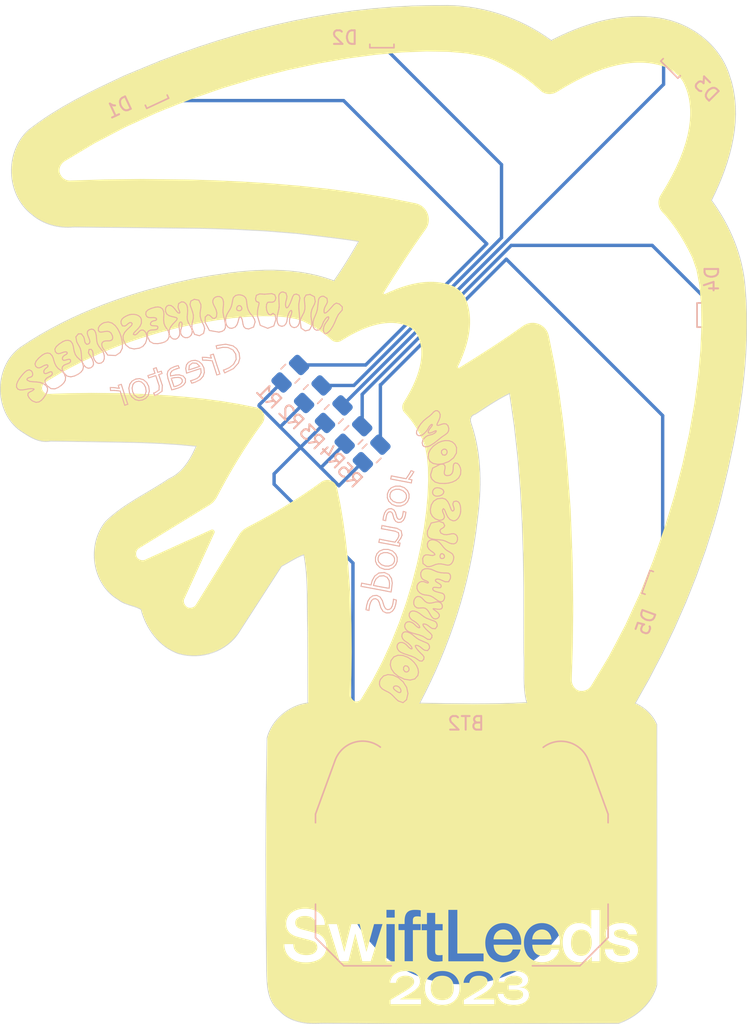
<source format=kicad_pcb>
(kicad_pcb (version 20211014) (generator pcbnew)
  (layers (0 "F.Cu" signal) (31 "B.Cu" signal) (34 "B.Paste" user) (35 "F.Paste" user) (36 "B.SilkS" user "B.Silkscreen") (37 "F.SilkS" user "F.Silkscreen") (38 "B.Mask" user) (39 "F.Mask" user) (44 "Edge.Cuts" user))
  (net 0 "")
  (net 1 "Net-(BT2-Pad2)")
  (net 2 "Net-(D5-Pad2)")
  (net 3 "Net-(BT2-Pad1)")
  (net 4 "Net-(D1-Pad2)")
  (net 5 "Net-(D2-Pad2)")
  (net 6 "Net-(D3-Pad2)")
  (net 7 "Net-(D4-Pad2)")
  (footprint "Birb:mask_big_birb" (layer "F.Cu") (at 141.145236 78.254417)
    (fp_text reference "G***" hide)
    (fp_text value "LOGO" hide)
  )
  (footprint "Resistor_SMD:R_0805_2012Metric" (layer "B.Cu") (at 138.185235 70.554765 -135)
    (fp_text reference "R3")
    (fp_text value "15")
  )
  (footprint "Resistor_SMD:R_0805_2012Metric" (layer "B.Cu") (at 140.975235 73.444765 -135)
    (fp_text reference "R5")
    (fp_text value "15")
  )
  (footprint "LED_SMD:LED_0805_Side" (layer "B.Cu") (at 162.1 83.36 -110)
    (fp_text reference "D5")
    (fp_text value "LED")
  )
  (footprint "Resistor_SMD:R_0805_2012Metric" (layer "B.Cu") (at 139.635235 72.084765 -135)
    (fp_text reference "R4")
    (fp_text value "15")
  )
  (footprint "LED_SMD:LED_0805_Side" (layer "B.Cu") (at 124.898121 46.683088 25)
    (fp_text reference "D1")
    (fp_text value "LED")
  )
  (footprint "LED_SMD:LED_0805_Side" (layer "B.Cu") (at 141.86 42.55)
    (fp_text reference "D2")
    (fp_text value "LED")
  )
  (footprint "Resistor_SMD:R_0805_2012Metric" (layer "B.Cu") (at 134.985235 67.574765 -135)
    (fp_text reference "R1")
    (fp_text value "15")
  )
  (footprint "Battery:BatteryHolder_Keystone_3034_1x20mm" (layer "B.Cu") (at 147.62 103.64)
    (fp_text reference "BT2")
    (fp_text value "Battery_Cell")
  )
  (footprint "LED_SMD:LED_0805_Side" (layer "B.Cu") (at 163.72 44.55 -45)
    (fp_text reference "D3")
    (fp_text value "LED")
  )
  (footprint "LED_SMD:LED_0805_Side" (layer "B.Cu") (at 165.97 63.38 -90)
    (fp_text reference "D4")
    (fp_text value "LED")
  )
  (footprint "Resistor_SMD:R_0805_2012Metric" (layer "B.Cu") (at 136.645235 69.084765 -135)
    (fp_text reference "R2")
    (fp_text value "15")
  )
  (gr_line (start 146.567714 82.2566) (end 146.645289 82.2683) (layer "B.SilkS") (width 0.078))
  (gr_line (start 142.050036 78.1148) (end 142.022034 78.2942) (layer "B.SilkS") (width 0.078))
  (gr_line (start 129.960075 64.4531) (end 129.722058 64.5116) (layer "B.SilkS") (width 0.078))
  (gr_line (start 126.16752 64.1255) (end 126.32352 63.9227) (layer "B.SilkS") (width 0.078))
  (gr_line (start 147.548091 74.6711) (end 147.530453 74.9636) (layer "B.SilkS") (width 0.078))
  (gr_line (start 125.010507 67.5458) (end 124.897875 67.2026) (layer "B.SilkS") (width 0.078))
  (gr_line (start 126.11487 64.7924) (end 126.059256 64.6403) (layer "B.SilkS") (width 0.078))
  (gr_line (start 123.8127 63.3104) (end 123.937812 63.4196) (layer "B.SilkS") (width 0.078))
  (gr_line (start 131.262792 66.446) (end 131.159637 66.7892) (layer "B.SilkS") (width 0.078))
  (gr_line (start 115.858767 69.4802) (end 115.727805 69.332) (layer "B.SilkS") (width 0.078))
  (gr_line (start 142.236027 76.9643) (end 142.134432 76.7147) (layer "B.SilkS") (width 0.078))
  (gr_line (start 122.522736 64.8626) (end 122.522736 64.8626) (layer "B.SilkS") (width 0.078))
  (gr_line (start 146.161599 84.5732) (end 146.190112 84.6902) (layer "B.SilkS") (width 0.078))
  (gr_line (start 147.166758 80.0531) (end 147.034372 80.1038) (layer "B.SilkS") (width 0.078))
  (gr_line (start 132.66258 62.3276) (end 132.616053 62.3042) (layer "B.SilkS") (width 0.078))
  (gr_line (start 116.438658 66.4304) (end 116.624376 66.2705) (layer "B.SilkS") (width 0.078))
  (gr_line (start 118.200171 67.3391) (end 118.165734 67.1909) (layer "B.SilkS") (width 0.078))
  (gr_line (start 126.309324 68.2127) (end 126.309324 68.2127) (layer "B.SilkS") (width 0.078))
  (gr_line (start 145.285804 71.594) (end 145.374088 71.4809) (layer "B.SilkS") (width 0.078))
  (gr_line (start 141.360711 83.8985) (end 141.606918 84.0272) (layer "B.SilkS") (width 0.078))
  (gr_line (start 146.298294 76.2701) (end 146.253382 76.4027) (layer "B.SilkS") (width 0.078))
  (gr_line (start 120.421572 67.0271) (end 120.277974 67.1402) (layer "B.SilkS") (width 0.078))
  (gr_line (start 143.824477 87.8063) (end 143.856918 87.8258) (layer "B.SilkS") (width 0.078))
  (gr_line (start 146.343429 73.1267) (end 146.250835 73.1423) (layer "B.SilkS") (width 0.078))
  (gr_line (start 130.218138 65.4008) (end 130.752867 65.5178) (layer "B.SilkS") (width 0.078))
  (gr_line (start 143.887232 74.7101) (end 144.088426 74.792) (layer "B.SilkS") (width 0.078))
  (gr_line (start 137.295078 64.0982) (end 137.189856 64.2542) (layer "B.SilkS") (width 0.078))
  (gr_line (start 143.306226 77.7131) (end 143.50224 77.7677) (layer "B.SilkS") (width 0.078))
  (gr_line (start 126.5934 62.9633) (end 126.698817 63.0803) (layer "B.SilkS") (width 0.078))
  (gr_line (start 146.182983 81.188) (end 146.252419 81.1724) (layer "B.SilkS") (width 0.078))
  (gr_line (start 145.29895 77.5883) (end 145.375796 77.2295) (layer "B.SilkS") (width 0.078))
  (gr_line (start 141.504621 81.4493) (end 141.696618 81.6404) (layer "B.SilkS") (width 0.078))
  (gr_line (start 146.70586 75.0572) (end 146.70586 75.0572) (layer "B.SilkS") (width 0.078))
  (gr_line (start 142.85718 90.5792) (end 142.74681 90.5636) (layer "B.SilkS") (width 0.078))
  (gr_line (start 119.304885 65.3384) (end 119.245995 65.2253) (layer "B.SilkS") (width 0.078))
  (gr_line (start 146.03839 80.915) (end 146.020166 80.9696) (layer "B.SilkS") (width 0.078))
  (gr_line (start 138.205416 62.4719) (end 138.374481 62.3744) (layer "B.SilkS") (width 0.078))
  (gr_line (start 144.834531 72.3467) (end 144.972583 72.2141) (layer "B.SilkS") (width 0.078))
  (gr_line (start 125.121033 69.1409) (end 125.052549 69.1604) (layer "B.SilkS") (width 0.078))
  (gr_line (start 122.893899 64.0085) (end 122.795346 64.0631) (layer "B.SilkS") (width 0.078))
  (gr_line (start 131.297034 62.9243) (end 131.356509 62.8892) (layer "B.SilkS") (width 0.078))
  (gr_line (start 132.421092 62.0546) (end 132.484428 61.8011) (layer "B.SilkS") (width 0.078))
  (gr_line (start 146.015256 81.032) (end 146.026823 81.0944) (layer "B.SilkS") (width 0.078))
  (gr_line (start 142.306071 85.1816) (end 142.057017 85.1933) (layer "B.SilkS") (width 0.078))
  (gr_line (start 129.419067 62.6669) (end 129.325389 62.4836) (layer "B.SilkS") (width 0.078))
  (gr_line (start 144.609044 82.4789) (end 144.592103 82.3385) (layer "B.SilkS") (width 0.078))
  (gr_line (start 131.039322 62.7215) (end 131.028831 62.8034) (layer "B.SilkS") (width 0.078))
  (gr_line (start 138.374481 62.3744) (end 138.600174 62.4446) (layer "B.SilkS") (width 0.078))
  (gr_line (start 142.266915 79.0898) (end 141.975858 79.0352) (layer "B.SilkS") (width 0.078))
  (gr_line (start 141.592566 84.6044) (end 141.532545 84.4055) (layer "B.SilkS") (width 0.078))
  (gr_line (start 145.596064 80.8058) (end 145.484228 80.7161) (layer "B.SilkS") (width 0.078))
  (gr_line (start 145.799531 71.2742) (end 145.793174 71.3561) (layer "B.SilkS") (width 0.078))
  (gr_line (start 129.486225 67.4093) (end 129.356082 67.0037) (layer "B.SilkS") (width 0.078))
  (gr_line (start 141.556491 83.255) (end 142.080846 83.3486) (layer "B.SilkS") (width 0.078))
  (gr_line (start 143.933065 85.6964) (end 143.809599 85.5638) (layer "B.SilkS") (width 0.078))
  (gr_line (start 146.288217 83.8127) (end 146.341241 83.9102) (layer "B.SilkS") (width 0.078))
  (gr_line (start 116.793246 68.3024) (end 117.001701 68.4701) (layer "B.SilkS") (width 0.078))
  (gr_line (start 142.472367 77.1944) (end 142.236027 76.9643) (layer "B.SilkS") (width 0.078))
  (gr_line (start 116.790048 69.3749) (end 116.790048 69.3749) (layer "B.SilkS") (width 0.078))
  (gr_line (start 141.927576 77.8418) (end 142.055184 77.639) (layer "B.SilkS") (width 0.078))
  (gr_line (start 118.524612 66.1067) (end 118.546452 66.0638) (layer "B.SilkS") (width 0.078))
  (gr_line (start 126.963276 64.73) (end 126.903177 64.5779) (layer "B.SilkS") (width 0.078))
  (gr_line (start 145.109465 87.1355) (end 144.943411 87.0302) (layer "B.SilkS") (width 0.078))
  (gr_line (start 142.37943 76.7888) (end 142.571427 76.9799) (layer "B.SilkS") (width 0.078))
  (gr_line (start 118.227549 66.329) (end 118.329183 66.2315) (layer "B.SilkS") (width 0.078))
  (gr_line (start 127.404483 63.1739) (end 127.383462 63.3728) (layer "B.SilkS") (width 0.078))
  (gr_line (start 145.336398 80.6147) (end 145.193455 80.486) (layer "B.SilkS") (width 0.078))
  (gr_line (start 146.752102 78.3137) (end 146.596976 78.1421) (layer "B.SilkS") (width 0.078))
  (gr_line (start 147.010403 77.3543) (end 146.975303 77.2568) (layer "B.SilkS") (width 0.078))
  (gr_line (start 122.516496 63.872) (end 122.510763 63.7043) (layer "B.SilkS") (width 0.078))
  (gr_line (start 130.905552 64.1489) (end 130.689141 64.2308) (layer "B.SilkS") (width 0.078))
  (gr_line (start 145.020003 82.9664) (end 145.110604 82.9898) (layer "B.SilkS") (width 0.078))
  (gr_line (start 145.852575 72.4715) (end 145.582324 72.686) (layer "B.SilkS") (width 0.078))
  (gr_line (start 124.333896 63.2051) (end 124.353903 63.0179) (layer "B.SilkS") (width 0.078))
  (gr_line (start 116.92296 67.5692) (end 116.839617 67.5224) (layer "B.SilkS") (width 0.078))
  (gr_line (start 121.892808 64.9835) (end 121.896357 64.8782) (layer "B.SilkS") (width 0.078))
  (gr_line (start 120.06168 64.7456) (end 120.019989 64.5974) (layer "B.SilkS") (width 0.078))
  (gr_line (start 144.524956 86.2541) (end 144.492076 86.1488) (layer "B.SilkS") (width 0.078))
  (gr_line (start 144.520592 83.7113) (end 144.387922 83.5631) (layer "B.SilkS") (width 0.078))
  (gr_line (start 142.257906 82.787) (end 142.116453 82.5725) (layer "B.SilkS") (width 0.078))
  (gr_line (start 146.059408 81.149) (end 146.116203 81.1841) (layer "B.SilkS") (width 0.078))
  (gr_line (start 146.224315 79.8386) (end 146.028523 79.8113) (layer "B.SilkS") (width 0.078))
  (gr_line (start 147.001312 74.3123) (end 147.043498 74.2031) (layer "B.SilkS") (width 0.078))
  (gr_line (start 142.24449 77.756) (end 142.142817 77.8496) (layer "B.SilkS") (width 0.078))
  (gr_line (start 126.776895 64.1021) (end 126.802011 64.2425) (layer "B.SilkS") (width 0.078))
  (gr_line (start 146.253382 76.4027) (end 146.134397 76.508) (layer "B.SilkS") (width 0.078))
  (gr_line (start 119.684199 66.7853) (end 119.625387 66.5981) (layer "B.SilkS") (width 0.078))
  (gr_line (start 143.411955 78.1889) (end 143.312544 78.3722) (layer "B.SilkS") (width 0.078))
  (gr_line (start 146.075526 79.3082) (end 146.30542 79.4174) (layer "B.SilkS") (width 0.078))
  (gr_line (start 146.697717 77.21) (end 146.780315 77.4362) (layer "B.SilkS") (width 0.078))
  (gr_line (start 117.289326 67.7525) (end 117.381405 67.6901) (layer "B.SilkS") (width 0.078))
  (gr_line (start 116.705964 66.2042) (end 116.896089 66.095) (layer "B.SilkS") (width 0.078))
  (gr_line (start 147.043498 74.2031) (end 147.136127 74.1485) (layer "B.SilkS") (width 0.078))
  (gr_line (start 145.545602 81.6833) (end 145.381724 81.7457) (layer "B.SilkS") (width 0.078))
  (gr_line (start 143.666196 89.495) (end 143.717598 89.4248) (layer "B.SilkS") (width 0.078))
  (gr_line (start 117.074631 66.9296) (end 117.064569 66.9257) (layer "B.SilkS") (width 0.078))
  (gr_line (start 147.530413 77.4323) (end 147.539303 77.6039) (layer "B.SilkS") (width 0.078))
  (gr_line (start 132.722679 61.6958) (end 132.913779 61.7075) (layer "B.SilkS") (width 0.078))
  (gr_line (start 119.759079 64.8665) (end 119.799054 64.9913) (layer "B.SilkS") (width 0.078))
  (gr_line (start 122.797179 69.1916) (end 122.954661 69.6635) (layer "B.SilkS") (width 0.078))
  (gr_line (start 120.019989 64.5974) (end 120.045768 64.4453) (layer "B.SilkS") (width 0.078))
  (gr_line (start 141.698295 78.9884) (end 141.742677 78.7505) (layer "B.SilkS") (width 0.078))
  (gr_line (start 132.245163 63.4001) (end 132.346056 63.5756) (layer "B.SilkS") (width 0.078))
  (gr_line (start 145.515818 84.8891) (end 145.515814 84.8891) (layer "B.SilkS") (width 0.078))
  (gr_line (start 129.621321 65.7167) (end 129.596712 65.7245) (layer "B.SilkS") (width 0.078))
  (gr_line (start 141.696618 81.6404) (end 141.969384 81.7379) (layer "B.SilkS") (width 0.078))
  (gr_line (start 142.508676 85.0607) (end 142.306071 85.1816) (layer "B.SilkS") (width 0.078))
  (gr_line (start 144.380828 89.7992) (end 144.380828 89.7992) (layer "B.SilkS") (width 0.078))
  (gr_line (start 143.92874 85.8875) (end 144.069121 85.9772) (layer "B.SilkS") (width 0.078))
  (gr_line (start 126.780639 62.8775) (end 126.739455 62.78) (layer "B.SilkS") (width 0.078))
  (gr_line (start 125.656893 63.4001) (end 125.650146 63.6107) (layer "B.SilkS") (width 0.078))
  (gr_line (start 142.196559 80.5133) (end 142.196559 80.5133) (layer "B.SilkS") (width 0.078))
  (gr_line (start 123.01086 69.8234) (end 122.782164 69.8975) (layer "B.SilkS") (width 0.078))
  (gr_line (start 142.431495 89.3156) (end 142.348932 89.0075) (layer "B.SilkS") (width 0.078))
  (gr_line (start 146.417135 80.5094) (end 146.545519 80.603) (layer "B.SilkS") (width 0.078))
  (gr_line (start 132.767724 64.0085) (end 132.558918 63.3065) (layer "B.SilkS") (width 0.078))
  (gr_line (start 145.460309 71.8787) (end 145.330638 71.9294) (layer "B.SilkS") (width 0.078))
  (gr_line (start 145.334749 86.2736) (end 145.231582 86.1956) (layer "B.SilkS") (width 0.078))
  (gr_line (start 121.639035 65.1551) (end 121.762587 65.1278) (layer "B.SilkS") (width 0.078))
  (gr_line (start 145.047767 81.773) (end 144.763609 81.5546) (layer "B.SilkS") (width 0.078))
  (gr_line (start 124.769955 64.3517) (end 124.879818 64.3478) (layer "B.SilkS") (width 0.078))
  (gr_line (start 118.529604 67.7486) (end 118.278483 67.4912) (layer "B.SilkS") (width 0.078))
  (gr_line (start 118.506711 66.8633) (end 118.611426 66.8243) (layer "B.SilkS") (width 0.078))
  (gr_line (start 124.640943 65.2058) (end 124.473282 64.8782) (layer "B.SilkS") (width 0.078))
  (gr_line (start 142.57638 80.1896) (end 142.208337 80.1194) (layer "B.SilkS") (width 0.078))
  (gr_line (start 125.321025 68.474) (end 125.252112 68.2634) (layer "B.SilkS") (width 0.078))
  (gr_line (start 145.162466 83.9024) (end 145.008857 83.879) (layer "B.SilkS") (width 0.078))
  (gr_line (start 125.937849 65.0888) (end 125.747802 65.2292) (layer "B.SilkS") (width 0.078))
  (gr_line (start 141.390078 83.4539) (end 140.610936 83.3096) (layer "B.SilkS") (width 0.078))
  (gr_line (start 132.390906 63.7589) (end 132.390906 63.7589) (layer "B.SilkS") (width 0.078))
  (gr_line (start 135.086742 62.9672) (end 135.069738 62.9282) (layer "B.SilkS") (width 0.078))
  (gr_line (start 125.228049 62.6552) (end 125.415093 62.6942) (layer "B.SilkS") (width 0.078))
  (gr_line (start 141.532545 84.4055) (end 141.427011 84.2261) (layer "B.SilkS") (width 0.078))
  (gr_line (start 144.315133 87.5801) (end 144.239863 87.5762) (layer "B.SilkS") (width 0.078))
  (gr_line (start 142.502241 91.2461) (end 142.34862 91.1174) (layer "B.SilkS") (width 0.078))
  (gr_line (start 130.20636 63.9773) (end 130.196337 64.1957) (layer "B.SilkS") (width 0.078))
  (gr_line (start 142.116453 82.5725) (end 141.871845 82.4555) (layer "B.SilkS") (width 0.078))
  (gr_line (start 127.117404 68.4077) (end 126.930867 68.5364) (layer "B.SilkS") (width 0.078))
  (gr_line (start 115.683111 67.8773) (end 115.601991 67.9358) (layer "B.SilkS") (width 0.078))
  (gr_line (start 122.073924 64.0202) (end 122.263425 64.2659) (layer "B.SilkS") (width 0.078))
  (gr_line (start 115.024479 67.9319) (end 115.161096 67.7525) (layer "B.SilkS") (width 0.078))
  (gr_line (start 142.43013 77.5103) (end 142.611363 77.6) (layer "B.SilkS") (width 0.078))
  (gr_line (start 145.145977 71.828) (end 145.199087 71.7188) (layer "B.SilkS") (width 0.078))
  (gr_line (start 146.341241 83.9102) (end 146.355152 84.0233) (layer "B.SilkS") (width 0.078))
  (gr_line (start 142.022034 78.2942) (end 142.011621 78.3995) (layer "B.SilkS") (width 0.078))
  (gr_line (start 119.839848 65.2019) (end 119.86278 65.2838) (layer "B.SilkS") (width 0.078))
  (gr_line (start 141.102102 84.1637) (end 140.971998 84.2768) (layer "B.SilkS") (width 0.078))
  (gr_line (start 129.459276 61.9376) (end 129.615354 61.8869) (layer "B.SilkS") (width 0.078))
  (gr_line (start 146.212295 77.7443) (end 146.268373 77.873) (layer "B.SilkS") (width 0.078))
  (gr_line (start 147.539303 77.6039) (end 147.53456 77.7482) (layer "B.SilkS") (width 0.078))
  (gr_line (start 125.027745 62.6786) (end 125.228049 62.6552) (layer "B.SilkS") (width 0.078))
  (gr_line (start 129.615354 61.8869) (end 129.777867 61.8947) (layer "B.SilkS") (width 0.078))
  (gr_line (start 134.141265 63.9968) (end 134.081322 63.9188) (layer "B.SilkS") (width 0.078))
  (gr_line (start 118.194984 67.4171) (end 118.329261 67.577) (layer "B.SilkS") (width 0.078))
  (gr_line (start 129.387789 63.5132) (end 129.540864 63.3845) (layer "B.SilkS") (width 0.078))
  (gr_line (start 144.322827 83.1965) (end 144.389314 83.0522) (layer "B.SilkS") (width 0.078))
  (gr_line (start 142.323855 76.6367) (end 142.37943 76.7888) (layer "B.SilkS") (width 0.078))
  (gr_line (start 143.638701 88.286) (end 143.37315 88.2002) (layer "B.SilkS") (width 0.078))
  (gr_line (start 146.475023 71.2781) (end 146.599023 71.399) (layer "B.SilkS") (width 0.078))
  (gr_line (start 114.809979 68.5637) (end 114.814347 68.3648) (layer "B.SilkS") (width 0.078))
  (gr_line (start 144.892309 81.9446) (end 145.112215 81.929) (layer "B.SilkS") (width 0.078))
  (gr_line (start 123.498165 68.2361) (end 123.39111 68.3648) (layer "B.SilkS") (width 0.078))
  (gr_line (start 141.810576 79.8113) (end 142.229241 79.8932) (layer "B.SilkS") (width 0.078))
  (gr_line (start 143.267343 77.9861) (end 143.29476 77.8067) (layer "B.SilkS") (width 0.078))
  (gr_line (start 137.711559 64.574) (end 137.611251 64.6208) (layer "B.SilkS") (width 0.078))
  (gr_line (start 127.257531 68.201) (end 127.117404 68.4077) (layer "B.SilkS") (width 0.078))
  (gr_line (start 123.153834 63.2246) (end 123.153834 63.2246) (layer "B.SilkS") (width 0.078))
  (gr_line (start 126.802011 64.2425) (end 126.831378 64.4102) (layer "B.SilkS") (width 0.078))
  (gr_line (start 146.338663 84.1364) (end 146.288236 84.2534) (layer "B.SilkS") (width 0.078))
  (gr_line (start 143.734083 89.339) (end 143.716654 89.2493) (layer "B.SilkS") (width 0.078))
  (gr_line (start 145.881396 72.6548) (end 146.144626 72.5495) (layer "B.SilkS") (width 0.078))
  (gr_line (start 128.671242 64.2503) (end 128.594295 64.6013) (layer "B.SilkS") (width 0.078))
  (gr_line (start 144.089167 84.5576) (end 144.076874 84.4016) (layer "B.SilkS") (width 0.078))
  (gr_line (start 134.15706 62.6864) (end 134.15706 62.6864) (layer "B.SilkS") (width 0.078))
  (gr_line (start 115.994058 68.8172) (end 116.08602 68.7431) (layer "B.SilkS") (width 0.078))
  (gr_line (start 143.549508 91.5776) (end 143.549508 91.5776) (layer "B.SilkS") (width 0.078))
  (gr_line (start 131.419845 63.5366) (end 131.323671 63.3962) (layer "B.SilkS") (width 0.078))
  (gr_line (start 146.144626 72.5495) (end 146.353456 72.5066) (layer "B.SilkS") (width 0.078))
  (gr_line (start 135.09384 63.0179) (end 135.086742 62.9672) (layer "B.SilkS") (width 0.078))
  (gr_line (start 142.797822 84.2456) (end 142.783275 84.3548) (layer "B.SilkS") (width 0.078))
  (gr_line (start 141.19188 82.8923) (end 141.113568 83.1692) (layer "B.SilkS") (width 0.078))
  (gr_line (start 146.515727 79.4291) (end 146.705985 79.3979) (layer "B.SilkS") (width 0.078))
  (gr_line (start 142.635387 89.612) (end 142.431495 89.3156) (layer "B.SilkS") (width 0.078))
  (gr_line (start 145.018478 85.5794) (end 145.325459 85.6964) (layer "B.SilkS") (width 0.078))
  (gr_line (start 120.581862 66.6059) (end 120.500703 66.4421) (layer "B.SilkS") (width 0.078))
  (gr_line (start 144.775578 86.1254) (end 144.859171 86.2463) (layer "B.SilkS") (width 0.078))
  (gr_line (start 134.081322 63.9188) (end 134.018688 63.7433) (layer "B.SilkS") (width 0.078))
  (gr_line (start 119.594382 66.2354) (end 119.580693 66.0677) (layer "B.SilkS") (width 0.078))
  (gr_line (start 130.361541 64.1138) (end 130.266576 63.95) (layer "B.SilkS") (width 0.078))
  (gr_line (start 142.047267 90.9497) (end 141.891852 90.8678) (layer "B.SilkS") (width 0.078))
  (gr_line (start 143.411643 86.1878) (end 143.428647 86.0396) (layer "B.SilkS") (width 0.078))
  (gr_line (start 146.533191 73.2749) (end 146.492249 73.1969) (layer "B.SilkS") (width 0.078))
  (gr_line (start 147.441563 77.1086) (end 147.50125 77.2646) (layer "B.SilkS") (width 0.078))
  (gr_line (start 145.329745 77.8457) (end 145.29895 77.5883) (layer "B.SilkS") (width 0.078))
  (gr_line (start 126.450855 67.0505) (end 126.628851 66.9998) (layer "B.SilkS") (width 0.078))
  (gr_line (start 135.259005 64.1801) (end 135.11139 64.1294) (layer "B.SilkS") (width 0.078))
  (gr_line (start 130.539732 62.8307) (end 130.630719 62.6435) (layer "B.SilkS") (width 0.078))
  (gr_line (start 143.8166 87.5645) (end 143.671855 87.4241) (layer "B.SilkS") (width 0.078))
  (gr_line (start 126.268452 68.0879) (end 126.309324 68.2127) (layer "B.SilkS") (width 0.078))
  (gr_line (start 145.479692 83.3837) (end 145.488253 83.4734) (layer "B.SilkS") (width 0.078))
  (gr_line (start 145.731226 71.8241) (end 145.730833 71.7773) (layer "B.SilkS") (width 0.078))
  (gr_line (start 145.422424 79.8035) (end 145.612815 79.823) (layer "B.SilkS") (width 0.078))
  (gr_line (start 126.756771 64.8665) (end 126.662859 64.9679) (layer "B.SilkS") (width 0.078))
  (gr_line (start 125.441652 68.0957) (end 125.556273 68.4389) (layer "B.SilkS") (width 0.078))
  (gr_line (start 147.234214 73.0136) (end 147.234214 73.0136) (layer "B.SilkS") (width 0.078))
  (gr_line (start 145.790312 75.9698) (end 145.970503 75.9893) (layer "B.SilkS") (width 0.078))
  (gr_line (start 132.494061 62.2574) (end 132.445623 62.1872) (layer "B.SilkS") (width 0.078))
  (gr_line (start 129.0192 64.3907) (end 128.698503 63.7784) (layer "B.SilkS") (width 0.078))
  (gr_line (start 142.400997 84.8501) (end 142.487109 84.7019) (layer "B.SilkS") (width 0.078))
  (gr_line (start 114.912588 68.7119) (end 114.809979 68.5637) (layer "B.SilkS") (width 0.078))
  (gr_line (start 117.51069 66.4187) (end 117.563574 66.6098) (layer "B.SilkS") (width 0.078))
  (gr_line (start 116.250717 69.683) (end 115.98228 69.5816) (layer "B.SilkS") (width 0.078))
  (gr_line (start 120.154617 65.7947) (end 120.154617 65.7947) (layer "B.SilkS") (width 0.078))
  (gr_line (start 128.384514 67.187) (end 127.337988 67.5302) (layer "B.SilkS") (width 0.078))
  (gr_line (start 146.820816 81.5936) (end 146.704183 81.6599) (layer "B.SilkS") (width 0.078))
  (gr_line (start 143.430675 89.5106) (end 143.430675 89.5106) (layer "B.SilkS") (width 0.078))
  (gr_line (start 144.748458 72.8537) (end 144.702469 72.6665) (layer "B.SilkS") (width 0.078))
  (gr_line (start 130.06284 63.2831) (end 130.117167 63.5132) (layer "B.SilkS") (width 0.078))
  (gr_line (start 146.312038 81.1295) (end 146.34472 81.0632) (layer "B.SilkS") (width 0.078))
  (gr_line (start 147.45171 78.0485) (end 147.367159 78.1967) (layer "B.SilkS") (width 0.078))
  (gr_line (start 141.871845 82.4555) (end 141.871845 82.4555) (layer "B.SilkS") (width 0.078))
  (gr_line (start 127.784226 63.7277) (end 127.837383 63.4976) (layer "B.SilkS") (width 0.078))
  (gr_line (start 141.924417 81.9797) (end 141.597558 81.8549) (layer "B.SilkS") (width 0.078))
  (gr_line (start 143.933432 87.8336) (end 143.957448 87.8141) (layer "B.SilkS") (width 0.078))
  (gr_line (start 137.684688 62.0195) (end 137.722557 62.2808) (layer "B.SilkS") (width 0.078))
  (gr_line (start 134.629077 62.4485) (end 134.631963 62.5187) (layer "B.SilkS") (width 0.078))
  (gr_line (start 146.300798 80.9111) (end 146.300798 80.9111) (layer "B.SilkS") (width 0.078))
  (gr_line (start 125.974236 64.3985) (end 126.048648 64.5974) (layer "B.SilkS") (width 0.078))
  (gr_line (start 144.60367 84.8267) (end 144.439656 84.8345) (layer "B.SilkS") (width 0.078))
  (gr_line (start 146.780315 77.4362) (end 146.854454 77.6156) (layer "B.SilkS") (width 0.078))
  (gr_line (start 145.724916 83.6255) (end 145.954459 83.6879) (layer "B.SilkS") (width 0.078))
  (gr_line (start 143.954215 86.6675) (end 143.688188 86.5622) (layer "B.SilkS") (width 0.078))
  (gr_line (start 144.824863 80.993) (end 144.962622 80.915) (layer "B.SilkS") (width 0.078))
  (gr_line (start 136.143096 61.7816) (end 136.438092 61.7348) (layer "B.SilkS") (width 0.078))
  (gr_line (start 135.610902 62.7722) (end 135.642258 63.0959) (layer "B.SilkS") (width 0.078))
  (gr_line (start 122.672808 65.0615) (end 122.663916 64.7807) (layer "B.SilkS") (width 0.078))
  (gr_line (start 144.74703 82.7129) (end 144.659249 82.6115) (layer "B.SilkS") (width 0.078))
  (gr_line (start 121.102668 65.5061) (end 121.091124 65.3774) (layer "B.SilkS") (width 0.078))
  (gr_line (start 126.930867 68.5364) (end 126.699168 68.6378) (layer "B.SilkS") (width 0.078))
  (gr_line (start 115.267527 67.6238) (end 115.408434 67.4717) (layer "B.SilkS") (width 0.078))
  (gr_line (start 127.766676 66.7853) (end 127.539891 66.9764) (layer "B.SilkS") (width 0.078))
  (gr_line (start 126.2463 63.3611) (end 126.04935 63.2987) (layer "B.SilkS") (width 0.078))
  (gr_line (start 143.079714 78.2942) (end 143.176512 78.2162) (layer "B.SilkS") (width 0.078))
  (gr_line (start 141.826254 78.263) (end 141.847431 78.1109) (layer "B.SilkS") (width 0.078))
  (gr_line (start 146.009523 74.2538) (end 146.143687 74.2304) (layer "B.SilkS") (width 0.078))
  (gr_line (start 125.009025 63.6614) (end 125.052627 63.6458) (layer "B.SilkS") (width 0.078))
  (gr_line (start 126.840348 63.0413) (end 126.817572 62.9633) (layer "B.SilkS") (width 0.078))
  (gr_line (start 118.794258 65.1746) (end 118.924011 65.3423) (layer "B.SilkS") (width 0.078))
  (gr_line (start 145.660574 76.5743) (end 145.562006 76.5197) (layer "B.SilkS") (width 0.078))
  (gr_line (start 145.008857 83.879) (end 144.85756 83.8595) (layer "B.SilkS") (width 0.078))
  (gr_line (start 119.742972 67.0622) (end 119.689893 67.2884) (layer "B.SilkS") (width 0.078))
  (gr_line (start 119.349189 67.6121) (end 119.086797 67.7408) (layer "B.SilkS") (width 0.078))
  (gr_line (start 133.920564 63.5756) (end 133.765734 64.0592) (layer "B.SilkS") (width 0.078))
  (gr_line (start 145.500093 72.9317) (end 145.543071 72.8927) (layer "B.SilkS") (width 0.078))
  (gr_line (start 130.219464 63.7355) (end 130.221882 63.5015) (layer "B.SilkS") (width 0.078))
  (gr_line (start 142.011621 78.3995) (end 141.817167 78.3527) (layer "B.SilkS") (width 0.078))
  (gr_line (start 134.721312 62.7293) (end 134.806566 62.6786) (layer "B.SilkS") (width 0.078))
  (gr_line (start 123.420984 64.6793) (end 123.543678 64.7183) (layer "B.SilkS") (width 0.078))
  (gr_line (start 147.203301 76.9526) (end 147.343765 76.9994) (layer "B.SilkS") (width 0.078))
  (gr_line (start 115.864539 68.6729) (end 115.668369 68.6963) (layer "B.SilkS") (width 0.078))
  (gr_line (start 124.362522 68.8679) (end 124.318023 68.5793) (layer "B.SilkS") (width 0.078))
  (gr_line (start 137.061234 64.3556) (end 136.907886 64.3712) (layer "B.SilkS") (width 0.078))
  (gr_line (start 120.570903 64.4102) (end 120.638568 64.5506) (layer "B.SilkS") (width 0.078))
  (gr_line (start 120.102396 67.1714) (end 119.940897 67.1129) (layer "B.SilkS") (width 0.078))
  (gr_line (start 147.156977 79.4096) (end 147.251654 79.5071) (layer "B.SilkS") (width 0.078))
  (gr_line (start 134.141265 63.9968) (end 134.141265 63.9968) (layer "B.SilkS") (width 0.078))
  (gr_line (start 143.364843 75.2795) (end 143.516358 75.3068) (layer "B.SilkS") (width 0.078))
  (gr_line (start 145.861155 71.1416) (end 145.799531 71.2742) (layer "B.SilkS") (width 0.078))
  (gr_line (start 146.182363 76.7381) (end 146.414662 76.8122) (layer "B.SilkS") (width 0.078))
  (gr_line (start 119.625387 66.5981) (end 119.602962 66.4148) (layer "B.SilkS") (width 0.078))
  (gr_line (start 115.777764 67.8461) (end 115.683111 67.8773) (layer "B.SilkS") (width 0.078))
  (gr_line (start 131.570853 61.8674) (end 131.679624 61.9766) (layer "B.SilkS") (width 0.078))
  (gr_line (start 142.266057 83.3447) (end 142.272219 83.3135) (layer "B.SilkS") (width 0.078))
  (gr_line (start 144.100375 84.2612) (end 144.1604 84.1286) (layer "B.SilkS") (width 0.078))
  (gr_line (start 144.156247 90.0527) (end 143.806011 90.1385) (layer "B.SilkS") (width 0.078))
  (gr_line (start 142.584648 84.1832) (end 142.797822 84.2456) (layer "B.SilkS") (width 0.078))
  (gr_line (start 145.157244 85.0724) (end 145.046402 84.9359) (layer "B.SilkS") (width 0.078))
  (gr_line (start 118.546452 66.0638) (end 118.537326 66.0131) (layer "B.SilkS") (width 0.078))
  (gr_line (start 132.661371 62.5109) (end 132.6813 62.3861) (layer "B.SilkS") (width 0.078))
  (gr_line (start 129.540864 63.3845) (end 129.572298 63.0998) (layer "B.SilkS") (width 0.078))
  (gr_line (start 134.759922 63.5327) (end 134.727669 63.7355) (layer "B.SilkS") (width 0.078))
  (gr_line (start 117.111252 67.0544) (end 117.12771 67.0076) (layer "B.SilkS") (width 0.078))
  (gr_line (start 129.912066 61.961) (end 130.010658 62.0897) (layer "B.SilkS") (width 0.078))
  (gr_line (start 145.827291 74.246) (end 145.51113 74.1836) (layer "B.SilkS") (width 0.078))
  (gr_line (start 138.128313 62.5577) (end 138.205416 62.4719) (layer "B.SilkS") (width 0.078))
  (gr_line (start 134.15706 62.6864) (end 134.15706 62.6864) (layer "B.SilkS") (width 0.078))
  (gr_line (start 142.728324 77.7872) (end 142.778712 77.9549) (layer "B.SilkS") (width 0.078))
  (gr_line (start 142.628172 78.263) (end 142.572441 78.0719) (layer "B.SilkS") (width 0.078))
  (gr_line (start 143.752273 85.2401) (end 143.836486 85.1075) (layer "B.SilkS") (width 0.078))
  (gr_line (start 146.599012 71.399) (end 146.599012 71.399) (layer "B.SilkS") (width 0.078))
  (gr_line (start 144.496096 82.943) (end 144.639109 82.8806) (layer "B.SilkS") (width 0.078))
  (gr_line (start 146.340063 78.1343) (end 146.292538 78.2513) (layer "B.SilkS") (width 0.078))
  (gr_line (start 118.493646 65.9741) (end 118.436628 65.9624) (layer "B.SilkS") (width 0.078))
  (gr_line (start 145.429846 80.681) (end 145.336398 80.6147) (layer "B.SilkS") (width 0.078))
  (gr_line (start 130.502682 64.2113) (end 130.361541 64.1138) (layer "B.SilkS") (width 0.078))
  (gr_line (start 146.318254 71.2547) (end 146.475023 71.2781) (layer "B.SilkS") (width 0.078))
  (gr_line (start 147.5071 77.8925) (end 147.45171 78.0485) (layer "B.SilkS") (width 0.078))
  (gr_line (start 118.03953 67.304) (end 118.194984 67.4171) (layer "B.SilkS") (width 0.078))
  (gr_line (start 120.181215 65.0498) (end 120.121935 64.9016) (layer "B.SilkS") (width 0.078))
  (gr_line (start 115.871169 68.8796) (end 115.994058 68.8172) (layer "B.SilkS") (width 0.078))
  (gr_line (start 127.424958 64.9133) (end 127.424958 64.9133) (layer "B.SilkS") (width 0.078))
  (gr_line (start 144.658707 88.2197) (end 144.739016 88.2938) (layer "B.SilkS") (width 0.078))
  (gr_line (start 147.034392 79.3589) (end 147.156977 79.4096) (layer "B.SilkS") (width 0.078))
  (gr_line (start 124.035312 69.3242) (end 124.183083 69.2462) (layer "B.SilkS") (width 0.078))
  (gr_line (start 147.014018 81.2348) (end 146.974585 81.3674) (layer "B.SilkS") (width 0.078))
  (gr_line (start 141.742716 78.7505) (end 141.956007 78.7973) (layer "B.SilkS") (width 0.078))
  (gr_line (start 128.566059 67.7564) (end 128.339937 68.0138) (layer "B.SilkS") (width 0.078))
  (gr_line (start 115.668369 68.6963) (end 115.462488 68.7353) (layer "B.SilkS") (width 0.078))
  (gr_line (start 122.700927 69.6362) (end 122.570784 69.2306) (layer "B.SilkS") (width 0.078))
  (gr_line (start 144.226977 85.8797) (end 144.090734 85.7939) (layer "B.SilkS") (width 0.078))
  (gr_line (start 128.344617 63.3533) (end 128.415948 63.6224) (layer "B.SilkS") (width 0.078))
  (gr_line (start 119.676906 66.7853) (end 119.742972 67.0622) (layer "B.SilkS") (width 0.078))
  (gr_line (start 146.857234 80.0921) (end 146.857234 80.0921) (layer "B.SilkS") (width 0.078))
  (gr_line (start 138.25557 63.8018) (end 138.116847 64.0826) (layer "B.SilkS") (width 0.078))
  (gr_line (start 146.126776 72.2492) (end 145.852575 72.4715) (layer "B.SilkS") (width 0.078))
  (gr_line (start 116.905449 68.1854) (end 116.914731 68.0528) (layer "B.SilkS") (width 0.078))
  (gr_line (start 145.615116 80.915) (end 145.627369 80.9033) (layer "B.SilkS") (width 0.078))
  (gr_line (start 145.541121 83.3135) (end 145.479692 83.3837) (layer "B.SilkS") (width 0.078))
  (gr_line (start 134.191809 64.0358) (end 134.141265 63.9968) (layer "B.SilkS") (width 0.078))
  (gr_line (start 137.462193 64.5428) (end 137.426274 64.4219) (layer "B.SilkS") (width 0.078))
  (gr_line (start 122.490405 68.9888) (end 122.440914 68.8445) (layer "B.SilkS") (width 0.078))
  (gr_line (start 131.395158 62.6903) (end 131.352102 62.6201) (layer "B.SilkS") (width 0.078))
  (gr_line (start 145.469419 74.5307) (end 146.009523 74.2538) (layer "B.SilkS") (width 0.078))
  (gr_line (start 146.300798 80.9111) (end 146.300798 80.9111) (layer "B.SilkS") (width 0.078))
  (gr_line (start 129.722058 64.5116) (end 129.0192 64.3907) (layer "B.SilkS") (width 0.078))
  (gr_line (start 131.323671 63.3962) (end 131.306589 63.3884) (layer "B.SilkS") (width 0.078))
  (gr_line (start 144.678702 84.0896) (end 144.796705 84.2144) (layer "B.SilkS") (width 0.078))
  (gr_line (start 144.408713 87.9662) (end 144.540092 88.1027) (layer "B.SilkS") (width 0.078))
  (gr_line (start 143.123433 91.0082) (end 143.123433 91.0082) (layer "B.SilkS") (width 0.078))
  (gr_line (start 135.408414 64.1528) (end 135.259005 64.1801) (layer "B.SilkS") (width 0.078))
  (gr_line (start 127.699089 66.6176) (end 127.980084 66.5864) (layer "B.SilkS") (width 0.078))
  (gr_line (start 133.213767 62.6708) (end 133.241067 62.8892) (layer "B.SilkS") (width 0.078))
  (gr_line (start 119.555928 65.8883) (end 119.50164 65.705) (layer "B.SilkS") (width 0.078))
  (gr_line (start 140.610195 84.6356) (end 140.703561 84.3197) (layer "B.SilkS") (width 0.078))
  (gr_line (start 128.313807 67.031) (end 128.071539 66.8009) (layer "B.SilkS") (width 0.078))
  (gr_line (start 119.559789 66.6137) (end 119.676906 66.7853) (layer "B.SilkS") (width 0.078))
  (gr_line (start 146.440122 72.0347) (end 146.126776 72.2492) (layer "B.SilkS") (width 0.078))
  (gr_line (start 131.210766 62.5538) (end 131.136159 62.5811) (layer "B.SilkS") (width 0.078))
  (gr_line (start 140.578839 84.8384) (end 140.610195 84.6356) (layer "B.SilkS") (width 0.078))
  (gr_line (start 144.817804 88.6019) (end 144.817804 88.6019) (layer "B.SilkS") (width 0.078))
  (gr_line (start 116.790048 69.3749) (end 116.642316 69.5348) (layer "B.SilkS") (width 0.078))
  (gr_line (start 132.569331 62.9438) (end 132.614844 62.6864) (layer "B.SilkS") (width 0.078))
  (gr_line (start 124.675185 63.9305) (end 124.695855 63.8291) (layer "B.SilkS") (width 0.078))
  (gr_line (start 147.251654 79.5071) (end 147.301957 79.6397) (layer "B.SilkS") (width 0.078))
  (gr_line (start 137.463519 64.0787) (end 137.538672 63.9149) (layer "B.SilkS") (width 0.078))
  (gr_line (start 118.611426 66.8243) (end 118.711344 66.7775) (layer "B.SilkS") (width 0.078))
  (gr_line (start 124.183083 69.2462) (end 124.287681 69.1253) (layer "B.SilkS") (width 0.078))
  (gr_line (start 135.621822 63.9149) (end 135.532395 64.0592) (layer "B.SilkS") (width 0.078))
  (gr_line (start 118.033485 66.0755) (end 117.899793 66.0989) (layer "B.SilkS") (width 0.078))
  (gr_line (start 145.635158 83.5904) (end 145.724916 83.6255) (layer "B.SilkS") (width 0.078))
  (gr_line (start 121.204458 66.6605) (end 121.041204 66.7892) (layer "B.SilkS") (width 0.078))
  (gr_line (start 118.425552 67.8422) (end 118.401372 68.0684) (layer "B.SilkS") (width 0.078))
  (gr_line (start 147.255428 78.3176) (end 147.123799 78.3956) (layer "B.SilkS") (width 0.078))
  (gr_line (start 145.689493 85.634) (end 145.562142 85.6145) (layer "B.SilkS") (width 0.078))
  (gr_line (start 145.649209 76.0049) (end 145.790312 75.9698) (layer "B.SilkS") (width 0.078))
  (gr_line (start 146.129054 73.2476) (end 146.117315 73.4075) (layer "B.SilkS") (width 0.078))
  (gr_line (start 146.56879 71.9255) (end 146.440122 72.0347) (layer "B.SilkS") (width 0.078))
  (gr_line (start 143.75739 74.9441) (end 143.887232 74.7101) (layer "B.SilkS") (width 0.078))
  (gr_line (start 126.817767 64.7339) (end 126.756771 64.8665) (layer "B.SilkS") (width 0.078))
  (gr_line (start 142.286064 84.932) (end 142.400997 84.8501) (layer "B.SilkS") (width 0.078))
  (gr_line (start 142.495728 79.1327) (end 142.266915 79.0898) (layer "B.SilkS") (width 0.078))
  (gr_line (start 146.854454 77.6156) (end 146.934778 77.6897) (layer "B.SilkS") (width 0.078))
  (gr_line (start 143.123433 91.0082) (end 143.123433 91.0082) (layer "B.SilkS") (width 0.078))
  (gr_line (start 124.695855 63.8291) (end 124.756383 63.7472) (layer "B.SilkS") (width 0.078))
  (gr_line (start 144.492532 85.2167) (end 144.663391 85.3454) (layer "B.SilkS") (width 0.078))
  (gr_line (start 146.300798 80.9111) (end 146.300798 80.9111) (layer "B.SilkS") (width 0.078))
  (gr_line (start 146.016558 82.7324) (end 145.928422 82.709) (layer "B.SilkS") (width 0.078))
  (gr_line (start 124.914528 69.0005) (end 124.961328 68.9849) (layer "B.SilkS") (width 0.078))
  (gr_line (start 116.015079 68.1659) (end 116.277159 68.1815) (layer "B.SilkS") (width 0.078))
  (gr_line (start 145.831355 84.3743) (end 145.974286 84.4016) (layer "B.SilkS") (width 0.078))
  (gr_line (start 126.976302 63.794) (end 126.901695 63.7628) (layer "B.SilkS") (width 0.078))
  (gr_line (start 126.709113 62.663) (end 126.753963 62.4095) (layer "B.SilkS") (width 0.078))
  (gr_line (start 146.879839 79.3628) (end 147.034392 79.3589) (layer "B.SilkS") (width 0.078))
  (gr_line (start 143.202681 86.9327) (end 143.218593 86.765) (layer "B.SilkS") (width 0.078))
  (gr_line (start 126.61017 63.6185) (end 126.651666 63.5132) (layer "B.SilkS") (width 0.078))
  (gr_line (start 134.168682 61.7192) (end 134.231901 61.6373) (layer "B.SilkS") (width 0.078))
  (gr_line (start 146.009047 83.0678) (end 146.089231 83.1497) (layer "B.SilkS") (width 0.078))
  (gr_line (start 116.839617 67.5224) (end 116.817075 67.4171) (layer "B.SilkS") (width 0.078))
  (gr_line (start 146.284562 80.3729) (end 146.417135 80.5094) (layer "B.SilkS") (width 0.078))
  (gr_line (start 118.165734 67.1909) (end 118.19592 67.0622) (layer "B.SilkS") (width 0.078))
  (gr_line (start 118.793946 66.6917) (end 118.785054 66.5591) (layer "B.SilkS") (width 0.078))
  (gr_line (start 144.465166 86.2814) (end 144.501697 86.2775) (layer "B.SilkS") (width 0.078))
  (gr_line (start 117.666885 65.9468) (end 117.636543 65.7596) (layer "B.SilkS") (width 0.078))
  (gr_line (start 144.125858 86.9132) (end 144.292739 87.0458) (layer "B.SilkS") (width 0.078))
  (gr_line (start 125.252112 68.2634) (end 125.203167 68.1152) (layer "B.SilkS") (width 0.078))
  (gr_line (start 144.198269 87.6035) (end 144.212227 87.6971) (layer "B.SilkS") (width 0.078))
  (gr_line (start 142.297257 83.0327) (end 142.257906 82.787) (layer "B.SilkS") (width 0.078))
  (gr_line (start 145.375796 77.2295) (end 145.543153 76.9604) (layer "B.SilkS") (width 0.078))
  (gr_line (start 146.263717 78.5594) (end 146.359368 78.7622) (layer "B.SilkS") (width 0.078))
  (gr_line (start 141.604539 90.6182) (end 141.549939 90.4388) (layer "B.SilkS") (width 0.078))
  (gr_line (start 116.170533 66.8516) (end 116.252316 66.6488) (layer "B.SilkS") (width 0.078))
  (gr_line (start 124.353903 63.0179) (end 124.494615 62.8775) (layer "B.SilkS") (width 0.078))
  (gr_line (start 126.651666 63.5132) (end 126.583767 63.443) (layer "B.SilkS") (width 0.078))
  (gr_line (start 138.600174 62.4446) (end 138.600174 62.4446) (layer "B.SilkS") (width 0.078))
  (gr_line (start 117.04386 67.1207) (end 117.079779 67.0895) (layer "B.SilkS") (width 0.078))
  (gr_line (start 142.517997 77.8925) (end 142.459419 77.7911) (layer "B.SilkS") (width 0.078))
  (gr_line (start 144.428942 89.5613) (end 144.380828 89.7992) (layer "B.SilkS") (width 0.078))
  (gr_line (start 146.116192 81.1841) (end 146.182983 81.188) (layer "B.SilkS") (width 0.078))
  (gr_line (start 128.795184 66.5786) (end 128.524446 66.5786) (layer "B.SilkS") (width 0.078))
  (gr_line (start 147.256454 79.9478) (end 147.166758 80.0531) (layer "B.SilkS") (width 0.078))
  (gr_line (start 145.322542 83.9453) (end 145.162466 83.9024) (layer "B.SilkS") (width 0.078))
  (gr_line (start 144.758582 86.0318) (end 144.775578 86.1254) (layer "B.SilkS") (width 0.078))
  (gr_line (start 130.023645 62.858) (end 130.025517 63.0608) (layer "B.SilkS") (width 0.078))
  (gr_line (start 140.777466 85.01) (end 140.564097 84.9554) (layer "B.SilkS") (width 0.078))
  (gr_line (start 120.474846 64.3205) (end 120.570903 64.4102) (layer "B.SilkS") (width 0.078))
  (gr_line (start 144.8178 88.6019) (end 144.817804 88.6019) (layer "B.SilkS") (width 0.078))
  (gr_line (start 126.386115 68.7275) (end 126.248172 68.7626) (layer "B.SilkS") (width 0.078))
  (gr_line (start 125.080746 64.0514) (end 124.956375 64.0475) (layer "B.SilkS") (width 0.078))
  (gr_line (start 145.588744 82.0733) (end 145.708665 82.1279) (layer "B.SilkS") (width 0.078))
  (gr_line (start 130.124538 67.2923) (end 130.496247 67.1246) (layer "B.SilkS") (width 0.078))
  (gr_line (start 145.130701 80.915) (end 145.307039 80.9462) (layer "B.SilkS") (width 0.078))
  (gr_line (start 144.124844 85.0529) (end 144.310577 85.1114) (layer "B.SilkS") (width 0.078))
  (gr_line (start 147.530453 74.9636) (end 147.521763 74.9948) (layer "B.SilkS") (width 0.078))
  (gr_line (start 134.131359 61.8518) (end 134.159595 61.7348) (layer "B.SilkS") (width 0.078))
  (gr_line (start 135.091812 63.0569) (end 135.09384 63.0179) (layer "B.SilkS") (width 0.078))
  (gr_line (start 133.436028 62.3042) (end 133.363956 62.312) (layer "B.SilkS") (width 0.078))
  (gr_line (start 116.066988 68.6924) (end 116.039883 68.6846) (layer "B.SilkS") (width 0.078))
  (gr_line (start 147.016074 73.7702) (end 146.660799 74.0432) (layer "B.SilkS") (width 0.078))
  (gr_line (start 141.563316 90.2555) (end 141.624468 90.0878) (layer "B.SilkS") (width 0.078))
  (gr_line (start 145.291447 73.1774) (end 145.500093 72.9317) (layer "B.SilkS") (width 0.078))
  (gr_line (start 146.02914 70.58) (end 146.013072 70.7789) (layer "B.SilkS") (width 0.078))
  (gr_line (start 135.781176 63.4742) (end 135.884565 63.2636) (layer "B.SilkS") (width 0.078))
  (gr_line (start 124.004775 64.3595) (end 124.139988 64.3634) (layer "B.SilkS") (width 0.078))
  (gr_line (start 142.891851 79.7294) (end 142.988181 79.5149) (layer "B.SilkS") (width 0.078))
  (gr_line (start 121.896357 64.8782) (end 121.868784 64.7612) (layer "B.SilkS") (width 0.078))
  (gr_line (start 117.426723 66.2393) (end 117.51069 66.4187) (layer "B.SilkS") (width 0.078))
  (gr_line (start 142.541904 81.8666) (end 142.250184 81.9836) (layer "B.SilkS") (width 0.078))
  (gr_line (start 123.937812 63.4196) (end 124.00965 63.5717) (layer "B.SilkS") (width 0.078))
  (gr_line (start 142.856127 81.1022) (end 142.855698 81.3947) (layer "B.SilkS") (width 0.078))
  (gr_line (start 130.440087 62.9906) (end 130.539732 62.8307) (layer "B.SilkS") (width 0.078))
  (gr_line (start 118.404219 66.9023) (end 118.506711 66.8633) (layer "B.SilkS") (width 0.078))
  (gr_line (start 146.435137 81.6521) (end 146.272351 81.6131) (layer "B.SilkS") (width 0.078))
  (gr_line (start 127.399023 62.6708) (end 127.419693 62.9516) (layer "B.SilkS") (width 0.078))
  (gr_line (start 144.450349 87.6269) (end 144.394459 87.6035) (layer "B.SilkS") (width 0.078))
  (gr_line (start 141.956007 78.7973) (end 142.296789 78.8636) (layer "B.SilkS") (width 0.078))
  (gr_line (start 120.4548 66.1691) (end 120.442944 66.0326) (layer "B.SilkS") (width 0.078))
  (gr_line (start 145.632537 85.8095) (end 145.720158 85.8758) (layer "B.SilkS") (width 0.078))
  (gr_line (start 145.096104 80.3183) (end 145.082399 80.0999) (layer "B.SilkS") (width 0.078))
  (gr_line (start 116.08602 68.7431) (end 116.09733 68.7275) (layer "B.SilkS") (width 0.078))
  (gr_line (start 131.352102 62.6201) (end 131.288571 62.5694) (layer "B.SilkS") (width 0.078))
  (gr_line (start 117.074631 66.9296) (end 117.074631 66.9296) (layer "B.SilkS") (width 0.078))
  (gr_line (start 124.639773 63.4469) (end 124.509045 63.4274) (layer "B.SilkS") (width 0.078))
  (gr_line (start 137.438442 63.7394) (end 137.370426 63.9032) (layer "B.SilkS") (width 0.078))
  (gr_line (start 124.956375 64.0475) (end 124.833603 64.0397) (layer "B.SilkS") (width 0.078))
  (gr_line (start 131.040375 63.9929) (end 130.905552 64.1489) (layer "B.SilkS") (width 0.078))
  (gr_line (start 127.269309 62.3939) (end 127.356786 62.5265) (layer "B.SilkS") (width 0.078))
  (gr_line (start 116.87538 69.254) (end 116.790165 69.3749) (layer "B.SilkS") (width 0.078))
  (gr_line (start 144.168126 88.4888) (end 143.907544 88.3757) (layer "B.SilkS") (width 0.078))
  (gr_line (start 125.669607 63.2051) (end 125.656893 63.4001) (layer "B.SilkS") (width 0.078))
  (gr_line (start 146.740012 82.3385) (end 146.783739 82.4438) (layer "B.SilkS") (width 0.078))
  (gr_line (start 146.288236 84.2534) (end 146.210029 84.3353) (layer "B.SilkS") (width 0.078))
  (gr_line (start 145.380663 84.4601) (end 145.53595 84.4289) (layer "B.SilkS") (width 0.078))
  (gr_line (start 123.748389 64.2737) (end 123.581625 64.4375) (layer "B.SilkS") (width 0.078))
  (gr_line (start 136.396206 64.3439) (end 136.085376 64.4219) (layer "B.SilkS") (width 0.078))
  (gr_line (start 121.762587 65.1278) (end 121.850493 65.0693) (layer "B.SilkS") (width 0.078))
  (gr_line (start 145.289723 72.8693) (end 145.141663 72.9317) (layer "B.SilkS") (width 0.078))
  (gr_line (start 143.281188 76.1882) (end 143.01591 76.0868) (layer "B.SilkS") (width 0.078))
  (gr_line (start 124.403433 63.3572) (end 124.333896 63.2051) (layer "B.SilkS") (width 0.078))
  (gr_line (start 145.110604 82.9898) (end 145.158508 82.9586) (layer "B.SilkS") (width 0.078))
  (gr_line (start 127.356786 62.5265) (end 127.398984 62.6708) (layer "B.SilkS") (width 0.078))
  (gr_line (start 121.041204 66.7892) (end 120.84714 66.8165) (layer "B.SilkS") (width 0.078))
  (gr_line (start 126.901695 63.7628) (end 126.84105 63.7979) (layer "B.SilkS") (width 0.078))
  (gr_line (start 145.515814 84.8891) (end 145.546842 84.9359) (layer "B.SilkS") (width 0.078))
  (gr_line (start 134.946849 62.9828) (end 134.857578 63.1505) (layer "B.SilkS") (width 0.078))
  (gr_line (start 145.321804 71.3561) (end 145.206634 71.4965) (layer "B.SilkS") (width 0.078))
  (gr_line (start 146.705985 79.3979) (end 146.879839 79.3628) (layer "B.SilkS") (width 0.078))
  (gr_line (start 144.291811 87.8219) (end 144.408713 87.9662) (layer "B.SilkS") (width 0.078))
  (gr_line (start 121.136364 65.8844) (end 121.226103 66.0521) (layer "B.SilkS") (width 0.078))
  (gr_line (start 143.50224 77.7677) (end 143.492607 77.834) (layer "B.SilkS") (width 0.078))
  (gr_line (start 123.49368 69.1409) (end 123.686145 69.3008) (layer "B.SilkS") (width 0.078))
  (gr_line (start 128.397618 62.6903) (end 128.364585 62.8853) (layer "B.SilkS") (width 0.078))
  (gr_line (start 126.345438 62.6591) (end 126.478038 62.8112) (layer "B.SilkS") (width 0.078))
  (gr_line (start 146.210029 84.3353) (end 146.102904 84.3704) (layer "B.SilkS") (width 0.078))
  (gr_line (start 121.637397 64.4765) (end 121.485375 64.4492) (layer "B.SilkS") (width 0.078))
  (gr_line (start 142.665534 81.3596) (end 142.665261 81.188) (layer "B.SilkS") (width 0.078))
  (gr_line (start 145.656725 84.1481) (end 145.496435 84.035) (layer "B.SilkS") (width 0.078))
  (gr_line (start 141.362856 80.8331) (end 141.547872 80.6381) (layer "B.SilkS") (width 0.078))
  (gr_line (start 122.775729 64.535) (end 122.954856 64.3283) (layer "B.SilkS") (width 0.078))
  (gr_line (start 146.509651 73.4582) (end 146.537536 73.3724) (layer "B.SilkS") (width 0.078))
  (gr_line (start 146.698524 80.6927) (end 146.842469 80.7824) (layer "B.SilkS") (width 0.078))
  (gr_line (start 143.73092 76.4417) (end 143.730495 76.7342) (layer "B.SilkS") (width 0.078))
  (gr_line (start 143.809599 85.5638) (end 143.742067 85.4078) (layer "B.SilkS") (width 0.078))
  (gr_line (start 119.823039 65.1044) (end 119.839848 65.2019) (layer "B.SilkS") (width 0.078))
  (gr_line (start 143.419443 86.2346) (end 143.411643 86.1878) (layer "B.SilkS") (width 0.078))
  (gr_line (start 147.026857 76.9916) (end 147.203301 76.9526) (layer "B.SilkS") (width 0.078))
  (gr_line (start 146.246678 80.8565) (end 146.182655 80.8253) (layer "B.SilkS") (width 0.078))
  (gr_line (start 141.844974 83.5397) (end 141.390078 83.4539) (layer "B.SilkS") (width 0.078))
  (gr_line (start 131.767179 62.273) (end 131.787654 62.4641) (layer "B.SilkS") (width 0.078))
  (gr_line (start 131.558412 64.1138) (end 131.497767 63.9305) (layer "B.SilkS") (width 0.078))
  (gr_line (start 124.004736 68.1815) (end 123.83298 68.1269) (layer "B.SilkS") (width 0.078))
  (gr_line (start 143.507388 85.9148) (end 143.625168 85.8485) (layer "B.SilkS") (width 0.078))
  (gr_line (start 117.942771 65.393) (end 118.224702 65.2097) (layer "B.SilkS") (width 0.078))
  (gr_line (start 119.602962 66.4148) (end 119.594382 66.2354) (layer "B.SilkS") (width 0.078))
  (gr_line (start 131.171961 62.9321) (end 131.233893 62.936) (layer "B.SilkS") (width 0.078))
  (gr_line (start 121.534593 66.2042) (end 121.146387 65.6543) (layer "B.SilkS") (width 0.078))
  (gr_line (start 146.963654 77.1515) (end 147.026857 76.9916) (layer "B.SilkS") (width 0.078))
  (gr_line (start 135.716553 63.7316) (end 135.717801 63.716) (layer "B.SilkS") (width 0.078))
  (gr_line (start 135.666399 63.7355) (end 135.621822 63.9149) (layer "B.SilkS") (width 0.078))
  (gr_line (start 120.842421 64.1996) (end 120.945264 64.028) (layer "B.SilkS") (width 0.078))
  (gr_line (start 126.803727 67.6589) (end 127.093341 67.7447) (layer "B.SilkS") (width 0.078))
  (gr_line (start 143.430675 89.5106) (end 143.430675 89.5106) (layer "B.SilkS") (width 0.078))
  (gr_line (start 145.546811 76.0868) (end 145.649209 76.0049) (layer "B.SilkS") (width 0.078))
  (gr_line (start 126.248172 68.7626) (end 126.166818 68.5208) (layer "B.SilkS") (width 0.078))
  (gr_line (start 141.817167 78.3527) (end 141.826254 78.263) (layer "B.SilkS") (width 0.078))
  (gr_line (start 142.754142 84.5459) (end 142.660347 84.8462) (layer "B.SilkS") (width 0.078))
  (gr_line (start 146.694425 80.0414) (end 146.546603 79.9673) (layer "B.SilkS") (width 0.078))
  (gr_line (start 131.136159 62.5811) (end 131.076216 62.6435) (layer "B.SilkS") (width 0.078))
  (gr_line (start 145.496435 84.035) (end 145.322542 83.9453) (layer "B.SilkS") (width 0.078))
  (gr_line (start 125.820264 62.6981) (end 125.896665 62.5928) (layer "B.SilkS") (width 0.078))
  (gr_line (start 134.15706 62.6864) (end 134.161389 62.5967) (layer "B.SilkS") (width 0.078))
  (gr_line (start 144.390457 89.3078) (end 144.428942 89.5613) (layer "B.SilkS") (width 0.078))
  (gr_line (start 121.248489 65.1863) (end 121.377462 65.159) (layer "B.SilkS") (width 0.078))
  (gr_line (start 145.708665 82.1279) (end 145.837439 82.1747) (layer "B.SilkS") (width 0.078))
  (gr_line (start 123.153834 63.2246) (end 123.305037 63.2012) (layer "B.SilkS") (width 0.078))
  (gr_line (start 145.057837 84.4328) (end 145.219917 84.4718) (layer "B.SilkS") (width 0.078))
  (gr_line (start 145.811395 85.6028) (end 145.689493 85.634) (layer "B.SilkS") (width 0.078))
  (gr_line (start 144.766394 87.8687) (end 144.665844 87.7829) (layer "B.SilkS") (width 0.078))
  (gr_line (start 117.003651 67.9241) (end 117.095769 67.8578) (layer "B.SilkS") (width 0.078))
  (gr_line (start 136.508214 63.3533) (end 136.540311 63.5834) (layer "B.SilkS") (width 0.078))
  (gr_line (start 128.240877 62.1599) (end 128.39481 62.4758) (layer "B.SilkS") (width 0.078))
  (gr_line (start 142.846962 87.6971) (end 142.868802 87.5489) (layer "B.SilkS") (width 0.078))
  (gr_line (start 147.394151 75.2405) (end 147.191417 75.4238) (layer "B.SilkS") (width 0.078))
  (gr_line (start 120.442944 66.0326) (end 120.409989 65.9039) (layer "B.SilkS") (width 0.078))
  (gr_line (start 134.936163 63.8681) (end 134.917014 63.6809) (layer "B.SilkS") (width 0.078))
  (gr_line (start 145.397425 71.3093) (end 145.321804 71.3561) (layer "B.SilkS") (width 0.078))
  (gr_line (start 125.973378 67.9358) (end 125.910276 67.6043) (layer "B.SilkS") (width 0.078))
  (gr_line (start 115.8723 67.8149) (end 115.777764 67.8461) (layer "B.SilkS") (width 0.078))
  (gr_line (start 127.227111 64.9172) (end 127.075557 64.8509) (layer "B.SilkS") (width 0.078))
  (gr_line (start 142.74681 90.5636) (end 142.649505 90.5909) (layer "B.SilkS") (width 0.078))
  (gr_line (start 141.847431 78.1109) (end 141.927576 77.8418) (layer "B.SilkS") (width 0.078))
  (gr_line (start 147.115036 72.7718) (end 147.234214 73.0136) (layer "B.SilkS") (width 0.078))
  (gr_line (start 143.061735 91.0589) (end 143.123433 91.0082) (layer "B.SilkS") (width 0.078))
  (gr_line (start 143.668243 89.1713) (end 143.592369 89.105) (layer "B.SilkS") (width 0.078))
  (gr_line (start 120.479916 66.8867) (end 120.421572 67.0271) (layer "B.SilkS") (width 0.078))
  (gr_line (start 120.195333 65.3072) (end 120.214872 65.1902) (layer "B.SilkS") (width 0.078))
  (gr_line (start 121.091124 65.3774) (end 121.135506 65.2682) (layer "B.SilkS") (width 0.078))
  (gr_line (start 124.410687 65.0342) (end 124.310652 65.3267) (layer "B.SilkS") (width 0.078))
  (gr_line (start 131.818347 62.6669) (end 131.885037 62.8814) (layer "B.SilkS") (width 0.078))
  (gr_line (start 144.439656 84.8345) (end 144.309704 84.815) (layer "B.SilkS") (width 0.078))
  (gr_line (start 123.299889 69.2735) (end 123.133593 68.9732) (layer "B.SilkS") (width 0.078))
  (gr_line (start 130.009488 65.6309) (end 129.621321 65.7167) (layer "B.SilkS") (width 0.078))
  (gr_line (start 145.666077 86.3555) (end 145.447318 86.3399) (layer "B.SilkS") (width 0.078))
  (gr_line (start 123.58845 67.9709) (end 123.878649 67.9358) (layer "B.SilkS") (width 0.078))
  (gr_line (start 146.339552 74.2967) (end 146.385927 74.4137) (layer "B.SilkS") (width 0.078))
  (gr_line (start 115.577694 67.3391) (end 115.750308 67.2884) (layer "B.SilkS") (width 0.078))
  (gr_line (start 144.836352 88.4381) (end 144.8178 88.6019) (layer "B.SilkS") (width 0.078))
  (gr_line (start 146.026823 81.0944) (end 146.059408 81.149) (layer "B.SilkS") (width 0.078))
  (gr_line (start 143.428725 75.5252) (end 143.0397 75.4511) (layer "B.SilkS") (width 0.078))
  (gr_line (start 130.965027 66.134) (end 130.751541 65.8181) (layer "B.SilkS") (width 0.078))
  (gr_line (start 143.068599 80.0453) (end 143.024763 80.2793) (layer "B.SilkS") (width 0.078))
  (gr_line (start 133.308966 62.3315) (end 133.236543 62.4602) (layer "B.SilkS") (width 0.078))
  (gr_line (start 127.656618 62.2223) (end 127.909767 62.0936) (layer "B.SilkS") (width 0.078))
  (gr_line (start 143.549508 91.5776) (end 143.290353 91.7999) (layer "B.SilkS") (width 0.078))
  (gr_line (start 142.272219 83.3135) (end 142.297257 83.0327) (layer "B.SilkS") (width 0.078))
  (gr_line (start 124.991904 64.34) (end 125.10165 64.3244) (layer "B.SilkS") (width 0.078))
  (gr_line (start 143.268162 88.3211) (end 143.643732 88.4615) (layer "B.SilkS") (width 0.078))
  (gr_line (start 142.586559 90.743) (end 142.647087 90.8288) (layer "B.SilkS") (width 0.078))
  (gr_line (start 130.08897 67.382) (end 130.056054 67.3118) (layer "B.SilkS") (width 0.078))
  (gr_line (start 142.977612 87.9779) (end 142.887171 87.8453) (layer "B.SilkS") (width 0.078))
  (gr_line (start 145.546842 84.9359) (end 145.639417 85.0022) (layer "B.SilkS") (width 0.078))
  (gr_line (start 117.034929 68.9693) (end 116.960127 69.1175) (layer "B.SilkS") (width 0.078))
  (gr_line (start 135.609147 62.4524) (end 135.610902 62.7722) (layer "B.SilkS") (width 0.078))
  (gr_line (start 126.155859 67.7408) (end 126.530493 67.6706) (layer "B.SilkS") (width 0.078))
  (gr_line (start 126.362676 65.0186) (end 126.216699 64.9289) (layer "B.SilkS") (width 0.078))
  (gr_line (start 144.282657 86.18) (end 144.391966 86.2541) (layer "B.SilkS") (width 0.078))
  (gr_line (start 136.01814 61.9961) (end 136.143096 61.7816) (layer "B.SilkS") (width 0.078))
  (gr_line (start 120.154617 65.7947) (end 120.106062 66.0287) (layer "B.SilkS") (width 0.078))
  (gr_line (start 124.139988 64.3634) (end 124.255506 64.4414) (layer "B.SilkS") (width 0.078))
  (gr_line (start 130.115334 64.3517) (end 129.960075 64.4531) (layer "B.SilkS") (width 0.078))
  (gr_line (start 122.413458 64.5545) (end 122.522736 64.8626) (layer "B.SilkS") (width 0.078))
  (gr_line (start 133.080348 61.7192) (end 133.080348 61.7192) (layer "B.SilkS") (width 0.078))
  (gr_line (start 123.084453 68.6417) (end 123.163389 68.3297) (layer "B.SilkS") (width 0.078))
  (gr_line (start 143.048865 90.7079) (end 142.972581 90.6338) (layer "B.SilkS") (width 0.078))
  (gr_line (start 121.274502 66.4772) (end 121.204458 66.6605) (layer "B.SilkS") (width 0.078))
  (gr_line (start 146.250835 73.1423) (end 146.129054 73.2476) (layer "B.SilkS") (width 0.078))
  (gr_line (start 134.683482 62.1599) (end 134.64768 62.3042) (layer "B.SilkS") (width 0.078))
  (gr_line (start 145.357626 75.2093) (end 145.357626 75.2093) (layer "B.SilkS") (width 0.078))
  (gr_line (start 147.234214 73.0136) (end 147.234214 73.0136) (layer "B.SilkS") (width 0.078))
  (gr_line (start 118.19592 67.0622) (end 118.303248 66.953) (layer "B.SilkS") (width 0.078))
  (gr_line (start 146.596976 78.1421) (end 146.491758 77.9354) (layer "B.SilkS") (width 0.078))
  (gr_line (start 124.155276 68.0138) (end 124.398675 68.2166) (layer "B.SilkS") (width 0.078))
  (gr_line (start 141.02457 82.7909) (end 141.201318 82.4789) (layer "B.SilkS") (width 0.078))
  (gr_line (start 135.119229 62.0117) (end 135.157098 61.8986) (layer "B.SilkS") (width 0.078))
  (gr_line (start 141.852345 80.5133) (end 142.196559 80.5133) (layer "B.SilkS") (width 0.078))
  (gr_line (start 124.012107 63.8486) (end 123.908874 64.0826) (layer "B.SilkS") (width 0.078))
  (gr_line (start 128.412087 67.4912) (end 128.384514 67.187) (layer "B.SilkS") (width 0.078))
  (gr_line (start 133.8669 62.1755) (end 133.77993 62.2652) (layer "B.SilkS") (width 0.078))
  (gr_line (start 123.36849 68.9069) (end 123.49368 69.1409) (layer "B.SilkS") (width 0.078))
  (gr_line (start 124.914528 69.0005) (end 124.914528 69.0005) (layer "B.SilkS") (width 0.078))
  (gr_line (start 131.412201 62.7644) (end 131.412201 62.7644) (layer "B.SilkS") (width 0.078))
  (gr_line (start 117.191436 67.8071) (end 117.289326 67.7525) (layer "B.SilkS") (width 0.078))
  (gr_line (start 126.193299 62.5538) (end 126.345438 62.6591) (layer "B.SilkS") (width 0.078))
  (gr_line (start 127.909728 62.0936) (end 127.909728 62.0936) (layer "B.SilkS") (width 0.078))
  (gr_line (start 145.439081 79.745) (end 145.415771 79.7411) (layer "B.SilkS") (width 0.078))
  (gr_line (start 146.704183 81.6599) (end 146.578696 81.6755) (layer "B.SilkS") (width 0.078))
  (gr_line (start 134.646081 62.6123) (end 134.674707 62.6942) (layer "B.SilkS") (width 0.078))
  (gr_line (start 130.345512 63.1466) (end 130.440087 62.9906) (layer "B.SilkS") (width 0.078))
  (gr_line (start 133.54905 62.3081) (end 133.436028 62.3042) (layer "B.SilkS") (width 0.078))
  (gr_line (start 144.834698 85.4741) (end 145.018478 85.5794) (layer "B.SilkS") (width 0.078))
  (gr_line (start 143.957448 87.8141) (end 143.928034 87.7088) (layer "B.SilkS") (width 0.078))
  (gr_line (start 119.270565 66.3485) (end 119.416815 66.4811) (layer "B.SilkS") (width 0.078))
  (gr_line (start 123.133593 68.9732) (end 123.133593 68.9732) (layer "B.SilkS") (width 0.078))
  (gr_line (start 142.988181 79.5149) (end 142.953198 79.2887) (layer "B.SilkS") (width 0.078))
  (gr_line (start 127.383462 63.3728) (end 127.392432 63.5756) (layer "B.SilkS") (width 0.078))
  (gr_line (start 144.877216 82.7831) (end 144.74703 82.7129) (layer "B.SilkS") (width 0.078))
  (gr_line (start 128.334672 63.0998) (end 128.344617 63.3533) (layer "B.SilkS") (width 0.078))
  (gr_line (start 143.312544 78.3722) (end 143.139657 78.5087) (layer "B.SilkS") (width 0.078))
  (gr_line (start 145.443652 85.5248) (end 145.345138 85.3883) (layer "B.SilkS") (width 0.078))
  (gr_line (start 145.957883 85.3103) (end 145.96477 85.4351) (layer "B.SilkS") (width 0.078))
  (gr_line (start 118.287492 68.2634) (end 118.115034 68.4272) (layer "B.SilkS") (width 0.078))
  (gr_line (start 115.646061 69.1682) (end 115.663299 69.0161) (layer "B.SilkS") (width 0.078))
  (gr_line (start 145.53595 84.4289) (end 145.686778 84.3899) (layer "B.SilkS") (width 0.078))
  (gr_line (start 126.485526 63.7589) (end 126.61017 63.6185) (layer "B.SilkS") (width 0.078))
  (gr_line (start 120.277974 67.1402) (end 120.102396 67.1714) (layer "B.SilkS") (width 0.078))
  (gr_line (start 144.492076 86.1488) (end 144.37607 86.0123) (layer "B.SilkS") (width 0.078))
  (gr_line (start 141.692718 80.0258) (end 141.509457 79.9946) (layer "B.SilkS") (width 0.078))
  (gr_line (start 118.115034 68.4272) (end 118.102788 68.435) (layer "B.SilkS") (width 0.078))
  (gr_line (start 137.792367 63.5366) (end 137.80668 63.4976) (layer "B.SilkS") (width 0.078))
  (gr_line (start 134.168682 61.7192) (end 134.168682 61.7192) (layer "B.SilkS") (width 0.078))
  (gr_line (start 118.380117 66.5825) (end 118.27431 66.5864) (layer "B.SilkS") (width 0.078))
  (gr_line (start 143.492607 77.834) (end 143.467491 77.9861) (layer "B.SilkS") (width 0.078))
  (gr_line (start 146.028523 79.8113) (end 145.823251 79.7918) (layer "B.SilkS") (width 0.078))
  (gr_line (start 146.082636 80.8526) (end 146.073136 80.8643) (layer "B.SilkS") (width 0.078))
  (gr_line (start 145.193455 80.486) (end 145.096104 80.3183) (layer "B.SilkS") (width 0.078))
  (gr_line (start 123.558186 69.4802) (end 123.299889 69.2735) (layer "B.SilkS") (width 0.078))
  (gr_line (start 117.882906 68.5871) (end 117.625974 68.6924) (layer "B.SilkS") (width 0.078))
  (gr_line (start 122.001072 68.5988) (end 122.376603 68.6534) (layer "B.SilkS") (width 0.078))
  (gr_line (start 140.610936 83.3096) (end 140.195586 83.2355) (layer "B.SilkS") (width 0.078))
  (gr_line (start 143.071368 75.8528) (end 143.071368 75.8528) (layer "B.SilkS") (width 0.078))
  (gr_line (start 145.360929 78.5711) (end 145.948999 78.4424) (layer "B.SilkS") (width 0.078))
  (gr_line (start 137.784333 63.3806) (end 137.67876 63.4196) (layer "B.SilkS") (width 0.078))
  (gr_line (start 136.974459 62.858) (end 137.02005 62.4875) (layer "B.SilkS") (width 0.078))
  (gr_line (start 130.80228 66.8789) (end 130.993653 66.5201) (layer "B.SilkS") (width 0.078))
  (gr_line (start 117.355275 67.4249) (end 117.257034 67.4483) (layer "B.SilkS") (width 0.078))
  (gr_line (start 123.670896 64.6481) (end 123.776469 64.5389) (layer "B.SilkS") (width 0.078))
  (gr_line (start 143.907544 88.3757) (end 143.638701 88.286) (layer "B.SilkS") (width 0.078))
  (gr_line (start 133.241067 62.8892) (end 133.307484 63.0725) (layer "B.SilkS") (width 0.078))
  (gr_line (start 127.338066 67.5302) (end 127.338066 67.5302) (layer "B.SilkS") (width 0.078))
  (gr_line (start 143.770712 85.8407) (end 143.92874 85.8875) (layer "B.SilkS") (width 0.078))
  (gr_line (start 146.359368 78.7622) (end 146.29604 78.8831) (layer "B.SilkS") (width 0.078))
  (gr_line (start 147.225008 73.4153) (end 147.016074 73.7702) (layer "B.SilkS") (width 0.078))
  (gr_line (start 123.332493 63.8915) (end 123.267129 63.8135) (layer "B.SilkS") (width 0.078))
  (gr_line (start 146.546603 79.9673) (end 146.393985 79.8971) (layer "B.SilkS") (width 0.078))
  (gr_line (start 145.219917 84.4718) (end 145.380663 84.4601) (layer "B.SilkS") (width 0.078))
  (gr_line (start 144.309704 84.815) (end 144.161761 84.7058) (layer "B.SilkS") (width 0.078))
  (gr_line (start 130.025517 63.0608) (end 130.06284 63.2831) (layer "B.SilkS") (width 0.078))
  (gr_line (start 132.445623 62.1872) (end 132.421092 62.0546) (layer "B.SilkS") (width 0.078))
  (gr_line (start 130.678494 62.4719) (end 130.714881 62.2769) (layer "B.SilkS") (width 0.078))
  (gr_line (start 144.540092 88.1027) (end 144.658707 88.2197) (layer "B.SilkS") (width 0.078))
  (gr_line (start 146.321316 78.0056) (end 146.340063 78.1343) (layer "B.SilkS") (width 0.078))
  (gr_line (start 143.551263 86.4647) (end 143.456493 86.336) (layer "B.SilkS") (width 0.078))
  (gr_line (start 143.113137 77.0813) (end 143.343393 76.9955) (layer "B.SilkS") (width 0.078))
  (gr_line (start 128.470236 66.8672) (end 128.617383 67.148) (layer "B.SilkS") (width 0.078))
  (gr_line (start 124.756383 63.7472) (end 124.877673 63.6887) (layer "B.SilkS") (width 0.078))
  (gr_line (start 131.685786 64.2386) (end 131.558412 64.1138) (layer "B.SilkS") (width 0.078))
  (gr_line (start 124.833603 64.0397) (end 124.731852 64.0124) (layer "B.SilkS") (width 0.078))
  (gr_line (start 131.740737 62.1092) (end 131.767179 62.273) (layer "B.SilkS") (width 0.078))
  (gr_line (start 117.257034 67.4483) (end 117.142218 67.499) (layer "B.SilkS") (width 0.078))
  (gr_line (start 143.218593 86.765) (end 143.307396 86.6324) (layer "B.SilkS") (width 0.078))
  (gr_line (start 128.415948 63.6224) (end 128.514033 63.8291) (layer "B.SilkS") (width 0.078))
  (gr_line (start 142.366521 77.7404) (end 142.24449 77.756) (layer "B.SilkS") (width 0.078))
  (gr_line (start 145.07871 87.4202) (end 145.16412 87.4904) (layer "B.SilkS") (width 0.078))
  (gr_line (start 126.806457 63.8603) (end 126.787698 63.9305) (layer "B.SilkS") (width 0.078))
  (gr_line (start 145.345138 85.3883) (end 145.253671 85.2323) (layer "B.SilkS") (width 0.078))
  (gr_line (start 135.429396 61.7114) (end 135.429396 61.7114) (layer "B.SilkS") (width 0.078))
  (gr_line (start 126.309324 68.2127) (end 126.386388 68.4428) (layer "B.SilkS") (width 0.078))
  (gr_line (start 128.608452 64.0163) (end 128.668239 64.2308) (layer "B.SilkS") (width 0.078))
  (gr_line (start 125.973456 67.3742) (end 126.158784 67.187) (layer "B.SilkS") (width 0.078))
  (gr_line (start 146.661595 71.5979) (end 146.64674 71.7773) (layer "B.SilkS") (width 0.078))
  (gr_line (start 145.230525 87.8024) (end 145.094883 87.9662) (layer "B.SilkS") (width 0.078))
  (gr_line (start 146.905208 74.909) (end 146.960857 74.7686) (layer "B.SilkS") (width 0.078))
  (gr_line (start 117.880566 67.1909) (end 118.03953 67.304) (layer "B.SilkS") (width 0.078))
  (gr_line (start 144.817804 88.6019) (end 144.698116 88.7384) (layer "B.SilkS") (width 0.078))
  (gr_line (start 136.760856 62.4602) (end 136.670571 62.6357) (layer "B.SilkS") (width 0.078))
  (gr_line (start 120.10263 65.3852) (end 120.195333 65.3072) (layer "B.SilkS") (width 0.078))
  (gr_line (start 145.993018 71.3483) (end 146.149794 71.2898) (layer "B.SilkS") (width 0.078))
  (gr_line (start 126.212877 67.9124) (end 126.268452 68.0879) (layer "B.SilkS") (width 0.078))
  (gr_line (start 123.163389 68.3297) (end 123.333 68.1074) (layer "B.SilkS") (width 0.078))
  (gr_line (start 147.136127 74.1485) (end 147.300023 74.1797) (layer "B.SilkS") (width 0.078))
  (gr_line (start 127.338066 67.5302) (end 127.277928 67.1909) (layer "B.SilkS") (width 0.078))
  (gr_line (start 135.069738 62.9282) (end 135.037446 62.9126) (layer "B.SilkS") (width 0.078))
  (gr_line (start 116.624376 66.2705) (end 116.705925 66.2042) (layer "B.SilkS") (width 0.078))
  (gr_line (start 115.965588 67.4561) (end 116.000688 67.5614) (layer "B.SilkS") (width 0.078))
  (gr_line (start 145.220291 87.5918) (end 145.244526 87.701) (layer "B.SilkS") (width 0.078))
  (gr_line (start 135.056946 62.1833) (end 135.119229 62.0117) (layer "B.SilkS") (width 0.078))
  (gr_line (start 144.639109 82.8806) (end 144.811443 82.8845) (layer "B.SilkS") (width 0.078))
  (gr_line (start 135.429357 61.7114) (end 135.429396 61.7114) (layer "B.SilkS") (width 0.078))
  (gr_line (start 127.909728 62.0936) (end 127.909728 62.0936) (layer "B.SilkS") (width 0.078))
  (gr_line (start 126.04935 63.2987) (end 125.886252 63.1856) (layer "B.SilkS") (width 0.078))
  (gr_line (start 145.678058 84.893) (end 145.564533 84.8774) (layer "B.SilkS") (width 0.078))
  (gr_line (start 126.32352 63.9227) (end 126.485526 63.7589) (layer "B.SilkS") (width 0.078))
  (gr_line (start 138.600174 62.4446) (end 138.814245 62.6513) (layer "B.SilkS") (width 0.078))
  (gr_line (start 130.496247 67.1246) (end 130.80228 66.8789) (layer "B.SilkS") (width 0.078))
  (gr_line (start 131.679624 61.9766) (end 131.740737 62.1092) (layer "B.SilkS") (width 0.078))
  (gr_line (start 118.198533 66.5279) (end 118.190382 66.4226) (layer "B.SilkS") (width 0.078))
  (gr_line (start 142.893411 80.0102) (end 142.896102 80.0141) (layer "B.SilkS") (width 0.078))
  (gr_line (start 145.761179 85.0919) (end 145.877488 85.1972) (layer "B.SilkS") (width 0.078))
  (gr_line (start 132.616053 62.3042) (end 132.55533 62.2847) (layer "B.SilkS") (width 0.078))
  (gr_line (start 146.374102 73.5713) (end 146.374102 73.5713) (layer "B.SilkS") (width 0.078))
  (gr_line (start 146.943222 80.8643) (end 147.022727 81.0398) (layer "B.SilkS") (width 0.078))
  (gr_line (start 145.244526 87.701) (end 145.230525 87.8024) (layer "B.SilkS") (width 0.078))
  (gr_line (start 142.844193 77.0774) (end 143.113137 77.0813) (layer "B.SilkS") (width 0.078))
  (gr_line (start 142.702935 79.979) (end 142.891851 79.7294) (layer "B.SilkS") (width 0.078))
  (gr_line (start 145.652739 83.3018) (end 145.541121 83.3135) (layer "B.SilkS") (width 0.078))
  (gr_line (start 129.796197 67.5965) (end 129.567423 67.6706) (layer "B.SilkS") (width 0.078))
  (gr_line (start 121.570941 63.7628) (end 121.841991 63.8408) (layer "B.SilkS") (width 0.078))
  (gr_line (start 124.395945 64.7027) (end 124.410687 65.0342) (layer "B.SilkS") (width 0.078))
  (gr_line (start 136.061703 62.5928) (end 136.043178 62.3705) (layer "B.SilkS") (width 0.078))
  (gr_line (start 146.102483 84.893) (end 145.97571 84.9242) (layer "B.SilkS") (width 0.078))
  (gr_line (start 117.096822 68.6417) (end 117.087774 68.8211) (layer "B.SilkS") (width 0.078))
  (gr_line (start 122.67507 68.8172) (end 122.797179 69.1916) (layer "B.SilkS") (width 0.078))
  (gr_line (start 144.700492 83.8127) (end 144.520592 83.7113) (layer "B.SilkS") (width 0.078))
  (gr_line (start 136.540311 63.5834) (end 136.573227 63.794) (layer "B.SilkS") (width 0.078))
  (gr_line (start 117.095769 67.8578) (end 117.191436 67.8071) (layer "B.SilkS") (width 0.078))
  (gr_line (start 137.518431 63.1115) (end 137.616009 63.0842) (layer "B.SilkS") (width 0.078))
  (gr_line (start 126.838788 63.0881) (end 126.840348 63.0413) (layer "B.SilkS") (width 0.078))
  (gr_line (start 143.297568 90.2672) (end 143.556099 90.6728) (layer "B.SilkS") (width 0.078))
  (gr_line (start 143.510898 87.5138) (end 143.619396 87.623) (layer "B.SilkS") (width 0.078))
  (gr_line (start 123.267129 63.8135) (end 123.160581 63.8096) (layer "B.SilkS") (width 0.078))
  (gr_line (start 145.681786 71.7773) (end 145.583662 71.8202) (layer "B.SilkS") (width 0.078))
  (gr_line (start 121.278753 66.2705) (end 121.274502 66.4772) (layer "B.SilkS") (width 0.078))
  (gr_line (start 143.071368 75.8528) (end 143.384382 75.9659) (layer "B.SilkS") (width 0.078))
  (gr_line (start 126.06534 64.3634) (end 126.16752 64.1255) (layer "B.SilkS") (width 0.078))
  (gr_line (start 125.027745 62.6786) (end 125.027745 62.6786) (layer "B.SilkS") (width 0.078))
  (gr_line (start 126.73302 67.8422) (end 126.444342 67.8656) (layer "B.SilkS") (width 0.078))
  (gr_line (start 142.134471 84.9476) (end 142.286064 84.932) (layer "B.SilkS") (width 0.078))
  (gr_line (start 130.059798 62.2886) (end 130.059798 62.2886) (layer "B.SilkS") (width 0.078))
  (gr_line (start 138.378225 63.5054) (end 138.25557 63.8018) (layer "B.SilkS") (width 0.078))
  (gr_line (start 134.159985 62.4407) (end 134.159985 62.4407) (layer "B.SilkS") (width 0.078))
  (gr_line (start 133.7187 63.131) (end 133.866042 63.2558) (layer "B.SilkS") (width 0.078))
  (gr_line (start 117.278913 66.0872) (end 117.426723 66.2393) (layer "B.SilkS") (width 0.078))
  (gr_line (start 115.263198 68.7665) (end 115.076271 68.7704) (layer "B.SilkS") (width 0.078))
  (gr_line (start 134.15706 62.6864) (end 134.15706 62.6864) (layer "B.SilkS") (width 0.078))
  (gr_line (start 146.425707 73.1423) (end 146.343429 73.1267) (layer "B.SilkS") (width 0.078))
  (gr_line (start 126.583767 63.443) (end 126.435801 63.404) (layer "B.SilkS") (width 0.078))
  (gr_line (start 142.845675 78.9611) (end 143.153151 79.1405) (layer "B.SilkS") (width 0.078))
  (gr_line (start 140.24028 82.9976) (end 140.926407 83.1341) (layer "B.SilkS") (width 0.078))
  (gr_line (start 125.886252 63.1856) (end 125.7939 62.9984) (layer "B.SilkS") (width 0.078))
  (gr_line (start 144.380828 89.7992) (end 144.156247 90.0527) (layer "B.SilkS") (width 0.078))
  (gr_line (start 146.412962 77.7365) (end 146.34353 77.5805) (layer "B.SilkS") (width 0.078))
  (gr_line (start 130.750293 62.0936) (end 130.797444 61.9571) (layer "B.SilkS") (width 0.078))
  (gr_line (start 129.315015 66.1301) (end 129.460407 66.5864) (layer "B.SilkS") (width 0.078))
  (gr_line (start 142.084317 77.9783) (end 142.050036 78.1148) (layer "B.SilkS") (width 0.078))
  (gr_line (start 135.157098 61.8986) (end 135.257991 61.7465) (layer "B.SilkS") (width 0.078))
  (gr_line (start 143.781242 86.6636) (end 143.959531 86.7728) (layer "B.SilkS") (width 0.078))
  (gr_line (start 118.329261 67.577) (end 118.425552 67.8422) (layer "B.SilkS") (width 0.078))
  (gr_line (start 145.948999 78.4424) (end 146.263717 78.5594) (layer "B.SilkS") (width 0.078))
  (gr_line (start 123.305037 63.2012) (end 123.475428 63.2012) (layer "B.SilkS") (width 0.078))
  (gr_line (start 143.124993 77.3231) (end 142.799226 77.3192) (layer "B.SilkS") (width 0.078))
  (gr_line (start 145.687921 70.2992) (end 145.823278 70.2992) (layer "B.SilkS") (width 0.078))
  (gr_line (start 141.606918 84.0272) (end 141.768378 84.2885) (layer "B.SilkS") (width 0.078))
  (gr_line (start 145.410721 86.999) (end 145.410721 86.999) (layer "B.SilkS") (width 0.078))
  (gr_line (start 123.648822 68.1542) (end 123.498165 68.2361) (layer "B.SilkS") (width 0.078))
  (gr_line (start 142.459419 77.7911) (end 142.366521 77.7404) (layer "B.SilkS") (width 0.078))
  (gr_line (start 146.353456 72.5066) (end 146.353456 72.5066) (layer "B.SilkS") (width 0.078))
  (gr_line (start 123.36849 68.9069) (end 123.36849 68.9069) (layer "B.SilkS") (width 0.078))
  (gr_line (start 118.224741 65.2097) (end 118.224741 65.2097) (layer "B.SilkS") (width 0.078))
  (gr_line (start 146.773934 82.6739) (end 146.647434 82.8923) (layer "B.SilkS") (width 0.078))
  (gr_line (start 142.238328 81.7418) (end 142.468584 81.656) (layer "B.SilkS") (width 0.078))
  (gr_line (start 145.730833 71.7773) (end 145.681786 71.7773) (layer "B.SilkS") (width 0.078))
  (gr_line (start 133.080348 61.7192) (end 133.080348 61.7192) (layer "B.SilkS") (width 0.078))
  (gr_line (start 146.645289 82.2683) (end 146.740012 82.3385) (layer "B.SilkS") (width 0.078))
  (gr_line (start 119.245995 65.2253) (end 119.181723 64.8626) (layer "B.SilkS") (width 0.078))
  (gr_line (start 127.71114 62.8151) (end 127.640589 62.6279) (layer "B.SilkS") (width 0.078))
  (gr_line (start 134.168682 61.7192) (end 134.168682 61.7192) (layer "B.SilkS") (width 0.078))
  (gr_line (start 131.076216 62.6435) (end 131.039322 62.7215) (layer "B.SilkS") (width 0.078))
  (gr_line (start 126.796941 63.1154) (end 126.838788 63.0881) (layer "B.SilkS") (width 0.078))
  (gr_line (start 120.409989 65.9039) (end 120.312021 65.7791) (layer "B.SilkS") (width 0.078))
  (gr_line (start 145.720158 85.8758) (end 145.779508 85.9733) (layer "B.SilkS") (width 0.078))
  (gr_line (start 146.298294 76.274) (end 146.298294 76.274) (layer "B.SilkS") (width 0.078))
  (gr_line (start 122.579052 63.5561) (end 122.703735 63.4391) (layer "B.SilkS") (width 0.078))
  (gr_line (start 125.052627 63.6458) (end 125.094591 63.6263) (layer "B.SilkS") (width 0.078))
  (gr_line (start 133.77993 62.2652) (end 133.669287 62.3042) (layer "B.SilkS") (width 0.078))
  (gr_line (start 142.78815 91.5425) (end 142.644357 91.3943) (layer "B.SilkS") (width 0.078))
  (gr_line (start 144.424925 86.2697) (end 144.465166 86.2814) (layer "B.SilkS") (width 0.078))
  (gr_line (start 145.779333 82.9313) (end 145.893646 82.9937) (layer "B.SilkS") (width 0.078))
  (gr_line (start 146.182655 80.8253) (end 146.121437 80.8292) (layer "B.SilkS") (width 0.078))
  (gr_line (start 143.742067 85.4078) (end 143.752273 85.2401) (layer "B.SilkS") (width 0.078))
  (gr_line (start 137.944467 64.3517) (end 137.825868 64.4804) (layer "B.SilkS") (width 0.078))
  (gr_line (start 119.06289 65.9351) (end 119.146038 66.1691) (layer "B.SilkS") (width 0.078))
  (gr_line (start 133.765734 64.0592) (end 133.314855 64.2308) (layer "B.SilkS") (width 0.078))
  (gr_line (start 135.642258 63.0959) (end 135.669246 63.4118) (layer "B.SilkS") (width 0.078))
  (gr_line (start 115.614198 68.0567) (end 115.78767 68.1425) (layer "B.SilkS") (width 0.078))
  (gr_line (start 144.874611 86.0084) (end 144.799212 86.0045) (layer "B.SilkS") (width 0.078))
  (gr_line (start 146.524007 75.0767) (end 146.524007 75.0767) (layer "B.SilkS") (width 0.078))
  (gr_line (start 115.462488 68.7353) (end 115.263198 68.7665) (layer "B.SilkS") (width 0.078))
  (gr_line (start 146.070421 80.1038) (end 146.175842 80.2364) (layer "B.SilkS") (width 0.078))
  (gr_line (start 144.738481 72.4988) (end 144.834531 72.3467) (layer "B.SilkS") (width 0.078))
  (gr_line (start 120.164757 64.34) (end 120.344235 64.2893) (layer "B.SilkS") (width 0.078))
  (gr_line (start 146.509811 75.0767) (end 146.524007 75.0767) (layer "B.SilkS") (width 0.078))
  (gr_line (start 142.495767 82.9898) (end 142.437111 83.4851) (layer "B.SilkS") (width 0.078))
  (gr_line (start 117.625974 68.6924) (end 117.350439 68.6729) (layer "B.SilkS") (width 0.078))
  (gr_line (start 144.982766 72.959) (end 144.842058 72.9395) (layer "B.SilkS") (width 0.078))
  (gr_line (start 123.153834 63.2246) (end 123.153834 63.2246) (layer "B.SilkS") (width 0.078))
  (gr_line (start 136.438092 61.7348) (end 136.438092 61.7348) (layer "B.SilkS") (width 0.078))
  (gr_line (start 137.44242 61.8713) (end 137.684688 62.0195) (layer "B.SilkS") (width 0.078))
  (gr_line (start 124.191897 68.3414) (end 124.004736 68.1815) (layer "B.SilkS") (width 0.078))
  (gr_line (start 145.437904 71.3834) (end 145.445364 71.321) (layer "B.SilkS") (width 0.078))
  (gr_line (start 144.954608 86.0279) (end 144.874611 86.0084) (layer "B.SilkS") (width 0.078))
  (gr_line (start 143.479386 76.3676) (end 143.281188 76.1882) (layer "B.SilkS") (width 0.078))
  (gr_line (start 146.34472 81.0632) (end 146.340328 80.9891) (layer "B.SilkS") (width 0.078))
  (gr_line (start 141.853359 89.8343) (end 142.174329 89.7329) (layer "B.SilkS") (width 0.078))
  (gr_line (start 145.893646 82.9937) (end 146.009047 83.0678) (layer "B.SilkS") (width 0.078))
  (gr_line (start 142.39308 76.3013) (end 142.327248 76.4729) (layer "B.SilkS") (width 0.078))
  (gr_line (start 119.799171 66.9764) (end 119.684199 66.7853) (layer "B.SilkS") (width 0.078))
  (gr_line (start 145.562142 85.6145) (end 145.443652 85.5248) (layer "B.SilkS") (width 0.078))
  (gr_line (start 145.112215 81.929) (end 145.344514 81.9719) (layer "B.SilkS") (width 0.078))
  (gr_line (start 129.596712 65.7245) (end 129.572103 65.7323) (layer "B.SilkS") (width 0.078))
  (gr_line (start 143.540343 76.6952) (end 143.54007 76.5236) (layer "B.SilkS") (width 0.078))
  (gr_line (start 128.668239 64.2308) (end 128.671242 64.2503) (layer "B.SilkS") (width 0.078))
  (gr_line (start 130.193958 67.4912) (end 130.169349 67.5029) (layer "B.SilkS") (width 0.078))
  (gr_line (start 145.970363 76.5743) (end 145.78321 76.5938) (layer "B.SilkS") (width 0.078))
  (gr_line (start 146.272351 81.6131) (end 146.096208 81.5819) (layer "B.SilkS") (width 0.078))
  (gr_line (start 145.357626 75.2093) (end 145.357626 75.2093) (layer "B.SilkS") (width 0.078))
  (gr_line (start 146.537536 73.3724) (end 146.533191 73.2749) (layer "B.SilkS") (width 0.078))
  (gr_line (start 128.652561 67.4756) (end 128.566059 67.7564) (layer "B.SilkS") (width 0.078))
  (gr_line (start 127.255269 67.9514) (end 127.257531 68.201) (layer "B.SilkS") (width 0.078))
  (gr_line (start 122.445009 66.017) (end 122.111247 66.2354) (layer "B.SilkS") (width 0.078))
  (gr_line (start 144.256044 84.0272) (end 144.383726 83.9765) (layer "B.SilkS") (width 0.078))
  (gr_line (start 116.896089 66.095) (end 117.093507 66.0482) (layer "B.SilkS") (width 0.078))
  (gr_line (start 131.356509 62.8892) (end 131.400423 62.8385) (layer "B.SilkS") (width 0.078))
  (gr_line (start 144.239863 87.5762) (end 144.198269 87.6035) (layer "B.SilkS") (width 0.078))
  (gr_line (start 130.169349 67.5029) (end 130.143336 67.5107) (layer "B.SilkS") (width 0.078))
  (gr_line (start 135.884565 63.2636) (end 135.992478 63.0608) (layer "B.SilkS") (width 0.078))
  (gr_line (start 145.238785 86.6285) (end 145.321496 86.6987) (layer "B.SilkS") (width 0.078))
  (gr_line (start 142.83261 78.1382) (end 142.888809 78.2435) (layer "B.SilkS") (width 0.078))
  (gr_line (start 132.390906 63.7589) (end 132.390906 63.7589) (layer "B.SilkS") (width 0.078))
  (gr_line (start 127.277928 67.1909) (end 127.333074 66.9218) (layer "B.SilkS") (width 0.078))
  (gr_line (start 133.314855 64.2308) (end 132.767724 64.0085) (layer "B.SilkS") (width 0.078))
  (gr_line (start 141.553878 79.7567) (end 141.810576 79.8113) (layer "B.SilkS") (width 0.078))
  (gr_line (start 146.117315 73.4075) (end 146.215275 73.5557) (layer "B.SilkS") (width 0.078))
  (gr_line (start 136.566246 64.0124) (end 136.562697 64.0358) (layer "B.SilkS") (width 0.078))
  (gr_line (start 133.307484 63.0725) (end 133.402917 63.2012) (layer "B.SilkS") (width 0.078))
  (gr_line (start 115.906503 67.3703) (end 115.965588 67.4561) (layer "B.SilkS") (width 0.078))
  (gr_line (start 117.093507 66.0482) (end 117.278913 66.0872) (layer "B.SilkS") (width 0.078))
  (gr_line (start 144.397446 71.5706) (end 144.595995 71.2703) (layer "B.SilkS") (width 0.078))
  (gr_line (start 144.181109 86.0825) (end 144.282657 86.18) (layer "B.SilkS") (width 0.078))
  (gr_line (start 146.338663 84.1364) (end 146.338663 84.1364) (layer "B.SilkS") (width 0.078))
  (gr_line (start 122.954856 64.3283) (end 123.145761 64.1528) (layer "B.SilkS") (width 0.078))
  (gr_line (start 142.552512 75.3614) (end 142.384266 75.3341) (layer "B.SilkS") (width 0.078))
  (gr_line (start 140.88183 84.4601) (end 140.822355 84.6629) (layer "B.SilkS") (width 0.078))
  (gr_line (start 126.905439 64.3868) (end 126.953487 64.2152) (layer "B.SilkS") (width 0.078))
  (gr_line (start 143.230605 78.1148) (end 143.267343 77.9861) (layer "B.SilkS") (width 0.078))
  (gr_line (start 125.129964 63.5405) (end 125.097672 63.4898) (layer "B.SilkS") (width 0.078))
  (gr_line (start 122.859774 65.4476) (end 122.672808 65.0615) (layer "B.SilkS") (width 0.078))
  (gr_line (start 146.524007 75.0767) (end 146.614335 75.0728) (layer "B.SilkS") (width 0.078))
  (gr_line (start 143.384382 75.9659) (end 143.619123 76.1882) (layer "B.SilkS") (width 0.078))
  (gr_line (start 143.01591 76.0868) (end 142.74993 76.0868) (layer "B.SilkS") (width 0.078))
  (gr_line (start 143.4414 89.0816) (end 143.337855 89.1869) (layer "B.SilkS") (width 0.078))
  (gr_line (start 120.045768 64.4453) (end 120.164757 64.34) (layer "B.SilkS") (width 0.078))
  (gr_line (start 127.687818 64.1996) (end 127.753728 64.3946) (layer "B.SilkS") (width 0.078))
  (gr_line (start 127.731693 64.2074) (end 127.73454 63.9578) (layer "B.SilkS") (width 0.078))
  (gr_line (start 142.00035 84.8774) (end 142.134471 84.9476) (layer "B.SilkS") (width 0.078))
  (gr_line (start 146.300798 80.9111) (end 146.300798 80.9111) (layer "B.SilkS") (width 0.078))
  (gr_line (start 142.141101 80.7512) (end 141.875121 80.7473) (layer "B.SilkS") (width 0.078))
  (gr_line (start 146.298294 76.2701) (end 146.298294 76.2701) (layer "B.SilkS") (width 0.078))
  (gr_line (start 123.39111 68.3648) (end 123.32637 68.6261) (layer "B.SilkS") (width 0.078))
  (gr_line (start 124.318023 68.5793) (end 124.191897 68.3414) (layer "B.SilkS") (width 0.078))
  (gr_line (start 144.212227 87.6971) (end 144.291811 87.8219) (layer "B.SilkS") (width 0.078))
  (gr_line (start 145.807206 86.0825) (end 145.796415 86.1878) (layer "B.SilkS") (width 0.078))
  (gr_line (start 143.37315 88.2002) (end 143.11107 88.0832) (layer "B.SilkS") (width 0.078))
  (gr_line (start 144.391966 86.2541) (end 144.424925 86.2697) (layer "B.SilkS") (width 0.078))
  (gr_line (start 142.080846 83.3486) (end 142.259583 83.3798) (layer "B.SilkS") (width 0.078))
  (gr_line (start 120.25473 66.2705) (end 120.339516 66.3992) (layer "B.SilkS") (width 0.078))
  (gr_line (start 145.415771 79.7411) (end 145.234207 79.6709) (layer "B.SilkS") (width 0.078))
  (gr_line (start 117.73689 67.0271) (end 117.880566 67.1909) (layer "B.SilkS") (width 0.078))
  (gr_line (start 145.979789 75.65) (end 145.65481 75.5525) (layer "B.SilkS") (width 0.078))
  (gr_line (start 137.809839 63.4079) (end 137.784333 63.3806) (layer "B.SilkS") (width 0.078))
  (gr_line (start 120.945264 64.028) (end 121.101888 63.8954) (layer "B.SilkS") (width 0.078))
  (gr_line (start 136.085376 64.4219) (end 135.781956 64.2191) (layer "B.SilkS") (width 0.078))
  (gr_line (start 146.454583 73.5284) (end 146.509651 73.4582) (layer "B.SilkS") (width 0.078))
  (gr_line (start 145.564533 84.8774) (end 145.515818 84.8891) (layer "B.SilkS") (width 0.078))
  (gr_line (start 142.250184 81.9836) (end 141.924417 81.9797) (layer "B.SilkS") (width 0.078))
  (gr_line (start 127.392432 63.5756) (end 127.466064 63.8096) (layer "B.SilkS") (width 0.078))
  (gr_line (start 127.838475 63.2558) (end 127.784265 63.0257) (layer "B.SilkS") (width 0.078))
  (gr_line (start 142.799226 77.3192) (end 142.472367 77.1944) (layer "B.SilkS") (width 0.078))
  (gr_line (start 137.482512 62.8112) (end 137.471475 62.8775) (layer "B.SilkS") (width 0.078))
  (gr_line (start 127.596168 62.468) (end 127.656618 62.2223) (layer "B.SilkS") (width 0.078))
  (gr_line (start 120.500703 66.4421) (end 120.467085 66.3056) (layer "B.SilkS") (width 0.078))
  (gr_line (start 125.650146 63.6107) (end 125.675535 63.8603) (layer "B.SilkS") (width 0.078))
  (gr_line (start 115.57863 68.0021) (end 115.614198 68.0567) (layer "B.SilkS") (width 0.078))
  (gr_line (start 143.384109 87.2291) (end 143.265042 87.0887) (layer "B.SilkS") (width 0.078))
  (gr_line (start 130.752867 65.5178) (end 131.027505 65.7284) (layer "B.SilkS") (width 0.078))
  (gr_line (start 146.475627 82.2488) (end 146.567714 82.2566) (layer "B.SilkS") (width 0.078))
  (gr_line (start 116.352858 67.1324) (end 116.225445 67.031) (layer "B.SilkS") (width 0.078))
  (gr_line (start 125.066082 67.7135) (end 124.547967 67.8851) (layer "B.SilkS") (width 0.078))
  (gr_line (start 141.075933 83.9219) (end 141.360711 83.8985) (layer "B.SilkS") (width 0.078))
  (gr_line (start 130.097043 67.3001) (end 130.124538 67.2923) (layer "B.SilkS") (width 0.078))
  (gr_line (start 119.375709 65.4632) (end 119.304885 65.3384) (layer "B.SilkS") (width 0.078))
  (gr_line (start 122.978529 63.9344) (end 122.893899 64.0085) (layer "B.SilkS") (width 0.078))
  (gr_line (start 146.338651 84.1364) (end 146.338663 84.1364) (layer "B.SilkS") (width 0.078))
  (gr_line (start 123.131331 65.6738) (end 122.859774 65.4476) (layer "B.SilkS") (width 0.078))
  (gr_line (start 129.226173 66.6176) (end 128.795184 66.5786) (layer "B.SilkS") (width 0.078))
  (gr_line (start 129.034839 63.2675) (end 129.147705 63.3728) (layer "B.SilkS") (width 0.078))
  (gr_line (start 147.301957 79.6397) (end 147.304159 79.7996) (layer "B.SilkS") (width 0.078))
  (gr_line (start 146.067734 79.0274) (end 146.006687 79.1366) (layer "B.SilkS") (width 0.078))
  (gr_line (start 137.616009 63.0842) (end 137.736558 62.9867) (layer "B.SilkS") (width 0.078))
  (gr_line (start 123.776469 64.5389) (end 123.883407 64.4297) (layer "B.SilkS") (width 0.078))
  (gr_line (start 129.271374 62.3159) (end 129.282762 62.1638) (layer "B.SilkS") (width 0.078))
  (gr_line (start 124.900644 65.3462) (end 124.640943 65.2058) (layer "B.SilkS") (width 0.078))
  (gr_line (start 124.509045 63.4274) (end 124.403433 63.3572) (layer "B.SilkS") (width 0.078))
  (gr_line (start 130.947165 61.8167) (end 131.141541 61.766) (layer "B.SilkS") (width 0.078))
  (gr_line (start 125.415093 62.6942) (end 125.566257 62.8034) (layer "B.SilkS") (width 0.078))
  (gr_line (start 144.161761 84.7058) (end 144.089167 84.5576) (layer "B.SilkS") (width 0.078))
  (gr_line (start 123.32637 68.6261) (end 123.36849 68.9069) (layer "B.SilkS") (width 0.078))
  (gr_line (start 130.056054 67.3118) (end 130.097043 67.3001) (layer "B.SilkS") (width 0.078))
  (gr_line (start 141.597558 81.8549) (end 141.361218 81.6248) (layer "B.SilkS") (width 0.078))
  (gr_line (start 129.09057 66.2042) (end 129.315015 66.1301) (layer "B.SilkS") (width 0.078))
  (gr_line (start 144.799212 86.0045) (end 144.758582 86.0318) (layer "B.SilkS") (width 0.078))
  (gr_line (start 117.079779 67.0895) (end 117.111252 67.0544) (layer "B.SilkS") (width 0.078))
  (gr_line (start 128.241345 66.6683) (end 128.470236 66.8672) (layer "B.SilkS") (width 0.078))
  (gr_line (start 136.579389 62.8307) (end 136.516287 63.0764) (layer "B.SilkS") (width 0.078))
  (gr_line (start 128.892021 63.2363) (end 129.034839 63.2675) (layer "B.SilkS") (width 0.078))
  (gr_line (start 118.401372 68.0684) (end 118.287492 68.2634) (layer "B.SilkS") (width 0.078))
  (gr_line (start 124.879818 64.3478) (end 124.991904 64.34) (layer "B.SilkS") (width 0.078))
  (gr_line (start 145.543153 76.9604) (end 145.809464 76.7888) (layer "B.SilkS") (width 0.078))
  (gr_line (start 145.583662 71.8202) (end 145.460309 71.8787) (layer "B.SilkS") (width 0.078))
  (gr_line (start 125.230077 64.1372) (end 125.179689 64.0709) (layer "B.SilkS") (width 0.078))
  (gr_line (start 145.455103 78.0797) (end 145.329745 77.8457) (layer "B.SilkS") (width 0.078))
  (gr_line (start 145.627369 80.9033) (end 145.63357 80.8838) (layer "B.SilkS") (width 0.078))
  (gr_line (start 126.698817 63.0803) (end 126.796941 63.1154) (layer "B.SilkS") (width 0.078))
  (gr_line (start 141.547872 80.6381) (end 141.852345 80.5133) (layer "B.SilkS") (width 0.078))
  (gr_line (start 121.770036 64.574) (end 121.637397 64.4765) (layer "B.SilkS") (width 0.078))
  (gr_line (start 141.337896 83.2121) (end 141.556491 83.255) (layer "B.SilkS") (width 0.078))
  (gr_line (start 142.855698 81.3947) (end 142.745952 81.6638) (layer "B.SilkS") (width 0.078))
  (gr_line (start 121.169319 64.496) (end 121.027281 64.5116) (layer "B.SilkS") (width 0.078))
  (gr_line (start 119.591145 64.6403) (end 119.759079 64.8665) (layer "B.SilkS") (width 0.078))
  (gr_line (start 120.914727 64.4882) (end 120.842499 64.3946) (layer "B.SilkS") (width 0.078))
  (gr_line (start 145.011205 86.0474) (end 144.954608 86.0279) (layer "B.SilkS") (width 0.078))
  (gr_line (start 126.255738 67.382) (end 126.151452 67.538) (layer "B.SilkS") (width 0.078))
  (gr_line (start 131.306589 63.3884) (end 131.285412 63.3884) (layer "B.SilkS") (width 0.078))
  (gr_line (start 129.514305 62.8658) (end 129.419067 62.6669) (layer "B.SilkS") (width 0.078))
  (gr_line (start 146.422069 75.0533) (end 146.509811 75.0767) (layer "B.SilkS") (width 0.078))
  (gr_line (start 144.387922 83.5631) (end 144.315386 83.3837) (layer "B.SilkS") (width 0.078))
  (gr_line (start 130.117167 63.5132) (end 130.167984 63.7355) (layer "B.SilkS") (width 0.078))
  (gr_line (start 145.307039 80.9462) (end 145.476814 80.9618) (layer "B.SilkS") (width 0.078))
  (gr_line (start 125.179689 64.0709) (end 125.080746 64.0514) (layer "B.SilkS") (width 0.078))
  (gr_line (start 127.784265 63.0257) (end 127.71114 62.8151) (layer "B.SilkS") (width 0.078))
  (gr_line (start 119.50164 65.705) (end 119.446338 65.588) (layer "B.SilkS") (width 0.078))
  (gr_line (start 127.640589 62.6279) (end 127.596168 62.468) (layer "B.SilkS") (width 0.078))
  (gr_line (start 146.783739 82.4438) (end 146.789889 82.5647) (layer "B.SilkS") (width 0.078))
  (gr_line (start 145.381724 81.7457) (end 145.211197 81.7847) (layer "B.SilkS") (width 0.078))
  (gr_line (start 116.746758 67.0232) (end 116.61369 67.0973) (layer "B.SilkS") (width 0.078))
  (gr_line (start 138.669516 63.0452) (end 138.518937 63.2246) (layer "B.SilkS") (width 0.078))
  (gr_line (start 126.774555 63.9929) (end 126.776895 64.1021) (layer "B.SilkS") (width 0.078))
  (gr_line (start 124.657986 64.3712) (end 124.769955 64.3517) (layer "B.SilkS") (width 0.078))
  (gr_line (start 134.64768 62.3042) (end 134.629077 62.4485) (layer "B.SilkS") (width 0.078))
  (gr_line (start 122.529678 68.357) (end 122.67507 68.8172) (layer "B.SilkS") (width 0.078))
  (gr_line (start 145.296228 87.1433) (end 145.109465 87.1355) (layer "B.SilkS") (width 0.078))
  (gr_line (start 145.374088 71.4809) (end 145.437904 71.3834) (layer "B.SilkS") (width 0.078))
  (gr_line (start 120.170802 65.7869) (end 120.154617 65.7947) (layer "B.SilkS") (width 0.078))
  (gr_line (start 146.082636 80.8526) (end 146.082636 80.8526) (layer "B.SilkS") (width 0.078))
  (gr_line (start 115.076271 68.7704) (end 114.912588 68.7119) (layer "B.SilkS") (width 0.078))
  (gr_line (start 134.159985 62.4407) (end 134.146608 62.2262) (layer "B.SilkS") (width 0.078))
  (gr_line (start 142.647087 90.8288) (end 142.734681 90.9029) (layer "B.SilkS") (width 0.078))
  (gr_line (start 142.598883 81.5312) (end 142.665534 81.3596) (layer "B.SilkS") (width 0.078))
  (gr_line (start 131.170323 63.6029) (end 131.119935 63.794) (layer "B.SilkS") (width 0.078))
  (gr_line (start 125.10165 64.3244) (end 125.20461 64.2659) (layer "B.SilkS") (width 0.078))
  (gr_line (start 143.290353 91.7999) (end 142.943097 91.6751) (layer "B.SilkS") (width 0.078))
  (gr_line (start 141.307281 82.6739) (end 141.19188 82.8923) (layer "B.SilkS") (width 0.078))
  (gr_line (start 115.161096 67.7525) (end 115.267527 67.6238) (layer "B.SilkS") (width 0.078))
  (gr_line (start 116.790048 69.3749) (end 116.790048 69.3749) (layer "B.SilkS") (width 0.078))
  (gr_line (start 147.026678 81.1022) (end 147.014018 81.2348) (layer "B.SilkS") (width 0.078))
  (gr_line (start 119.086797 67.7408) (end 118.806777 67.8071) (layer "B.SilkS") (width 0.078))
  (gr_line (start 133.515588 63.2441) (end 133.580913 63.2285) (layer "B.SilkS") (width 0.078))
  (gr_line (start 127.539891 66.9764) (end 127.509081 67.2962) (layer "B.SilkS") (width 0.078))
  (gr_line (start 145.152595 73.7975) (end 145.152591 73.4816) (layer "B.SilkS") (width 0.078))
  (gr_line (start 135.532395 64.0592) (end 135.408414 64.1528) (layer "B.SilkS") (width 0.078))
  (gr_line (start 146.300798 80.9111) (end 146.300798 80.9111) (layer "B.SilkS") (width 0.078))
  (gr_line (start 117.451566 67.5926) (end 117.426021 67.4639) (layer "B.SilkS") (width 0.078))
  (gr_line (start 120.84714 66.8165) (end 120.697029 66.7463) (layer "B.SilkS") (width 0.078))
  (gr_line (start 134.631963 62.5187) (end 134.646081 62.6123) (layer "B.SilkS") (width 0.078))
  (gr_line (start 144.659249 82.6115) (end 144.609044 82.4789) (layer "B.SilkS") (width 0.078))
  (gr_line (start 124.00965 63.5717) (end 124.012107 63.8486) (layer "B.SilkS") (width 0.078))
  (gr_line (start 141.9243 82.2176) (end 142.246401 82.3697) (layer "B.SilkS") (width 0.078))
  (gr_line (start 125.651823 63.0023) (end 125.669607 63.2051) (layer "B.SilkS") (width 0.078))
  (gr_line (start 116.039883 68.6846) (end 115.864539 68.6729) (layer "B.SilkS") (width 0.078))
  (gr_line (start 122.570784 69.2306) (end 122.490405 68.9888) (layer "B.SilkS") (width 0.078))
  (gr_line (start 147.191417 75.4238) (end 146.939396 75.5486) (layer "B.SilkS") (width 0.078))
  (gr_line (start 146.013072 70.7789) (end 145.944755 70.97) (layer "B.SilkS") (width 0.078))
  (gr_line (start 146.378225 75.6578) (end 146.378225 75.6578) (layer "B.SilkS") (width 0.078))
  (gr_line (start 142.95 89.8655) (end 142.635387 89.612) (layer "B.SilkS") (width 0.078))
  (gr_line (start 137.204715 61.9181) (end 137.320428 61.8713) (layer "B.SilkS") (width 0.078))
  (gr_line (start 131.497767 63.9305) (end 131.465514 63.7238) (layer "B.SilkS") (width 0.078))
  (gr_line (start 140.195586 83.2355) (end 140.24028 82.9976) (layer "B.SilkS") (width 0.078))
  (gr_line (start 122.618208 65.3111) (end 122.601789 65.705) (layer "B.SilkS") (width 0.078))
  (gr_line (start 127.075557 64.8509) (end 126.963276 64.73) (layer "B.SilkS") (width 0.078))
  (gr_line (start 145.253671 85.2323) (end 145.157244 85.0724) (layer "B.SilkS") (width 0.078))
  (gr_line (start 136.681491 64.1528) (end 136.649004 63.9656) (layer "B.SilkS") (width 0.078))
  (gr_line (start 145.471069 82.0226) (end 145.588744 82.0733) (layer "B.SilkS") (width 0.078))
  (gr_line (start 146.974585 81.3674) (end 146.910278 81.4922) (layer "B.SilkS") (width 0.078))
  (gr_line (start 129.567423 67.6706) (end 129.486225 67.4093) (layer "B.SilkS") (width 0.078))
  (gr_line (start 128.786409 66.3719) (end 129.16194 66.4265) (layer "B.SilkS") (width 0.078))
  (gr_line (start 146.268373 77.873) (end 146.321316 78.0056) (layer "B.SilkS") (width 0.078))
  (gr_line (start 119.580693 66.0677) (end 119.555928 65.8883) (layer "B.SilkS") (width 0.078))
  (gr_line (start 145.806867 79.8932) (end 145.952903 79.9868) (layer "B.SilkS") (width 0.078))
  (gr_line (start 116.225445 67.031) (end 116.170533 66.8516) (layer "B.SilkS") (width 0.078))
  (gr_line (start 146.4196 72.4988) (end 146.685256 72.5105) (layer "B.SilkS") (width 0.078))
  (gr_line (start 142.404429 88.6994) (end 142.612299 88.4303) (layer "B.SilkS") (width 0.078))
  (gr_line (start 126.739455 62.78) (end 126.709113 62.663) (layer "B.SilkS") (width 0.078))
  (gr_line (start 143.619396 87.623) (end 143.717692 87.7283) (layer "B.SilkS") (width 0.078))
  (gr_line (start 125.753379 64.067) (end 125.86527 64.2347) (layer "B.SilkS") (width 0.078))
  (gr_line (start 127.093341 67.7447) (end 127.255269 67.9514) (layer "B.SilkS") (width 0.078))
  (gr_line (start 144.739016 88.2938) (end 144.836352 88.4381) (layer "B.SilkS") (width 0.078))
  (gr_line (start 142.984827 78.302) (end 143.079714 78.2942) (layer "B.SilkS") (width 0.078))
  (gr_line (start 136.907886 64.3712) (end 136.766433 64.2932) (layer "B.SilkS") (width 0.078))
  (gr_line (start 117.563574 66.6098) (end 117.628314 66.8087) (layer "B.SilkS") (width 0.078))
  (gr_line (start 127.746747 64.574) (end 127.678458 64.73) (layer "B.SilkS") (width 0.078))
  (gr_line (start 129.282762 62.1638) (end 129.345357 62.0312) (layer "B.SilkS") (width 0.078))
  (gr_line (start 145.325459 85.6964) (end 145.632537 85.8095) (layer "B.SilkS") (width 0.078))
  (gr_line (start 120.106218 66.0287) (end 120.171621 66.1496) (layer "B.SilkS") (width 0.078))
  (gr_line (start 144.274842 89.0582) (end 144.390457 89.3078) (layer "B.SilkS") (width 0.078))
  (gr_line (start 118.22478 65.2097) (end 118.420911 65.1278) (layer "B.SilkS") (width 0.078))
  (gr_line (start 143.717598 89.4248) (end 143.734083 89.339) (layer "B.SilkS") (width 0.078))
  (gr_line (start 146.383759 74.5385) (end 146.360569 74.6633) (layer "B.SilkS") (width 0.078))
  (gr_line (start 119.996082 65.4047) (end 119.996082 65.4047) (layer "B.SilkS") (width 0.078))
  (gr_line (start 120.344235 64.2893) (end 120.474846 64.3205) (layer "B.SilkS") (width 0.078))
  (gr_line (start 132.120597 63.2402) (end 132.245163 63.4001) (layer "B.SilkS") (width 0.078))
  (gr_line (start 142.524471 79.9478) (end 142.702935 79.979) (layer "B.SilkS") (width 0.078))
  (gr_line (start 141.969384 81.7379) (end 142.238328 81.7418) (layer "B.SilkS") (width 0.078))
  (gr_line (start 144.734531 81.188) (end 144.824863 80.993) (layer "B.SilkS") (width 0.078))
  (gr_line (start 130.20363 63.95) (end 130.20636 63.9773) (layer "B.SilkS") (width 0.078))
  (gr_line (start 141.509457 79.9946) (end 141.553878 79.7567) (layer "B.SilkS") (width 0.078))
  (gr_line (start 119.548089 67.4678) (end 119.349189 67.6121) (layer "B.SilkS") (width 0.078))
  (gr_line (start 147.343765 76.9994) (end 147.441563 77.1086) (layer "B.SilkS") (width 0.078))
  (gr_line (start 127.753728 64.3946) (end 127.746747 64.574) (layer "B.SilkS") (width 0.078))
  (gr_line (start 142.697319 75.1508) (end 143.116023 75.2327) (layer "B.SilkS") (width 0.078))
  (gr_line (start 142.34862 91.1174) (end 142.205919 91.0277) (layer "B.SilkS") (width 0.078))
  (gr_line (start 145.26339 79.8425) (end 145.422424 79.8035) (layer "B.SilkS") (width 0.078))
  (gr_line (start 130.059798 62.2886) (end 130.059798 62.2886) (layer "B.SilkS") (width 0.078))
  (gr_line (start 141.662454 84.8267) (end 141.592566 84.6044) (layer "B.SilkS") (width 0.078))
  (gr_line (start 127.010427 63.8954) (end 126.976302 63.794) (layer "B.SilkS") (width 0.078))
  (gr_line (start 122.510763 63.7043) (end 122.579052 63.5561) (layer "B.SilkS") (width 0.078))
  (gr_line (start 145.42361 86.8391) (end 145.410697 87.0029) (layer "B.SilkS") (width 0.078))
  (gr_line (start 146.614335 75.0728) (end 146.70586 75.0572) (layer "B.SilkS") (width 0.078))
  (gr_line (start 144.47288 87.1589) (end 144.775754 87.2915) (layer "B.SilkS") (width 0.078))
  (gr_line (start 129.460407 66.5864) (end 129.582516 66.9647) (layer "B.SilkS") (width 0.078))
  (gr_line (start 142.404117 83.6528) (end 141.844974 83.5397) (layer "B.SilkS") (width 0.078))
  (gr_line (start 120.312021 65.7791) (end 120.170802 65.7869) (layer "B.SilkS") (width 0.078))
  (gr_line (start 145.96477 85.4351) (end 145.907491 85.5287) (layer "B.SilkS") (width 0.078))
  (gr_line (start 132.346056 63.5756) (end 132.390906 63.7589) (layer "B.SilkS") (width 0.078))
  (gr_line (start 123.06195 63.8642) (end 122.978529 63.9344) (layer "B.SilkS") (width 0.078))
  (gr_line (start 137.721738 63.6614) (end 137.792367 63.5366) (layer "B.SilkS") (width 0.078))
  (gr_line (start 146.121437 80.8292) (end 146.082636 80.8526) (layer "B.SilkS") (width 0.078))
  (gr_line (start 143.620761 77.0033) (end 143.416713 77.2061) (layer "B.SilkS") (width 0.078))
  (gr_line (start 126.385686 67.2962) (end 126.255738 67.382) (layer "B.SilkS") (width 0.078))
  (gr_line (start 119.799054 64.9913) (end 119.823039 65.1044) (layer "B.SilkS") (width 0.078))
  (gr_line (start 142.229241 79.8932) (end 142.524471 79.9478) (layer "B.SilkS") (width 0.078))
  (gr_line (start 135.061275 63.2012) (end 135.091812 63.0569) (layer "B.SilkS") (width 0.078))
  (gr_line (start 134.357013 64.0826) (end 134.191809 64.0358) (layer "B.SilkS") (width 0.078))
  (gr_line (start 141.549939 90.4388) (end 141.563316 90.2555) (layer "B.SilkS") (width 0.078))
  (gr_line (start 125.204805 65.3618) (end 124.900644 65.3462) (layer "B.SilkS") (width 0.078))
  (gr_line (start 137.112792 62.0039) (end 137.204715 61.9181) (layer "B.SilkS") (width 0.078))
  (gr_line (start 125.529324 68.8679) (end 125.121033 69.1409) (layer "B.SilkS") (width 0.078))
  (gr_line (start 133.836324 61.7621) (end 133.918458 61.9844) (layer "B.SilkS") (width 0.078))
  (gr_line (start 135.037446 62.9126) (end 134.946849 62.9828) (layer "B.SilkS") (width 0.078))
  (gr_line (start 125.000952 69.176) (end 124.914528 69.0005) (layer "B.SilkS") (width 0.078))
  (gr_line (start 137.370426 63.9032) (end 137.295078 64.0982) (layer "B.SilkS") (width 0.078))
  (gr_line (start 142.518699 78.9026) (end 142.845675 78.9611) (layer "B.SilkS") (width 0.078))
  (gr_line (start 134.980077 62.3705) (end 135.056946 62.1833) (layer "B.SilkS") (width 0.078))
  (gr_line (start 122.616219 64.0514) (end 122.516496 63.872) (layer "B.SilkS") (width 0.078))
  (gr_line (start 134.141265 63.9968) (end 134.141265 63.9968) (layer "B.SilkS") (width 0.078))
  (gr_line (start 123.543678 64.7183) (end 123.670896 64.6481) (layer "B.SilkS") (width 0.078))
  (gr_line (start 117.127905 67.0076) (end 117.127905 67.0076) (layer "B.SilkS") (width 0.078))
  (gr_line (start 145.46385 76.3208) (end 145.48447 76.196) (layer "B.SilkS") (width 0.078))
  (gr_line (start 144.775754 87.2915) (end 145.07871 87.4202) (layer "B.SilkS") (width 0.078))
  (gr_line (start 146.355152 84.0233) (end 146.338651 84.1364) (layer "B.SilkS") (width 0.078))
  (gr_line (start 147.53456 77.7482) (end 147.53456 77.7482) (layer "B.SilkS") (width 0.078))
  (gr_line (start 134.661915 61.6334) (end 134.738823 61.8791) (layer "B.SilkS") (width 0.078))
  (gr_line (start 117.127905 67.0076) (end 117.112695 66.9569) (layer "B.SilkS") (width 0.078))
  (gr_line (start 140.971998 84.2768) (end 140.88183 84.4601) (layer "B.SilkS") (width 0.078))
  (gr_line (start 144.349063 88.6097) (end 144.168126 88.4888) (layer "B.SilkS") (width 0.078))
  (gr_line (start 118.329183 66.2315) (end 118.450083 66.1652) (layer "B.SilkS") (width 0.078))
  (gr_line (start 125.973378 67.9358) (end 125.973378 67.9358) (layer "B.SilkS") (width 0.078))
  (gr_line (start 115.748163 68.942) (end 115.871169 68.8796) (layer "B.SilkS") (width 0.078))
  (gr_line (start 146.292538 78.2513) (end 146.193774 78.3293) (layer "B.SilkS") (width 0.078))
  (gr_line (start 123.145761 64.1528) (end 123.290568 64.0085) (layer "B.SilkS") (width 0.078))
  (gr_line (start 145.547228 83.5397) (end 145.635158 83.5904) (layer "B.SilkS") (width 0.078))
  (gr_line (start 116.252316 66.6488) (end 116.438658 66.4304) (layer "B.SilkS") (width 0.078))
  (gr_line (start 129.585168 65.4983) (end 130.218138 65.4008) (layer "B.SilkS") (width 0.078))
  (gr_line (start 134.024655 63.2909) (end 134.080542 63.0608) (layer "B.SilkS") (width 0.078))
  (gr_line (start 137.80668 63.4976) (end 137.814207 63.4508) (layer "B.SilkS") (width 0.078))
  (gr_line (start 129.275664 66.7619) (end 129.226173 66.6176) (layer "B.SilkS") (width 0.078))
  (gr_line (start 144.811443 82.8845) (end 144.910612 82.9196) (layer "B.SilkS") (width 0.078))
  (gr_line (start 131.285412 63.3884) (end 131.217591 63.4508) (layer "B.SilkS") (width 0.078))
  (gr_line (start 120.68763 64.7573) (end 120.706467 64.964) (layer "B.SilkS") (width 0.078))
  (gr_line (start 145.974286 84.4016) (end 146.090873 84.4718) (layer "B.SilkS") (width 0.078))
  (gr_line (start 120.339516 66.3992) (end 120.411432 66.5396) (layer "B.SilkS") (width 0.078))
  (gr_line (start 127.136241 62.3003) (end 127.269309 62.3939) (layer "B.SilkS") (width 0.078))
  (gr_line (start 145.047767 81.773) (end 145.047767 81.773) (layer "B.SilkS") (width 0.078))
  (gr_line (start 142.539174 84.5342) (end 142.574625 84.2963) (layer "B.SilkS") (width 0.078))
  (gr_line (start 145.410717 86.999) (end 145.410721 86.999) (layer "B.SilkS") (width 0.078))
  (gr_line (start 145.388596 70.5605) (end 145.5449 70.3928) (layer "B.SilkS") (width 0.078))
  (gr_line (start 137.320428 61.8713) (end 137.44242 61.8713) (layer "B.SilkS") (width 0.078))
  (gr_line (start 135.11139 64.1294) (end 135.000942 64.0241) (layer "B.SilkS") (width 0.078))
  (gr_line (start 145.151347 71.9138) (end 145.145977 71.828) (layer "B.SilkS") (width 0.078))
  (gr_line (start 143.125071 79.6943) (end 142.893411 80.0102) (layer "B.SilkS") (width 0.078))
  (gr_line (start 137.466795 62.975) (end 137.478573 63.0647) (layer "B.SilkS") (width 0.078))
  (gr_line (start 145.199087 71.7188) (end 145.285804 71.594) (layer "B.SilkS") (width 0.078))
  (gr_line (start 118.617549 65.1122) (end 118.794258 65.1746) (layer "B.SilkS") (width 0.078))
  (gr_line (start 146.70586 75.0572) (end 146.70586 75.0572) (layer "B.SilkS") (width 0.078))
  (gr_line (start 127.466064 63.8096) (end 127.579281 64.0085) (layer "B.SilkS") (width 0.078))
  (gr_line (start 142.74447 78.4424) (end 142.628172 78.263) (layer "B.SilkS") (width 0.078))
  (gr_line (start 144.389314 83.0522) (end 144.496096 82.943) (layer "B.SilkS") (width 0.078))
  (gr_line (start 142.142817 77.8496) (end 142.084317 77.9783) (layer "B.SilkS") (width 0.078))
  (gr_line (start 144.665844 87.7829) (end 144.56086 87.6971) (layer "B.SilkS") (width 0.078))
  (gr_line (start 137.02005 62.4875) (end 137.064666 62.117) (layer "B.SilkS") (width 0.078))
  (gr_line (start 141.875121 80.7473) (end 141.641082 80.837) (layer "B.SilkS") (width 0.078))
  (gr_line (start 144.876748 87.9389) (end 144.766394 87.8687) (layer "B.SilkS") (width 0.078))
  (gr_line (start 126.478038 62.8112) (end 126.5934 62.9633) (layer "B.SilkS") (width 0.078))
  (gr_line (start 143.01591 76.0868) (end 143.01591 76.0868) (layer "B.SilkS") (width 0.078))
  (gr_line (start 146.132634 76.0517) (end 146.252344 76.1453) (layer "B.SilkS") (width 0.078))
  (gr_line (start 122.522736 64.8626) (end 122.618208 65.3111) (layer "B.SilkS") (width 0.078))
  (gr_line (start 142.809873 90.9575) (end 142.886079 91.0082) (layer "B.SilkS") (width 0.078))
  (gr_line (start 118.719846 66.5084) (end 118.619538 66.5201) (layer "B.SilkS") (width 0.078))
  (gr_line (start 122.782164 69.8975) (end 122.700927 69.6362) (layer "B.SilkS") (width 0.078))
  (gr_line (start 145.515814 84.8891) (end 145.515814 84.8891) (layer "B.SilkS") (width 0.078))
  (gr_line (start 118.450083 66.1652) (end 118.489161 66.1379) (layer "B.SilkS") (width 0.078))
  (gr_line (start 124.494615 62.8775) (end 124.725885 62.7644) (layer "B.SilkS") (width 0.078))
  (gr_line (start 121.841991 63.8408) (end 122.073924 64.0202) (layer "B.SilkS") (width 0.078))
  (gr_line (start 123.455265 64.5701) (end 123.420984 64.6793) (layer "B.SilkS") (width 0.078))
  (gr_line (start 145.231582 86.1956) (end 145.123915 86.1137) (layer "B.SilkS") (width 0.078))
  (gr_line (start 146.333979 74.7842) (end 146.329685 74.9051) (layer "B.SilkS") (width 0.078))
  (gr_line (start 117.02787 67.5497) (end 116.92296 67.5692) (layer "B.SilkS") (width 0.078))
  (gr_line (start 140.852229 84.0818) (end 141.075933 83.9219) (layer "B.SilkS") (width 0.078))
  (gr_line (start 135.717801 63.716) (end 135.781176 63.4742) (layer "B.SilkS") (width 0.078))
  (gr_line (start 116.914731 68.0528) (end 117.003651 67.9241) (layer "B.SilkS") (width 0.078))
  (gr_line (start 134.917014 63.6809) (end 134.947785 63.4976) (layer "B.SilkS") (width 0.078))
  (gr_line (start 142.930695 89.9474) (end 143.297568 90.2672) (layer "B.SilkS") (width 0.078))
  (gr_line (start 138.518937 63.2246) (end 138.378225 63.5054) (layer "B.SilkS") (width 0.078))
  (gr_line (start 131.05305 62.8697) (end 131.106207 62.9126) (layer "B.SilkS") (width 0.078))
  (gr_line (start 145.697761 71.8787) (end 145.731226 71.8241) (layer "B.SilkS") (width 0.078))
  (gr_line (start 135.000942 64.0241) (end 134.936163 63.8681) (layer "B.SilkS") (width 0.078))
  (gr_line (start 146.300798 80.9111) (end 146.300798 80.9111) (layer "B.SilkS") (width 0.078))
  (gr_line (start 131.141541 61.766) (end 131.290872 61.766) (layer "B.SilkS") (width 0.078))
  (gr_line (start 145.562006 76.5197) (end 145.491876 76.4339) (layer "B.SilkS") (width 0.078))
  (gr_line (start 147.521763 74.9948) (end 147.394151 75.2405) (layer "B.SilkS") (width 0.078))
  (gr_line (start 145.222128 71.9489) (end 145.151347 71.9138) (layer "B.SilkS") (width 0.078))
  (gr_line (start 146.300798 80.9111) (end 146.246678 80.8565) (layer "B.SilkS") (width 0.078))
  (gr_line (start 146.329685 74.9051) (end 146.359957 74.9987) (layer "B.SilkS") (width 0.078))
  (gr_line (start 127.424958 64.9133) (end 127.405068 64.9172) (layer "B.SilkS") (width 0.078))
  (gr_line (start 144.380828 89.7992) (end 144.380828 89.7992) (layer "B.SilkS") (width 0.078))
  (gr_line (start 125.86527 64.2347) (end 125.974236 64.3985) (layer "B.SilkS") (width 0.078))
  (gr_line (start 132.005196 63.0959) (end 132.120597 63.2402) (layer "B.SilkS") (width 0.078))
  (gr_line (start 140.822355 84.6629) (end 140.787411 84.8891) (layer "B.SilkS") (width 0.078))
  (gr_line (start 141.452439 81.1334) (end 141.449046 81.2972) (layer "B.SilkS") (width 0.078))
  (gr_line (start 127.398984 62.6708) (end 127.399023 62.6708) (layer "B.SilkS") (width 0.078))
  (gr_line (start 145.543071 72.8927) (end 145.881396 72.6548) (layer "B.SilkS") (width 0.078))
  (gr_line (start 146.578696 81.6755) (end 146.435137 81.6521) (layer "B.SilkS") (width 0.078))
  (gr_line (start 145.639417 85.0022) (end 145.761179 85.0919) (layer "B.SilkS") (width 0.078))
  (gr_line (start 130.221882 63.5015) (end 130.266849 63.3143) (layer "B.SilkS") (width 0.078))
  (gr_line (start 142.487109 84.7019) (end 142.539174 84.5342) (layer "B.SilkS") (width 0.078))
  (gr_line (start 143.592369 89.105) (end 143.4414 89.0816) (layer "B.SilkS") (width 0.078))
  (gr_line (start 133.402917 63.2012) (end 133.515588 63.2441) (layer "B.SilkS") (width 0.078))
  (gr_line (start 145.017959 82.8416) (end 144.877216 82.7831) (layer "B.SilkS") (width 0.078))
  (gr_line (start 143.516358 75.3068) (end 143.75739 74.9441) (layer "B.SilkS") (width 0.078))
  (gr_line (start 123.581625 64.4375) (end 123.455265 64.5701) (layer "B.SilkS") (width 0.078))
  (gr_line (start 126.016785 62.5343) (end 126.193299 62.5538) (layer "B.SilkS") (width 0.078))
  (gr_line (start 146.073136 80.8643) (end 146.03839 80.915) (layer "B.SilkS") (width 0.078))
  (gr_line (start 147.53456 77.7482) (end 147.53456 77.7482) (layer "B.SilkS") (width 0.078))
  (gr_line (start 146.090873 84.4718) (end 146.161599 84.5732) (layer "B.SilkS") (width 0.078))
  (gr_line (start 143.07129 87.3695) (end 143.216994 87.3656) (layer "B.SilkS") (width 0.078))
  (gr_line (start 136.649004 63.9656) (end 136.665696 63.7433) (layer "B.SilkS") (width 0.078))
  (gr_line (start 146.910278 81.4922) (end 146.820816 81.5936) (layer "B.SilkS") (width 0.078))
  (gr_line (start 125.107656 67.1324) (end 125.220405 67.4756) (layer "B.SilkS") (width 0.078))
  (gr_line (start 144.696443 72.0893) (end 144.550108 72.14) (layer "B.SilkS") (width 0.078))
  (gr_line (start 145.211197 81.7847) (end 145.047779 81.773) (layer "B.SilkS") (width 0.078))
  (gr_line (start 117.77667 66.0677) (end 117.666885 65.9468) (layer "B.SilkS") (width 0.078))
  (gr_line (start 145.079295 79.3862) (end 145.09 79.16) (layer "B.SilkS") (width 0.078))
  (gr_line (start 145.823251 79.7918) (end 145.6254 79.7762) (layer "B.SilkS") (width 0.078))
  (gr_line (start 122.377617 68.6534) (end 122.305389 68.4311) (layer "B.SilkS") (width 0.078))
  (gr_line (start 143.473692 76.8707) (end 143.540343 76.6952) (layer "B.SilkS") (width 0.078))
  (gr_line (start 118.420911 65.1278) (end 118.617549 65.1122) (layer "B.SilkS") (width 0.078))
  (gr_line (start 143.896838 87.8375) (end 143.933432 87.8336) (layer "B.SilkS") (width 0.078))
  (gr_line (start 145.823278 70.2992) (end 145.954841 70.4006) (layer "B.SilkS") (width 0.078))
  (gr_line (start 144.328556 72.0659) (end 144.281144 71.9567) (layer "B.SilkS") (width 0.078))
  (gr_line (start 144.281144 71.9567) (end 144.30016 71.7929) (layer "B.SilkS") (width 0.078))
  (gr_line (start 135.429396 61.7114) (end 135.624123 61.7933) (layer "B.SilkS") (width 0.078))
  (gr_line (start 130.056054 67.3118) (end 130.056054 67.3118) (layer "B.SilkS") (width 0.078))
  (gr_line (start 123.333 68.1074) (end 123.58845 67.9709) (layer "B.SilkS") (width 0.078))
  (gr_line (start 136.665696 63.7433) (end 136.727316 63.5171) (layer "B.SilkS") (width 0.078))
  (gr_line (start 145.824885 84.9164) (end 145.678058 84.893) (layer "B.SilkS") (width 0.078))
  (gr_line (start 142.586247 90.6572) (end 142.586559 90.743) (layer "B.SilkS") (width 0.078))
  (gr_line (start 116.841567 67.3196) (end 116.930994 67.2065) (layer "B.SilkS") (width 0.078))
  (gr_line (start 134.168682 61.7192) (end 134.168682 61.7192) (layer "B.SilkS") (width 0.078))
  (gr_line (start 144.383726 83.9765) (end 144.542093 83.9999) (layer "B.SilkS") (width 0.078))
  (gr_line (start 127.722606 68.2712) (end 127.633335 68.0879) (layer "B.SilkS") (width 0.078))
  (gr_line (start 143.715488 75.3419) (end 143.715488 75.3419) (layer "B.SilkS") (width 0.078))
  (gr_line (start 145.954841 70.4006) (end 146.02914 70.58) (layer "B.SilkS") (width 0.078))
  (gr_line (start 141.266799 84.1442) (end 141.102102 84.1637) (layer "B.SilkS") (width 0.078))
  (gr_line (start 126.216699 64.9289) (end 126.11487 64.7924) (layer "B.SilkS") (width 0.078))
  (gr_line (start 136.055775 62.8268) (end 136.061703 62.5928) (layer "B.SilkS") (width 0.078))
  (gr_line (start 126.831378 64.4102) (end 126.841674 64.5896) (layer "B.SilkS") (width 0.078))
  (gr_line (start 119.446338 65.588) (end 119.375709 65.4632) (layer "B.SilkS") (width 0.078))
  (gr_line (start 125.675535 63.8603) (end 125.753379 64.067) (layer "B.SilkS") (width 0.078))
  (gr_line (start 130.196337 64.1957) (end 130.115334 64.3517) (layer "B.SilkS") (width 0.078))
  (gr_line (start 145.69374 81.6209) (end 145.545602 81.6833) (layer "B.SilkS") (width 0.078))
  (gr_line (start 141.509613 82.2488) (end 141.9243 82.2176) (layer "B.SilkS") (width 0.078))
  (gr_line (start 142.055184 77.639) (end 142.222338 77.5259) (layer "B.SilkS") (width 0.078))
  (gr_line (start 145.673756 82.7792) (end 145.693233 82.8611) (layer "B.SilkS") (width 0.078))
  (gr_line (start 143.437305 86.5817) (end 143.597673 86.5934) (layer "B.SilkS") (width 0.078))
  (gr_line (start 120.418569 66.5552) (end 120.471648 66.7229) (layer "B.SilkS") (width 0.078))
  (gr_line (start 124.095684 69.5075) (end 123.8166 69.5465) (layer "B.SilkS") (width 0.078))
  (gr_line (start 137.55084 63.56) (end 137.438442 63.7394) (layer "B.SilkS") (width 0.078))
  (gr_line (start 147.034372 80.1038) (end 146.857254 80.0921) (layer "B.SilkS") (width 0.078))
  (gr_line (start 144.22266 86.7416) (end 143.954215 86.6675) (layer "B.SilkS") (width 0.078))
  (gr_line (start 143.643732 88.4615) (end 143.884526 88.6253) (layer "B.SilkS") (width 0.078))
  (gr_line (start 142.468584 81.656) (end 142.598883 81.5312) (layer "B.SilkS") (width 0.078))
  (gr_line (start 147.234214 73.0136) (end 147.225008 73.4153) (layer "B.SilkS") (width 0.078))
  (gr_line (start 145.928422 82.709) (end 145.820053 82.6973) (layer "B.SilkS") (width 0.078))
  (gr_line (start 142.718535 79.1756) (end 142.495728 79.1327) (layer "B.SilkS") (width 0.078))
  (gr_line (start 134.168682 61.7192) (end 134.168682 61.7192) (layer "B.SilkS") (width 0.078))
  (gr_line (start 125.507718 65.3111) (end 125.204805 65.3618) (layer "B.SilkS") (width 0.078))
  (gr_line (start 121.232577 66.0677) (end 121.278753 66.2705) (layer "B.SilkS") (width 0.078))
  (gr_line (start 128.286117 67.7681) (end 128.412087 67.4912) (layer "B.SilkS") (width 0.078))
  (gr_line (start 144.542093 83.9999) (end 144.678702 84.0896) (layer "B.SilkS") (width 0.078))
  (gr_line (start 146.64674 71.7773) (end 146.56879 71.9255) (layer "B.SilkS") (width 0.078))
  (gr_line (start 144.076874 84.4016) (end 144.100375 84.2612) (layer "B.SilkS") (width 0.078))
  (gr_line (start 127.678458 64.73) (end 127.56021 64.8509) (layer "B.SilkS") (width 0.078))
  (gr_line (start 144.972583 72.2141) (end 145.122955 72.1283) (layer "B.SilkS") (width 0.078))
  (gr_line (start 130.793154 67.1987) (end 130.193958 67.4912) (layer "B.SilkS") (width 0.078))
  (gr_line (start 146.981843 74.6087) (end 146.986816 74.4527) (layer "B.SilkS") (width 0.078))
  (gr_line (start 144.702469 72.6665) (end 144.738481 72.4988) (layer "B.SilkS") (width 0.078))
  (gr_line (start 126.757434 68.4194) (end 126.901851 68.3336) (layer "B.SilkS") (width 0.078))
  (gr_line (start 142.174329 89.7329) (end 142.545804 89.7719) (layer "B.SilkS") (width 0.078))
  (gr_line (start 137.736558 62.9867) (end 137.873994 62.8463) (layer "B.SilkS") (width 0.078))
  (gr_line (start 146.102904 84.3704) (end 145.972391 84.347) (layer "B.SilkS") (width 0.078))
  (gr_line (start 116.09733 68.7275) (end 116.091051 68.7041) (layer "B.SilkS") (width 0.078))
  (gr_line (start 142.515891 76.1765) (end 142.39308 76.3013) (layer "B.SilkS") (width 0.078))
  (gr_line (start 145.476814 80.9618) (end 145.615116 80.915) (layer "B.SilkS") (width 0.078))
  (gr_line (start 142.196559 80.5133) (end 142.509573 80.6264) (layer "B.SilkS") (width 0.078))
  (gr_line (start 128.594295 64.6013) (end 128.291577 64.7768) (layer "B.SilkS") (width 0.078))
  (gr_line (start 119.02038 65.7284) (end 119.06289 65.9351) (layer "B.SilkS") (width 0.078))
  (gr_line (start 146.492249 73.1969) (end 146.425707 73.1423) (layer "B.SilkS") (width 0.078))
  (gr_line (start 137.814207 63.4508) (end 137.809839 63.4079) (layer "B.SilkS") (width 0.078))
  (gr_line (start 143.595567 89.534) (end 143.666196 89.495) (layer "B.SilkS") (width 0.078))
  (gr_line (start 145.970503 75.9893) (end 146.132634 76.0517) (layer "B.SilkS") (width 0.078))
  (gr_line (start 116.091051 68.7041) (end 116.066988 68.6924) (layer "B.SilkS") (width 0.078))
  (gr_line (start 118.307811 65.978) (end 118.171662 66.0248) (layer "B.SilkS") (width 0.078))
  (gr_line (start 118.278483 67.4912) (end 118.200171 67.3391) (layer "B.SilkS") (width 0.078))
  (gr_line (start 143.928034 87.7088) (end 143.8166 87.5645) (layer "B.SilkS") (width 0.078))
  (gr_line (start 123.016008 63.2714) (end 123.153834 63.2246) (layer "B.SilkS") (width 0.078))
  (gr_line (start 126.048648 64.5974) (end 126.047595 64.8821) (layer "B.SilkS") (width 0.078))
  (gr_line (start 125.566257 62.8034) (end 125.651823 63.0023) (layer "B.SilkS") (width 0.078))
  (gr_line (start 127.405068 64.9172) (end 127.227111 64.9172) (layer "B.SilkS") (width 0.078))
  (gr_line (start 126.417744 68.5364) (end 126.506976 68.513) (layer "B.SilkS") (width 0.078))
  (gr_line (start 118.190382 66.4226) (end 118.227549 66.329) (layer "B.SilkS") (width 0.078))
  (gr_line (start 146.842469 80.7824) (end 146.943222 80.8643) (layer "B.SilkS") (width 0.078))
  (gr_line (start 132.614844 62.6864) (end 132.661371 62.5109) (layer "B.SilkS") (width 0.078))
  (gr_line (start 146.789889 82.5647) (end 146.773934 82.6739) (layer "B.SilkS") (width 0.078))
  (gr_line (start 146.340328 80.9891) (end 146.303579 80.915) (layer "B.SilkS") (width 0.078))
  (gr_line (start 145.344514 81.9719) (end 145.471069 82.0226) (layer "B.SilkS") (width 0.078))
  (gr_line (start 145.65481 75.5525) (end 145.428021 75.3536) (layer "B.SilkS") (width 0.078))
  (gr_line (start 142.887171 87.8453) (end 142.846962 87.6971) (layer "B.SilkS") (width 0.078))
  (gr_line (start 129.548976 65.51) (end 129.585168 65.4983) (layer "B.SilkS") (width 0.078))
  (gr_line (start 121.146387 65.6543) (end 121.102668 65.5061) (layer "B.SilkS") (width 0.078))
  (gr_line (start 142.545804 89.7719) (end 142.930695 89.9474) (layer "B.SilkS") (width 0.078))
  (gr_line (start 125.220405 67.4756) (end 125.476596 67.3898) (layer "B.SilkS") (width 0.078))
  (gr_line (start 130.042638 62.6669) (end 130.023645 62.858) (layer "B.SilkS") (width 0.078))
  (gr_line (start 118.22478 65.2097) (end 118.22478 65.2097) (layer "B.SilkS") (width 0.078))
  (gr_line (start 136.043178 62.3705) (end 136.021494 62.1677) (layer "B.SilkS") (width 0.078))
  (gr_line (start 146.581809 76.9877) (end 146.697717 77.21) (layer "B.SilkS") (width 0.078))
  (gr_line (start 145.488253 83.4734) (end 145.547228 83.5397) (layer "B.SilkS") (width 0.078))
  (gr_line (start 131.119935 63.794) (end 131.040375 63.9929) (layer "B.SilkS") (width 0.078))
  (gr_line (start 143.671855 87.4241) (end 143.53851 87.3344) (layer "B.SilkS") (width 0.078))
  (gr_line (start 124.597692 68.8484) (end 124.512477 69.1682) (layer "B.SilkS") (width 0.078))
  (gr_line (start 143.139657 78.5087) (end 142.929291 78.5321) (layer "B.SilkS") (width 0.078))
  (gr_line (start 145.686778 84.3899) (end 145.831355 84.3743) (layer "B.SilkS") (width 0.078))
  (gr_line (start 145.123915 86.1137) (end 145.011205 86.0474) (layer "B.SilkS") (width 0.078))
  (gr_line (start 141.9243 82.2176) (end 141.9243 82.2176) (layer "B.SilkS") (width 0.078))
  (gr_line (start 145.234207 79.6709) (end 145.125131 79.5539) (layer "B.SilkS") (width 0.078))
  (gr_line (start 130.689141 64.2308) (end 130.502682 64.2113) (layer "B.SilkS") (width 0.078))
  (gr_line (start 143.806011 90.1385) (end 143.387424 90.0722) (layer "B.SilkS") (width 0.078))
  (gr_line (start 123.686145 69.3008) (end 123.855522 69.3476) (layer "B.SilkS") (width 0.078))
  (gr_line (start 124.961328 68.9849) (end 125.023572 68.9654) (layer "B.SilkS") (width 0.078))
  (gr_line (start 146.116203 81.1841) (end 146.116192 81.1841) (layer "B.SilkS") (width 0.078))
  (gr_line (start 125.203167 68.1152) (end 125.128443 67.8929) (layer "B.SilkS") (width 0.078))
  (gr_line (start 142.611363 77.6) (end 142.728324 77.7872) (layer "B.SilkS") (width 0.078))
  (gr_line (start 138.814245 62.6513) (end 138.808746 62.8853) (layer "B.SilkS") (width 0.078))
  (gr_line (start 127.399023 62.6708) (end 127.399023 62.6708) (layer "B.SilkS") (width 0.078))
  (gr_line (start 147.017973 77.6546) (end 147.055195 77.561) (layer "B.SilkS") (width 0.078))
  (gr_line (start 126.676665 67.1909) (end 126.564267 67.226) (layer "B.SilkS") (width 0.078))
  (gr_line (start 136.759257 61.9064) (end 136.821501 62.2574) (layer "B.SilkS") (width 0.078))
  (gr_line (start 120.471648 66.7229) (end 120.479916 66.8867) (layer "B.SilkS") (width 0.078))
  (gr_line (start 116.277159 68.1815) (end 116.542749 68.2166) (layer "B.SilkS") (width 0.078))
  (gr_line (start 146.26484 77.5142) (end 146.194004 77.6117) (layer "B.SilkS") (width 0.078))
  (gr_line (start 130.382835 65.6426) (end 130.009488 65.6309) (layer "B.SilkS") (width 0.078))
  (gr_line (start 124.921665 63.4391) (end 124.781928 63.443) (layer "B.SilkS") (width 0.078))
  (gr_line (start 142.437111 83.4851) (end 142.423344 83.5553) (layer "B.SilkS") (width 0.078))
  (gr_line (start 134.674707 62.6942) (end 134.721312 62.7293) (layer "B.SilkS") (width 0.078))
  (gr_line (start 146.020166 80.9696) (end 146.015256 81.032) (layer "B.SilkS") (width 0.078))
  (gr_line (start 126.715665 66.9725) (end 126.80205 67.1597) (layer "B.SilkS") (width 0.078))
  (gr_line (start 124.512477 69.1682) (end 124.340994 69.3788) (layer "B.SilkS") (width 0.078))
  (gr_line (start 118.436628 65.9624) (end 118.307811 65.978) (layer "B.SilkS") (width 0.078))
  (gr_line (start 116.000298 67.6667) (end 115.950378 67.7642) (layer "B.SilkS") (width 0.078))
  (gr_line (start 137.67876 63.4196) (end 137.55084 63.56) (layer "B.SilkS") (width 0.078))
  (gr_line (start 114.897963 68.1464) (end 115.024479 67.9319) (layer "B.SilkS") (width 0.078))
  (gr_line (start 124.310652 65.3267) (end 124.12392 65.5568) (layer "B.SilkS") (width 0.078))
  (gr_line (start 123.160581 63.8096) (end 123.06195 63.8642) (layer "B.SilkS") (width 0.078))
  (gr_line (start 141.259623 81.3752) (end 141.262275 81.0983) (layer "B.SilkS") (width 0.078))
  (gr_line (start 142.348932 89.0075) (end 142.404429 88.6994) (layer "B.SilkS") (width 0.078))
  (gr_line (start 146.255815 74.2382) (end 146.339552 74.2967) (layer "B.SilkS") (width 0.078))
  (gr_line (start 146.925028 72.6002) (end 147.115036 72.7718) (layer "B.SilkS") (width 0.078))
  (gr_line (start 145.809464 76.7888) (end 146.182363 76.7381) (layer "B.SilkS") (width 0.078))
  (gr_line (start 119.962347 65.393) (end 119.996082 65.4047) (layer "B.SilkS") (width 0.078))
  (gr_line (start 127.720656 68.0684) (end 127.8726 68.0216) (layer "B.SilkS") (width 0.078))
  (gr_line (start 147.304159 79.7996) (end 147.256454 79.9478) (layer "B.SilkS") (width 0.078))
  (gr_line (start 130.714881 62.2769) (end 130.750293 62.0936) (layer "B.SilkS") (width 0.078))
  (gr_line (start 126.987807 62.2808) (end 127.136241 62.3003) (layer "B.SilkS") (width 0.078))
  (gr_line (start 134.52561 64.0397) (end 134.357013 64.0826) (layer "B.SilkS") (width 0.078))
  (gr_line (start 143.116023 75.2327) (end 143.364843 75.2795) (layer "B.SilkS") (width 0.078))
  (gr_line (start 125.052549 69.1604) (end 125.000952 69.176) (layer "B.SilkS") (width 0.078))
  (gr_line (start 134.806566 62.6786) (end 134.893029 62.5499) (layer "B.SilkS") (width 0.078))
  (gr_line (start 114.814347 68.3648) (end 114.897963 68.1464) (layer "B.SilkS") (width 0.078))
  (gr_line (start 126.444342 67.8656) (end 126.212877 67.9124) (layer "B.SilkS") (width 0.078))
  (gr_line (start 119.940897 67.1129) (end 119.799171 66.9764) (layer "B.SilkS") (width 0.078))
  (gr_line (start 128.698503 63.7784) (end 128.718159 63.4001) (layer "B.SilkS") (width 0.078))
  (gr_line (start 136.670571 62.6357) (end 136.579389 62.8307) (layer "B.SilkS") (width 0.078))
  (gr_line (start 145.028485 70.8491) (end 145.235556 70.697) (layer "B.SilkS") (width 0.078))
  (gr_line (start 130.059798 62.2886) (end 130.062528 62.4836) (layer "B.SilkS") (width 0.078))
  (gr_line (start 126.84105 63.7979) (end 126.806457 63.8603) (layer "B.SilkS") (width 0.078))
  (gr_line (start 141.641082 80.837) (end 141.518271 80.9618) (layer "B.SilkS") (width 0.078))
  (gr_line (start 117.350439 68.6729) (end 117.064491 68.4584) (layer "B.SilkS") (width 0.078))
  (gr_line (start 142.644357 91.3943) (end 142.502241 91.2461) (layer "B.SilkS") (width 0.078))
  (gr_line (start 124.522305 64.4414) (end 124.657986 64.3712) (layer "B.SilkS") (width 0.078))
  (gr_line (start 130.630719 62.6435) (end 130.678494 62.4719) (layer "B.SilkS") (width 0.078))
  (gr_line (start 123.651045 63.2363) (end 123.8127 63.3104) (layer "B.SilkS") (width 0.078))
  (gr_line (start 145.594555 71.9645) (end 145.645707 71.9255) (layer "B.SilkS") (width 0.078))
  (gr_line (start 145.877488 85.1972) (end 145.957883 85.3103) (layer "B.SilkS") (width 0.078))
  (gr_line (start 127.733799 64.223) (end 127.731693 64.2074) (layer "B.SilkS") (width 0.078))
  (gr_line (start 124.492392 67.7135) (end 125.010507 67.5458) (layer "B.SilkS") (width 0.078))
  (gr_line (start 141.871845 82.4555) (end 141.549978 82.4789) (layer "B.SilkS") (width 0.078))
  (gr_line (start 121.257888 63.8135) (end 121.570941 63.7628) (layer "B.SilkS") (width 0.078))
  (gr_line (start 134.231901 61.6373) (end 134.328894 61.571) (layer "B.SilkS") (width 0.078))
  (gr_line (start 118.711344 66.7775) (end 118.793946 66.6917) (layer "B.SilkS") (width 0.078))
  (gr_line (start 145.952903 79.9868) (end 146.070421 80.1038) (layer "B.SilkS") (width 0.078))
  (gr_line (start 147.123799 78.3956) (end 146.976789 78.4073) (layer "B.SilkS") (width 0.078))
  (gr_line (start 146.210154 74.2109) (end 145.827291 74.246) (layer "B.SilkS") (width 0.078))
  (gr_line (start 137.873994 62.8463) (end 138.009792 62.6942) (layer "B.SilkS") (width 0.078))
  (gr_line (start 141.835809 84.5069) (end 141.89232 84.6863) (layer "B.SilkS") (width 0.078))
  (gr_line (start 142.205919 91.0277) (end 142.047267 90.9497) (layer "B.SilkS") (width 0.078))
  (gr_line (start 147.367159 78.1967) (end 147.255428 78.3176) (layer "B.SilkS") (width 0.078))
  (gr_line (start 132.6813 62.3861) (end 132.66258 62.3276) (layer "B.SilkS") (width 0.078))
  (gr_line (start 145.122955 72.1283) (end 145.278163 72.0854) (layer "B.SilkS") (width 0.078))
  (gr_line (start 115.408434 67.4717) (end 115.577694 67.3391) (layer "B.SilkS") (width 0.078))
  (gr_line (start 142.438281 82.6505) (end 142.495767 82.9898) (layer "B.SilkS") (width 0.078))
  (gr_line (start 141.361218 81.6248) (end 141.259623 81.3752) (layer "B.SilkS") (width 0.078))
  (gr_line (start 143.53851 87.3344) (end 143.384109 87.2291) (layer "B.SilkS") (width 0.078))
  (gr_line (start 145.09 79.16) (end 145.360929 78.5711) (layer "B.SilkS") (width 0.078))
  (gr_line (start 126.903177 64.5779) (end 126.905439 64.3868) (layer "B.SilkS") (width 0.078))
  (gr_line (start 144.917257 84.3431) (end 145.057837 84.4328) (layer "B.SilkS") (width 0.078))
  (gr_line (start 142.953198 79.2887) (end 142.718535 79.1756) (layer "B.SilkS") (width 0.078))
  (gr_line (start 124.343061 64.5623) (end 124.395945 64.7027) (layer "B.SilkS") (width 0.078))
  (gr_line (start 128.514033 63.8291) (end 128.608452 64.0163) (layer "B.SilkS") (width 0.078))
  (gr_line (start 129.325389 62.4836) (end 129.271374 62.3159) (layer "B.SilkS") (width 0.078))
  (gr_line (start 129.541839 65.6036) (end 129.520038 65.5178) (layer "B.SilkS") (width 0.078))
  (gr_line (start 145.660477 78.263) (end 145.455103 78.0797) (layer "B.SilkS") (width 0.078))
  (gr_line (start 125.288967 67.6394) (end 125.441652 68.0957) (layer "B.SilkS") (width 0.078))
  (gr_line (start 137.426274 64.4219) (end 137.426157 64.262) (layer "B.SilkS") (width 0.078))
  (gr_line (start 124.398675 68.2166) (end 124.549605 68.5052) (layer "B.SilkS") (width 0.078))
  (gr_line (start 128.39481 62.4758) (end 128.397618 62.6903) (layer "B.SilkS") (width 0.078))
  (gr_line (start 143.96432 85.049) (end 144.124844 85.0529) (layer "B.SilkS") (width 0.078))
  (gr_line (start 146.685256 72.5105) (end 146.925028 72.6002) (layer "B.SilkS") (width 0.078))
  (gr_line (start 123.878649 67.9358) (end 124.155276 68.0138) (layer "B.SilkS") (width 0.078))
  (gr_line (start 146.414662 76.8122) (end 146.581809 76.9877) (layer "B.SilkS") (width 0.078))
  (gr_line (start 143.11107 88.0832) (end 142.977612 87.9779) (layer "B.SilkS") (width 0.078))
  (gr_line (start 130.167984 63.7355) (end 130.20363 63.95) (layer "B.SilkS") (width 0.078))
  (gr_line (start 144.292739 87.0458) (end 144.47288 87.1589) (layer "B.SilkS") (width 0.078))
  (gr_line (start 119.146038 66.1691) (end 119.270565 66.3485) (layer "B.SilkS") (width 0.078))
  (gr_line (start 145.866611 71.3834) (end 145.993018 71.3483) (layer "B.SilkS") (width 0.078))
  (gr_line (start 133.580913 63.2285) (end 133.622838 63.1895) (layer "B.SilkS") (width 0.078))
  (gr_line (start 117.112695 66.9569) (end 117.074631 66.9296) (layer "B.SilkS") (width 0.078))
  (gr_line (start 130.143336 67.5107) (end 130.08897 67.382) (layer "B.SilkS") (width 0.078))
  (gr_line (start 126.96429 62.2847) (end 126.987807 62.2808) (layer "B.SilkS") (width 0.078))
  (gr_line (start 142.327248 76.4729) (end 142.323855 76.6367) (layer "B.SilkS") (width 0.078))
  (gr_line (start 124.549605 68.5052) (end 124.597692 68.8484) (layer "B.SilkS") (width 0.078))
  (gr_line (start 146.304218 82.2488) (end 146.382538 82.2488) (layer "B.SilkS") (width 0.078))
  (gr_line (start 134.080542 63.0608) (end 134.134869 62.8307) (layer "B.SilkS") (width 0.078))
  (gr_line (start 146.939396 75.5486) (end 146.660975 75.6266) (layer "B.SilkS") (width 0.078))
  (gr_line (start 145.094883 87.9662) (end 144.876748 87.9389) (layer "B.SilkS") (width 0.078))
  (gr_line (start 145.12528 82.8962) (end 145.017959 82.8416) (layer "B.SilkS") (width 0.078))
  (gr_line (start 128.291577 64.7768) (end 127.923495 64.6754) (layer "B.SilkS") (width 0.078))
  (gr_line (start 145.954459 83.6879) (end 146.184672 83.7464) (layer "B.SilkS") (width 0.078))
  (gr_line (start 143.467491 77.9861) (end 143.411955 78.1889) (layer "B.SilkS") (width 0.078))
  (gr_line (start 145.447318 86.3399) (end 145.334749 86.2736) (layer "B.SilkS") (width 0.078))
  (gr_line (start 145.357626 75.2093) (end 145.319921 75.026) (layer "B.SilkS") (width 0.078))
  (gr_line (start 134.018688 63.7433) (end 133.999617 63.521) (layer "B.SilkS") (width 0.078))
  (gr_line (start 117.628314 66.8087) (end 117.73689 67.0271) (layer "B.SilkS") (width 0.078))
  (gr_line (start 118.619538 66.5201) (end 118.499418 66.5513) (layer "B.SilkS") (width 0.078))
  (gr_line (start 116.542749 68.2166) (end 116.793246 68.3024) (layer "B.SilkS") (width 0.078))
  (gr_line (start 131.290872 61.766) (end 131.437278 61.8011) (layer "B.SilkS") (width 0.078))
  (gr_line (start 126.166818 68.5208) (end 125.9733 67.9358) (layer "B.SilkS") (width 0.078))
  (gr_line (start 125.476596 67.3898) (end 125.532171 67.5614) (layer "B.SilkS") (width 0.078))
  (gr_line (start 134.159985 62.4407) (end 134.159985 62.4407) (layer "B.SilkS") (width 0.078))
  (gr_line (start 146.385927 74.4137) (end 146.383759 74.5385) (layer "B.SilkS") (width 0.078))
  (gr_line (start 145.278163 72.0854) (end 145.434093 72.0464) (layer "B.SilkS") (width 0.078))
  (gr_line (start 142.951404 87.428) (end 143.07129 87.3695) (layer "B.SilkS") (width 0.078))
  (gr_line (start 146.089231 83.1497) (end 146.104597 83.2511) (layer "B.SilkS") (width 0.078))
  (gr_line (start 127.01811 68.1932) (end 127.019358 68.0177) (layer "B.SilkS") (width 0.078))
  (gr_line (start 121.739148 68.8094) (end 121.715904 68.591) (layer "B.SilkS") (width 0.078))
  (gr_line (start 138.600174 62.4446) (end 138.600174 62.4446) (layer "B.SilkS") (width 0.078))
  (gr_line (start 145.820053 82.6973) (end 145.726273 82.7168) (layer "B.SilkS") (width 0.078))
  (gr_line (start 142.423344 83.5553) (end 142.404117 83.6528) (layer "B.SilkS") (width 0.078))
  (gr_line (start 122.305389 68.4311) (end 122.529678 68.357) (layer "B.SilkS") (width 0.078))
  (gr_line (start 116.962623 68.3219) (end 116.905449 68.1854) (layer "B.SilkS") (width 0.078))
  (gr_line (start 138.116847 64.0826) (end 137.944467 64.3517) (layer "B.SilkS") (width 0.078))
  (gr_line (start 120.411432 66.5396) (end 120.418569 66.5552) (layer "B.SilkS") (width 0.078))
  (gr_line (start 119.416815 66.4811) (end 119.559789 66.6137) (layer "B.SilkS") (width 0.078))
  (gr_line (start 143.323503 89.3741) (end 143.430675 89.5106) (layer "B.SilkS") (width 0.078))
  (gr_line (start 144.910612 82.9196) (end 145.020003 82.9664) (layer "B.SilkS") (width 0.078))
  (gr_line (start 117.064491 68.4584) (end 116.962623 68.3219) (layer "B.SilkS") (width 0.078))
  (gr_line (start 136.438092 61.7348) (end 136.438092 61.7348) (layer "B.SilkS") (width 0.078))
  (gr_line (start 135.624123 61.7933) (end 135.691476 62.0039) (layer "B.SilkS") (width 0.078))
  (gr_line (start 137.189856 64.2542) (end 137.061234 64.3556) (layer "B.SilkS") (width 0.078))
  (gr_line (start 145.972391 84.347) (end 145.811703 84.2612) (layer "B.SilkS") (width 0.078))
  (gr_line (start 127.837383 63.4976) (end 127.838475 63.2558) (layer "B.SilkS") (width 0.078))
  (gr_line (start 142.612299 88.4303) (end 142.911234 88.3094) (layer "B.SilkS") (width 0.078))
  (gr_line (start 137.669751 62.4173) (end 137.600604 62.5421) (layer "B.SilkS") (width 0.078))
  (gr_line (start 120.697029 66.7463) (end 120.581862 66.6059) (layer "B.SilkS") (width 0.078))
  (gr_line (start 122.440914 68.8445) (end 122.009886 68.8055) (layer "B.SilkS") (width 0.078))
  (gr_line (start 142.430091 77.5103) (end 142.43013 77.5103) (layer "B.SilkS") (width 0.078))
  (gr_line (start 146.975303 77.2568) (end 146.963654 77.1515) (layer "B.SilkS") (width 0.078))
  (gr_line (start 126.059256 64.6403) (end 126.06534 64.3634) (layer "B.SilkS") (width 0.078))
  (gr_line (start 134.15706 62.6864) (end 134.15706 62.6864) (layer "B.SilkS") (width 0.078))
  (gr_line (start 144.763609 81.5546) (end 144.734531 81.188) (layer "B.SilkS") (width 0.078))
  (gr_line (start 143.430675 89.5106) (end 143.515734 89.5418) (layer "B.SilkS") (width 0.078))
  (gr_line (start 146.986816 74.4527) (end 147.001312 74.3123) (layer "B.SilkS") (width 0.078))
  (gr_line (start 136.909719 63.0842) (end 136.974459 62.858) (layer "B.SilkS") (width 0.078))
  (gr_line (start 143.024763 80.2793) (end 142.57638 80.1896) (layer "B.SilkS") (width 0.078))
  (gr_line (start 145.022226 71.7929) (end 144.85414 71.9723) (layer "B.SilkS") (width 0.078))
  (gr_line (start 118.102788 68.435) (end 117.882906 68.5871) (layer "B.SilkS") (width 0.078))
  (gr_line (start 134.435637 61.5515) (end 134.661915 61.6334) (layer "B.SilkS") (width 0.078))
  (gr_line (start 120.467085 66.3056) (end 120.4548 66.1691) (layer "B.SilkS") (width 0.078))
  (gr_line (start 124.12392 65.5568) (end 123.875529 65.6894) (layer "B.SilkS") (width 0.078))
  (gr_line (start 146.934778 77.6897) (end 147.017973 77.6546) (layer "B.SilkS") (width 0.078))
  (gr_line (start 134.893029 62.5499) (end 134.980077 62.3705) (layer "B.SilkS") (width 0.078))
  (gr_line (start 146.175842 80.2364) (end 146.284562 80.3729) (layer "B.SilkS") (width 0.078))
  (gr_line (start 134.159595 61.7348) (end 134.168682 61.7192) (layer "B.SilkS") (width 0.078))
  (gr_line (start 122.263425 64.2659) (end 122.413458 64.5545) (layer "B.SilkS") (width 0.078))
  (gr_line (start 124.287681 69.1253) (end 124.362522 68.8679) (layer "B.SilkS") (width 0.078))
  (gr_line (start 142.665261 81.188) (end 142.604577 81.032) (layer "B.SilkS") (width 0.078))
  (gr_line (start 137.471475 62.8775) (end 137.466795 62.975) (layer "B.SilkS") (width 0.078))
  (gr_line (start 128.121654 67.9124) (end 128.286117 67.7681) (layer "B.SilkS") (width 0.078))
  (gr_line (start 145.796415 86.1878) (end 145.666077 86.3555) (layer "B.SilkS") (width 0.078))
  (gr_line (start 146.104597 83.2511) (end 146.03981 83.3291) (layer "B.SilkS") (width 0.078))
  (gr_line (start 145.152591 73.4816) (end 145.291447 73.1774) (layer "B.SilkS") (width 0.078))
  (gr_line (start 143.619123 76.1882) (end 143.73092 76.4417) (layer "B.SilkS") (width 0.078))
  (gr_line (start 145.16412 87.4904) (end 145.220291 87.5918) (layer "B.SilkS") (width 0.078))
  (gr_line (start 145.693233 82.8611) (end 145.779333 82.9313) (layer "B.SilkS") (width 0.078))
  (gr_line (start 145.484228 80.7161) (end 145.429846 80.681) (layer "B.SilkS") (width 0.078))
  (gr_line (start 126.841674 64.5896) (end 126.817767 64.7339) (layer "B.SilkS") (width 0.078))
  (gr_line (start 123.8166 69.5465) (end 123.558186 69.4802) (layer "B.SilkS") (width 0.078))
  (gr_line (start 121.323681 64.4648) (end 121.169319 64.496) (layer "B.SilkS") (width 0.078))
  (gr_line (start 124.781928 63.443) (end 124.639773 63.4469) (layer "B.SilkS") (width 0.078))
  (gr_line (start 121.868784 64.7612) (end 121.770036 64.574) (layer "B.SilkS") (width 0.078))
  (gr_line (start 124.897875 67.2026) (end 125.107656 67.1324) (layer "B.SilkS") (width 0.078))
  (gr_line (start 115.663299 69.0161) (end 115.748163 68.942) (layer "B.SilkS") (width 0.078))
  (gr_line (start 146.205743 82.8143) (end 146.016558 82.7324) (layer "B.SilkS") (width 0.078))
  (gr_line (start 133.363956 62.312) (end 133.308966 62.3315) (layer "B.SilkS") (width 0.078))
  (gr_line (start 118.27431 66.5864) (end 118.198533 66.5279) (layer "B.SilkS") (width 0.078))
  (gr_line (start 115.78767 68.1425) (end 116.015079 68.1659) (layer "B.SilkS") (width 0.078))
  (gr_line (start 146.193774 78.3293) (end 146.065648 78.3644) (layer "B.SilkS") (width 0.078))
  (gr_line (start 145.944755 70.97) (end 145.861155 71.1416) (layer "B.SilkS") (width 0.078))
  (gr_line (start 128.071539 66.8009) (end 127.766676 66.7853) (layer "B.SilkS") (width 0.078))
  (gr_line (start 143.373501 87.4202) (end 143.510898 87.5138) (layer "B.SilkS") (width 0.078))
  (gr_line (start 143.428647 86.0396) (end 143.507388 85.9148) (layer "B.SilkS") (width 0.078))
  (gr_line (start 126.435801 63.404) (end 126.2463 63.3611) (layer "B.SilkS") (width 0.078))
  (gr_line (start 135.781956 64.2191) (end 135.716553 63.7316) (layer "B.SilkS") (width 0.078))
  (gr_line (start 129.356082 67.0037) (end 129.275664 66.7619) (layer "B.SilkS") (width 0.078))
  (gr_line (start 145.837439 82.1747) (end 146.070632 82.2293) (layer "B.SilkS") (width 0.078))
  (gr_line (start 130.751541 65.8181) (end 130.382835 65.6426) (layer "B.SilkS") (width 0.078))
  (gr_line (start 143.456493 86.336) (end 143.419443 86.2346) (layer "B.SilkS") (width 0.078))
  (gr_line (start 116.817075 67.4171) (end 116.841567 67.3196) (layer "B.SilkS") (width 0.078))
  (gr_line (start 143.549508 91.5776) (end 143.549508 91.5776) (layer "B.SilkS") (width 0.078))
  (gr_line (start 140.787411 84.8891) (end 140.777466 85.01) (layer "B.SilkS") (width 0.078))
  (gr_line (start 145.434093 72.0464) (end 145.594555 71.9645) (layer "B.SilkS") (width 0.078))
  (gr_line (start 142.972581 90.6338) (end 142.85718 90.5792) (layer "B.SilkS") (width 0.078))
  (gr_line (start 118.806777 67.8071) (end 118.529604 67.7486) (layer "B.SilkS") (width 0.078))
  (gr_line (start 125.126181 63.5912) (end 125.129964 63.5405) (layer "B.SilkS") (width 0.078))
  (gr_line (start 143.625168 85.8485) (end 143.770712 85.8407) (layer "B.SilkS") (width 0.078))
  (gr_line (start 145.321496 86.6987) (end 145.42361 86.8391) (layer "B.SilkS") (width 0.078))
  (gr_line (start 144.698116 88.7384) (end 144.511365 88.7228) (layer "B.SilkS") (width 0.078))
  (gr_line (start 146.252419 81.1724) (end 146.312038 81.1295) (layer "B.SilkS") (width 0.078))
  (gr_line (start 143.0397 75.4511) (end 142.552512 75.3614) (layer "B.SilkS") (width 0.078))
  (gr_line (start 145.927502 83.3408) (end 145.791517 83.3213) (layer "B.SilkS") (width 0.078))
  (gr_line (start 129.572298 63.0998) (end 129.514305 62.8658) (layer "B.SilkS") (width 0.078))
  (gr_line (start 121.506786 65.1551) (end 121.639035 65.1551) (layer "B.SilkS") (width 0.078))
  (gr_line (start 143.836486 85.1075) (end 143.96432 85.049) (layer "B.SilkS") (width 0.078))
  (gr_line (start 120.106062 66.0287) (end 120.106062 66.0287) (layer "B.SilkS") (width 0.078))
  (gr_line (start 142.428648 75.0962) (end 142.697319 75.1508) (layer "B.SilkS") (width 0.078))
  (gr_line (start 118.303248 66.953) (end 118.404219 66.9023) (layer "B.SilkS") (width 0.078))
  (gr_line (start 134.328894 61.571) (end 134.435637 61.5515) (layer "B.SilkS") (width 0.078))
  (gr_line (start 136.819005 63.3026) (end 136.909719 63.0842) (layer "B.SilkS") (width 0.078))
  (gr_line (start 146.353456 72.5066) (end 146.4196 72.4988) (layer "B.SilkS") (width 0.078))
  (gr_line (start 141.89232 84.6863) (end 142.00035 84.8774) (layer "B.SilkS") (width 0.078))
  (gr_line (start 141.549978 82.4789) (end 141.307281 82.6739) (layer "B.SilkS") (width 0.078))
  (gr_line (start 145.125131 79.5539) (end 145.079295 79.3862) (layer "B.SilkS") (width 0.078))
  (gr_line (start 135.257991 61.7465) (end 135.429357 61.7114) (layer "B.SilkS") (width 0.078))
  (gr_line (start 144.604996 82.2176) (end 144.710554 82.0343) (layer "B.SilkS") (width 0.078))
  (gr_line (start 146.082636 80.8526) (end 146.082636 80.8526) (layer "B.SilkS") (width 0.078))
  (gr_line (start 121.485375 64.4492) (end 121.323681 64.4648) (layer "B.SilkS") (width 0.078))
  (gr_line (start 123.908874 64.0826) (end 123.748389 64.2737) (layer "B.SilkS") (width 0.078))
  (gr_line (start 141.427011 84.2261) (end 141.266799 84.1442) (layer "B.SilkS") (width 0.078))
  (gr_line (start 145.445364 71.321) (end 145.397425 71.3093) (layer "B.SilkS") (width 0.078))
  (gr_line (start 126.817572 62.9633) (end 126.780639 62.8775) (layer "B.SilkS") (width 0.078))
  (gr_line (start 142.868802 87.5489) (end 142.951404 87.428) (layer "B.SilkS") (width 0.078))
  (gr_line (start 145.78321 76.5938) (end 145.771385 76.5938) (layer "B.SilkS") (width 0.078))
  (gr_line (start 127.955592 68.2049) (end 127.800762 68.2517) (layer "B.SilkS") (width 0.078))
  (gr_line (start 129.739998 67.4327) (end 129.796197 67.5965) (layer "B.SilkS") (width 0.078))
  (gr_line (start 120.773898 65.3657) (end 120.879705 65.5607) (layer "B.SilkS") (width 0.078))
  (gr_line (start 137.538672 63.9149) (end 137.631609 63.7784) (layer "B.SilkS") (width 0.078))
  (gr_line (start 117.739308 65.5763) (end 117.942771 65.393) (layer "B.SilkS") (width 0.078))
  (gr_line (start 145.907491 85.5287) (end 145.811395 85.6028) (layer "B.SilkS") (width 0.078))
  (gr_line (start 145.811703 84.2612) (end 145.656725 84.1481) (layer "B.SilkS") (width 0.078))
  (gr_line (start 129.162954 66.4226) (end 129.09057 66.2042) (layer "B.SilkS") (width 0.078))
  (gr_line (start 120.726123 65.1707) (end 120.773898 65.3657) (layer "B.SilkS") (width 0.078))
  (gr_line (start 128.524446 66.5786) (end 128.501241 66.3641) (layer "B.SilkS") (width 0.078))
  (gr_line (start 145.726273 82.7168) (end 145.673756 82.7792) (layer "B.SilkS") (width 0.078))
  (gr_line (start 134.947785 63.4976) (end 135.005661 63.3416) (layer "B.SilkS") (width 0.078))
  (gr_line (start 146.184672 83.7464) (end 146.288217 83.8127) (layer "B.SilkS") (width 0.078))
  (gr_line (start 136.021494 62.1677) (end 136.01814 61.9961) (layer "B.SilkS") (width 0.078))
  (gr_line (start 124.877673 63.6887) (end 125.009025 63.6614) (layer "B.SilkS") (width 0.078))
  (gr_line (start 123.875529 65.6894) (end 123.473478 65.7518) (layer "B.SilkS") (width 0.078))
  (gr_line (start 129.255774 63.4781) (end 129.387789 63.5132) (layer "B.SilkS") (width 0.078))
  (gr_line (start 129.147705 63.3728) (end 129.255774 63.4781) (layer "B.SilkS") (width 0.078))
  (gr_line (start 134.727669 63.7355) (end 134.649162 63.9149) (layer "B.SilkS") (width 0.078))
  (gr_line (start 127.509081 67.2962) (end 128.313807 67.031) (layer "B.SilkS") (width 0.078))
  (gr_line (start 126.753963 62.4095) (end 126.96429 62.2847) (layer "B.SilkS") (width 0.078))
  (gr_line (start 119.181723 64.8626) (end 119.366466 64.6403) (layer "B.SilkS") (width 0.078))
  (gr_line (start 143.717692 87.7283) (end 143.824477 87.8063) (layer "B.SilkS") (width 0.078))
  (gr_line (start 126.787698 63.9305) (end 126.774555 63.9929) (layer "B.SilkS") (width 0.078))
  (gr_line (start 147.510066 74.4995) (end 147.548091 74.6711) (layer "B.SilkS") (width 0.078))
  (gr_line (start 146.34353 77.5805) (end 146.26484 77.5142) (layer "B.SilkS") (width 0.078))
  (gr_line (start 120.706467 64.964) (end 120.726123 65.1707) (layer "B.SilkS") (width 0.078))
  (gr_line (start 120.214872 65.1902) (end 120.181215 65.0498) (layer "B.SilkS") (width 0.078))
  (gr_line (start 146.857234 80.0921) (end 146.694425 80.0414) (layer "B.SilkS") (width 0.078))
  (gr_line (start 127.980084 66.5864) (end 128.241345 66.6683) (layer "B.SilkS") (width 0.078))
  (gr_line (start 125.747802 65.2292) (end 125.507718 65.3111) (layer "B.SilkS") (width 0.078))
  (gr_line (start 142.137084 76.4339) (end 142.237665 76.1726) (layer "B.SilkS") (width 0.078))
  (gr_line (start 142.977495 91.0511) (end 143.061735 91.0589) (layer "B.SilkS") (width 0.078))
  (gr_line (start 118.537326 66.0131) (end 118.493646 65.9741) (layer "B.SilkS") (width 0.078))
  (gr_line (start 126.80205 67.1597) (end 126.676665 67.1909) (layer "B.SilkS") (width 0.078))
  (gr_line (start 142.778712 77.9549) (end 142.83261 78.1382) (layer "B.SilkS") (width 0.078))
  (gr_line (start 146.252344 76.1453) (end 146.29829 76.274) (layer "B.SilkS") (width 0.078))
  (gr_line (start 147.300023 74.1797) (end 147.427165 74.3162) (layer "B.SilkS") (width 0.078))
  (gr_line (start 145.047779 81.773) (end 145.047767 81.773) (layer "B.SilkS") (width 0.078))
  (gr_line (start 122.522736 64.8626) (end 122.522736 64.8626) (layer "B.SilkS") (width 0.078))
  (gr_line (start 125.047089 63.4625) (end 124.921665 63.4391) (layer "B.SilkS") (width 0.078))
  (gr_line (start 135.652164 62.2145) (end 135.609147 62.4524) (layer "B.SilkS") (width 0.078))
  (gr_line (start 118.924011 65.3423) (end 118.987854 65.5334) (layer "B.SilkS") (width 0.078))
  (gr_line (start 145.319921 75.026) (end 145.469419 74.5307) (layer "B.SilkS") (width 0.078))
  (gr_line (start 127.579281 64.0085) (end 127.687818 64.1996) (layer "B.SilkS") (width 0.078))
  (gr_line (start 117.636543 65.7596) (end 117.739308 65.5763) (layer "B.SilkS") (width 0.078))
  (gr_line (start 127.473591 66.7385) (end 127.699089 66.6176) (layer "B.SilkS") (width 0.078))
  (gr_line (start 136.766433 64.2932) (end 136.681491 64.1528) (layer "B.SilkS") (width 0.078))
  (gr_line (start 134.649162 63.9149) (end 134.52561 64.0397) (layer "B.SilkS") (width 0.078))
  (gr_line (start 144.090734 85.7939) (end 143.933065 85.6964) (layer "B.SilkS") (width 0.078))
  (gr_line (start 144.069121 85.9772) (end 144.181109 86.0825) (layer "B.SilkS") (width 0.078))
  (gr_line (start 134.789328 63.3572) (end 134.759922 63.5327) (layer "B.SilkS") (width 0.078))
  (gr_line (start 125.023572 68.9654) (end 125.309091 68.7782) (layer "B.SilkS") (width 0.078))
  (gr_line (start 146.857254 80.0921) (end 146.857234 80.0921) (layer "B.SilkS") (width 0.078))
  (gr_line (start 144.310577 85.1114) (end 144.492532 85.2167) (layer "B.SilkS") (width 0.078))
  (gr_line (start 122.795346 64.0631) (end 122.616219 64.0514) (layer "B.SilkS") (width 0.078))
  (gr_line (start 142.246401 82.3697) (end 142.438281 82.6505) (layer "B.SilkS") (width 0.078))
  (gr_line (start 144.85414 71.9723) (end 144.696443 72.0893) (layer "B.SilkS") (width 0.078))
  (gr_line (start 146.194004 77.6117) (end 146.212295 77.7443) (layer "B.SilkS") (width 0.078))
  (gr_line (start 123.133593 68.9732) (end 123.084453 68.6417) (layer "B.SilkS") (width 0.078))
  (gr_line (start 146.17633 84.8072) (end 146.102483 84.893) (layer "B.SilkS") (width 0.078))
  (gr_line (start 144.758352 86.9171) (end 144.494182 86.8157) (layer "B.SilkS") (width 0.078))
  (gr_line (start 146.393985 79.8971) (end 146.224315 79.8386) (layer "B.SilkS") (width 0.078))
  (gr_line (start 142.422681 75.9776) (end 142.727154 75.8528) (layer "B.SilkS") (width 0.078))
  (gr_line (start 146.491758 77.9354) (end 146.412962 77.7365) (layer "B.SilkS") (width 0.078))
  (gr_line (start 136.573227 63.794) (end 136.566246 64.0124) (layer "B.SilkS") (width 0.078))
  (gr_line (start 143.153151 79.1405) (end 143.216838 79.4681) (layer "B.SilkS") (width 0.078))
  (gr_line (start 145.5449 70.3928) (end 145.687921 70.2992) (layer "B.SilkS") (width 0.078))
  (gr_line (start 141.518271 80.9618) (end 141.452439 81.1334) (layer "B.SilkS") (width 0.078))
  (gr_line (start 145.645707 71.9255) (end 145.697761 71.8787) (layer "B.SilkS") (width 0.078))
  (gr_line (start 125.094591 63.6263) (end 125.126181 63.5912) (layer "B.SilkS") (width 0.078))
  (gr_line (start 129.345357 62.0312) (end 129.459276 61.9376) (layer "B.SilkS") (width 0.078))
  (gr_line (start 144.550108 72.14) (end 144.424711 72.1322) (layer "B.SilkS") (width 0.078))
  (gr_line (start 123.290568 64.0085) (end 123.332493 63.8915) (layer "B.SilkS") (width 0.078))
  (gr_line (start 136.821501 62.2574) (end 136.760856 62.4602) (layer "B.SilkS") (width 0.078))
  (gr_line (start 142.745952 81.6638) (end 142.541904 81.8666) (layer "B.SilkS") (width 0.078))
  (gr_line (start 117.899793 66.0989) (end 117.77667 66.0677) (layer "B.SilkS") (width 0.078))
  (gr_line (start 146.374099 73.5713) (end 146.374102 73.5713) (layer "B.SilkS") (width 0.078))
  (gr_line (start 146.303579 80.915) (end 146.300798 80.9111) (layer "B.SilkS") (width 0.078))
  (gr_line (start 144.710554 82.0343) (end 144.892309 81.9446) (layer "B.SilkS") (width 0.078))
  (gr_line (start 127.333074 66.9218) (end 127.473591 66.7385) (layer "B.SilkS") (width 0.078))
  (gr_line (start 142.222338 77.5259) (end 142.430091 77.5103) (layer "B.SilkS") (width 0.078))
  (gr_line (start 144.1604 84.1286) (end 144.256044 84.0272) (layer "B.SilkS") (width 0.078))
  (gr_line (start 145.51113 74.1836) (end 145.27993 74.0354) (layer "B.SilkS") (width 0.078))
  (gr_line (start 145.771385 76.5938) (end 145.660574 76.5743) (layer "B.SilkS") (width 0.078))
  (gr_line (start 131.106207 62.9126) (end 131.171961 62.9321) (layer "B.SilkS") (width 0.078))
  (gr_line (start 145.116419 86.5154) (end 145.238785 86.6285) (layer "B.SilkS") (width 0.078))
  (gr_line (start 143.109198 90.8054) (end 143.048865 90.7079) (layer "B.SilkS") (width 0.078))
  (gr_line (start 146.660799 74.0432) (end 146.210154 74.2109) (layer "B.SilkS") (width 0.078))
  (gr_line (start 128.718159 63.4001) (end 128.892021 63.2363) (layer "B.SilkS") (width 0.078))
  (gr_line (start 121.715904 68.591) (end 122.001072 68.5988) (layer "B.SilkS") (width 0.078))
  (gr_line (start 146.660975 75.6266) (end 146.378209 75.6578) (layer "B.SilkS") (width 0.078))
  (gr_line (start 145.296228 87.1433) (end 145.296228 87.1433) (layer "B.SilkS") (width 0.078))
  (gr_line (start 142.237665 76.1726) (end 142.422681 75.9776) (layer "B.SilkS") (width 0.078))
  (gr_line (start 142.744314 80.8487) (end 142.856127 81.1022) (layer "B.SilkS") (width 0.078))
  (gr_line (start 137.825868 64.4804) (end 137.711559 64.574) (layer "B.SilkS") (width 0.078))
  (gr_line (start 141.262275 81.0983) (end 141.362856 80.8331) (layer "B.SilkS") (width 0.078))
  (gr_line (start 119.366466 64.6403) (end 119.591145 64.6403) (layer "B.SilkS") (width 0.078))
  (gr_line (start 133.3638 61.6958) (end 133.618353 61.6763) (layer "B.SilkS") (width 0.078))
  (gr_line (start 117.426021 67.4639) (end 117.355275 67.4249) (layer "B.SilkS") (width 0.078))
  (gr_line (start 126.907701 67.8851) (end 126.73302 67.8422) (layer "B.SilkS") (width 0.078))
  (gr_line (start 144.595995 71.2703) (end 144.805296 71.0363) (layer "B.SilkS") (width 0.078))
  (gr_line (start 130.266849 63.3143) (end 130.345512 63.1466) (layer "B.SilkS") (width 0.078))
  (gr_line (start 144.592103 82.3385) (end 144.604996 82.2176) (layer "B.SilkS") (width 0.078))
  (gr_line (start 146.382538 82.2488) (end 146.475627 82.2488) (layer "B.SilkS") (width 0.078))
  (gr_line (start 128.617383 67.148) (end 128.652561 67.4756) (layer "B.SilkS") (width 0.078))
  (gr_line (start 125.532171 67.5614) (end 125.288967 67.6394) (layer "B.SilkS") (width 0.078))
  (gr_line (start 137.600604 62.5421) (end 137.531925 62.6747) (layer "B.SilkS") (width 0.078))
  (gr_line (start 124.731852 64.0124) (end 124.675185 63.9305) (layer "B.SilkS") (width 0.078))
  (gr_line (start 142.134432 76.7147) (end 142.137084 76.4339) (layer "B.SilkS") (width 0.078))
  (gr_line (start 144.56086 87.6971) (end 144.450349 87.6269) (layer "B.SilkS") (width 0.078))
  (gr_line (start 143.216838 79.4681) (end 143.125071 79.6943) (layer "B.SilkS") (width 0.078))
  (gr_line (start 122.954661 69.6635) (end 123.01086 69.8234) (layer "B.SilkS") (width 0.078))
  (gr_line (start 134.15706 62.6864) (end 134.15706 62.6864) (layer "B.SilkS") (width 0.078))
  (gr_line (start 127.8726 68.0216) (end 128.121654 67.9124) (layer "B.SilkS") (width 0.078))
  (gr_line (start 131.437278 61.8011) (end 131.570853 61.8674) (layer "B.SilkS") (width 0.078))
  (gr_line (start 143.123433 91.0082) (end 143.138877 90.9107) (layer "B.SilkS") (width 0.078))
  (gr_line (start 131.400423 62.8385) (end 131.412201 62.7644) (layer "B.SilkS") (width 0.078))
  (gr_line (start 121.027281 64.5116) (end 120.914727 64.4882) (layer "B.SilkS") (width 0.078))
  (gr_line (start 123.83298 68.1269) (end 123.648822 68.1542) (layer "B.SilkS") (width 0.078))
  (gr_line (start 124.340994 69.3788) (end 124.095684 69.5075) (layer "B.SilkS") (width 0.078))
  (gr_line (start 118.171662 66.0248) (end 118.033485 66.0755) (layer "B.SilkS") (width 0.078))
  (gr_line (start 145.901536 81.578) (end 145.69374 81.6209) (layer "B.SilkS") (width 0.078))
  (gr_line (start 144.511365 88.7228) (end 144.349063 88.6097) (layer "B.SilkS") (width 0.078))
  (gr_line (start 131.288571 62.5694) (end 131.210766 62.5538) (layer "B.SilkS") (width 0.078))
  (gr_line (start 116.642316 69.5348) (end 116.464515 69.6518) (layer "B.SilkS") (width 0.078))
  (gr_line (start 127.923495 64.6754) (end 127.733799 64.223) (layer "B.SilkS") (width 0.078))
  (gr_line (start 125.20461 64.2659) (end 125.230077 64.1372) (layer "B.SilkS") (width 0.078))
  (gr_line (start 115.98228 69.5816) (end 115.858767 69.4802) (layer "B.SilkS") (width 0.078))
  (gr_line (start 142.734681 90.9029) (end 142.809873 90.9575) (layer "B.SilkS") (width 0.078))
  (gr_line (start 143.343393 76.9955) (end 143.473692 76.8707) (layer "B.SilkS") (width 0.078))
  (gr_line (start 145.97571 84.9242) (end 145.824885 84.9164) (layer "B.SilkS") (width 0.078))
  (gr_line (start 147.50125 77.2646) (end 147.530413 77.4323) (layer "B.SilkS") (width 0.078))
  (gr_line (start 146.599058 71.4029) (end 146.661595 71.5979) (layer "B.SilkS") (width 0.078))
  (gr_line (start 133.866042 63.2558) (end 133.920564 63.5756) (layer "B.SilkS") (width 0.078))
  (gr_line (start 136.562697 64.0358) (end 136.396206 64.3439) (layer "B.SilkS") (width 0.078))
  (gr_line (start 145.27993 74.0354) (end 145.152595 73.7975) (layer "B.SilkS") (width 0.078))
  (gr_line (start 145.63357 80.8838) (end 145.596064 80.8058) (layer "B.SilkS") (width 0.078))
  (gr_line (start 142.727154 75.8528) (end 143.071368 75.8528) (layer "B.SilkS") (width 0.078))
  (gr_line (start 146.976789 78.4073) (end 146.752102 78.3137) (layer "B.SilkS") (width 0.078))
  (gr_line (start 121.377462 65.159) (end 121.506786 65.1551) (layer "B.SilkS") (width 0.078))
  (gr_line (start 145.793174 71.3561) (end 145.866611 71.3834) (layer "B.SilkS") (width 0.078))
  (gr_line (start 137.531925 62.6747) (end 137.482512 62.8112) (layer "B.SilkS") (width 0.078))
  (gr_line (start 145.082399 80.0999) (end 145.147135 79.94) (layer "B.SilkS") (width 0.078))
  (gr_line (start 117.005679 66.9218) (end 116.87811 66.9569) (layer "B.SilkS") (width 0.078))
  (gr_line (start 124.255506 64.4414) (end 124.343061 64.5623) (layer "B.SilkS") (width 0.078))
  (gr_line (start 121.850493 65.0693) (end 121.892808 64.9835) (layer "B.SilkS") (width 0.078))
  (gr_line (start 134.168682 61.7192) (end 134.168682 61.7192) (layer "B.SilkS") (width 0.078))
  (gr_line (start 142.406379 80.8487) (end 142.141101 80.7512) (layer "B.SilkS") (width 0.078))
  (gr_line (start 128.339937 68.0138) (end 127.955592 68.2049) (layer "B.SilkS") (width 0.078))
  (gr_line (start 121.101888 63.8954) (end 121.257888 63.8135) (layer "B.SilkS") (width 0.078))
  (gr_line (start 141.360711 83.8985) (end 141.360711 83.8985) (layer "B.SilkS") (width 0.078))
  (gr_line (start 146.006687 79.1366) (end 146.075526 79.3082) (layer "B.SilkS") (width 0.078))
  (gr_line (start 142.660347 84.8462) (end 142.508676 85.0607) (layer "B.SilkS") (width 0.078))
  (gr_line (start 143.943139 75.0377) (end 143.714271 75.3419) (layer "B.SilkS") (width 0.078))
  (gr_line (start 131.028831 62.8034) (end 131.05305 62.8697) (layer "B.SilkS") (width 0.078))
  (gr_line (start 141.751569 90.782) (end 141.604539 90.6182) (layer "B.SilkS") (width 0.078))
  (gr_line (start 141.201318 82.4789) (end 141.509613 82.2488) (layer "B.SilkS") (width 0.078))
  (gr_line (start 137.611251 64.6208) (end 137.52705 64.613) (layer "B.SilkS") (width 0.078))
  (gr_line (start 133.236543 62.4602) (end 133.213767 62.6708) (layer "B.SilkS") (width 0.078))
  (gr_line (start 146.190112 84.6902) (end 146.17633 84.8072) (layer "B.SilkS") (width 0.078))
  (gr_line (start 145.141663 72.9317) (end 144.982766 72.959) (layer "B.SilkS") (width 0.078))
  (gr_line (start 134.15706 62.6864) (end 134.15706 62.6864) (layer "B.SilkS") (width 0.078))
  (gr_line (start 142.057017 85.1933) (end 141.823563 85.0841) (layer "B.SilkS") (width 0.078))
  (gr_line (start 133.080348 61.7192) (end 133.3638 61.6958) (layer "B.SilkS") (width 0.078))
  (gr_line (start 146.134397 76.508) (end 145.970363 76.5743) (layer "B.SilkS") (width 0.078))
  (gr_line (start 115.727805 69.332) (end 115.646061 69.1682) (layer "B.SilkS") (width 0.078))
  (gr_line (start 135.992478 63.0608) (end 136.055775 62.8268) (layer "B.SilkS") (width 0.078))
  (gr_line (start 116.87811 66.9569) (end 116.746758 67.0232) (layer "B.SilkS") (width 0.078))
  (gr_line (start 134.857578 63.1505) (end 134.789328 63.3572) (layer "B.SilkS") (width 0.078))
  (gr_line (start 145.612815 79.823) (end 145.806867 79.8932) (layer "B.SilkS") (width 0.078))
  (gr_line (start 144.37607 86.0123) (end 144.226977 85.8797) (layer "B.SilkS") (width 0.078))
  (gr_line (start 146.795447 75.0182) (end 146.905208 74.909) (layer "B.SilkS") (width 0.078))
  (gr_line (start 133.662501 63.1505) (end 133.7187 63.131) (layer "B.SilkS") (width 0.078))
  (gr_line (start 125.128443 67.8929) (end 125.066082 67.7135) (layer "B.SilkS") (width 0.078))
  (gr_line (start 120.171621 66.1496) (end 120.25473 66.2705) (layer "B.SilkS") (width 0.078))
  (gr_line (start 140.564097 84.9554) (end 140.578839 84.8384) (layer "B.SilkS") (width 0.078))
  (gr_line (start 133.669287 62.3042) (end 133.54905 62.3081) (layer "B.SilkS") (width 0.078))
  (gr_line (start 130.797444 61.9571) (end 130.947165 61.8167) (layer "B.SilkS") (width 0.078))
  (gr_line (start 147.022727 81.0398) (end 147.026678 81.1022) (layer "B.SilkS") (width 0.078))
  (gr_line (start 124.473282 64.8782) (end 124.444305 64.7066) (layer "B.SilkS") (width 0.078))
  (gr_line (start 128.364585 62.8853) (end 128.334672 63.0998) (layer "B.SilkS") (width 0.078))
  (gr_line (start 116.464515 69.6518) (end 116.250717 69.683) (layer "B.SilkS") (width 0.078))
  (gr_line (start 143.416713 77.2061) (end 143.124993 77.3231) (layer "B.SilkS") (width 0.078))
  (gr_line (start 115.601991 67.9358) (end 115.57863 68.0021) (layer "B.SilkS") (width 0.078))
  (gr_line (start 120.106218 66.0287) (end 120.106218 66.0287) (layer "B.SilkS") (width 0.078))
  (gr_line (start 144.501697 86.2775) (end 144.524956 86.2541) (layer "B.SilkS") (width 0.078))
  (gr_line (start 144.394459 87.6035) (end 144.315133 87.5801) (layer "B.SilkS") (width 0.078))
  (gr_line (start 142.259583 83.3798) (end 142.266057 83.3447) (layer "B.SilkS") (width 0.078))
  (gr_line (start 136.516287 63.0764) (end 136.508214 63.3533) (layer "B.SilkS") (width 0.078))
  (gr_line (start 134.719518 62.0234) (end 134.683482 62.1599) (layer "B.SilkS") (width 0.078))
  (gr_line (start 142.141101 80.7512) (end 142.141101 80.7512) (layer "B.SilkS") (width 0.078))
  (gr_line (start 126.699168 68.6378) (end 126.386115 68.7275) (layer "B.SilkS") (width 0.078))
  (gr_line (start 126.151452 67.538) (end 126.155859 67.7408) (layer "B.SilkS") (width 0.078))
  (gr_line (start 129.162954 66.4226) (end 129.162954 66.4226) (layer "B.SilkS") (width 0.078))
  (gr_line (start 133.918458 61.9844) (end 133.8669 62.1755) (layer "B.SilkS") (width 0.078))
  (gr_line (start 146.03981 83.3291) (end 145.927502 83.3408) (layer "B.SilkS") (width 0.078))
  (gr_line (start 144.494182 86.8157) (end 144.22266 86.7416) (layer "B.SilkS") (width 0.078))
  (gr_line (start 117.381405 67.6901) (end 117.451566 67.5926) (layer "B.SilkS") (width 0.078))
  (gr_line (start 142.929291 78.5321) (end 142.74447 78.4424) (layer "B.SilkS") (width 0.078))
  (gr_line (start 144.424711 72.1322) (end 144.328556 72.0659) (layer "B.SilkS") (width 0.078))
  (gr_line (start 144.769997 84.8189) (end 144.60367 84.8267) (layer "B.SilkS") (width 0.078))
  (gr_line (start 130.062528 62.4836) (end 130.042638 62.6669) (layer "B.SilkS") (width 0.078))
  (gr_line (start 119.86278 65.2838) (end 119.962347 65.393) (layer "B.SilkS") (width 0.078))
  (gr_line (start 120.638568 64.5506) (end 120.68763 64.7573) (layer "B.SilkS") (width 0.078))
  (gr_line (start 116.960127 69.1175) (end 116.87538 69.254) (layer "B.SilkS") (width 0.078))
  (gr_line (start 146.182874 78.9572) (end 146.067734 79.0274) (layer "B.SilkS") (width 0.078))
  (gr_line (start 125.7939 62.9984) (end 125.785203 62.8385) (layer "B.SilkS") (width 0.078))
  (gr_line (start 145.582324 72.686) (end 145.289723 72.8693) (layer "B.SilkS") (width 0.078))
  (gr_line (start 143.138877 90.9107) (end 143.109198 90.8054) (layer "B.SilkS") (width 0.078))
  (gr_line (start 145.779508 85.9733) (end 145.807206 86.0825) (layer "B.SilkS") (width 0.078))
  (gr_line (start 122.601789 65.705) (end 122.445009 66.017) (layer "B.SilkS") (width 0.078))
  (gr_line (start 147.055195 77.561) (end 147.042777 77.4557) (layer "B.SilkS") (width 0.078))
  (gr_line (start 142.574625 84.2963) (end 142.584648 84.1832) (layer "B.SilkS") (width 0.078))
  (gr_line (start 142.208337 80.1194) (end 141.692718 80.0258) (layer "B.SilkS") (width 0.078))
  (gr_line (start 132.276558 64.1372) (end 131.916432 64.2776) (layer "B.SilkS") (width 0.078))
  (gr_line (start 143.884526 88.6253) (end 144.100987 88.8281) (layer "B.SilkS") (width 0.078))
  (gr_line (start 116.705964 66.2042) (end 116.705964 66.2042) (layer "B.SilkS") (width 0.078))
  (gr_line (start 144.859171 86.2463) (end 144.980625 86.3867) (layer "B.SilkS") (width 0.078))
  (gr_line (start 120.879705 65.5607) (end 121.009731 65.7323) (layer "B.SilkS") (width 0.078))
  (gr_line (start 142.509573 80.6264) (end 142.744314 80.8487) (layer "B.SilkS") (width 0.078))
  (gr_line (start 143.387424 90.0722) (end 142.95 89.8655) (layer "B.SilkS") (width 0.078))
  (gr_line (start 127.909728 62.0936) (end 128.240877 62.1599) (layer "B.SilkS") (width 0.078))
  (gr_line (start 133.618353 61.6763) (end 133.836324 61.7621) (layer "B.SilkS") (width 0.078))
  (gr_line (start 125.556273 68.4389) (end 125.529324 68.8679) (layer "B.SilkS") (width 0.078))
  (gr_line (start 144.796705 84.2144) (end 144.917257 84.3431) (layer "B.SilkS") (width 0.078))
  (gr_line (start 123.473478 65.7518) (end 123.131331 65.6738) (layer "B.SilkS") (width 0.078))
  (gr_line (start 146.599058 71.4029) (end 146.599058 71.4029) (layer "B.SilkS") (width 0.078))
  (gr_line (start 127.73454 63.9578) (end 127.784226 63.7277) (layer "B.SilkS") (width 0.078))
  (gr_line (start 127.019358 68.0177) (end 126.907701 67.8851) (layer "B.SilkS") (width 0.078))
  (gr_line (start 131.787654 62.4641) (end 131.818347 62.6669) (layer "B.SilkS") (width 0.078))
  (gr_line (start 127.001574 64.0514) (end 127.010427 63.8954) (layer "B.SilkS") (width 0.078))
  (gr_line (start 143.265042 87.0887) (end 143.202681 86.9327) (layer "B.SilkS") (width 0.078))
  (gr_line (start 142.384266 75.3341) (end 142.428648 75.0962) (layer "B.SilkS") (width 0.078))
  (gr_line (start 122.703735 63.4391) (end 122.856732 63.3455) (layer "B.SilkS") (width 0.078))
  (gr_line (start 145.046402 84.9359) (end 144.911302 84.8423) (layer "B.SilkS") (width 0.078))
  (gr_line (start 132.390906 63.7589) (end 132.276558 64.1372) (layer "B.SilkS") (width 0.078))
  (gr_line (start 123.475428 63.2012) (end 123.651045 63.2363) (layer "B.SilkS") (width 0.078))
  (gr_line (start 144.805296 71.0363) (end 145.028485 70.8491) (layer "B.SilkS") (width 0.078))
  (gr_line (start 129.582516 66.9647) (end 129.739998 67.4327) (layer "B.SilkS") (width 0.078))
  (gr_line (start 131.412201 62.7644) (end 131.412201 62.7644) (layer "B.SilkS") (width 0.078))
  (gr_line (start 117.064569 66.9257) (end 117.005679 66.9218) (layer "B.SilkS") (width 0.078))
  (gr_line (start 131.211078 66.0482) (end 131.262792 66.446) (layer "B.SilkS") (width 0.078))
  (gr_line (start 123.855522 69.3476) (end 124.035312 69.3242) (layer "B.SilkS") (width 0.078))
  (gr_line (start 128.501241 66.3641) (end 128.786409 66.3719) (layer "B.SilkS") (width 0.078))
  (gr_line (start 123.883407 64.4297) (end 124.004775 64.3595) (layer "B.SilkS") (width 0.078))
  (gr_line (start 131.027505 65.7284) (end 131.211078 66.0482) (layer "B.SilkS") (width 0.078))
  (gr_line (start 127.633335 68.0879) (end 127.720656 68.0684) (layer "B.SilkS") (width 0.078))
  (gr_line (start 135.669246 63.4118) (end 135.666399 63.7355) (layer "B.SilkS") (width 0.078))
  (gr_line (start 131.412201 62.7644) (end 131.395158 62.6903) (layer "B.SilkS") (width 0.078))
  (gr_line (start 144.088426 74.792) (end 143.943139 75.0377) (layer "B.SilkS") (width 0.078))
  (gr_line (start 145.158508 82.9586) (end 145.12528 82.8962) (layer "B.SilkS") (width 0.078))
  (gr_line (start 125.027745 62.6786) (end 125.027745 62.6786) (layer "B.SilkS") (width 0.078))
  (gr_line (start 118.499418 66.5513) (end 118.380117 66.5825) (layer "B.SilkS") (width 0.078))
  (gr_line (start 121.226103 66.0521) (end 121.232577 66.0677) (layer "B.SilkS") (width 0.078))
  (gr_line (start 115.750308 67.2884) (end 115.906503 67.3703) (layer "B.SilkS") (width 0.078))
  (gr_line (start 144.85756 83.8595) (end 144.700492 83.8127) (layer "B.SilkS") (width 0.078))
  (gr_line (start 117.001701 68.4701) (end 117.096822 68.6417) (layer "B.SilkS") (width 0.078))
  (gr_line (start 143.216994 87.3656) (end 143.373501 87.4202) (layer "B.SilkS") (width 0.078))
  (gr_line (start 126.901851 68.3336) (end 127.01811 68.1932) (layer "B.SilkS") (width 0.078))
  (gr_line (start 143.556099 90.6728) (end 143.653794 91.1252) (layer "B.SilkS") (width 0.078))
  (gr_line (start 126.662859 64.9679) (end 126.546951 65.0264) (layer "B.SilkS") (width 0.078))
  (gr_line (start 129.572103 65.7323) (end 129.541839 65.6036) (layer "B.SilkS") (width 0.078))
  (gr_line (start 146.360569 74.6633) (end 146.333979 74.7842) (layer "B.SilkS") (width 0.078))
  (gr_line (start 126.628851 66.9998) (end 126.715665 66.9725) (layer "B.SilkS") (width 0.078))
  (gr_line (start 126.506976 68.513) (end 126.578385 68.4896) (layer "B.SilkS") (width 0.078))
  (gr_line (start 140.703561 84.3197) (end 140.852229 84.0818) (layer "B.SilkS") (width 0.078))
  (gr_line (start 144.943411 87.0302) (end 144.758352 86.9171) (layer "B.SilkS") (width 0.078))
  (gr_line (start 124.454757 64.5545) (end 124.522305 64.4414) (layer "B.SilkS") (width 0.078))
  (gr_line (start 115.950378 67.7642) (end 115.8723 67.8149) (layer "B.SilkS") (width 0.078))
  (gr_line (start 143.337855 89.1869) (end 143.323503 89.3741) (layer "B.SilkS") (width 0.078))
  (gr_line (start 138.009792 62.6942) (end 138.128313 62.5577) (layer "B.SilkS") (width 0.078))
  (gr_line (start 145.93426 78.3605) (end 145.660477 78.263) (layer "B.SilkS") (width 0.078))
  (gr_line (start 146.70586 75.0572) (end 146.795447 75.0182) (layer "B.SilkS") (width 0.078))
  (gr_line (start 134.146608 62.2262) (end 134.131359 61.8518) (layer "B.SilkS") (width 0.078))
  (gr_line (start 142.572441 78.0719) (end 142.517997 77.8925) (layer "B.SilkS") (width 0.078))
  (gr_line (start 137.064666 62.117) (end 137.112792 62.0039) (layer "B.SilkS") (width 0.078))
  (gr_line (start 143.307396 86.6324) (end 143.437305 86.5817) (layer "B.SilkS") (width 0.078))
  (gr_line (start 118.785054 66.5591) (end 118.719846 66.5084) (layer "B.SilkS") (width 0.078))
  (gr_line (start 125.785203 62.8385) (end 125.820264 62.6981) (layer "B.SilkS") (width 0.078))
  (gr_line (start 124.547967 67.8851) (end 124.492392 67.7135) (layer "B.SilkS") (width 0.078))
  (gr_line (start 118.489161 66.1379) (end 118.524612 66.1067) (layer "B.SilkS") (width 0.078))
  (gr_line (start 117.087774 68.8211) (end 117.034929 68.9693) (layer "B.SilkS") (width 0.078))
  (gr_line (start 146.215275 73.5557) (end 146.374099 73.5713) (layer "B.SilkS") (width 0.078))
  (gr_line (start 126.564267 67.226) (end 126.385686 67.2962) (layer "B.SilkS") (width 0.078))
  (gr_line (start 125.309091 68.7782) (end 125.321025 68.474) (layer "B.SilkS") (width 0.078))
  (gr_line (start 120.121935 64.9016) (end 120.06168 64.7456) (layer "B.SilkS") (width 0.078))
  (gr_line (start 142.74993 76.0868) (end 142.515891 76.1765) (layer "B.SilkS") (width 0.078))
  (gr_line (start 146.143687 74.2304) (end 146.255815 74.2382) (layer "B.SilkS") (width 0.078))
  (gr_line (start 144.980625 86.3867) (end 145.116419 86.5154) (layer "B.SilkS") (width 0.078))
  (gr_line (start 146.378209 75.6578) (end 146.378225 75.6578) (layer "B.SilkS") (width 0.078))
  (gr_line (start 126.578385 68.4896) (end 126.757434 68.4194) (layer "B.SilkS") (width 0.078))
  (gr_line (start 144.842058 72.9395) (end 144.748458 72.8537) (layer "B.SilkS") (width 0.078))
  (gr_line (start 143.716654 89.2493) (end 143.668243 89.1713) (layer "B.SilkS") (width 0.078))
  (gr_line (start 121.009731 65.7323) (end 121.136364 65.8844) (layer "B.SilkS") (width 0.078))
  (gr_line (start 143.176512 78.2162) (end 143.230605 78.1148) (layer "B.SilkS") (width 0.078))
  (gr_line (start 146.359957 74.9987) (end 146.422069 75.0533) (layer "B.SilkS") (width 0.078))
  (gr_line (start 142.911234 88.3094) (end 143.268162 88.3211) (layer "B.SilkS") (width 0.078))
  (gr_line (start 145.491876 76.4339) (end 145.46385 76.3208) (layer "B.SilkS") (width 0.078))
  (gr_line (start 143.597673 86.5934) (end 143.781242 86.6636) (layer "B.SilkS") (width 0.078))
  (gr_line (start 142.604577 81.032) (end 142.406379 80.8487) (layer "B.SilkS") (width 0.078))
  (gr_line (start 143.54007 76.5236) (end 143.479386 76.3676) (layer "B.SilkS") (width 0.078))
  (gr_line (start 141.113568 83.1692) (end 141.337896 83.2121) (layer "B.SilkS") (width 0.078))
  (gr_line (start 126.530493 67.6706) (end 126.803727 67.6589) (layer "B.SilkS") (width 0.078))
  (gr_line (start 145.410721 86.999) (end 145.298108 87.1433) (layer "B.SilkS") (width 0.078))
  (gr_line (start 141.891852 90.8678) (end 141.751569 90.782) (layer "B.SilkS") (width 0.078))
  (gr_line (start 145.235556 70.697) (end 145.388596 70.5605) (layer "B.SilkS") (width 0.078))
  (gr_line (start 134.161389 62.5967) (end 134.159985 62.4407) (layer "B.SilkS") (width 0.078))
  (gr_line (start 117.142218 67.499) (end 117.02787 67.5497) (layer "B.SilkS") (width 0.078))
  (gr_line (start 116.930994 67.2065) (end 117.04386 67.1207) (layer "B.SilkS") (width 0.078))
  (gr_line (start 144.30016 71.7929) (end 144.397446 71.5706) (layer "B.SilkS") (width 0.078))
  (gr_line (start 135.005661 63.3416) (end 135.061275 63.2012) (layer "B.SilkS") (width 0.078))
  (gr_line (start 122.009886 68.8055) (end 121.739148 68.8094) (layer "B.SilkS") (width 0.078))
  (gr_line (start 145.48447 76.196) (end 145.546811 76.0868) (layer "B.SilkS") (width 0.078))
  (gr_line (start 146.395412 82.8962) (end 146.205743 82.8143) (layer "B.SilkS") (width 0.078))
  (gr_line (start 146.30542 79.4174) (end 146.515727 79.4291) (layer "B.SilkS") (width 0.078))
  (gr_line (start 141.449046 81.2972) (end 141.504621 81.4493) (layer "B.SilkS") (width 0.078))
  (gr_line (start 132.55533 62.2847) (end 132.494061 62.2574) (layer "B.SilkS") (width 0.078))
  (gr_line (start 126.953487 64.2152) (end 127.001574 64.0514) (layer "B.SilkS") (width 0.078))
  (gr_line (start 120.842499 64.3946) (end 120.842421 64.1996) (layer "B.SilkS") (width 0.078))
  (gr_line (start 131.916432 64.2776) (end 131.685786 64.2386) (layer "B.SilkS") (width 0.078))
  (gr_line (start 145.6254 79.7762) (end 145.439081 79.745) (layer "B.SilkS") (width 0.078))
  (gr_line (start 145.206634 71.4965) (end 145.123536 71.6408) (layer "B.SilkS") (width 0.078))
  (gr_line (start 116.481753 67.1441) (end 116.352858 67.1324) (layer "B.SilkS") (width 0.078))
  (gr_line (start 126.158784 67.187) (end 126.450855 67.0505) (layer "B.SilkS") (width 0.078))
  (gr_line (start 134.168682 61.7192) (end 134.168682 61.7192) (layer "B.SilkS") (width 0.078))
  (gr_line (start 141.768378 84.2885) (end 141.835809 84.5069) (layer "B.SilkS") (width 0.078))
  (gr_line (start 146.300798 80.9111) (end 146.300798 80.9111) (layer "B.SilkS") (width 0.078))
  (gr_line (start 136.727316 63.5171) (end 136.819005 63.3026) (layer "B.SilkS") (width 0.078))
  (gr_line (start 142.296789 78.8636) (end 142.518699 78.9026) (layer "B.SilkS") (width 0.078))
  (gr_line (start 130.010658 62.0897) (end 130.059798 62.2886) (layer "B.SilkS") (width 0.078))
  (gr_line (start 119.689893 67.2884) (end 119.548089 67.4678) (layer "B.SilkS") (width 0.078))
  (gr_line (start 143.653794 91.1252) (end 143.549508 91.5776) (layer "B.SilkS") (width 0.078))
  (gr_line (start 124.725885 62.7644) (end 125.027745 62.6786) (layer "B.SilkS") (width 0.078))
  (gr_line (start 122.856732 63.3455) (end 123.016008 63.2714) (layer "B.SilkS") (width 0.078))
  (gr_line (start 146.29604 78.8831) (end 146.182874 78.9572) (layer "B.SilkS") (width 0.078))
  (gr_line (start 143.715488 75.3419) (end 143.943076 75.3848) (layer "B.SilkS") (width 0.078))
  (gr_line (start 141.823563 85.0841) (end 141.662454 84.8267) (layer "B.SilkS") (width 0.078))
  (gr_line (start 126.386388 68.4428) (end 126.417744 68.5364) (layer "B.SilkS") (width 0.078))
  (gr_line (start 142.649505 90.5909) (end 142.586247 90.6572) (layer "B.SilkS") (width 0.078))
  (gr_line (start 141.742677 78.7505) (end 141.742716 78.7505) (layer "B.SilkS") (width 0.078))
  (gr_line (start 146.647434 82.8923) (end 146.395412 82.8962) (layer "B.SilkS") (width 0.078))
  (gr_line (start 133.999617 63.521) (end 134.024655 63.2909) (layer "B.SilkS") (width 0.078))
  (gr_line (start 145.147135 79.94) (end 145.26339 79.8425) (layer "B.SilkS") (width 0.078))
  (gr_line (start 137.631609 63.7784) (end 137.721738 63.6614) (layer "B.SilkS") (width 0.078))
  (gr_line (start 146.065648 78.3644) (end 145.93426 78.3605) (layer "B.SilkS") (width 0.078))
  (gr_line (start 144.962622 80.915) (end 145.130701 80.915) (layer "B.SilkS") (width 0.078))
  (gr_line (start 143.856918 87.8258) (end 143.896838 87.8375) (layer "B.SilkS") (width 0.078))
  (gr_line (start 134.738823 61.8791) (end 134.719518 62.0234) (layer "B.SilkS") (width 0.078))
  (gr_line (start 137.426157 64.262) (end 137.463519 64.0787) (layer "B.SilkS") (width 0.078))
  (gr_line (start 146.096208 81.5819) (end 145.901536 81.578) (layer "B.SilkS") (width 0.078))
  (gr_line (start 127.419693 62.9516) (end 127.404483 63.1739) (layer "B.SilkS") (width 0.078))
  (gr_line (start 146.378225 75.6578) (end 145.979789 75.65) (layer "B.SilkS") (width 0.078))
  (gr_line (start 144.100987 88.8281) (end 144.274842 89.0582) (layer "B.SilkS") (width 0.078))
  (gr_line (start 146.149794 71.2898) (end 146.318254 71.2547) (layer "B.SilkS") (width 0.078))
  (gr_line (start 134.134869 62.8307) (end 134.15706 62.6864) (layer "B.SilkS") (width 0.078))
  (gr_line (start 131.217591 63.4508) (end 131.170323 63.6029) (layer "B.SilkS") (width 0.078))
  (gr_line (start 137.52705 64.613) (end 137.462193 64.5428) (layer "B.SilkS") (width 0.078))
  (gr_line (start 143.29476 77.8067) (end 143.306226 77.7131) (layer "B.SilkS") (width 0.078))
  (gr_line (start 122.663916 64.7807) (end 122.775729 64.535) (layer "B.SilkS") (width 0.078))
  (gr_line (start 137.478573 63.0647) (end 137.518431 63.1115) (layer "B.SilkS") (width 0.078))
  (gr_line (start 127.800762 68.2517) (end 127.722606 68.2712) (layer "B.SilkS") (width 0.078))
  (gr_line (start 129.777867 61.8947) (end 129.912066 61.961) (layer "B.SilkS") (width 0.078))
  (gr_line (start 125.910276 67.6043) (end 125.973456 67.3742) (layer "B.SilkS") (width 0.078))
  (gr_line (start 143.688188 86.5622) (end 143.551263 86.4647) (layer "B.SilkS") (width 0.078))
  (gr_line (start 138.808746 62.8853) (end 138.669516 63.0452) (layer "B.SilkS") (width 0.078))
  (gr_line (start 116.000688 67.5614) (end 116.000298 67.6667) (layer "B.SilkS") (width 0.078))
  (gr_line (start 136.438092 61.7348) (end 136.759257 61.9064) (layer "B.SilkS") (width 0.078))
  (gr_line (start 137.722557 62.2808) (end 137.669751 62.4173) (layer "B.SilkS") (width 0.078))
  (gr_line (start 126.546951 65.0264) (end 126.362676 65.0186) (layer "B.SilkS") (width 0.078))
  (gr_line (start 116.61369 67.0973) (end 116.481753 67.1441) (layer "B.SilkS") (width 0.078))
  (gr_line (start 145.428021 75.3536) (end 145.357626 75.2093) (layer "B.SilkS") (width 0.078))
  (gr_line (start 122.377617 68.6534) (end 122.377617 68.6534) (layer "B.SilkS") (width 0.078))
  (gr_line (start 141.975858 79.0352) (end 141.698295 78.9884) (layer "B.SilkS") (width 0.078))
  (gr_line (start 143.959531 86.7728) (end 144.125858 86.9132) (layer "B.SilkS") (width 0.078))
  (gr_line (start 132.558918 63.3065) (end 132.569331 62.9438) (layer "B.SilkS") (width 0.078))
  (gr_line (start 125.896665 62.5928) (end 126.016785 62.5343) (layer "B.SilkS") (width 0.078))
  (gr_line (start 145.330638 71.9294) (end 145.222128 71.9489) (layer "B.SilkS") (width 0.078))
  (gr_line (start 142.886079 91.0082) (end 142.977495 91.0511) (layer "B.SilkS") (width 0.078))
  (gr_line (start 116.705964 66.2042) (end 116.705964 66.2042) (layer "B.SilkS") (width 0.078))
  (gr_line (start 121.135506 65.2682) (end 121.248489 65.1863) (layer "B.SilkS") (width 0.078))
  (gr_line (start 126.047595 64.8821) (end 125.937849 65.0888) (layer "B.SilkS") (width 0.078))
  (gr_line (start 131.465514 63.7238) (end 131.419845 63.5366) (layer "B.SilkS") (width 0.078))
  (gr_line (start 133.622838 63.1895) (end 133.662501 63.1505) (layer "B.SilkS") (width 0.078))
  (gr_line (start 142.943097 91.6751) (end 142.78815 91.5425) (layer "B.SilkS") (width 0.078))
  (gr_line (start 144.315386 83.3837) (end 144.322827 83.1965) (layer "B.SilkS") (width 0.078))
  (gr_line (start 146.545519 80.603) (end 146.698524 80.6927) (layer "B.SilkS") (width 0.078))
  (gr_line (start 118.987854 65.5334) (end 119.02038 65.7284) (layer "B.SilkS") (width 0.078))
  (gr_line (start 122.111247 66.2354) (end 121.534593 66.2042) (layer "B.SilkS") (width 0.078))
  (gr_line (start 132.484428 61.8011) (end 132.722679 61.6958) (layer "B.SilkS") (width 0.078))
  (gr_line (start 140.926407 83.1341) (end 141.02457 82.7909) (layer "B.SilkS") (width 0.078))
  (gr_line (start 124.444305 64.7066) (end 124.454757 64.5545) (layer "B.SilkS") (width 0.078))
  (gr_line (start 131.233893 62.936) (end 131.297034 62.9243) (layer "B.SilkS") (width 0.078))
  (gr_line (start 142.783275 84.3548) (end 142.754142 84.5459) (layer "B.SilkS") (width 0.078))
  (gr_line (start 146.070632 82.2293) (end 146.304218 82.2488) (layer "B.SilkS") (width 0.078))
  (gr_line (start 130.993653 66.5201) (end 130.965027 66.134) (layer "B.SilkS") (width 0.078))
  (gr_line (start 131.159637 66.7892) (end 130.793154 67.1987) (layer "B.SilkS") (width 0.078))
  (gr_line (start 144.911302 84.8423) (end 144.769997 84.8189) (layer "B.SilkS") (width 0.078))
  (gr_line (start 119.996082 65.4047) (end 120.10263 65.3852) (layer "B.SilkS") (width 0.078))
  (gr_line (start 130.266576 63.95) (end 130.219464 63.7355) (layer "B.SilkS") (width 0.078))
  (gr_line (start 147.427165 74.3162) (end 147.510066 74.4995) (layer "B.SilkS") (width 0.078))
  (gr_line (start 144.663391 85.3454) (end 144.834698 85.4741) (layer "B.SilkS") (width 0.078))
  (gr_line (start 145.123536 71.6408) (end 145.022226 71.7929) (layer "B.SilkS") (width 0.078))
  (gr_line (start 127.56021 64.8509) (end 127.424958 64.9133) (layer "B.SilkS") (width 0.078))
  (gr_line (start 143.730495 76.7342) (end 143.620761 77.0033) (layer "B.SilkS") (width 0.078))
  (gr_line (start 125.097672 63.4898) (end 125.047089 63.4625) (layer "B.SilkS") (width 0.078))
  (gr_line (start 147.53456 77.7482) (end 147.5071 77.8925) (layer "B.SilkS") (width 0.078))
  (gr_line (start 143.515734 89.5418) (end 143.595567 89.534) (layer "B.SilkS") (width 0.078))
  (gr_line (start 131.885037 62.8814) (end 132.005196 63.0959) (layer "B.SilkS") (width 0.078))
  (gr_line (start 135.691476 62.0039) (end 135.652164 62.2145) (layer "B.SilkS") (width 0.078))
  (gr_line (start 132.913779 61.7075) (end 133.080348 61.7192) (layer "B.SilkS") (width 0.078))
  (gr_line (start 142.888809 78.2435) (end 142.984827 78.302) (layer "B.SilkS") (width 0.078))
  (gr_line (start 147.042777 77.4557) (end 147.010403 77.3543) (layer "B.SilkS") (width 0.078))
  (gr_line (start 141.624468 90.0878) (end 141.853359 89.8343) (layer "B.SilkS") (width 0.078))
  (gr_line (start 143.943076 75.3848) (end 143.899517 75.6188) (layer "B.SilkS") (width 0.078))
  (gr_line (start 145.791517 83.3213) (end 145.652739 83.3018) (layer "B.SilkS") (width 0.078))
  (gr_line (start 142.571427 76.9799) (end 142.844193 77.0774) (layer "B.SilkS") (width 0.078))
  (gr_line (start 143.899517 75.6188) (end 143.428725 75.5252) (layer "B.SilkS") (width 0.078))
  (gr_line (start 142.896102 80.0141) (end 143.068599 80.0453) (layer "B.SilkS") (width 0.078))
  (gr_line (start 146.960857 74.7686) (end 146.981843 74.6087) (layer "B.SilkS") (width 0.078))
  (gr_line (start 146.374102 73.5713) (end 146.454583 73.5284) (layer "B.SilkS") (width 0.078))
  (gr_line (start 129.520038 65.5178) (end 129.548976 65.51) (layer "B.SilkS") (width 0.078))
  (gr_poly (pts (xy 156.480802 108.513648) (xy 156.522941 108.516783) (xy 156.564022 108.521982) (xy 156.604025 108.529226) (xy 156.642927 108.538493) (xy 156.680706 108.549764) (xy 156.71734 108.563017) (xy 156.752807 108.578232) (xy 156.787085 108.595388) (xy 156.820152 108.614465) (xy 156.851986 108.635442) (xy 156.882565 108.658299) (xy 156.911867 108.683015) (xy 156.93987 108.70957) (xy 156.966552 108.737942) (xy 156.991891 108.768112) (xy 157.015864 108.800059) (xy 157.038451 108.833762) (xy 157.059628 108.869201) (xy 157.079374 108.906355) (xy 157.097668 108.945203) (xy 157.114485 108.985725) (xy 157.129806 109.027901) (xy 157.143607 109.07171) (xy 157.155868 109.117131) (xy 157.166565 109.164144) (xy 157.175676 109.212728) (xy 157.18318 109.262862) (xy 157.189056 109.314527) (xy 157.193279 109.367701) (xy 157.19583 109.422364) (xy 157.196685 109.478495) (xy 157.192698 109.567079) (xy 157.18346 109.655433) (xy 157.168828 109.742799) (xy 157.148658 109.828422) (xy 157.122807 109.911544) (xy 157.091133 109.991408) (xy 157.053491 110.067258) (xy 157.032388 110.103442) (xy 157.00974 110.138337) (xy 156.985528 110.171851) (xy 156.959735 110.203888) (xy 156.932343 110.234354) (xy 156.903334 110.263154) (xy 156.87269 110.290194) (xy 156.840394 110.315379) (xy 156.806427 110.338614) (xy 156.770771 110.359805) (xy 156.733409 110.378858) (xy 156.694323 110.395677) (xy 156.653495 110.410167) (xy 156.610907 110.422236) (xy 156.56654 110.431787) (xy 156.520378 110.438726) (xy 156.472402 110.442959) (xy 156.422595 110.444391) (xy 156.374132 110.443045) (xy 156.327375 110.439063) (xy 156.282314 110.432527) (xy 156.238937 110.423523) (xy 156.197234 110.412133) (xy 156.157193 110.398441) (xy 156.118803 110.382531) (xy 156.082053 110.364486) (xy 156.046933 110.34439) (xy 156.013431 110.322326) (xy 155.981537 110.298379) (xy 155.951238 110.272632) (xy 155.922525 110.245168) (xy 155.895387 110.216072) (xy 155.869811 110.185426) (xy 155.845788 110.153315) (xy 155.823306 110.119821) (xy 155.802354 110.08503) (xy 155.782921 110.049023) (xy 155.764997 110.011886) (xy 155.74857 109.973701) (xy 155.733629 109.934552) (xy 155.720163 109.894524) (xy 155.708162 109.853698) (xy 155.697613 109.81216) (xy 155.688507 109.769992) (xy 155.674577 109.684104) (xy 155.666284 109.596702) (xy 155.663539 109.508455) (xy 155.665957 109.415831) (xy 155.673374 109.323777) (xy 155.68603 109.23304) (xy 155.704169 109.144365) (xy 155.728033 109.058498) (xy 155.757864 108.976185) (xy 155.793904 108.898172) (xy 155.814328 108.861011) (xy 155.836395 108.825204) (xy 155.860135 108.790845) (xy 155.885579 108.758028) (xy 155.912757 108.726844) (xy 155.941699 108.697389) (xy 155.972435 108.669754) (xy 156.004997 108.644032) (xy 156.039413 108.620318) (xy 156.075714 108.598705) (xy 156.113931 108.579285) (xy 156.154094 108.562152) (xy 156.196233 108.547399) (xy 156.240378 108.535119) (xy 156.28656 108.525406) (xy 156.334809 108.518353) (xy 156.385155 108.514052) (xy 156.437629 108.512598)) (layer "F.SilkS") (width 0) (fill solid))
  (gr_poly (pts (xy 151.795859 112.777676) (xy 151.778342 112.778552) (xy 151.793279 112.777665)) (layer "F.SilkS") (width 0) (fill solid))
  (gr_poly (pts (xy 153.566781 108.506106) (xy 153.603552 108.509068) (xy 153.639451 108.513935) (xy 153.674459 108.520652) (xy 153.708559 108.529162) (xy 153.741733 108.539409) (xy 153.773963 108.551337) (xy 153.805231 108.56489) (xy 153.835519 108.580011) (xy 153.864809 108.596644) (xy 153.893084 108.614734) (xy 153.920325 108.634223) (xy 153.946515 108.655056) (xy 153.971635 108.677176) (xy 153.995669 108.700528) (xy 154.018597 108.725054) (xy 154.040403 108.750699) (xy 154.061068 108.777407) (xy 154.080574 108.805121) (xy 154.098903 108.833785) (xy 154.116038 108.863343) (xy 154.131961 108.893738) (xy 154.146654 108.924916) (xy 154.160098 108.956818) (xy 154.172277 108.98939) (xy 154.183171 109.022574) (xy 154.192764 109.056315) (xy 154.201037 109.090556) (xy 154.207973 109.125242) (xy 154.213553 109.160315) (xy 154.21776 109.195721) (xy 154.220576 109.231402) (xy 152.807673 109.231402) (xy 152.80987 109.193745) (xy 152.813627 109.156614) (xy 152.81892 109.120054) (xy 152.825724 109.084107) (xy 152.834015 109.048819) (xy 152.843767 109.014233) (xy 152.854956 108.980393) (xy 152.867557 108.947342) (xy 152.881545 108.915125) (xy 152.896895 108.883786) (xy 152.913583 108.853367) (xy 152.931584 108.823914) (xy 152.950874 108.79547) (xy 152.971426 108.768079) (xy 152.993217 108.741785) (xy 153.016222 108.716631) (xy 153.040416 108.692662) (xy 153.065774 108.669921) (xy 153.092271 108.648453) (xy 153.119883 108.628301) (xy 153.148585 108.609509) (xy 153.178353 108.59212) (xy 153.20916 108.57618) (xy 153.240983 108.561731) (xy 153.273797 108.548818) (xy 153.307577 108.537484) (xy 153.342298 108.527774) (xy 153.377935 108.51973) (xy 153.414465 108.513398) (xy 153.451861 108.508821) (xy 153.490099 108.506042) (xy 153.529155 108.505106)) (layer "F.SilkS") (width 0) (fill solid))
  (gr_poly (pts (xy 146.230727 111.913082) (xy 146.278816 111.915858) (xy 146.3255 111.920484) (xy 146.370779 111.92696) (xy 146.414651 111.935287) (xy 146.457119 111.945464) (xy 146.49818 111.957492) (xy 146.537836 111.97137) (xy 146.576087 111.987098) (xy 146.612932 112.004677) (xy 146.648372 112.024107) (xy 146.682406 112.045387) (xy 146.715035 112.068517) (xy 146.746258 112.093498) (xy 146.776076 112.12033) (xy 146.804488 112.149012) (xy 146.831331 112.178967) (xy 146.856442 112.210424) (xy 146.879822 112.24338) (xy 146.90147 112.277838) (xy 146.921385 112.313796) (xy 146.939569 112.351254) (xy 146.956022 112.390213) (xy 146.970742 112.430673) (xy 146.983731 112.472633) (xy 146.994987 112.516094) (xy 147.004512 112.561055) (xy 147.012306 112.607516) (xy 147.018367 112.655478) (xy 147.022696 112.704941) (xy 147.025294 112.755904) (xy 147.02616 112.808367) (xy 147.025294 112.860841) (xy 147.022696 112.911841) (xy 147.018367 112.961364) (xy 147.012306 113.009413) (xy 147.004512 113.055986) (xy 146.994987 113.101083) (xy 146.983731 113.144706) (xy 146.970742 113.186853) (xy 146.956022 113.227524) (xy 146.939569 113.266721) (xy 146.921385 113.304442) (xy 146.90147 113.340688) (xy 146.879822 113.375458) (xy 146.856442 113.408754) (xy 146.831331 113.440574) (xy 146.804488 113.470919) (xy 146.776076 113.499212) (xy 146.746258 113.525679) (xy 146.715035 113.550321) (xy 146.682406 113.573139) (xy 146.648372 113.594131) (xy 146.612932 113.613297) (xy 146.576087 113.630639) (xy 146.537836 113.646155) (xy 146.49818 113.659845) (xy 146.457119 113.671711) (xy 146.414651 113.681751) (xy 146.370779 113.689965) (xy 146.3255 113.696354) (xy 146.278816 113.700918) (xy 146.230727 113.703656) (xy 146.181231 113.704569) (xy 146.131724 113.703656) (xy 146.083596 113.700919) (xy 146.036849 113.696356) (xy 145.991483 113.689967) (xy 145.947497 113.681754) (xy 145.904892 113.671715) (xy 145.863667 113.65985) (xy 145.823823 113.64616) (xy 145.785359 113.630645) (xy 145.748276 113.613304) (xy 145.712573 113.594137) (xy 145.67825 113.573145) (xy 145.645308 113.550327) (xy 145.613747 113.525684) (xy 145.583565 113.499214) (xy 145.554765 113.470919) (xy 145.527921 113.440574) (xy 145.502809 113.408754) (xy 145.479429 113.375458) (xy 145.457781 113.340688) (xy 145.437865 113.304442) (xy 145.419681 113.266721) (xy 145.403229 113.227524) (xy 145.388508 113.186853) (xy 145.37552 113.144706) (xy 145.364263 113.101083) (xy 145.354738 113.055986) (xy 145.346945 113.009413) (xy 145.340884 112.961364) (xy 145.336554 112.911841) (xy 145.333956 112.860841) (xy 145.333091 112.808367) (xy 145.333957 112.755905) (xy 145.336554 112.704943) (xy 145.340884 112.655482) (xy 145.346945 112.607521) (xy 145.354738 112.561061) (xy 145.364263 112.516101) (xy 145.37552 112.472641) (xy 145.388509 112.430681) (xy 145.403229 112.390222) (xy 145.419682 112.351263) (xy 145.437866 112.313804) (xy 145.457782 112.277845) (xy 145.47943 112.243387) (xy 145.50281 112.210428) (xy 145.527921 112.17897) (xy 145.554765 112.149012) (xy 145.583565 112.12033) (xy 145.613747 112.093498) (xy 145.645308 112.068517) (xy 145.67825 112.045387) (xy 145.712573 112.024107) (xy 145.748276 112.004677) (xy 145.785359 111.987098) (xy 145.823823 111.97137) (xy 145.863667 111.957492) (xy 145.904892 111.945464) (xy 145.947497 111.935287) (xy 145.991483 111.92696) (xy 146.036849 111.920484) (xy 146.083596 111.915858) (xy 146.131724 111.913082) (xy 146.181231 111.912157)) (layer "F.SilkS") (width 0) (fill solid))
  (gr_poly (pts (xy 157.159114 108.460177) (xy 157.15911 108.460177) (xy 157.15911 108.460171)) (layer "F.SilkS") (width 0) (fill solid))
  (gr_poly (pts (xy 147.099022 40.43926) (xy 147.645478 40.481341) (xy 148.189117 40.546587) (xy 148.72916 40.634632) (xy 149.264827 40.74511) (xy 149.795338 40.877657) (xy 150.319914 41.031907) (xy 150.837774 41.207494) (xy 151.348139 41.404054) (xy 151.850228 41.621222) (xy 152.343263 41.858631) (xy 152.826463 42.115918) (xy 153.299049 42.392715) (xy 153.760241 42.68866) (xy 154.209258 43.003385) (xy 154.636345 42.788541) (xy 155.069746 42.582851) (xy 155.509085 42.387408) (xy 155.953985 42.203304) (xy 156.40407 42.031632) (xy 156.858964 41.873485) (xy 157.318289 41.729955) (xy 157.781669 41.602137) (xy 158.248729 41.491122) (xy 158.719091 41.398003) (xy 159.192378 41.323873) (xy 159.668215 41.269826) (xy 160.146225 41.236953) (xy 160.626031 41.226348) (xy 161.107257 41.239103) (xy 161.589526 41.276312) (xy 161.822891 41.297817) (xy 162.055423 41.327466) (xy 162.286853 41.365151) (xy 162.516909 41.410762) (xy 162.971814 41.525324) (xy 163.41797 41.670273) (xy 163.853206 41.844733) (xy 164.275354 42.047826) (xy 164.682244 42.278676) (xy 164.87929 42.404235) (xy 165.071708 42.536405) (xy 165.259228 42.675075) (xy 165.441577 42.820136) (xy 165.618485 42.971478) (xy 165.789681 43.128991) (xy 165.954893 43.292567) (xy 166.113851 43.462095) (xy 166.266283 43.637465) (xy 166.411918 43.818568) (xy 166.550485 44.005295) (xy 166.681713 44.197535) (xy 166.80533 44.395179) (xy 166.921066 44.598118) (xy 167.02865 44.806241) (xy 167.127809 45.019439) (xy 167.218274 45.237603) (xy 167.299773 45.460623) (xy 167.487861 46.04426) (xy 167.628187 46.633496) (xy 167.723316 47.227085) (xy 167.775812 47.823779) (xy 167.788241 48.422331) (xy 167.763167 49.021494) (xy 167.703156 49.62002) (xy 167.610772 50.216663) (xy 167.488581 50.810175) (xy 167.339147 51.399308) (xy 167.165035 51.982817) (xy 166.968811 52.559453) (xy 166.753039 53.127969) (xy 166.520284 53.687118) (xy 166.273112 54.235654) (xy 166.014087 54.772328) (xy 166.265526 55.127432) (xy 166.50623 55.489923) (xy 166.735743 55.859497) (xy 166.953607 56.235853) (xy 167.159367 56.618687) (xy 167.352566 57.007698) (xy 167.532749 57.402582) (xy 167.699458 57.803039) (xy 167.852239 58.208764) (xy 167.990633 58.619457) (xy 168.114186 59.034814) (xy 168.22244 59.454533) (xy 168.31494 59.878312) (xy 168.391229 60.305849) (xy 168.450851 60.73684) (xy 168.49335 61.170984) (xy 168.563032 62.143229) (xy 168.601563 63.11551) (xy 168.61051 64.087535) (xy 168.59144 65.059011) (xy 168.54592 66.029645) (xy 168.475516 66.999145) (xy 168.381797 67.967216) (xy 168.266328 68.933567) (xy 167.976409 70.859936) (xy 167.618297 72.775909) (xy 167.204527 74.679142) (xy 166.747634 76.567293) (xy 166.482569 77.569093) (xy 166.197961 78.565021) (xy 165.571796 80.538721) (xy 164.872506 82.487309) (xy 164.103455 84.409702) (xy 163.26801 86.304817) (xy 162.369535 88.17157) (xy 161.411398 90.008878) (xy 160.396964 91.815657) (xy 160.528061 91.876137) (xy 160.65584 91.942157) (xy 160.780099 92.0136) (xy 160.900639 92.090347) (xy 161.017261 92.172282) (xy 161.129763 92.259287) (xy 161.237945 92.351245) (xy 161.341608 92.448037) (xy 161.440551 92.549547) (xy 161.534574 92.655658) (xy 161.623478 92.76625) (xy 161.707061 92.881208) (xy 161.785124 93.000414) (xy 161.857467 93.12375) (xy 161.923889 93.251098) (xy 161.984191 93.382342) (xy 161.989455 112.559565) (xy 161.954324 112.686707) (xy 161.914463 112.811687) (xy 161.870003 112.934475) (xy 161.821069 113.055037) (xy 161.710298 113.289355) (xy 161.583173 113.514386) (xy 161.44072 113.729872) (xy 161.283965 113.935556) (xy 161.11393 114.13118) (xy 160.931643 114.316487) (xy 160.738127 114.491221) (xy 160.534406 114.655123) (xy 160.321507 114.807936) (xy 160.100454 114.949403) (xy 159.872271 115.079268) (xy 159.637984 115.197272) (xy 159.398618 115.303158) (xy 159.155196 115.39667) (xy 148.209034 115.418757) (xy 142.735655 115.414679) (xy 137.262523 115.381106) (xy 137.056392 115.393608) (xy 136.848532 115.399974) (xy 136.639711 115.399523) (xy 136.430696 115.391573) (xy 136.222256 115.375444) (xy 136.015158 115.350455) (xy 135.81017 115.315924) (xy 135.60806 115.271172) (xy 135.409595 115.215516) (xy 135.215545 115.148276) (xy 135.026676 115.068771) (xy 134.843756 114.976319) (xy 134.667554 114.870241) (xy 134.582212 114.811879) (xy 134.498837 114.749855) (xy 134.417526 114.684083) (xy 134.338373 114.61448) (xy 134.261476 114.540958) (xy 134.18693 114.463434) (xy 134.101936 114.396334) (xy 134.022304 114.326309) (xy 133.947853 114.253485) (xy 133.878403 114.177991) (xy 133.813771 114.099953) (xy 133.753777 114.019497) (xy 133.69824 113.936751) (xy 133.646979 113.851842) (xy 133.556559 113.676043) (xy 133.481068 113.493116) (xy 133.419057 113.304075) (xy 133.369078 113.109938) (xy 133.329681 112.91172) (xy 133.299417 112.710437) (xy 133.276837 112.507104) (xy 133.270981 112.433878) (xy 142.345324 112.433878) (xy 142.772607 112.433863) (xy 142.774841 112.415959) (xy 142.777526 112.398254) (xy 142.780664 112.38075) (xy 142.784253 112.363446) (xy 142.788294 112.346342) (xy 142.792787 112.329438) (xy 142.797732 112.312734) (xy 142.803128 112.296231) (xy 142.808976 112.279927) (xy 142.815276 112.263823) (xy 142.822027 112.24792) (xy 142.829231 112.232217) (xy 142.836886 112.216713) (xy 142.844992 112.20141) (xy 142.853551 112.186307) (xy 142.862561 112.171404) (xy 142.8725 112.156401) (xy 142.883042 112.141797) (xy 142.894186 112.127594) (xy 142.905932 112.113792) (xy 142.918281 112.100389) (xy 142.931232 112.087386) (xy 142.944785 112.074784) (xy 142.958941 112.062581) (xy 142.973699 112.050779) (xy 142.989059 112.039377) (xy 143.005022 112.028375) (xy 143.021587 112.017772) (xy 143.038754 112.00757) (xy 143.056524 111.997768) (xy 143.074896 111.988367) (xy 143.093871 111.979365) (xy 143.113486 111.970841) (xy 143.133778 111.962867) (xy 143.154749 111.955442) (xy 143.176397 111.948567) (xy 143.198722 111.942241) (xy 143.221725 111.936464) (xy 143.245406 111.931237) (xy 143.269764 111.92656) (xy 143.2948 111.922432) (xy 143.320514 111.918855) (xy 143.346905 111.915827) (xy 143.373975 111.91335) (xy 143.401721 111.911423) (xy 143.430146 111.910047) (xy 143.489028 111.908945) (xy 143.515231 111.90917) (xy 143.540832 111.909845) (xy 143.56583 111.91097) (xy 143.590227 111.912545) (xy 143.61402 111.91457) (xy 143.637211 111.917045) (xy 143.6598 111.91997) (xy 143.681787 111.923345) (xy 143.703171 111.92717) (xy 143.723953 111.931446) (xy 143.744132 111.936171) (xy 143.763709 111.941347) (xy 143.782684 111.946974) (xy 143.801056 111.95305) (xy 143.818826 111.959577) (xy 143.835994 111.966555) (xy 143.852986 111.973919) (xy 143.869425 111.981608) (xy 143.885313 111.989622) (xy 143.900648 111.997961) (xy 143.915431 112.006626) (xy 143.929662 112.015616) (xy 143.943341 112.024931) (xy 143.956468 112.034571) (xy 143.969042 112.044536) (xy 143.981064 112.054826) (xy 143.992535 112.065441) (xy 144.003453 112.076382) (xy 144.013819 112.087647) (xy 144.023633 112.099237) (xy 144.032894 112.111152) (xy 144.041604 112.123392) (xy 144.049774 112.135895) (xy 144.057416 112.148597) (xy 144.064532 112.1615) (xy 144.07112 112.174602) (xy 144.077182 112.187905) (xy 144.082716 112.201407) (xy 144.087723 112.21511) (xy 144.092204 112.229013) (xy 144.096157 112.243116) (xy 144.099583 112.257419) (xy 144.102482 112.271922) (xy 144.104854 112.286626) (xy 144.106699 112.30153) (xy 144.108016 112.316635) (xy 144.108807 112.331939) (xy 144.109071 112.347445) (xy 144.108807 112.362198) (xy 144.108016 112.376851) (xy 144.106699 112.391404) (xy 144.104854 112.405857) (xy 144.102482 112.42021) (xy 144.099583 112.434463) (xy 144.096157 112.448616) (xy 144.092204 112.462669) (xy 144.087723 112.476622) (xy 144.082716 112.490474) (xy 144.077182 112.504227) (xy 144.07112 112.51788) (xy 144.064532 112.531432) (xy 144.057416 112.544885) (xy 144.049774 112.558237) (xy 144.041604 112.57149) (xy 144.032819 112.584756) (xy 144.023331 112.598147) (xy 144.013141 112.611663) (xy 144.002248 112.625304) (xy 143.990652 112.63907) (xy 143.978354 112.652961) (xy 143.965352 112.666977) (xy 143.951648 112.681118) (xy 143.937242 112.695384) (xy 143.922132 112.709775) (xy 143.90632 112.724291) (xy 143.889805 112.738932) (xy 143.854666 112.768589) (xy 143.816716 112.798746) (xy 143.776358 112.829053) (xy 143.732385 112.860761) (xy 143.684798 112.89387) (xy 143.633597 112.92838) (xy 143.578781 112.96429) (xy 143.520351 113.0016) (xy 143.458306 113.040308) (xy 143.392648 113.080416) (xy 142.36781 113.701365) (xy 142.36781 114.008639) (xy 144.610246 114.008639) (xy 144.610246 113.656557) (xy 143.047547 113.656557) (xy 143.122386 113.613273) (xy 143.196715 113.569064) (xy 143.344874 113.479763) (xy 143.419223 113.435617) (xy 143.494095 113.392439) (xy 143.56975 113.350701) (xy 143.646447 113.310877) (xy 143.727014 113.262717) (xy 143.803265 113.215857) (xy 143.875199 113.170296) (xy 143.942815 113.126035) (xy 144.006115 113.083074) (xy 144.065098 113.041413) (xy 144.119763 113.001052) (xy 144.170111 112.961992) (xy 144.194169 112.942414) (xy 144.217347 112.922885) (xy 144.239648 112.903406) (xy 144.261069 112.883977) (xy 144.281612 112.864598) (xy 144.301277 112.845268) (xy 144.320064 112.825989) (xy 144.336475 112.808367) (xy 144.905806 112.808367) (xy 144.906409 112.854815) (xy 144.908216 112.900538) (xy 144.911228 112.945536) (xy 144.915444 112.989809) (xy 144.920866 113.033356) (xy 144.927492 113.076179) (xy 144.935323 113.118276) (xy 144.944359 113.159648) (xy 144.954599 113.200295) (xy 144.966044 113.240217) (xy 144.978694 113.279413) (xy 144.992549 113.317885) (xy 145.007609 113.355631) (xy 145.023873 113.392652) (xy 145.041342 113.428947) (xy 145.060016 113.464518) (xy 145.079806 113.49885) (xy 145.100625 113.532232) (xy 145.122474 113.564664) (xy 145.145351 113.596146) (xy 145.169257 113.626678) (xy 145.194193 113.65626) (xy 145.220158 113.684892) (xy 145.247151 113.712573) (xy 145.275174 113.739305) (xy 145.304226 113.765086) (xy 145.334307 113.789917) (xy 145.365417 113.813798) (xy 145.397556 113.836729) (xy 145.430724 113.85871) (xy 145.464921 113.87974) (xy 145.500148 113.89982) (xy 145.536316 113.918425) (xy 145.573337 113.935829) (xy 145.611211 113.952033) (xy 145.649939 113.967036) (xy 145.68952 113.980839) (xy 145.729954 113.993442) (xy 145.771242 114.004844) (xy 145.813382 114.015046) (xy 145.856377 114.024048) (xy 145.900224 114.03185) (xy 145.944925 114.038451) (xy 145.99048 114.043852) (xy 146.036887 114.048053) (xy 146.084149 114.051053) (xy 146.132263 114.052853) (xy 146.181231 114.053454) (xy 146.230186 114.052853) (xy 146.278263 114.051053) (xy 146.325461 114.048053) (xy 146.37178 114.043852) (xy 146.417222 114.038451) (xy 146.461784 114.03185) (xy 146.505469 114.024048) (xy 146.548275 114.015046) (xy 146.590202 114.004844) (xy 146.631251 113.993442) (xy 146.671422 113.980839) (xy 146.710714 113.967036) (xy 146.749128 113.952033) (xy 146.786664 113.935829) (xy 146.823321 113.918425) (xy 146.859099 113.89982) (xy 146.894325 113.87974) (xy 146.928522 113.85871) (xy 146.961691 113.836729) (xy 146.99383 113.813798) (xy 147.02494 113.789917) (xy 147.055021 113.765086) (xy 147.084073 113.739305) (xy 147.112096 113.712573) (xy 147.13909 113.684892) (xy 147.165055 113.65626) (xy 147.189991 113.626678) (xy 147.213898 113.596146) (xy 147.236776 113.564664) (xy 147.258625 113.532232) (xy 147.279444 113.49885) (xy 147.299235 113.464518) (xy 147.317908 113.428947) (xy 147.335377 113.392652) (xy 147.35164 113.355631) (xy 147.366699 113.317885) (xy 147.380554 113.279413) (xy 147.393203 113.240217) (xy 147.404648 113.200295) (xy 147.414889 113.159648) (xy 147.423924 113.118276) (xy 147.431755 113.076179) (xy 147.438381 113.033356) (xy 147.443802 112.989809) (xy 147.448019 112.945536) (xy 147.451031 112.900538) (xy 147.452838 112.854815) (xy 147.45344 112.808367) (xy 147.452838 112.76193) (xy 147.451031 112.716244) (xy 147.448019 112.671308) (xy 147.443802 112.627122) (xy 147.438381 112.583687) (xy 147.431755 112.541002) (xy 147.423924 112.499067) (xy 147.414889 112.457882) (xy 147.408808 112.433871) (xy 147.749007 112.433871) (xy 148.176291 112.433855) (xy 148.178526 112.415951) (xy 148.181212 112.398247) (xy 148.18435 112.380742) (xy 148.187939 112.363438) (xy 148.191981 112.346334) (xy 148.196474 112.32943) (xy 148.201418 112.312727) (xy 148.206815 112.296223) (xy 148.212663 112.279919) (xy 148.218963 112.263816) (xy 148.225715 112.247912) (xy 148.232919 112.232209) (xy 148.240574 112.216706) (xy 148.248681 112.201402) (xy 148.257239 112.186299) (xy 148.266249 112.171396) (xy 148.276188 112.156393) (xy 148.286729 112.14179) (xy 148.297873 112.127587) (xy 148.309619 112.113784) (xy 148.321967 112.100381) (xy 148.334918 112.087378) (xy 148.348472 112.074775) (xy 148.362627 112.062573) (xy 148.377385 112.05077) (xy 148.392746 112.039367) (xy 148.408709 112.028364) (xy 148.425274 112.017762) (xy 148.442441 112.007559) (xy 148.460211 111.997756) (xy 148.478583 111.988353) (xy 148.497557 111.979349) (xy 148.517172 111.970826) (xy 148.537465 111.962852) (xy 148.558436 111.955428) (xy 148.580084 111.948553) (xy 148.602409 111.942227) (xy 148.625413 111.936451) (xy 148.649094 111.931225) (xy 148.673453 111.926548) (xy 148.698489 111.922421) (xy 148.724203 111.918845) (xy 148.750595 111.915818) (xy 148.777664 111.913341) (xy 148.805411 111.911415) (xy 148.833836 111.910039) (xy 148.892718 111.908938) (xy 148.918921 111.909163) (xy 148.944521 111.909837) (xy 148.969519 111.910962) (xy 148.993915 111.912537) (xy 149.017708 111.914562) (xy 149.040899 111.917037) (xy 149.063488 111.919962) (xy 149.085474 111.923337) (xy 149.106858 111.927162) (xy 149.12764 111.931438) (xy 149.14782 111.936164) (xy 149.167397 111.94134) (xy 149.186372 111.946966) (xy 149.204745 111.953043) (xy 149.222516 111.95957) (xy 149.239684 111.966547) (xy 149.256676 111.973911) (xy 149.273116 111.9816) (xy 149.289004 111.989614) (xy 149.30434 111.997954) (xy 149.319123 112.006618) (xy 149.333354 112.015608) (xy 149.347033 112.024923) (xy 149.36016 112.034563) (xy 149.372734 112.044528) (xy 149.384757 112.054819) (xy 149.396227 112.065434) (xy 149.407145 112.076374) (xy 149.417511 112.087639) (xy 149.427325 112.099229) (xy 149.436587 112.111145) (xy 149.445296 112.123385) (xy 149.453466 112.135887) (xy 149.461108 112.14859) (xy 149.468223 112.161492) (xy 149.474812 112.174594) (xy 149.480873 112.187897) (xy 149.486407 112.2014) (xy 149.491415 112.215102) (xy 149.495895 112.229005) (xy 149.499848 112.243108) (xy 149.503275 112.257411) (xy 149.506174 112.271915) (xy 149.508546 112.286619) (xy 149.510391 112.301523) (xy 149.511709 112.316627) (xy 149.512499 112.331932) (xy 149.512763 112.347437) (xy 149.512499 112.36219) (xy 149.511709 112.376843) (xy 149.510391 112.391396) (xy 149.508546 112.405849) (xy 149.506174 112.420202) (xy 149.503275 112.434455) (xy 149.499848 112.448608) (xy 149.495895 112.462661) (xy 149.491415 112.476614) (xy 149.486407 112.490467) (xy 149.480873 112.504219) (xy 149.474812 112.517872) (xy 149.468223 112.531425) (xy 149.461108 112.544877) (xy 149.453466 112.55823) (xy 149.445296 112.571482) (xy 149.436511 112.584748) (xy 149.427023 112.598139) (xy 149.416833 112.611655) (xy 149.40594 112.625296) (xy 149.394344 112.639062) (xy 149.382045 112.652953) (xy 149.369044 112.666969) (xy 149.355339 112.681111) (xy 149.340932 112.695377) (xy 149.325822 112.709768) (xy 149.31001 112.724284) (xy 149.293494 112.738925) (xy 149.258355 112.768582) (xy 149.220404 112.798739) (xy 149.180046 112.829045) (xy 149.136074 112.860754) (xy 149.088488 112.893863) (xy 149.037287 112.928373) (xy 148.982471 112.964282) (xy 148.924041 113.001592) (xy 148.861996 113.040301) (xy 148.796336 113.080408) (xy 147.771499 113.701357) (xy 147.771499 114.008631) (xy 150.013934 114.008631) (xy 150.013934 113.65655) (xy 148.459494 113.65655) (xy 148.533079 113.612879) (xy 148.606184 113.568331) (xy 148.752055 113.478623) (xy 148.825371 113.43447) (xy 148.899306 113.391457) (xy 148.974136 113.350089) (xy 149.050135 113.310869) (xy 149.130703 113.26271) (xy 149.161698 113.243662) (xy 150.264502 113.243662) (xy 150.267012 113.273832) (xy 150.270526 113.303526) (xy 150.275044 113.332746) (xy 150.280565 113.36149) (xy 150.287091 113.38976) (xy 150.294621 113.417554) (xy 150.303155 113.444874) (xy 150.312692 113.471718) (xy 150.323234 113.498087) (xy 150.33478 113.523981) (xy 150.347329 113.5494) (xy 150.360883 113.574344) (xy 150.37544 113.598813) (xy 150.391001 113.622806) (xy 150.407566 113.646324) (xy 150.425135 113.669367) (xy 150.444048 113.69186) (xy 150.463838 113.713727) (xy 150.484507 113.73497) (xy 150.506054 113.755587) (xy 150.52848 113.775579) (xy 150.551785 113.794946) (xy 150.575968 113.813688) (xy 150.601029 113.831804) (xy 150.626968 113.849296) (xy 150.653787 113.866162) (xy 150.681483 113.882404) (xy 150.710058 113.89802) (xy 150.739512 113.913011) (xy 150.769844 113.927377) (xy 150.801055 113.941118) (xy 150.833144 113.954233) (xy 150.866022 113.966246) (xy 150.899604 113.977484) (xy 150.933888 113.987947) (xy 150.968876 113.997636) (xy 151.004566 114.00655) (xy 151.040959 114.014689) (xy 151.078055 114.022053) (xy 151.115854 114.028643) (xy 151.19356 114.039497) (xy 151.274078 114.04725) (xy 151.357406 114.051903) (xy 151.443545 114.053454) (xy 151.488083 114.053091) (xy 151.531743 114.052003) (xy 151.574524 114.05019) (xy 151.616427 114.047652) (xy 151.657452 114.044388) (xy 151.697598 114.040399) (xy 151.736865 114.035685) (xy 151.775255 114.030246) (xy 151.812765 114.024082) (xy 151.849397 114.017192) (xy 151.885151 114.009577) (xy 151.920026 114.001237) (xy 151.954023 113.992172) (xy 151.987141 113.982382) (xy 152.019381 113.971867) (xy 152.050742 113.960627) (xy 152.0816 113.94835) (xy 152.11153 113.935522) (xy 152.140531 113.922145) (xy 152.168604 113.908217) (xy 152.195748 113.893739) (xy 152.221963 113.878711) (xy 152.24725 113.863133) (xy 152.271609 113.847004) (xy 152.295038 113.830325) (xy 152.317539 113.813096) (xy 152.339112 113.795317) (xy 152.359755 113.776988) (xy 152.379471 113.758108) (xy 152.398257 113.738678) (xy 152.416114 113.718698) (xy 152.433043 113.698168) (xy 152.448994 113.677175) (xy 152.463916 113.655807) (xy 152.477808 113.634064) (xy 152.490671 113.611947) (xy 152.502506 113.589454) (xy 152.513311 113.566586) (xy 152.523087 113.543343) (xy 152.531834 113.519725) (xy 152.539553 113.495732) (xy 152.546241 113.471364) (xy 152.551901 113.446621) (xy 152.556532 113.421502) (xy 152.560134 113.396009) (xy 152.562707 113.37014) (xy 152.56425 113.343897) (xy 152.564765 113.317278) (xy 152.564313 113.293509) (xy 152.562958 113.270215) (xy 152.560699 113.247397) (xy 152.557537 113.225054) (xy 152.553471 113.203186) (xy 152.548502 113.181794) (xy 152.542629 113.160877) (xy 152.535852 113.140435) (xy 152.528172 113.120469) (xy 152.519588 113.100977) (xy 152.510101 113.081961) (xy 152.499709 113.06342) (xy 152.488414 113.045354) (xy 152.476216 113.027763) (xy 152.463113 113.010647) (xy 152.449107 112.994005) (xy 152.434663 112.977475) (xy 152.419441 112.961495) (xy 152.403441 112.946065) (xy 152.386663 112.931186) (xy 152.369107 112.916857) (xy 152.350772 112.903078) (xy 152.33166 112.88985) (xy 152.311769 112.877172) (xy 152.291101 112.865044) (xy 152.269654 112.853466) (xy 152.247429 112.842439) (xy 152.224426 112.831962) (xy 152.200645 112.822036) (xy 152.176085 112.812659) (xy 152.150748 112.803833) (xy 152.124633 112.795557) (xy 152.03734 112.78794) (xy 151.963381 112.782747) (xy 151.902376 112.77955) (xy 151.853944 112.777923) (xy 151.795859 112.777676) (xy 151.806089 112.777164) (xy 151.873477 112.770079) (xy 151.921085 112.763332) (xy 151.977462 112.753878) (xy 152.042227 112.741289) (xy 152.115001 112.725138) (xy 152.139498 112.715324) (xy 152.163191 112.705084) (xy 152.186082 112.69442) (xy 152.208169 112.68333) (xy 152.229453 112.671815) (xy 152.249934 112.659875) (xy 152.269612 112.64751) (xy 152.288486 112.634719) (xy 152.306557 112.621503) (xy 152.323825 112.607863) (xy 152.34029 112.593797) (xy 152.355951 112.579306) (xy 152.37081 112.56439) (xy 152.384865 112.549049) (xy 152.398118 112.533283) (xy 152.410567 112.517092) (xy 152.422627 112.500164) (xy 152.433909 112.482986) (xy 152.444413 112.465557) (xy 152.454139 112.447878) (xy 152.463087 112.429949) (xy 152.471257 112.41177) (xy 152.478648 112.393341) (xy 152.485262 112.374662) (xy 152.491098 112.355732) (xy 152.496155 112.336553) (xy 152.500435 112.317123) (xy 152.503936 112.297444) (xy 152.50666 112.277514) (xy 152.508605 112.257335) (xy 152.509772 112.236906) (xy 152.510161 112.216227) (xy 152.509672 112.191634) (xy 152.508203 112.167466) (xy 152.505756 112.143724) (xy 152.50233 112.120406) (xy 152.497925 112.097513) (xy 152.492541 112.075045) (xy 152.486178 112.053002) (xy 152.478836 112.031385) (xy 152.470516 112.010192) (xy 152.461216 111.989425) (xy 152.450938 111.969083) (xy 152.439681 111.949166) (xy 152.427445 111.929674) (xy 152.41423 111.910608) (xy 152.400036 111.891967) (xy 152.384864 111.873751) (xy 152.368788 111.855607) (xy 152.351885 111.837989) (xy 152.334152 111.820896) (xy 152.315592 111.804329) (xy 152.296203 111.788287) (xy 152.275986 111.772771) (xy 152.254941 111.75778) (xy 152.233067 111.743314) (xy 152.210365 111.729373) (xy 152.186835 111.715958) (xy 152.162477 111.703068) (xy 152.13729 111.690703) (xy 152.111276 111.678863) (xy 152.084433 111.667548) (xy 152.056761 111.656759) (xy 152.028262 111.646494) (xy 151.999422 111.636414) (xy 151.96993 111.626984) (xy 151.939785 111.618205) (xy 151.908989 111.610077) (xy 151.877539 111.602599) (xy 151.845437 111.595772) (xy 151.779277 111.584068) (xy 151.710506 111.574966) (xy 151.639125 111.568465) (xy 151.565134 111.564565) (xy 151.488532 111.563265) (xy 151.445136 111.563678) (xy 151.402493 111.564915) (xy 151.360604 111.566979) (xy 151.319467 111.569867) (xy 151.279083 111.57358) (xy 151.239452 111.578119) (xy 151.200574 111.583483) (xy 151.162449 111.589672) (xy 151.125077 111.596687) (xy 151.088458 111.604526) (xy 151.052592 111.613191) (xy 151.017479 111.622681) (xy 150.983118 111.632997) (xy 150.949511 111.644137) (xy 150.916656 111.656103) (xy 150.884555 111.668894) (xy 150.853659 111.681997) (xy 150.823616 111.6957) (xy 150.794427 111.710004) (xy 150.766091 111.724907) (xy 150.738608 111.740411) (xy 150.711978 111.756514) (xy 150.686201 111.773218) (xy 150.661278 111.790522) (xy 150.637208 111.808426) (xy 150.613991 111.82693) (xy 150.591628 111.846034) (xy 150.570118 111.865738) (xy 150.549461 111.886042) (xy 150.529657 111.906947) (xy 150.510707 111.928451) (xy 150.49261 111.950556) (xy 150.475794 111.972737) (xy 150.459882 111.995267) (xy 150.444873 112.018148) (xy 150.430768 112.041379) (xy 150.417567 112.06496) (xy 150.405269 112.088891) (xy 150.393875 112.113172) (xy 150.383384 112.137803) (xy 150.373797 112.162784) (xy 150.365113 112.188116) (xy 150.357332 112.213797) (xy 150.350454 112.239828) (xy 150.34448 112.266209) (xy 150.339409 112.29294) (xy 150.335241 112.320021) (xy 150.331977 112.347452) (xy 150.759246 112.347468) (xy 150.764228 112.321448) (xy 150.770339 112.296204) (xy 150.777581 112.271735) (xy 150.785951 112.248041) (xy 150.795451 112.225123) (xy 150.806081 112.20298) (xy 150.81784 112.181612) (xy 150.830728 112.16102) (xy 150.844746 112.141202) (xy 150.859893 112.12216) (xy 150.876169 112.103893) (xy 150.893576 112.086402) (xy 150.912111 112.069685) (xy 150.931776 112.053744) (xy 150.95257 112.038578) (xy 150.974494 112.024187) (xy 150.997874 112.010234) (xy 151.022232 111.99718) (xy 151.04757 111.985027) (xy 151.073886 111.973775) (xy 151.101181 111.963422) (xy 151.129455 111.95397) (xy 151.158707 111.945418) (xy 151.188939 111.937766) (xy 151.220149 111.931015) (xy 151.252338 111.925164) (xy 151.285506 111.920213) (xy 151.319653 111.916162) (xy 151.354779 111.913011) (xy 151.390884 111.910761) (xy 151.427967 111.909411) (xy 151.466029 111.908961) (xy 151.504732 111.909336) (xy 151.54213 111.910461) (xy 151.578222 111.912336) (xy 151.613009 111.914962) (xy 151.646491 111.918337) (xy 151.678668 111.922463) (xy 151.70954 111.927339) (xy 151.739107 111.932965) (xy 151.767368 111.939342) (xy 151.794324 111.946469) (xy 151.819976 111.954346) (xy 151.844322 111.962973) (xy 151.867363 111.97235) (xy 151.889099 111.982478) (xy 151.90953 111.993356) (xy 151.928656 112.004984) (xy 151.946941 112.017275) (xy 151.964045 112.030141) (xy 151.979971 112.043582) (xy 151.994716 112.057597) (xy 152.008282 112.072188) (xy 152.020668 112.087354) (xy 152.031875 112.103095) (xy 152.041901 112.119411) (xy 152.050749 112.136302) (xy 152.058416 112.153768) (xy 152.064904 112.17181) (xy 152.070213 112.190427) (xy 152.074341 112.209619) (xy 152.07729 112.229386) (xy 152.07906 112.249729) (xy 152.07965 112.270647) (xy 152.079123 112.289639) (xy 152.077541 112.308206) (xy 152.074906 112.326348) (xy 152.071216 112.344065) (xy 152.066473 112.361357) (xy 152.060675 112.378224) (xy 152.053823 112.394665) (xy 152.045916 112.410682) (xy 152.036956 112.426273) (xy 152.026942 112.441439) (xy 152.015873 112.456181) (xy 152.003751 112.470496) (xy 151.990574 112.484387) (xy 151.976343 112.497853) (xy 151.961059 112.510893) (xy 151.94472 112.523508) (xy 151.927214 112.535135) (xy 151.908427 112.546012) (xy 151.888361 112.556139) (xy 151.867014 112.565515) (xy 151.844387 112.574142) (xy 151.820481 112.582018) (xy 151.795294 112.589144) (xy 151.768827 112.59552) (xy 151.74108 112.601146) (xy 151.712054 112.606022) (xy 151.681747 112.610148) (xy 151.65016 112.613523) (xy 151.617293 112.616149) (xy 151.583146 112.618024) (xy 151.547719 112.619149) (xy 151.511012 112.619524) (xy 151.074088 112.619524) (xy 151.074088 112.933199) (xy 151.511012 112.933199) (xy 151.567333 112.93385) (xy 151.620643 112.935802) (xy 151.670941 112.939055) (xy 151.718227 112.943608) (xy 151.762501 112.94946) (xy 151.783509 112.952873) (xy 151.803764 112.956612) (xy 151.823266 112.960674) (xy 151.842014 112.965062) (xy 151.86001 112.969774) (xy 151.877253 112.97481) (xy 151.894208 112.98016) (xy 151.910535 112.98581) (xy 151.926234 112.991761) (xy 151.941306 112.998011) (xy 151.95575 113.004562) (xy 151.969567 113.011413) (xy 151.982756 113.018565) (xy 151.995318 113.026016) (xy 152.007252 113.033768) (xy 152.018558 113.04182) (xy 152.029238 113.050173) (xy 152.039289 113.058825) (xy 152.048714 113.067778) (xy 152.05751 113.077031) (xy 152.06568 113.086584) (xy 152.073222 113.096438) (xy 152.080614 113.106189) (xy 152.087529 113.116241) (xy 152.093967 113.126593) (xy 152.099928 113.137245) (xy 152.105412 113.148196) (xy 152.11042 113.159448) (xy 152.11495 113.171001) (xy 152.119004 113.182853) (xy 152.122581 113.195005) (xy 152.125681 113.207458) (xy 152.128304 113.220211) (xy 152.13045 113.233264) (xy 152.132119 113.246617) (xy 152.133311 113.26027) (xy 152.134026 113.274223) (xy 152.134265 113.288477) (xy 152.133587 113.312557) (xy 152.131554 113.335987) (xy 152.130029 113.347458) (xy 152.128166 113.358766) (xy 152.125963 113.369913) (xy 152.123422 113.380896) (xy 152.120542 113.391718) (xy 152.117323 113.402376) (xy 152.113766 113.412873) (xy 152.109869 113.423206) (xy 152.105634 113.433378) (xy 152.101059 113.443387) (xy 152.096146 113.453233) (xy 152.090895 113.462917) (xy 152.085304 113.472438) (xy 152.079374 113.481796) (xy 152.073106 113.490993) (xy 152.066499 113.500026) (xy 152.059553 113.508897) (xy 152.052268 113.517606) (xy 152.044644 113.526152) (xy 152.036682 113.534535) (xy 152.01974 113.550815) (xy 152.001443 113.566444) (xy 151.981791 113.581423) (xy 151.960784 113.595751) (xy 151.938433 113.609319) (xy 151.914753 113.622011) (xy 151.889742 113.633828) (xy 151.8634 113.644768) (xy 151.835729 113.654833) (xy 151.806727 113.664022) (xy 151.776395 113.672336) (xy 151.744732 113.679774) (xy 151.711739 113.686337) (xy 151.677417 113.692025) (xy 151.641763 113.696837) (xy 151.60478 113.700774) (xy 151.566467 113.703837) (xy 151.526823 113.706024) (xy 151.485849 113.707336) (xy 151.443545 113.707773) (xy 151.401178 113.707311) (xy 151.360017 113.705923) (xy 151.320059 113.70361) (xy 151.281307 113.700372) (xy 151.243759 113.696209) (xy 151.207416 113.69112) (xy 151.172277 113.685106) (xy 151.138344 113.678168) (xy 151.105615 113.670303) (xy 151.074091 113.661514) (xy 151.043771 113.6518) (xy 151.014657 113.64116) (xy 150.986747 113.629595) (xy 150.960042 113.617105) (xy 150.934542 113.60369) (xy 150.910247 113.58935) (xy 150.887181 113.573745) (xy 150.865371 113.55734) (xy 150.844816 113.540135) (xy 150.825516 113.52213) (xy 150.807471 113.503325) (xy 150.790681 113.48372) (xy 150.775146 113.463315) (xy 150.760865 113.442109) (xy 150.747839 113.420104) (xy 150.736068 113.397298) (xy 150.725552 113.373693) (xy 150.71629 113.349287) (xy 150.708282 113.324081) (xy 150.701529 113.298075) (xy 150.696031 113.271269) (xy 150.691787 113.243662) (xy 150.264502 113.243662) (xy 149.161698 113.243662) (xy 149.206954 113.215849) (xy 149.278888 113.170289) (xy 149.346505 113.126027) (xy 149.409805 113.083066) (xy 149.468788 113.041405) (xy 149.523454 113.001045) (xy 149.573802 112.961985) (xy 149.597859 112.942406) (xy 149.621037 112.922877) (xy 149.643337 112.903398) (xy 149.664759 112.883969) (xy 149.685302 112.86459) (xy 149.704967 112.845261) (xy 149.723753 112.825982) (xy 149.741661 112.806752) (xy 149.75869 112.787573) (xy 149.774841 112.768444) (xy 149.790114 112.749365) (xy 149.804508 112.730335) (xy 149.818024 112.711356) (xy 149.830661 112.692427) (xy 149.84242 112.673548) (xy 149.853301 112.654719) (xy 149.863804 112.635813) (xy 149.873629 112.616708) (xy 149.882778 112.597403) (xy 149.891248 112.577898) (xy 149.899041 112.558194) (xy 149.906156 112.538289) (xy 149.912594 112.518185) (xy 149.918354 112.49788) (xy 149.923436 112.477376) (xy 149.927841 112.456671) (xy 149.931568 112.435767) (xy 149.934618 112.414662) (xy 149.93699 112.393357) (xy 149.938684 112.371852) (xy 149.939701 112.350147) (xy 149.940039 112.328242) (xy 149.939525 112.300047) (xy 149.937981 112.272278) (xy 149.935409 112.244934) (xy 149.931807 112.218015) (xy 149.927177 112.191521) (xy 149.921517 112.165453) (xy 149.914829 112.13981) (xy 149.907111 112.114592) (xy 149.898364 112.089799) (xy 149.888588 112.065432) (xy 149.877783 112.041489) (xy 149.865949 112.017972) (xy 149.853086 111.99488) (xy 149.839194 111.972214) (xy 149.824272 111.949972) (xy 149.808322 111.928156) (xy 149.791844 111.90685) (xy 149.774538 111.886144) (xy 149.756404 111.866039) (xy 149.737441 111.846534) (xy 149.717651 111.827629) (xy 149.697032 111.809324) (xy 149.675585 111.79162) (xy 149.65331 111.774516) (xy 149.630207 111.758012) (xy 149.606275 111.742109) (xy 149.581516 111.726805) (xy 149.555928 111.712102) (xy 149.529511 111.697999) (xy 149.502267 111.684495) (xy 149.474194 111.671592) (xy 149.445292 111.659289) (xy 149.416077 111.647662) (xy 149.386259 111.636785) (xy 149.355839 111.626657) (xy 149.324817 111.61728) (xy 149.293192 111.608653) (xy 149.260965 111.600776) (xy 149.228135 111.59365) (xy 149.194703 111.587273) (xy 149.160669 111.581646) (xy 149.126032 111.57677) (xy 149.090793 111.572643) (xy 149.054952 111.569267) (xy 149.018508 111.566641) (xy 148.981462 111.564766) (xy 148.905562 111.563265) (xy 148.865279 111.56369) (xy 148.825548 111.564966) (xy 148.786369 111.567092) (xy 148.747742 111.570068) (xy 148.709667 111.573895) (xy 148.672144 111.578572) (xy 148.635174 111.584099) (xy 148.598755 111.590476) (xy 148.562889 111.597704) (xy 148.527575 111.605781) (xy 148.492813 111.614709) (xy 148.458603 111.624487) (xy 148.424945 111.635115) (xy 148.391839 111.646593) (xy 148.359286 111.658921) (xy 148.327285 111.672098) (xy 148.295949 111.685651) (xy 148.265391 111.699903) (xy 148.235611 111.714857) (xy 148.206609 111.73051) (xy 148.178385 111.746864) (xy 148.15094 111.763918) (xy 148.124272 111.781672) (xy 148.098383 111.800126) (xy 148.073272 111.819281) (xy 148.048938 111.839135) (xy 148.025383 111.85969) (xy 148.002606 111.880945) (xy 147.980608 111.9029) (xy 147.959387 111.925554) (xy 147.938944 111.948909) (xy 147.91928 111.972963) (xy 147.90092 111.997644) (xy 147.883589 112.022876) (xy 147.867287 112.048657) (xy 147.852015 112.074988) (xy 147.837771 112.101869) (xy 147.824557 112.1293) (xy 147.812372 112.157282) (xy 147.801216 112.185813) (xy 147.791089 112.214895) (xy 147.781991 112.244527) (xy 147.773921 112.274708) (xy 147.766881 112.30544) (xy 147.760869 112.336723) (xy 147.755887 112.368555) (xy 147.751932 112.400938) (xy 147.749007 112.433871) (xy 147.408808 112.433871) (xy 147.404648 112.417448) (xy 147.393203 112.377763) (xy 147.380554 112.338829) (xy 147.366699 112.300644) (xy 147.35164 112.26321) (xy 147.335377 112.226525) (xy 147.317908 112.19059) (xy 147.299235 112.155405) (xy 147.279444 112.120697) (xy 147.258625 112.08699) (xy 147.236776 112.054283) (xy 147.213898 112.022575) (xy 147.189991 111.991868) (xy 147.165055 111.962161) (xy 147.13909 111.933455) (xy 147.112096 111.905749) (xy 147.084073 111.879043) (xy 147.055021 111.853337) (xy 147.02494 111.828631) (xy 146.99383 111.804926) (xy 146.961691 111.782222) (xy 146.928522 111.760517) (xy 146.894325 111.739814) (xy 146.859099 111.72011) (xy 146.823321 111.701118) (xy 146.786664 111.68335) (xy 146.749128 111.666808) (xy 146.710714 111.651491) (xy 146.671422 111.6374) (xy 146.631251 111.624534) (xy 146.590202 111.612893) (xy 146.548275 111.602477) (xy 146.505469 111.593287) (xy 146.461784 111.585322) (xy 146.417222 111.578582) (xy 146.37178 111.573068) (xy 146.325461 111.568779) (xy 146.278263 111.565716) (xy 146.230186 111.563878) (xy 146.181231 111.563265) (xy 146.132263 111.563878) (xy 146.084149 111.565716) (xy 146.036887 111.568779) (xy 145.99048 111.573068) (xy 145.944925 111.578582) (xy 145.900224 111.585322) (xy 145.856377 111.593287) (xy 145.813382 111.602477) (xy 145.771242 111.612893) (xy 145.729954 111.624534) (xy 145.68952 111.6374) (xy 145.649939 111.651491) (xy 145.611211 111.666808) (xy 145.573337 111.68335) (xy 145.536316 111.701118) (xy 145.500148 111.72011) (xy 145.464921 111.739814) (xy 145.430724 111.760518) (xy 145.397556 111.782222) (xy 145.365417 111.804927) (xy 145.334307 111.828633) (xy 145.304226 111.853339) (xy 145.275174 111.879045) (xy 145.247151 111.905751) (xy 145.220158 111.933458) (xy 145.194193 111.962165) (xy 145.169257 111.991872) (xy 145.145351 112.022579) (xy 145.122474 112.054285) (xy 145.100625 112.086992) (xy 145.079806 112.120699) (xy 145.060016 112.155405) (xy 145.041342 112.19059) (xy 145.023873 112.226525) (xy 145.007609 112.26321) (xy 144.992549 112.300644) (xy 144.978694 112.338829) (xy 144.966044 112.377763) (xy 144.954599 112.417448) (xy 144.944359 112.457882) (xy 144.935323 112.499067) (xy 144.927492 112.541002) (xy 144.920866 112.583687) (xy 144.915444 112.627122) (xy 144.911228 112.671308) (xy 144.908216 112.716244) (xy 144.906409 112.76193) (xy 144.905806 112.808367) (xy 144.336475 112.808367) (xy 144.337971 112.80676) (xy 144.355001 112.787581) (xy 144.371152 112.768451) (xy 144.386425 112.749372) (xy 144.400819 112.730343) (xy 144.414335 112.711364) (xy 144.426972 112.692434) (xy 144.438732 112.673555) (xy 144.449612 112.654726) (xy 144.460116 112.635821) (xy 144.469942 112.616716) (xy 144.479091 112.597411) (xy 144.487561 112.577906) (xy 144.495355 112.558201) (xy 144.50247 112.538297) (xy 144.508908 112.518192) (xy 144.514668 112.497888) (xy 144.51975 112.477383) (xy 144.524155 112.456679) (xy 144.527882 112.435774) (xy 144.530932 112.41467) (xy 144.533303 112.393365) (xy 144.534998 112.37186) (xy 144.536014 112.350155) (xy 144.536353 112.328249) (xy 144.535838 112.300056) (xy 144.534295 112.272288) (xy 144.531722 112.244944) (xy 144.52812 112.218026) (xy 144.52349 112.191532) (xy 144.51783 112.165464) (xy 144.511141 112.13982) (xy 144.503423 112.114602) (xy 144.494676 112.089809) (xy 144.4849 112.065441) (xy 144.474095 112.041498) (xy 144.462261 112.017981) (xy 144.449398 111.994889) (xy 144.435506 111.972222) (xy 144.420585 111.94998) (xy 144.404635 111.928164) (xy 144.388158 111.906858) (xy 144.370852 111.886152) (xy 144.352718 111.866046) (xy 144.333755 111.846541) (xy 144.313965 111.827636) (xy 144.293346 111.809332) (xy 144.271899 111.791628) (xy 144.249624 111.774524) (xy 144.22652 111.75802) (xy 144.202588 111.742116) (xy 144.177829 111.726813) (xy 144.15224 111.71211) (xy 144.125824 111.698006) (xy 144.09858 111.684503) (xy 144.070507 111.6716) (xy 144.041606 111.659296) (xy 144.012391 111.647669) (xy 143.982573 111.636792) (xy 143.952153 111.626666) (xy 143.921131 111.617289) (xy 143.889507 111.608663) (xy 143.85728 111.600786) (xy 143.82445 111.59366) (xy 143.791019 111.587284) (xy 143.756985 111.581658) (xy 143.722348 111.576783) (xy 143.687109 111.572657) (xy 143.651268 111.569281) (xy 143.614825 111.566656) (xy 143.577779 111.564781) (xy 143.50188 111.56328) (xy 143.461596 111.563705) (xy 143.421865 111.564981) (xy 143.382685 111.567106) (xy 143.344058 111.570082) (xy 143.305983 111.573908) (xy 143.268461 111.578585) (xy 143.23149 111.584111) (xy 143.195071 111.590488) (xy 143.159205 111.597714) (xy 143.123891 111.605791) (xy 143.089129 111.614719) (xy 143.054919 111.624496) (xy 143.021261 111.635123) (xy 142.988155 111.646601) (xy 142.955602 111.658928) (xy 142.9236 111.672106) (xy 142.892265 111.685658) (xy 142.861707 111.699911) (xy 142.831928 111.714864) (xy 142.802926 111.730518) (xy 142.774703 111.746871) (xy 142.747257 111.763925) (xy 142.72059 111.78168) (xy 142.6947 111.800134) (xy 142.669589 111.819288) (xy 142.645256 111.839143) (xy 142.6217 111.859698) (xy 142.598923 111.880952) (xy 142.576924 111.902907) (xy 142.555703 111.925562) (xy 142.53526 111.948917) (xy 142.515595 111.972971) (xy 142.497235 111.997652) (xy 142.479905 112.022883) (xy 142.463603 112.048664) (xy 142.448331 112.074995) (xy 142.434088 112.101877) (xy 142.420874 112.129308) (xy 142.408689 112.157289) (xy 142.397533 112.185821) (xy 142.387406 112.214902) (xy 142.378308 112.244534) (xy 142.370239 112.274716) (xy 142.363198 112.305448) (xy 142.357187 112.33673) (xy 142.352204 112.368563) (xy 142.34825 112.400945) (xy 142.345324 112.433878) (xy 133.270981 112.433878) (xy 133.260493 112.302739) (xy 133.240714 111.894973) (xy 133.22849 111.495264) (xy 133.208868 109.583315) (xy 134.545201 109.583315) (xy 134.548621 109.669528) (xy 134.555994 109.752691) (xy 134.567223 109.832824) (xy 134.58221 109.909947) (xy 134.600858 109.984082) (xy 134.623068 110.055248) (xy 134.648743 110.123466) (xy 134.677785 110.188757) (xy 134.710096 110.251142) (xy 134.74558 110.310641) (xy 134.784138 110.367274) (xy 134.825672 110.421062) (xy 134.870084 110.472026) (xy 134.917278 110.520187) (xy 134.967155 110.565564) (xy 135.019618 110.608178) (xy 135.074569 110.648051) (xy 135.13191 110.685202) (xy 135.191544 110.719652) (xy 135.253372 110.751422) (xy 135.317298 110.780531) (xy 135.383223 110.807002) (xy 135.45105 110.830854) (xy 135.520681 110.852108) (xy 135.592019 110.870785) (xy 135.664965 110.886904) (xy 135.739422 110.900488) (xy 135.815293 110.911555) (xy 135.970883 110.926225) (xy 136.130954 110.931078) (xy 136.271769 110.927088) (xy 136.411637 110.914948) (xy 136.549436 110.894407) (xy 136.684042 110.865212) (xy 136.814333 110.827111) (xy 136.939185 110.779851) (xy 137.057476 110.723182) (xy 137.11381 110.691239) (xy 137.168083 110.656849) (xy 137.220154 110.61998) (xy 137.269882 110.580601) (xy 137.317128 110.538681) (xy 137.361752 110.494187) (xy 137.403612 110.447087) (xy 137.442568 110.397352) (xy 137.478481 110.344949) (xy 137.511209 110.289846) (xy 137.540612 110.232012) (xy 137.566551 110.171415) (xy 137.588884 110.108025) (xy 137.607471 110.041808) (xy 137.622172 109.972735) (xy 137.632847 109.900773) (xy 137.639354 109.825891) (xy 137.641555 109.748057) (xy 137.637411 109.67469) (xy 137.627773 109.600906) (xy 137.612609 109.527167) (xy 137.591885 109.453932) (xy 137.565568 109.381662) (xy 137.533626 109.310818) (xy 137.496025 109.241861) (xy 137.452732 109.17525) (xy 137.403714 109.111448) (xy 137.377048 109.080743) (xy 137.348939 109.050914) (xy 137.319382 109.022016) (xy 137.288373 108.994109) (xy 137.255908 108.967249) (xy 137.221983 108.941494) (xy 137.186594 108.916901) (xy 137.149737 108.893529) (xy 137.111407 108.871435) (xy 137.0716 108.850676) (xy 137.030313 108.83131) (xy 136.987541 108.813394) (xy 136.94328 108.796987) (xy 136.897527 108.782145) (xy 136.897528 108.782145) (xy 136.652104 108.713354) (xy 136.298175 108.619292) (xy 135.800278 108.490137) (xy 135.750629 108.47521) (xy 135.703224 108.458474) (xy 135.658198 108.439873) (xy 135.615682 108.419353) (xy 135.575807 108.396858) (xy 135.538707 108.372335) (xy 135.504513 108.345728) (xy 135.488548 108.331625) (xy 135.473358 108.316981) (xy 135.458961 108.301789) (xy 135.445373 108.286042) (xy 135.432611 108.269732) (xy 135.420691 108.252854) (xy 135.40963 108.235399) (xy 135.399444 108.217362) (xy 135.390149 108.198736) (xy 135.381763 108.179513) (xy 135.374302 108.159687) (xy 135.367782 108.13925) (xy 135.362219 108.118197) (xy 135.357631 108.09652) (xy 135.354034 108.074212) (xy 135.351444 108.051266) (xy 135.349878 108.027676) (xy 135.349353 108.003435) (xy 135.350483 107.96842) (xy 135.353817 107.934956) (xy 135.359267 107.903013) (xy 135.366747 107.872564) (xy 135.37617 107.843578) (xy 135.387449 107.816028) (xy 135.400498 107.789885) (xy 135.41523 107.76512) (xy 135.431558 107.741704) (xy 135.449396 107.719608) (xy 135.468657 107.698803) (xy 135.489254 107.679262) (xy 135.511101 107.660954) (xy 135.53411 107.643851) (xy 135.558195 107.627925) (xy 135.58327 107.613146) (xy 135.609248 107.599486) (xy 135.636042 107.586916) (xy 135.663565 107.575407) (xy 135.69173 107.56493) (xy 135.720452 107.555457) (xy 135.749643 107.546959) (xy 135.809085 107.532772) (xy 135.869365 107.522138) (xy 135.929787 107.514828) (xy 135.989659 107.510611) (xy 136.048287 107.509257) (xy 136.132705 107.511394) (xy 136.213876 107.517929) (xy 136.291546 107.529049) (xy 136.365462 107.54494) (xy 136.43537 107.565789) (xy 136.468743 107.57813) (xy 136.501018 107.591782) (xy 136.532165 107.606765) (xy 136.562153 107.623105) (xy 136.590948 107.640824) (xy 136.61852 107.659946) (xy 136.644837 107.680493) (xy 136.669868 107.70249) (xy 136.69358 107.725959) (xy 136.715942 107.750924) (xy 136.736922 107.777408) (xy 136.756489 107.805435) (xy 136.774612 107.835027) (xy 136.791258 107.866208) (xy 136.806395 107.899002) (xy 136.819993 107.933431) (xy 136.832019 107.969519) (xy 136.842442 108.00729) (xy 136.85123 108.046766) (xy 136.858351 108.087971) (xy 136.863775 108.130928) (xy 136.867469 108.175661) (xy 137.528827 108.175661) (xy 137.527043 108.108256) (xy 137.776847 108.108256) (xy 138.626088 110.848711) (xy 139.264897 110.848711) (xy 139.768431 108.812098) (xy 139.775941 108.812098) (xy 140.28699 110.848711) (xy 140.910769 110.848711) (xy 142.068141 110.848711) (xy 142.67689 110.848711) (xy 142.67689 108.549997) (xy 142.954966 108.549997) (xy 143.405892 108.549997) (xy 143.405892 110.841196) (xy 144.01464 110.841196) (xy 144.01464 108.55752) (xy 144.660962 108.55752) (xy 145.051764 108.55752) (xy 145.051764 110.174837) (xy 145.054591 110.257926) (xy 145.060643 110.335893) (xy 145.070504 110.408704) (xy 145.077046 110.443166) (xy 145.084758 110.476327) (xy 145.093715 110.508183) (xy 145.103989 110.53873) (xy 145.115652 110.567963) (xy 145.128779 110.595878) (xy 145.143441 110.622472) (xy 145.159712 110.64774) (xy 145.177664 110.671678) (xy 145.197372 110.694283) (xy 145.218906 110.715549) (xy 145.242341 110.735473) (xy 145.26775 110.75405) (xy 145.295204 110.771277) (xy 145.324778 110.78715) (xy 145.356545 110.801664) (xy 145.390576 110.814815) (xy 145.426945 110.826599) (xy 145.465725 110.837012) (xy 145.506989 110.84605) (xy 145.55081 110.853709) (xy 145.597261 110.859985) (xy 145.646415 110.864873) (xy 145.698344 110.86837) (xy 145.753121 110.870471) (xy 145.81082 110.871172) (xy 145.861212 110.870191) (xy 145.910986 110.867543) (xy 145.960233 110.863666) (xy 146.009039 110.859) (xy 146.105682 110.849063) (xy 146.109531 110.848711) (xy 146.63 110.848711) (xy 149.222819 110.848711) (xy 149.222819 110.272173) (xy 147.291358 110.272173) (xy 147.291358 109.478487) (xy 149.350581 109.478487) (xy 149.356194 109.634065) (xy 149.363183 109.709462) (xy 149.372937 109.783183) (xy 149.385437 109.855165) (xy 149.400667 109.925347) (xy 149.418607 109.993666) (xy 149.43924 110.060063) (xy 149.462549 110.124474) (xy 149.488515 110.186838) (xy 149.51712 110.247093) (xy 149.548347 110.305179) (xy 149.582177 110.361032) (xy 149.618593 110.414591) (xy 149.657577 110.465795) (xy 149.699111 110.514582) (xy 149.743177 110.56089) (xy 149.789757 110.604657) (xy 149.838833 110.645823) (xy 149.890388 110.684324) (xy 149.944403 110.7201) (xy 150.000861 110.753089) (xy 150.059743 110.783228) (xy 150.121033 110.810457) (xy 150.184711 110.834714) (xy 150.25076 110.855936) (xy 150.319163 110.874063) (xy 150.3899 110.889032) (xy 150.462955 110.900783) (xy 150.53831 110.909252) (xy 150.615946 110.914379) (xy 150.695845 110.916102) (xy 150.80745 110.912171) (xy 150.916523 110.900454) (xy 151.022646 110.881058) (xy 151.1254 110.854095) (xy 151.224366 110.819673) (xy 151.319128 110.777902) (xy 151.409265 110.728892) (xy 151.494361 110.672754) (xy 151.534887 110.642045) (xy 151.573996 110.609595) (xy 151.611635 110.575418) (xy 151.647752 110.539527) (xy 151.682295 110.501935) (xy 151.715211 110.462658) (xy 151.746449 110.421708) (xy 151.775955 110.379099) (xy 151.803678 110.334844) (xy 151.829565 110.288959) (xy 151.853564 110.241455) (xy 151.875622 110.192348) (xy 151.895688 110.141649) (xy 151.91371 110.089375) (xy 151.929633 110.035537) (xy 151.943408 109.98015) (xy 151.372233 109.98015) (xy 151.351263 110.034637) (xy 151.339836 110.060623) (xy 151.327772 110.085767) (xy 151.315063 110.110067) (xy 151.301704 110.133519) (xy 151.287687 110.156121) (xy 151.273006 110.177871) (xy 151.257653 110.198765) (xy 151.241621 110.2188) (xy 151.224904 110.237975) (xy 151.207495 110.256286) (xy 151.189387 110.27373) (xy 151.170573 110.290305) (xy 151.151046 110.306008) (xy 151.1308 110.320836) (xy 151.109826 110.334787) (xy 151.08812 110.347858) (xy 151.065673 110.360045) (xy 151.042478 110.371348) (xy 151.01853 110.381761) (xy 150.993821 110.391284) (xy 150.968343 110.399912) (xy 150.942091 110.407644) (xy 150.915057 110.414477) (xy 150.887235 110.420407) (xy 150.858617 110.425433) (xy 150.829197 110.429551) (xy 150.798968 110.432758) (xy 150.767923 110.435053) (xy 150.736055 110.436432) (xy 150.703357 110.436892) (xy 150.656942 110.435783) (xy 150.612106 110.432499) (xy 150.568842 110.427101) (xy 150.527142 110.41965) (xy 150.487 110.410208) (xy 150.448409 110.398838) (xy 150.411361 110.3856) (xy 150.375851 110.370557) (xy 150.341871 110.353769) (xy 150.309415 110.3353) (xy 150.278474 110.31521) (xy 150.249044 110.293561) (xy 150.221116 110.270415) (xy 150.194684 110.245833) (xy 150.169741 110.219878) (xy 150.14628 110.192611) (xy 150.124294 110.164093) (xy 150.103776 110.134387) (xy 150.08472 110.103554) (xy 150.067118 110.071656) (xy 150.050964 110.038754) (xy 150.036251 110.00491) (xy 150.022972 109.970186) (xy 150.01112 109.934644) (xy 150.000688 109.898345) (xy 149.991669 109.861351) (xy 149.984056 109.823723) (xy 149.977843 109.785524) (xy 149.969589 109.707657) (xy 149.966849 109.628245) (xy 151.988494 109.628245) (xy 151.995152 109.551863) (xy 151.99814 109.478487) (xy 152.198928 109.478487) (xy 152.20454 109.634065) (xy 152.211529 109.709462) (xy 152.221283 109.783183) (xy 152.233783 109.855165) (xy 152.249012 109.925347) (xy 152.266952 109.993666) (xy 152.287585 110.060063) (xy 152.310893 110.124474) (xy 152.336859 110.186838) (xy 152.365464 110.247093) (xy 152.39669 110.305179) (xy 152.43052 110.361032) (xy 152.466936 110.414591) (xy 152.505919 110.465795) (xy 152.547453 110.514582) (xy 152.591518 110.56089) (xy 152.638098 110.604657) (xy 152.687174 110.645823) (xy 152.738729 110.684324) (xy 152.792744 110.7201) (xy 152.849201 110.753089) (xy 152.908084 110.783228) (xy 152.969373 110.810457) (xy 153.033051 110.834714) (xy 153.099101 110.855936) (xy 153.167503 110.874063) (xy 153.238241 110.889032) (xy 153.311296 110.900783) (xy 153.386651 110.909252) (xy 153.464288 110.914379) (xy 153.544188 110.916102) (xy 153.655792 110.912171) (xy 153.764864 110.900454) (xy 153.870985 110.881058) (xy 153.973738 110.854095) (xy 154.072704 110.819673) (xy 154.167465 110.777902) (xy 154.257602 110.728892) (xy 154.342697 110.672754) (xy 154.383223 110.642045) (xy 154.422332 110.609595) (xy 154.459971 110.575418) (xy 154.496088 110.539527) (xy 154.53063 110.501935) (xy 154.563547 110.462658) (xy 154.594784 110.421708) (xy 154.62429 110.379099) (xy 154.652013 110.334844) (xy 154.6779 110.288959) (xy 154.701899 110.241455) (xy 154.723958 110.192348) (xy 154.744024 110.141649) (xy 154.762045 110.089375) (xy 154.777969 110.035537) (xy 154.791743 109.98015) (xy 154.220572 109.98015) (xy 154.199603 110.034637) (xy 154.188176 110.060623) (xy 154.176112 110.085767) (xy 154.163403 110.110067) (xy 154.150044 110.133519) (xy 154.136028 110.156121) (xy 154.121346 110.177871) (xy 154.105993 110.198765) (xy 154.089961 110.2188) (xy 154.073244 110.237975) (xy 154.055835 110.256286) (xy 154.037727 110.27373) (xy 154.018913 110.290305) (xy 153.999386 110.306008) (xy 153.97914 110.320836) (xy 153.958166 110.334787) (xy 153.93646 110.347858) (xy 153.914013 110.360045) (xy 153.890819 110.371348) (xy 153.86687 110.381761) (xy 153.842161 110.391284) (xy 153.816684 110.399912) (xy 153.790432 110.407644) (xy 153.763399 110.414477) (xy 153.735577 110.420407) (xy 153.70696 110.425433) (xy 153.677541 110.429551) (xy 153.647312 110.432758) (xy 153.616268 110.435053) (xy 153.5844 110.436432) (xy 153.551703 110.436892) (xy 153.505289 110.435783) (xy 153.460452 110.432499) (xy 153.417187 110.427101) (xy 153.375487 110.41965) (xy 153.335345 110.410208) (xy 153.296753 110.398838) (xy 153.259706 110.3856) (xy 153.224195 110.370557) (xy 153.190215 110.353769) (xy 153.157758 110.3353) (xy 153.126817 110.31521) (xy 153.097386 110.293561) (xy 153.069458 110.270415) (xy 153.043026 110.245833) (xy 153.018082 110.219878) (xy 152.994621 110.192611) (xy 152.972635 110.164093) (xy 152.952117 110.134387) (xy 152.933061 110.103554) (xy 152.915459 110.071656) (xy 152.899305 110.038754) (xy 152.884591 110.00491) (xy 152.871312 109.970186) (xy 152.859459 109.934644) (xy 152.849027 109.898345) (xy 152.840008 109.861351) (xy 152.832396 109.823723) (xy 152.826183 109.785524) (xy 152.817928 109.707657) (xy 152.815188 109.628245) (xy 154.836837 109.628245) (xy 154.844156 109.551863) (xy 154.847829 109.475837) (xy 154.847851 109.456026) (xy 155.054793 109.456026) (xy 155.059731 109.608154) (xy 155.074565 109.755236) (xy 155.09933 109.896615) (xy 155.134057 110.031632) (xy 155.155168 110.09655) (xy 155.178781 110.15963) (xy 155.204902 110.220791) (xy 155.233534 110.279951) (xy 155.264682 110.337026) (xy 155.298349 110.391935) (xy 155.33454 110.444596) (xy 155.373259 110.494926) (xy 155.41451 110.542843) (xy 155.458297 110.588264) (xy 155.504625 110.631109) (xy 155.553496 110.671293) (xy 155.604917 110.708735) (xy 155.65889 110.743354) (xy 155.71542 110.775065) (xy 155.774511 110.803788) (xy 155.836167 110.82944) (xy 155.900392 110.851938) (xy 155.96719 110.871201) (xy 156.036566 110.887146) (xy 156.108524 110.899691) (xy 156.183067 110.908753) (xy 156.2602 110.914251) (xy 156.339927 110.916102) (xy 156.404702 110.914513) (xy 156.469202 110.909711) (xy 156.533152 110.90164) (xy 156.596276 110.890247) (xy 156.658298 110.875475) (xy 156.718945 110.85727) (xy 156.77794 110.835577) (xy 156.835008 110.810341) (xy 156.889875 110.781508) (xy 156.942265 110.749022) (xy 156.991902 110.71283) (xy 157.038512 110.672875) (xy 157.081819 110.629103) (xy 157.121549 110.581459) (xy 157.139986 110.556168) (xy 157.157425 110.529889) (xy 157.173833 110.502614) (xy 157.189173 110.474337) (xy 157.196685 110.474337) (xy 157.196685 110.848711) (xy 157.767855 110.848711) (xy 157.767855 109.965182) (xy 158.166179 109.965182) (xy 158.16837 110.024564) (xy 158.173493 110.081977) (xy 158.181488 110.137427) (xy 158.19229 110.19092) (xy 158.20584 110.24246) (xy 158.222075 110.292053) (xy 158.240932 110.339705) (xy 158.262351 110.385421) (xy 158.286268 110.429207) (xy 158.312623 110.471068) (xy 158.341353 110.51101) (xy 158.372396 110.549037) (xy 158.405691 110.585157) (xy 158.441175 110.619373) (xy 158.478786 110.651692) (xy 158.518463 110.682119) (xy 158.560144 110.710659) (xy 158.603766 110.737318) (xy 158.649268 110.762102) (xy 158.696588 110.785016) (xy 158.745664 110.806065) (xy 158.796434 110.825255) (xy 158.848835 110.842591) (xy 158.902808 110.858079) (xy 158.958288 110.871725) (xy 159.015214 110.883533) (xy 159.073525 110.89351) (xy 159.133158 110.90166) (xy 159.194052 110.90799) (xy 159.256145 110.912504) (xy 159.383677 110.916109) (xy 159.491561 110.913259) (xy 159.600304 110.904541) (xy 159.708827 110.889703) (xy 159.81605 110.868492) (xy 159.920895 110.840656) (xy 160.022284 110.805944) (xy 160.119137 110.764102) (xy 160.210375 110.714878) (xy 160.253551 110.68742) (xy 160.294919 110.658021) (xy 160.334344 110.626651) (xy 160.371692 110.593278) (xy 160.406826 110.55787) (xy 160.439613 110.520396) (xy 160.469917 110.480825) (xy 160.497604 110.439125) (xy 160.522539 110.395263) (xy 160.544586 110.34921) (xy 160.563612 110.300933) (xy 160.579481 110.2504) (xy 160.592058 110.197581) (xy 160.601209 110.142444) (xy 160.606798 110.084956) (xy 160.608691 110.025088) (xy 160.60877 109.975655) (xy 160.606247 109.928401) (xy 160.601206 109.883267) (xy 160.59373 109.840193) (xy 160.583904 109.799122) (xy 160.571812 109.759992) (xy 160.557538 109.722747) (xy 160.541165 109.687327) (xy 160.522778 109.653672) (xy 160.502459 109.621725) (xy 160.480295 109.591425) (xy 160.456367 109.562714) (xy 160.430761 109.535534) (xy 160.40356 109.509824) (xy 160.374848 109.485527) (xy 160.344709 109.462583) (xy 160.313227 109.440933) (xy 160.280485 109.420518) (xy 160.246569 109.40128) (xy 160.211561 109.383159) (xy 160.138608 109.350033) (xy 160.062297 109.32067) (xy 159.983299 109.294596) (xy 159.902287 109.271342) (xy 159.819931 109.250434) (xy 159.736903 109.231402) (xy 159.736895 109.231402) (xy 159.410093 109.163429) (xy 159.259065 109.12782) (xy 159.188996 109.108035) (xy 159.123451 109.086331) (xy 159.063102 109.062257) (xy 159.008621 109.035365) (xy 158.960679 109.005205) (xy 158.93937 108.988758) (xy 158.919948 108.971326) (xy 158.902496 108.952852) (xy 158.887099 108.93328) (xy 158.87384 108.912553) (xy 158.862804 108.890616) (xy 158.854074 108.867412) (xy 158.847735 108.842885) (xy 158.84387 108.816978) (xy 158.842562 108.789637) (xy 158.843495 108.76774) (xy 158.846234 108.746956) (xy 158.850693 108.727259) (xy 158.856786 108.708619) (xy 158.864425 108.691011) (xy 158.873525 108.674406) (xy 158.883997 108.658777) (xy 158.895757 108.644097) (xy 158.908716 108.630338) (xy 158.922789 108.617474) (xy 158.937888 108.605475) (xy 158.953927 108.594316) (xy 158.97082 108.583968) (xy 158.988479 108.574405) (xy 159.006817 108.565598) (xy 159.025749 108.557521) (xy 159.045187 108.550146) (xy 159.065045 108.543445) (xy 159.085236 108.537391) (xy 159.105673 108.531957) (xy 159.14694 108.522839) (xy 159.188152 108.51587) (xy 159.228616 108.510832) (xy 159.267637 108.507505) (xy 159.304523 108.505669) (xy 159.33858 108.505106) (xy 159.387595 108.506101) (xy 159.43584 108.509201) (xy 159.483072 108.514583) (xy 159.529049 108.522422) (xy 159.573529 108.532893) (xy 159.616269 108.546172) (xy 159.657028 108.562435) (xy 159.695563 108.581856) (xy 159.713921 108.592806) (xy 159.731632 108.604612) (xy 159.748666 108.617295) (xy 159.764993 108.630877) (xy 159.780582 108.645381) (xy 159.795403 108.660828) (xy 159.809426 108.67724) (xy 159.822621 108.69464) (xy 159.834957 108.713048) (xy 159.846404 108.732488) (xy 159.856932 108.75298) (xy 159.86651 108.774547) (xy 159.875108 108.797211) (xy 159.882696 108.820994) (xy 159.889244 108.845918) (xy 159.894721 108.872004) (xy 160.526019 108.872004) (xy 160.517708 108.816238) (xy 160.506912 108.762639) (xy 160.493704 108.711182) (xy 160.478151 108.661841) (xy 160.460326 108.614588) (xy 160.440297 108.5694) (xy 160.418135 108.526248) (xy 160.39391 108.485108) (xy 160.367693 108.445953) (xy 160.339554 108.408757) (xy 160.309562 108.373494) (xy 160.277788 108.340139) (xy 160.244302 108.308664) (xy 160.209175 108.279044) (xy 160.172476 108.251254) (xy 160.134275 108.225266) (xy 160.094644 108.201055) (xy 160.053651 108.178594) (xy 160.011368 108.157859) (xy 159.967864 108.138822) (xy 159.92321 108.121458) (xy 159.877475 108.10574) (xy 159.83073 108.091643) (xy 159.783046 108.079141) (xy 159.685138 108.058815) (xy 159.584312 108.044554) (xy 159.481131 108.036151) (xy 159.376155 108.033396) (xy 159.281501 108.035644) (xy 159.184337 108.042609) (xy 159.085851 108.054619) (xy 158.987234 108.072004) (xy 158.889673 108.095091) (xy 158.794358 108.124212) (xy 158.702478 108.159694) (xy 158.615221 108.201866) (xy 158.573698 108.225564) (xy 158.533777 108.251059) (xy 158.495607 108.27839) (xy 158.459335 108.3076) (xy 158.425111 108.338729) (xy 158.393083 108.371819) (xy 158.363401 108.40691) (xy 158.336211 108.444044) (xy 158.311664 108.483263) (xy 158.289908 108.524606) (xy 158.271091 108.568116) (xy 158.255362 108.613833) (xy 158.242869 108.661798) (xy 158.233762 108.712053) (xy 158.228189 108.764639) (xy 158.226298 108.819597) (xy 158.227562 108.870411) (xy 158.231302 108.919001) (xy 158.237439 108.965424) (xy 158.245894 109.009739) (xy 158.25659 109.052003) (xy 158.269448 109.092274) (xy 158.284389 109.130608) (xy 158.301335 109.167064) (xy 158.320208 109.2017) (xy 158.340929 109.234572) (xy 158.36342 109.265739) (xy 158.387602 109.295258) (xy 158.413396 109.323187) (xy 158.440725 109.349582) (xy 158.46951 109.374503) (xy 158.499673 109.398006) (xy 158.531134 109.420149) (xy 158.563816 109.440989) (xy 158.59764 109.460584) (xy 158.632528 109.478993) (xy 158.705182 109.512478) (xy 158.781148 109.541904) (xy 158.859801 109.567734) (xy 158.940513 109.590427) (xy 159.022655 109.610443) (xy 159.105601 109.628245) (xy 159.430408 109.695398) (xy 159.506711 109.712461) (xy 159.579865 109.730643) (xy 159.649276 109.750449) (xy 159.71435 109.772382) (xy 159.774492 109.796948) (xy 159.829108 109.82465) (xy 159.877602 109.855994) (xy 159.899369 109.873189) (xy 159.919382 109.891484) (xy 159.937567 109.910941) (xy 159.953851 109.931625) (xy 159.968159 109.953596) (xy 159.980417 109.97692) (xy 159.990549 110.001658) (xy 159.998483 110.027875) (xy 160.004144 110.055632) (xy 160.007457 110.084994) (xy 160.007672 110.113693) (xy 160.005572 110.140854) (xy 160.001265 110.166517) (xy 159.994859 110.190725) (xy 159.98646 110.213518) (xy 159.976176 110.234937) (xy 159.964114 110.255023) (xy 159.950381 110.273818) (xy 159.935086 110.291362) (xy 159.918334 110.307697) (xy 159.900234 110.322864) (xy 159.880893 110.336904) (xy 159.860418 110.349858) (xy 159.838916 110.361768) (xy 159.816495 110.372674) (xy 159.793263 110.382617) (xy 159.769326 110.391639) (xy 159.744791 110.399781) (xy 159.719767 110.407084) (xy 159.69436 110.413589) (xy 159.642828 110.42437) (xy 159.591054 110.432452) (xy 159.539896 110.438166) (xy 159.490213 110.44184) (xy 159.442864 110.443803) (xy 159.398707 110.444384) (xy 159.338776 110.442868) (xy 159.280353 110.438227) (xy 159.223714 110.430318) (xy 159.169134 110.418997) (xy 159.116887 110.404123) (xy 159.06725 110.385553) (xy 159.043496 110.374837) (xy 159.020497 110.363144) (xy 158.998288 110.350455) (xy 158.976904 110.336753) (xy 158.956378 110.32202) (xy 158.936745 110.306238) (xy 158.91804 110.28939) (xy 158.900296 110.271457) (xy 158.883549 110.252422) (xy 158.867833 110.232266) (xy 158.853182 110.210973) (xy 158.83963 110.188524) (xy 158.827212 110.164901) (xy 158.815962 110.140086) (xy 158.805915 110.114063) (xy 158.797105 110.086812) (xy 158.789567 110.058316) (xy 158.783334 110.028558) (xy 158.778442 109.997519) (xy 158.774924 109.965182) (xy 158.166179 109.965182) (xy 157.767855 109.965182) (xy 157.767855 107.067492) (xy 157.15911 107.067492) (xy 157.15911 108.460171) (xy 157.140934 108.432603) (xy 157.121652 108.40603) (xy 157.101311 108.38045) (xy 157.079952 108.355854) (xy 157.057619 108.332234) (xy 157.034355 108.309581) (xy 157.010202 108.287889) (xy 156.985202 108.267147) (xy 156.959399 108.247349) (xy 156.932834 108.228486) (xy 156.877593 108.193531) (xy 156.81982 108.162218) (xy 156.759856 108.13448) (xy 156.698043 108.110251) (xy 156.634721 108.089466) (xy 156.570233 108.07206) (xy 156.504919 108.057965) (xy 156.43912 108.047118) (xy 156.373179 108.039451) (xy 156.307436 108.034899) (xy 156.242232 108.033396) (xy 156.185928 108.034672) (xy 156.129816 108.038514) (xy 156.074002 108.044945) (xy 156.018589 108.053986) (xy 155.963683 108.06566) (xy 155.909388 108.079987) (xy 155.855808 108.096991) (xy 155.803049 108.116693) (xy 155.751214 108.139115) (xy 155.700409 108.164279) (xy 155.650738 108.192207) (xy 155.602305 108.222921) (xy 155.555215 108.256443) (xy 155.509573 108.292794) (xy 155.465483 108.331997) (xy 155.42305 108.374074) (xy 155.382378 108.419047) (xy 155.343573 108.466937) (xy 155.306738 108.517766) (xy 155.271978 108.571557) (xy 155.239398 108.628331) (xy 155.209102 108.688111) (xy 155.181195 108.750918) (xy 155.155782 108.816774) (xy 155.132967 108.885701) (xy 155.112854 108.957721) (xy 155.095549 109.032856) (xy 155.081156 109.111129) (xy 155.069779 109.19256) (xy 155.061523 109.277172) (xy 155.056493 109.364987) (xy 155.054793 109.456026) (xy 154.847851 109.456026) (xy 154.847911 109.400301) (xy 154.844455 109.325392) (xy 154.837515 109.251245) (xy 154.827144 109.177997) (xy 154.813396 109.105782) (xy 154.796325 109.034736) (xy 154.775983 108.964996) (xy 154.752426 108.896697) (xy 154.725707 108.829974) (xy 154.695879 108.764964) (xy 154.662996 108.701802) (xy 154.627112 108.640623) (xy 154.58828 108.581565) (xy 154.546554 108.524761) (xy 154.501988 108.470349) (xy 154.454635 108.418464) (xy 154.404549 108.369241) (xy 154.351784 108.322816) (xy 154.296393 108.279325) (xy 154.23843 108.238904) (xy 154.177949 108.201688) (xy 154.115003 108.167814) (xy 154.049647 108.137416) (xy 153.981933 108.110632) (xy 153.911915 108.087595) (xy 153.839647 108.068442) (xy 153.765183 108.05331) (xy 153.688577 108.042333) (xy 153.609882 108.035647) (xy 153.529151 108.033388) (xy 153.529155 108.033396) (xy 153.453265 108.035331) (xy 153.379219 108.04107) (xy 153.307052 108.05051) (xy 153.236802 108.06355) (xy 153.168507 108.08009) (xy 153.102202 108.100026) (xy 153.037926 108.123259) (xy 152.975715 108.149685) (xy 152.915607 108.179205) (xy 152.857639 108.211717) (xy 152.801848 108.247118) (xy 152.748271 108.285308) (xy 152.696946 108.326185) (xy 152.647909 108.369648) (xy 152.601197 108.415595) (xy 152.556849 108.463926) (xy 152.5149 108.514537) (xy 152.475389 108.567328) (xy 152.438351 108.622198) (xy 152.403825 108.679045) (xy 152.371848 108.737767) (xy 152.342456 108.798264) (xy 152.315687 108.860433) (xy 152.291579 108.924174) (xy 152.270167 108.989384) (xy 152.25149 109.055962) (xy 152.235584 109.123808) (xy 152.222487 109.192819) (xy 152.212235 109.262893) (xy 152.204867 109.333931) (xy 152.200419 109.405829) (xy 152.198928 109.478487) (xy 151.99814 109.478487) (xy 151.998248 109.475837) (xy 151.997833 109.400301) (xy 151.993955 109.325392) (xy 151.986664 109.251245) (xy 151.97601 109.177997) (xy 151.962043 109.105782) (xy 151.944811 109.034736) (xy 151.924365 108.964996) (xy 151.900754 108.896697) (xy 151.874027 108.829974) (xy 151.844234 108.764964) (xy 151.811425 108.701802) (xy 151.775648 108.640623) (xy 151.736955 108.581565) (xy 151.695393 108.524761) (xy 151.651014 108.470349) (xy 151.603865 108.418464) (xy 151.553998 108.369241) (xy 151.50146 108.322816) (xy 151.446303 108.279325) (xy 151.388575 108.238904) (xy 151.328326 108.201688) (xy 151.265605 108.167814) (xy 151.200463 108.137416) (xy 151.132948 108.110632) (xy 151.06311 108.087595) (xy 150.990999 108.068442) (xy 150.916664 108.05331) (xy 150.840155 108.042333) (xy 150.761521 108.035647) (xy 150.680812 108.033388) (xy 150.680815 108.033396) (xy 150.604926 108.035331) (xy 150.530879 108.04107) (xy 150.458712 108.05051) (xy 150.388462 108.06355) (xy 150.320166 108.08009) (xy 150.253861 108.100026) (xy 150.189584 108.123259) (xy 150.127373 108.149685) (xy 150.067265 108.179205) (xy 150.009297 108.211717) (xy 149.953505 108.247118) (xy 149.899928 108.285308) (xy 149.848602 108.326185) (xy 149.799565 108.369648) (xy 149.752853 108.415595) (xy 149.708504 108.463926) (xy 149.666556 108.514537) (xy 149.627044 108.567328) (xy 149.590006 108.622198) (xy 149.55548 108.679045) (xy 149.523502 108.737767) (xy 149.49411 108.798264) (xy 149.467341 108.860433) (xy 149.443232 108.924174) (xy 149.421821 108.989384) (xy 149.403143 109.055962) (xy 149.387237 109.123808) (xy 149.37414 109.192819) (xy 149.363889 109.262893) (xy 149.35652 109.333931) (xy 149.352072 109.405829) (xy 149.350581 109.478487) (xy 147.291358 109.478487) (xy 147.291358 107.06) (xy 146.63 107.06) (xy 146.63 110.848711) (xy 146.109531 110.848711) (xy 146.153695 110.844671) (xy 146.201621 110.84125) (xy 146.201621 110.377024) (xy 146.186037 110.38098) (xy 146.170298 110.384443) (xy 146.154428 110.387444) (xy 146.138447 110.390018) (xy 146.122378 110.392196) (xy 146.106243 110.394013) (xy 146.073862 110.396691) (xy 146.041481 110.398315) (xy 146.009275 110.399149) (xy 145.946097 110.3995) (xy 145.921452 110.399127) (xy 145.89822 110.39801) (xy 145.876357 110.39615) (xy 145.855825 110.393548) (xy 145.83658 110.390206) (xy 145.818582 110.386124) (xy 145.801789 110.381306) (xy 145.786161 110.37575) (xy 145.771655 110.36946) (xy 145.758231 110.362437) (xy 145.745848 110.354681) (xy 145.734463 110.346195) (xy 145.724037 110.336979) (xy 145.714526 110.327035) (xy 145.705891 110.316365) (xy 145.69809 110.304969) (xy 145.691082 110.292849) (xy 145.684825 110.280007) (xy 145.679278 110.266444) (xy 145.6744 110.252161) (xy 145.670149 110.237159) (xy 145.666484 110.221441) (xy 145.663365 110.205006) (xy 145.660749 110.187858) (xy 145.656863 110.151423) (xy 145.654496 110.112148) (xy 145.653318 110.070042) (xy 145.652999 110.025118) (xy 145.652999 108.56505) (xy 146.20914 108.56505) (xy 146.209136 108.55752) (xy 146.209136 108.108256) (xy 145.660514 108.108256) (xy 145.660514 107.284632) (xy 145.051764 107.284632) (xy 145.051764 108.108256) (xy 144.660962 108.108256) (xy 144.660962 108.55752) (xy 144.01464 108.55752) (xy 144.01464 108.549997) (xy 144.593323 108.549997) (xy 144.593323 108.108256) (xy 144.01464 108.108256) (xy 144.01464 107.823733) (xy 144.015033 107.803153) (xy 144.016199 107.783519) (xy 144.01812 107.764812) (xy 144.020775 107.747013) (xy 144.024146 107.730102) (xy 144.028214 107.714061) (xy 144.032958 107.69887) (xy 144.03836 107.684509) (xy 144.044401 107.67096) (xy 144.051061 107.658204) (xy 144.058321 107.646221) (xy 144.066161 107.634992) (xy 144.074563 107.624498) (xy 144.083508 107.61472) (xy 144.092975 107.605638) (xy 144.102946 107.597234) (xy 144.113401 107.589488) (xy 144.124322 107.58238) (xy 144.135688 107.575892) (xy 144.147481 107.570005) (xy 144.159681 107.564699) (xy 144.172269 107.559955) (xy 144.185227 107.555755) (xy 144.198533 107.552077) (xy 144.226118 107.546217) (xy 144.25487 107.542222) (xy 144.284635 107.539937) (xy 144.315259 107.53921) (xy 144.358648 107.539575) (xy 144.398867 107.54073) (xy 144.436267 107.542761) (xy 144.471201 107.545756) (xy 144.504022 107.549804) (xy 144.535082 107.554991) (xy 144.564732 107.561404) (xy 144.593325 107.569132) (xy 144.593325 107.097414) (xy 144.574561 107.092055) (xy 144.554883 107.087201) (xy 144.534258 107.08283) (xy 144.512653 107.078921) (xy 144.490036 107.07545) (xy 144.466372 107.072397) (xy 144.441629 107.069739) (xy 144.415775 107.067454) (xy 144.360598 107.063915) (xy 144.300577 107.061606) (xy 144.235448 107.060349) (xy 144.164946 107.059969) (xy 144.09202 107.061485) (xy 144.020128 107.066477) (xy 143.949778 107.075615) (xy 143.881475 107.089569) (xy 143.84825 107.09856) (xy 143.815727 107.109006) (xy 143.783968 107.120991) (xy 143.753038 107.134597) (xy 143.723 107.149909) (xy 143.693917 107.167009) (xy 143.665852 107.185983) (xy 143.638869 107.206913) (xy 143.613031 107.229883) (xy 143.588401 107.254977) (xy 143.565042 107.282278) (xy 143.543019 107.31187) (xy 143.522393 107.343837) (xy 143.503229 107.378262) (xy 143.485589 107.415228) (xy 143.469538 107.45482) (xy 143.455138 107.497121) (xy 143.442453 107.542215) (xy 143.431545 107.590185) (xy 143.422479 107.641116) (xy 143.415317 107.695089) (xy 143.410123 107.75219) (xy 143.40696 107.812502) (xy 143.405892 107.876108) (xy 143.405892 108.100741) (xy 142.954966 108.100741) (xy 142.954966 108.549997) (xy 142.67689 108.549997) (xy 142.67689 108.108256) (xy 142.068141 108.108256) (xy 142.068141 110.848711) (xy 140.910769 110.848711) (xy 141.775042 108.108256) (xy 141.158784 108.108256) (xy 140.595118 110.152376) (xy 140.587609 110.152376) (xy 140.091592 108.108256) (xy 139.48284 108.108256) (xy 138.964276 110.152376) (xy 138.956767 110.152376) (xy 138.415656 108.108256) (xy 137.776847 108.108256) (xy 137.527043 108.108256) (xy 137.526905 108.103031) (xy 137.521205 108.032561) (xy 137.511822 107.964259) (xy 137.498853 107.898136) (xy 137.482394 107.834202) (xy 137.462542 107.772465) (xy 137.439392 107.712935) (xy 137.413042 107.655622) (xy 137.398839 107.629061) (xy 142.068141 107.629061) (xy 142.67689 107.629061) (xy 142.67689 107.06) (xy 142.068141 107.06) (xy 142.068141 107.629061) (xy 137.398839 107.629061) (xy 137.383587 107.600536) (xy 137.351124 107.547686) (xy 137.315749 107.497082) (xy 137.277559 107.448733) (xy 137.236649 107.402649) (xy 137.193116 107.35884) (xy 137.147057 107.317315) (xy 137.098568 107.278083) (xy 137.047745 107.241155) (xy 136.994684 107.20654) (xy 136.939482 107.174247) (xy 136.882235 107.144286) (xy 136.82304 107.116667) (xy 136.761992 107.091399) (xy 136.699188 107.068493) (xy 136.634725 107.047956) (xy 136.568698 107.0298) (xy 136.501205 107.014034) (xy 136.432341 107.000667) (xy 136.362202 106.989708) (xy 136.290886 106.981169) (xy 136.218488 106.975057) (xy 136.145104 106.971383) (xy 136.070832 106.970156) (xy 135.942514 106.974295) (xy 135.814735 106.986769) (xy 135.688564 107.007667) (xy 135.565068 107.037076) (xy 135.445314 107.075084) (xy 135.330372 107.121778) (xy 135.221309 107.177248) (xy 135.169315 107.2083) (xy 135.119191 107.241579) (xy 135.071072 107.277096) (xy 135.025089 107.314861) (xy 134.981377 107.354885) (xy 134.940069 107.39718) (xy 134.901298 107.441756) (xy 134.865199 107.488625) (xy 134.831904 107.537797) (xy 134.801547 107.589283) (xy 134.774261 107.643094) (xy 134.750181 107.699242) (xy 134.729439 107.757736) (xy 134.712169 107.818589) (xy 134.698504 107.881812) (xy 134.688579 107.947414) (xy 134.682525 108.015407) (xy 134.680478 108.085802) (xy 134.682748 108.158838) (xy 134.689828 108.231709) (xy 134.702127 108.304076) (xy 134.720051 108.375598) (xy 134.73125 108.410936) (xy 134.744009 108.445935) (xy 134.758377 108.480553) (xy 134.774406 108.514748) (xy 134.792147 108.548476) (xy 134.811651 108.581696) (xy 134.832969 108.614364) (xy 134.856151 108.646439) (xy 134.881249 108.677877) (xy 134.908313 108.708637) (xy 134.937395 108.738676) (xy 134.968545 108.767951) (xy 135.001814 108.79642) (xy 135.037253 108.82404) (xy 135.074914 108.850769) (xy 135.114846 108.876565) (xy 135.157101 108.901384) (xy 135.20173 108.925184) (xy 135.248784 108.947924) (xy 135.298314 108.969559) (xy 135.35037 108.990049) (xy 135.405003 109.009349) (xy 135.462265 109.027419) (xy 135.522206 109.044214) (xy 135.880245 109.138625) (xy 136.182624 109.215489) (xy 136.315802 109.250631) (xy 136.4385 109.285334) (xy 136.551863 109.320916) (xy 136.657035 109.35869) (xy 136.686588 109.370567) (xy 136.715911 109.383858) (xy 136.744771 109.398751) (xy 136.772937 109.415432) (xy 136.800178 109.434087) (xy 136.81338 109.444213) (xy 136.826264 109.454903) (xy 136.838801 109.466179) (xy 136.850962 109.478066) (xy 136.862719 109.490586) (xy 136.874042 109.503762) (xy 136.884903 109.517619) (xy 136.895272 109.532179) (xy 136.905122 109.547466) (xy 136.914422 109.563502) (xy 136.923144 109.580312) (xy 136.93126 109.597918) (xy 136.938739 109.616344) (xy 136.945555 109.635614) (xy 136.951676 109.655749) (xy 136.957075 109.676775) (xy 136.961723 109.698713) (xy 136.96559 109.721588) (xy 136.968649 109.745422) (xy 136.970869 109.770239) (xy 136.972222 109.796063) (xy 136.97268 109.822916) (xy 136.972037 109.849582) (xy 136.970089 109.876196) (xy 136.966809 109.902706) (xy 136.96217 109.92906) (xy 136.956144 109.955205) (xy 136.948703 109.981089) (xy 136.939819 110.006661) (xy 136.929467 110.031868) (xy 136.917616 110.056659) (xy 136.904242 110.08098) (xy 136.889315 110.104781) (xy 136.872808 110.128009) (xy 136.854694 110.150611) (xy 136.834945 110.172536) (xy 136.813533 110.193732) (xy 136.790432 110.214146) (xy 136.765613 110.233726) (xy 136.73905 110.252421) (xy 136.710714 110.270178) (xy 136.680578 110.286946) (xy 136.648615 110.302671) (xy 136.614796 110.317302) (xy 136.579095 110.330787) (xy 136.541484 110.343074) (xy 136.501936 110.35411) (xy 136.460422 110.363844) (xy 136.416916 110.372223) (xy 136.37139 110.379196) (xy 136.323816 110.38471) (xy 136.274166 110.388713) (xy 136.222414 110.391153) (xy 136.168532 110.391977) (xy 136.069795 110.389312) (xy 135.973996 110.381185) (xy 135.881611 110.367397) (xy 135.793112 110.347753) (xy 135.708973 110.322055) (xy 135.668686 110.306873) (xy 135.629667 110.290104) (xy 135.591974 110.271723) (xy 135.555667 110.251704) (xy 135.520804 110.230024) (xy 135.487446 110.206658) (xy 135.455652 110.18158) (xy 135.425479 110.154767) (xy 135.396989 110.126193) (xy 135.370239 110.095835) (xy 135.345289 110.063666) (xy 135.322198 110.029664) (xy 135.301025 109.993802) (xy 135.28183 109.956056) (xy 135.264672 109.916402) (xy 135.249609 109.874815) (xy 135.236701 109.83127) (xy 135.226008 109.785743) (xy 135.217588 109.738208) (xy 135.2115 109.688642) (xy 135.207804 109.637019) (xy 135.206559 109.583315) (xy 134.545201 109.583315) (xy 133.208868 109.583315) (xy 133.184554 107.214239) (xy 133.170389 102.932565) (xy 133.193949 98.651046) (xy 133.263188 94.370482) (xy 133.298319 94.244772) (xy 133.338769 94.120878) (xy 133.384387 93.998908) (xy 133.435021 93.878972) (xy 133.550727 93.645638) (xy 133.684667 93.421752) (xy 133.835625 93.208189) (xy 134.002382 93.005826) (xy 134.18372 92.815536) (xy 134.378422 92.638196) (xy 134.585269 92.474681) (xy 134.803043 92.325866) (xy 135.030526 92.192627) (xy 135.2665 92.075839) (xy 135.509748 91.976377) (xy 135.759051 91.895118) (xy 136.013191 91.832935) (xy 136.209435 91.800783) (xy 144.51764 91.800783) (xy 146.488029 91.838962) (xy 148.460323 91.856692) (xy 149.44625 91.852603) (xy 150.431531 91.837056) (xy 151.415793 91.807939) (xy 152.398661 91.763136) (xy 152.343019 91.541138) (xy 152.29828 91.316834) (xy 152.263313 91.090484) (xy 152.236986 90.862345) (xy 152.218169 90.632677) (xy 152.205729 90.401739) (xy 152.195457 89.937087) (xy 152.201666 89.003935) (xy 152.200044 88.539576) (xy 152.183204 88.079458) (xy 152.178986 83.296949) (xy 152.139185 80.904966) (xy 152.059933 78.514617) (xy 151.930492 76.127492) (xy 151.74012 73.745181) (xy 151.478076 71.369274) (xy 151.13362 69.00136) (xy 151.13362 69.001374) (xy 150.973131 69.077841) (xy 150.812904 69.158564) (xy 150.49336 69.331229) (xy 150.175232 69.516271) (xy 149.858768 69.710593) (xy 149.544213 69.911099) (xy 149.231812 70.114691) (xy 148.614455 70.518746) (xy 148.57619 70.530752) (xy 148.5404 70.54399) (xy 148.50703 70.558419) (xy 148.476024 70.573999) (xy 148.447326 70.590689) (xy 148.420879 70.60845) (xy 148.396629 70.62724) (xy 148.374518 70.647021) (xy 148.354492 70.66775) (xy 148.336494 70.689389) (xy 148.320468 70.711897) (xy 148.306358 70.735234) (xy 148.294109 70.759359) (xy 148.283663 70.784232) (xy 148.274967 70.809813) (xy 148.267963 70.836062) (xy 148.262595 70.862938) (xy 148.258808 70.890401) (xy 148.256546 70.918411) (xy 148.255753 70.946928) (xy 148.258348 71.00532) (xy 148.266147 71.065255) (xy 148.278702 71.126411) (xy 148.295566 71.188467) (xy 148.316291 71.251099) (xy 148.34043 71.313986) (xy 148.473155 71.742026) (xy 148.588381 72.173567) (xy 148.686805 72.608237) (xy 148.769122 73.045667) (xy 148.83603 73.485488) (xy 148.888225 73.927329) (xy 148.926405 74.370821) (xy 148.951265 74.815594) (xy 148.963502 75.261278) (xy 148.963814 75.707503) (xy 148.952896 76.153899) (xy 148.931446 76.600097) (xy 148.859734 77.490419) (xy 148.754252 78.375509) (xy 148.643268 79.25431) (xy 148.509771 80.129332) (xy 148.354192 81.00025) (xy 148.176959 81.866739) (xy 147.978502 82.728474) (xy 147.759252 83.585129) (xy 147.519638 84.436381) (xy 147.260089 85.281902) (xy 146.981036 86.121369) (xy 146.682908 86.954455) (xy 146.366136 87.780836) (xy 146.031148 88.600187) (xy 145.678375 89.412183) (xy 145.308246 90.216497) (xy 144.921191 91.012806) (xy 144.51764 91.800783) (xy 136.209435 91.800783) (xy 136.270951 91.790705) (xy 136.255694 86.434199) (xy 136.238587 85.739518) (xy 136.232404 85.042311) (xy 136.220728 83.64558) (xy 136.199194 82.948689) (xy 136.156501 82.254536) (xy 136.124714 81.908898) (xy 136.084629 81.564438) (xy 136.035244 81.22132) (xy 135.975556 80.879709) (xy 135.867661 80.916743) (xy 135.760947 80.957925) (xy 135.655303 81.002818) (xy 135.55062 81.050987) (xy 135.446786 81.101994) (xy 135.34369 81.155402) (xy 135.139272 81.267677) (xy 134.734428 81.501828) (xy 134.532231 81.616718) (xy 134.329003 81.725493) (xy 131.217597 86.546412) (xy 131.129082 86.681383) (xy 131.035036 86.811363) (xy 130.935685 86.936306) (xy 130.831257 87.056166) (xy 130.608077 87.280456) (xy 130.367314 87.483869) (xy 130.110786 87.666038) (xy 129.840312 87.826599) (xy 129.557708 87.965188) (xy 129.264794 88.081438) (xy 128.963387 88.174986) (xy 128.655305 88.245465) (xy 128.342366 88.292512) (xy 128.026388 88.315761) (xy 127.709189 88.314847) (xy 127.392587 88.289405) (xy 127.078401 88.23907) (xy 126.768447 88.163477) (xy 126.634863 88.115927) (xy 126.503987 88.063378) (xy 126.250473 87.943877) (xy 126.008134 87.806175) (xy 125.777201 87.651469) (xy 125.557903 87.480959) (xy 125.350469 87.295844) (xy 125.15513 87.097323) (xy 124.972114 86.886594) (xy 124.801653 86.664857) (xy 124.643974 86.43331) (xy 124.499308 86.193153) (xy 124.367885 85.945584) (xy 124.249935 85.691803) (xy 124.145686 85.433008) (xy 124.055369 85.170398) (xy 123.979213 84.905173) (xy 123.881047 84.852634) (xy 123.779647 84.805438) (xy 123.675522 84.762651) (xy 123.569181 84.723337) (xy 123.351881 84.65139) (xy 123.131815 84.582119) (xy 122.91305 84.508045) (xy 122.805427 84.46687) (xy 122.699653 84.421689) (xy 122.596239 84.371569) (xy 122.495691 84.315573) (xy 122.39852 84.252768) (xy 122.305232 84.182219) (xy 122.126536 84.069242) (xy 121.957032 83.94663) (xy 121.796766 83.814914) (xy 121.645783 83.674627) (xy 121.50413 83.526299) (xy 121.371853 83.370463) (xy 121.248999 83.207652) (xy 121.135613 83.038396) (xy 121.031743 82.863229) (xy 120.937435 82.682681) (xy 120.852734 82.497286) (xy 120.777686 82.307574) (xy 120.712339 82.114078) (xy 120.656739 81.91733) (xy 120.610932 81.717862) (xy 120.574963 81.516205) (xy 120.54888 81.312892) (xy 120.532728 81.108455) (xy 120.526555 80.903426) (xy 120.530405 80.698336) (xy 120.544326 80.493718) (xy 120.568364 80.290103) (xy 120.602565 80.088024) (xy 120.646975 79.888013) (xy 120.70164 79.690601) (xy 120.766607 79.49632) (xy 120.841923 79.305703) (xy 120.927633 79.119281) (xy 121.023783 78.937587) (xy 121.130421 78.761152) (xy 121.247592 78.590508) (xy 121.375342 78.426188) (xy 121.632878 78.185886) (xy 121.899431 77.956998) (xy 122.174038 77.738328) (xy 122.45574 77.528678) (xy 122.743576 77.32685) (xy 123.036586 77.131647) (xy 123.634285 76.756324) (xy 124.849513 76.032486) (xy 125.451674 75.66481) (xy 125.748029 75.475342) (xy 126.039955 75.280523) (xy 126.133275 75.238046) (xy 126.224207 75.192142) (xy 126.399063 75.090587) (xy 126.564848 74.976929) (xy 126.721882 74.852238) (xy 126.87049 74.717585) (xy 127.010992 74.57404) (xy 127.143711 74.422673) (xy 127.268971 74.264555) (xy 127.387093 74.100757) (xy 127.498399 73.932349) (xy 127.603213 73.7604) (xy 127.701856 73.585983) (xy 127.794651 73.410167) (xy 127.881921 73.234023) (xy 128.041173 72.885031) (xy 126.706399 72.760995) (xy 125.367685 72.675543) (xy 124.025995 72.620335) (xy 122.682295 72.587032) (xy 117.306688 72.506071) (xy 117.236395 72.517879) (xy 117.166778 72.52681) (xy 117.097821 72.532952) (xy 117.02951 72.536392) (xy 116.961827 72.537215) (xy 116.894758 72.535509) (xy 116.762395 72.524854) (xy 116.632296 72.505119) (xy 116.504332 72.476997) (xy 116.378379 72.44118) (xy 116.254308 72.398361) (xy 116.131995 72.349232) (xy 116.011311 72.294485) (xy 115.892131 72.234813) (xy 115.774328 72.170909) (xy 115.657776 72.103464) (xy 115.542347 72.033172) (xy 115.314356 71.886814) (xy 115.115071 71.758616) (xy 114.928161 71.61818) (xy 114.753629 71.466291) (xy 114.59148 71.303732) (xy 114.441718 71.131288) (xy 114.304347 70.949742) (xy 114.17937 70.759877) (xy 114.066792 70.562479) (xy 113.966617 70.358329) (xy 113.878849 70.148213) (xy 113.803491 69.932913) (xy 113.740548 69.713214) (xy 113.690024 69.489899) (xy 113.651922 69.263753) (xy 113.626248 69.035558) (xy 113.613004 68.806099) (xy 113.612444 68.647186) (xy 116.694658 68.647186) (xy 116.695321 68.665791) (xy 116.696661 68.684455) (xy 116.698684 68.703163) (xy 116.701399 68.7219) (xy 116.704812 68.740652) (xy 116.720812 68.777213) (xy 116.729519 68.794773) (xy 116.738695 68.811841) (xy 116.748343 68.828411) (xy 116.758461 68.844475) (xy 116.769049 68.860027) (xy 116.780109 68.875059) (xy 116.791638 68.889563) (xy 116.803639 68.903532) (xy 116.81611 68.91696) (xy 116.829051 68.929837) (xy 116.842463 68.942158) (xy 116.856346 68.953915) (xy 116.8707 68.965101) (xy 116.885524 68.975708) (xy 116.900818 68.985728) (xy 116.916584 68.995156) (xy 116.932819 69.003982) (xy 116.949526 69.012201) (xy 116.966703 69.019804) (xy 116.98435 69.026784) (xy 117.002469 69.033135) (xy 117.021057 69.038848) (xy 117.040117 69.043916) (xy 117.059647 69.048333) (xy 117.079648 69.05209) (xy 117.100119 69.05518) (xy 117.121061 69.057596) (xy 117.142473 69.059331) (xy 117.164356 69.060378) (xy 117.18671 69.060728) (xy 118.685112 69.008841) (xy 120.326577 68.986883) (xy 122.397232 69.005716) (xy 123.554681 69.039366) (xy 124.772838 69.09394) (xy 126.036173 69.173011) (xy 127.329156 69.280155) (xy 128.636257 69.418947) (xy 129.941947 69.592962) (xy 131.230694 69.805775) (xy 132.48697 70.060961) (xy 132.535081 70.073601) (xy 132.581493 70.088936) (xy 132.626155 70.106851) (xy 132.669016 70.127227) (xy 132.710023 70.149947) (xy 132.749126 70.174894) (xy 132.786273 70.201951) (xy 132.821413 70.231001) (xy 132.854494 70.261926) (xy 132.885464 70.29461) (xy 132.914273 70.328934) (xy 132.940868 70.364782) (xy 132.965198 70.402037) (xy 132.987212 70.440581) (xy 133.006859 70.480297) (xy 133.024086 70.521068) (xy 133.038843 70.562777) (xy 133.051077 70.605306) (xy 133.060738 70.648539) (xy 133.067774 70.692358) (xy 133.072133 70.736645) (xy 133.073764 70.781285) (xy 133.072616 70.826158) (xy 133.068637 70.871149) (xy 133.061775 70.91614) (xy 133.051979 70.961013) (xy 133.039198 71.005653) (xy 133.023381 71.04994) (xy 133.004475 71.093759) (xy 132.982429 71.136992) (xy 132.957192 71.179521) (xy 132.928712 71.22123) (xy 132.44446 71.894903) (xy 131.983739 72.567168) (xy 131.543725 73.240372) (xy 131.121593 73.916857) (xy 130.714521 74.598968) (xy 130.319685 75.289049) (xy 129.934261 75.989446) (xy 129.555425 76.702501) (xy 129.532366 76.739991) (xy 129.508365 76.777363) (xy 129.483423 76.8145) (xy 129.45754 76.851286) (xy 129.430715 76.887603) (xy 129.40295 76.923334) (xy 129.374243 76.958362) (xy 129.344595 76.992569) (xy 129.314006 77.025838) (xy 129.282475 77.058052) (xy 129.250004 77.089095) (xy 129.216591 77.118847) (xy 129.182237 77.147194) (xy 129.146941 77.174016) (xy 129.110705 77.199197) (xy 129.073527 77.22262) (xy 123.852965 80.423369) (xy 123.834495 80.434969) (xy 123.816738 80.447251) (xy 123.799702 80.460192) (xy 123.783394 80.47377) (xy 123.767821 80.487964) (xy 123.752991 80.502751) (xy 123.738911 80.51811) (xy 123.725588 80.534018) (xy 123.71303 80.550454) (xy 123.701245 80.567395) (xy 123.690238 80.584819) (xy 123.680018 80.602705) (xy 123.670593 80.621031) (xy 123.661969 80.639774) (xy 123.654154 80.658913) (xy 123.647155 80.678426) (xy 123.640979 80.69829) (xy 123.635635 80.718484) (xy 123.631129 80.738986) (xy 123.627468 80.759773) (xy 123.62466 80.780824) (xy 123.622713 80.802117) (xy 123.621633 80.82363) (xy 123.621428 80.84534) (xy 123.622106 80.867227) (xy 123.623674 80.889267) (xy 123.626138 80.911439) (xy 123.629507 80.933721) (xy 123.633788 80.956091) (xy 123.638987 80.978527) (xy 123.645114 81.001006) (xy 123.652174 81.023508) (xy 123.660169 81.042025) (xy 123.669076 81.060059) (xy 123.678866 81.077595) (xy 123.689508 81.094618) (xy 123.700974 81.111113) (xy 123.713235 81.127066) (xy 123.72626 81.142463) (xy 123.74002 81.157288) (xy 123.754486 81.171527) (xy 123.769629 81.185166) (xy 123.785418 81.198189) (xy 123.801826 81.210582) (xy 123.818821 81.22233) (xy 123.836376 81.233419) (xy 123.85446 81.243835) (xy 123.873044 81.253561) (xy 123.892098 81.262584) (xy 123.911594 81.27089) (xy 123.931502 81.278463) (xy 123.951792 81.285288) (xy 123.972434 81.291352) (xy 123.993401 81.296639) (xy 124.014661 81.301135) (xy 124.036187 81.304825) (xy 124.057947 81.307694) (xy 124.079913 81.309729) (xy 124.102056 81.310913) (xy 124.124346 81.311233) (xy 124.146754 81.310674) (xy 124.16925 81.309221) (xy 124.191805 81.30686) (xy 124.214389 81.303576) (xy 129.153843 79.063055) (xy 129.161371 79.059536) (xy 129.168892 79.056472) (xy 129.176399 79.053847) (xy 129.183883 79.051647) (xy 129.191338 79.049857) (xy 129.198756 79.048462) (xy 129.20613 79.047449) (xy 129.213453 79.046802) (xy 129.220716 79.046506) (xy 129.227914 79.046548) (xy 129.242081 79.047583) (xy 129.255895 79.049791) (xy 129.269298 79.053053) (xy 129.28223 79.057253) (xy 129.294632 79.062274) (xy 129.306446 79.067998) (xy 129.317613 79.074308) (xy 129.328074 79.081086) (xy 129.337771 79.088217) (xy 129.346644 79.095582) (xy 129.354634 79.103064) (xy 129.362144 79.111024) (xy 129.369537 79.119864) (xy 129.376694 79.129525) (xy 129.383498 79.139947) (xy 129.389831 79.151072) (xy 129.395577 79.162842) (xy 129.400616 79.175198) (xy 129.402834 79.181578) (xy 129.404832 79.188082) (xy 129.406594 79.194703) (xy 129.408107 79.201434) (xy 129.409354 79.208268) (xy 129.410322 79.215197) (xy 129.410996 79.222214) (xy 129.411362 79.229311) (xy 129.411403 79.236482) (xy 129.411107 79.243719) (xy 129.410457 79.251014) (xy 129.40944 79.258361) (xy 129.40804 79.265751) (xy 129.406244 79.273178) (xy 129.404035 79.280635) (xy 129.4014 79.288113) (xy 129.398324 79.295606) (xy 129.394792 79.303106) (xy 127.145935 84.224447) (xy 127.142638 84.246834) (xy 127.140268 84.268979) (xy 127.13881 84.290875) (xy 127.138248 84.312515) (xy 127.139758 84.354995) (xy 127.14468 84.396362) (xy 127.152896 84.436557) (xy 127.164288 84.475521) (xy 127.17874 84.513196) (xy 127.196133 84.549523) (xy 127.216349 84.584443) (xy 127.239271 84.617898) (xy 127.264782 84.649829) (xy 127.292764 84.680178) (xy 127.323098 84.708886) (xy 127.355668 84.735895) (xy 127.390355 84.761145) (xy 127.427043 84.784578) (xy 127.446095 84.791612) (xy 127.465573 84.797716) (xy 127.485434 84.802897) (xy 127.505634 84.807161) (xy 127.54687 84.812973) (xy 127.588931 84.81521) (xy 127.631461 84.81393) (xy 127.67411 84.809193) (xy 127.716523 84.801057) (xy 127.758348 84.78958) (xy 127.799231 84.774821) (xy 127.838821 84.756838) (xy 127.876763 84.735691) (xy 127.912705 84.711438) (xy 127.929816 84.698165) (xy 127.946295 84.684137) (xy 127.962097 84.669362) (xy 127.977178 84.653847) (xy 127.991495 84.6376) (xy 128.005002 84.620627) (xy 128.017657 84.602937) (xy 128.029415 84.584536) (xy 131.242068 79.383124) (xy 131.265579 79.346084) (xy 131.290854 79.309983) (xy 131.317777 79.274818) (xy 131.346229 79.240592) (xy 131.376093 79.207303) (xy 131.407251 79.174952) (xy 131.439585 79.143538) (xy 131.472979 79.113062) (xy 131.507313 79.083524) (xy 131.542471 79.054923) (xy 131.578335 79.02726) (xy 131.614788 79.000535) (xy 131.651711 78.974748) (xy 131.688986 78.949899) (xy 131.726498 78.925987) (xy 131.764127 78.903013) (xy 132.479836 78.525582) (xy 133.182839 78.141586) (xy 133.875489 77.748214) (xy 134.560139 77.342651) (xy 135.239141 76.922085) (xy 135.91485 76.483702) (xy 136.589617 76.02469) (xy 137.265796 75.542235) (xy 137.30766 75.51386) (xy 137.350347 75.488716) (xy 137.393741 75.466752) (xy 137.437723 75.447915) (xy 137.482175 75.432156) (xy 137.52698 75.419422) (xy 137.572021 75.409663) (xy 137.617179 75.402827) (xy 137.662338 75.398862) (xy 137.707378 75.397718) (xy 137.752184 75.399343) (xy 137.796636 75.403686) (xy 137.840618 75.410696) (xy 137.884011 75.420321) (xy 137.926699 75.43251) (xy 137.968563 75.447212) (xy 138.009486 75.464376) (xy 138.04935 75.48395) (xy 138.088037 75.505882) (xy 138.12543 75.530123) (xy 138.161412 75.556619) (xy 138.195864 75.585321) (xy 138.228669 75.616176) (xy 138.259709 75.649135) (xy 138.288867 75.684144) (xy 138.316024 75.721153) (xy 138.341064 75.760111) (xy 138.363869 75.800966) (xy 138.38432 75.843668) (xy 138.402301 75.888164) (xy 138.417694 75.934404) (xy 138.430381 75.982336) (xy 138.686517 77.233957) (xy 138.900122 78.517934) (xy 139.074784 79.818793) (xy 139.214093 81.121061) (xy 139.401001 83.667935) (xy 139.489553 86.034772) (xy 139.508455 88.097788) (xy 139.486415 89.733201) (xy 139.434335 91.22608) (xy 139.435737 91.263559) (xy 139.439903 91.300862) (xy 139.446776 91.337813) (xy 139.456296 91.374237) (xy 139.468405 91.409958) (xy 139.483042 91.4448) (xy 139.500151 91.478587) (xy 139.519671 91.511143) (xy 139.541545 91.542293) (xy 139.565712 91.571861) (xy 139.592115 91.59967) (xy 139.620694 91.625545) (xy 139.651392 91.649311) (xy 139.684148 91.670791) (xy 139.718904 91.689809) (xy 139.737013 91.69834) (xy 139.755601 91.70619) (xy 139.786602 91.712285) (xy 139.819132 91.715567) (xy 139.852839 91.716036) (xy 139.88737 91.713692) (xy 139.922371 91.708534) (xy 139.95749 91.700564) (xy 139.992373 91.68978) (xy 140.026668 91.676183) (xy 140.060022 91.659773) (xy 140.092082 91.64055) (xy 140.107516 91.629884) (xy 140.122494 91.618514) (xy 140.136973 91.606441) (xy 140.150907 91.593665) (xy 140.164253 91.580185) (xy 140.176967 91.566002) (xy 140.189004 91.551116) (xy 140.20032 91.535526) (xy 140.210872 91.519233) (xy 140.220615 91.502237) (xy 140.229505 91.484538) (xy 140.237498 91.466135) (xy 140.237496 91.466135) (xy 141.041562 90.131839) (xy 141.768213 88.749246) (xy 142.419097 87.332891) (xy 142.995861 85.89731) (xy 143.500152 84.457038) (xy 143.933618 83.026611) (xy 144.297904 81.620563) (xy 144.594659 80.253429) (xy 144.825529 78.939746) (xy 144.992162 77.694047) (xy 145.096205 76.53087) (xy 145.139304 75.464747) (xy 145.123108 74.510216) (xy 145.049262 73.681811) (xy 144.919415 72.994067) (xy 144.735213 72.461519) (xy 144.659005 72.298835) (xy 144.58109 72.140898) (xy 144.501646 71.987766) (xy 144.420849 71.839499) (xy 144.338876 71.696155) (xy 144.255902 71.557793) (xy 144.172105 71.424471) (xy 144.087661 71.296248) (xy 144.002746 71.173182) (xy 143.917538 71.055332) (xy 143.832211 70.942757) (xy 143.746944 70.835515) (xy 143.661911 70.733665) (xy 143.577291 70.637265) (xy 143.493259 70.546375) (xy 143.409991 70.461052) (xy 143.391639 70.441952) (xy 143.374235 70.422186) (xy 143.357788 70.401789) (xy 143.342303 70.380799) (xy 143.32779 70.359252) (xy 143.314254 70.337185) (xy 143.301703 70.314635) (xy 143.290145 70.291637) (xy 143.279587 70.26823) (xy 143.270037 70.244449) (xy 143.261501 70.22033) (xy 143.253987 70.195912) (xy 143.247503 70.17123) (xy 143.242056 70.14632) (xy 143.237652 70.12122) (xy 143.234301 70.095967) (xy 143.232008 70.070596) (xy 143.230781 70.045144) (xy 143.230628 70.019649) (xy 143.231555 69.994146) (xy 143.233572 69.968672) (xy 143.236683 69.943265) (xy 143.240898 69.91796) (xy 143.246223 69.892794) (xy 143.252665 69.867804) (xy 143.260233 69.843027) (xy 143.268933 69.818498) (xy 143.278773 69.794255) (xy 143.28976 69.770335) (xy 143.301901 69.746774) (xy 143.315204 69.723608) (xy 143.329676 69.700875) (xy 143.591126 69.268049) (xy 143.81934 68.854506) (xy 144.015905 68.459834) (xy 144.182411 68.083624) (xy 144.320445 67.725465) (xy 144.431595 67.384946) (xy 144.517451 67.061658) (xy 144.5796 66.75519) (xy 144.619631 66.465133) (xy 144.639131 66.191075) (xy 144.63969 65.932606) (xy 144.622895 65.689317) (xy 144.590335 65.460797) (xy 144.543599 65.246636) (xy 144.484273 65.046423) (xy 144.413947 64.859749) (xy 144.398427 64.829742) (xy 144.382024 64.799735) (xy 144.364798 64.769728) (xy 144.346807 64.739721) (xy 144.308766 64.679706) (xy 144.268372 64.619692) (xy 144.226096 64.559678) (xy 144.182408 64.499664) (xy 144.092681 64.379637) (xy 144.069621 64.357141) (xy 144.045621 64.334704) (xy 144.020679 64.312384) (xy 143.994795 64.290241) (xy 143.967971 64.268331) (xy 143.940205 64.246715) (xy 143.911498 64.22545) (xy 143.88185 64.204596) (xy 143.85126 64.18421) (xy 143.81973 64.164352) (xy 143.787258 64.14508) (xy 143.753845 64.126453) (xy 143.719491 64.108528) (xy 143.684196 64.091366) (xy 143.647959 64.075024) (xy 143.610781 64.059561) (xy 143.422971 63.989496) (xy 143.220808 63.93039) (xy 143.004056 63.883827) (xy 142.77248 63.851388) (xy 142.525844 63.834655) (xy 142.263914 63.835212) (xy 141.986454 63.85464) (xy 141.693229 63.894523) (xy 141.384003 63.956441) (xy 141.058542 64.041979) (xy 140.716609 64.152718) (xy 140.35797 64.29024) (xy 139.982389 64.456128) (xy 139.589631 64.651965) (xy 139.179461 64.879332) (xy 138.751643 65.139813) (xy 138.728825 65.154231) (xy 138.705573 65.167485) (xy 138.681924 65.179582) (xy 138.657914 65.190528) (xy 138.633582 65.200331) (xy 138.608962 65.208999) (xy 138.584092 65.216539) (xy 138.559009 65.222958) (xy 138.508351 65.232462) (xy 138.457281 65.237571) (xy 138.406093 65.238342) (xy 138.355082 65.234836) (xy 138.304541 65.227109) (xy 138.254765 65.215222) (xy 138.206048 65.199232) (xy 138.158684 65.179198) (xy 138.112967 65.155179) (xy 138.069191 65.127233) (xy 138.02765 65.095419) (xy 138.00781 65.07808) (xy 137.988639 65.059796) (xy 137.896381 64.977276) (xy 137.800241 64.894757) (xy 137.7001 64.812238) (xy 137.595842 64.729719) (xy 137.487348 64.6472) (xy 137.374502 64.564681) (xy 137.257184 64.482161) (xy 137.135278 64.399642) (xy 137.008666 64.317123) (xy 136.877231 64.234604) (xy 136.740854 64.152084) (xy 136.599418 64.069565) (xy 136.452805 63.987046) (xy 136.300898 63.904527) (xy 136.143579 63.822008) (xy 135.980731 63.739489) (xy 135.73385 63.641063) (xy 135.446204 63.55597) (xy 134.755907 63.426604) (xy 133.924429 63.353032) (xy 132.966358 63.336895) (xy 131.896284 63.379835) (xy 130.728796 63.483492) (xy 129.478481 63.649507) (xy 128.159928 63.879522) (xy 126.787727 64.175176) (xy 125.376465 64.538112) (xy 123.940733 64.969971) (xy 122.495117 65.472392) (xy 121.054208 66.047018) (xy 119.632593 66.695489) (xy 118.244862 67.419447) (xy 116.905603 68.220532) (xy 116.89078 68.232016) (xy 116.876435 68.243955) (xy 116.862575 68.256333) (xy 116.849209 68.269137) (xy 116.836342 68.28235) (xy 116.823982 68.295959) (xy 116.800815 68.324306) (xy 116.779765 68.354059) (xy 116.760892 68.385101) (xy 116.744254 68.417315) (xy 116.729911 68.450585) (xy 116.71792 68.484792) (xy 116.708341 68.51982) (xy 116.704475 68.537605) (xy 116.701233 68.555551) (xy 116.698624 68.573643) (xy 116.696655 68.591868) (xy 116.695332 68.610209) (xy 116.694664 68.628654) (xy 116.694658 68.647186) (xy 113.612444 68.647186) (xy 113.612194 68.57616) (xy 113.623824 68.346523) (xy 113.647896 68.117974) (xy 113.684415 67.891295) (xy 113.733385 67.667271) (xy 113.79481 67.446685) (xy 113.868693 67.230321) (xy 113.95504 67.018962) (xy 114.053853 66.813393) (xy 114.165137 66.614398) (xy 114.288895 66.422759) (xy 114.425133 66.239262) (xy 114.573853 66.064689) (xy 114.73506 65.899824) (xy 114.908758 65.745451) (xy 115.094951 65.602354) (xy 115.822395 65.126943) (xy 116.564045 64.675932) (xy 117.319008 64.248619) (xy 118.086394 63.844301) (xy 118.865313 63.462273) (xy 119.654872 63.101832) (xy 120.454181 62.762275) (xy 121.262348 62.442898) (xy 122.078484 62.142998) (xy 122.901697 61.861871) (xy 123.731095 61.598814) (xy 124.565788 61.353123) (xy 126.247494 60.911026) (xy 127.939688 60.529953) (xy 129.21159 60.31033) (xy 130.500482 60.12356) (xy 131.1491 60.048121) (xy 131.799328 59.987647) (xy 132.450285 59.944387) (xy 133.101092 59.920591) (xy 133.75087 59.918511) (xy 134.398739 59.940396) (xy 135.04382 59.988497) (xy 135.685233 60.065064) (xy 136.322099 60.172348) (xy 136.953539 60.312598) (xy 137.578673 60.488064) (xy 138.196622 60.700998) (xy 138.437394 60.349623) (xy 138.673878 59.99456) (xy 138.906212 59.636178) (xy 139.134536 59.274847) (xy 139.358989 58.910939) (xy 139.579708 58.544822) (xy 140.010503 57.807446) (xy 139.736174 57.757337) (xy 139.460785 57.712222) (xy 139.184579 57.671111) (xy 138.907797 57.633018) (xy 137.799731 57.491057) (xy 135.461911 57.214358) (xy 133.118716 57.02476) (xy 130.771303 56.904825) (xy 128.420832 56.83711) (xy 119.011519 56.739649) (xy 118.804618 56.753743) (xy 118.597791 56.758557) (xy 118.391456 56.754031) (xy 118.186032 56.740105) (xy 117.981938 56.716721) (xy 117.779592 56.683819) (xy 117.579415 56.641339) (xy 117.381823 56.589223) (xy 117.187237 56.52741) (xy 116.996075 56.455841) (xy 116.808755 56.374458) (xy 116.625698 56.2832) (xy 116.44732 56.182008) (xy 116.274042 56.070823) (xy 116.106282 55.949586) (xy 115.944459 55.818237) (xy 115.769502 55.676695) (xy 115.605187 55.52581) (xy 115.451526 55.366175) (xy 115.308535 55.198384) (xy 115.176226 55.02303) (xy 115.054615 54.840706) (xy 114.943713 54.652006) (xy 114.843536 54.457523) (xy 114.754096 54.25785) (xy 114.675409 54.05358) (xy 114.607486 53.845308) (xy 114.550343 53.633625) (xy 114.503993 53.419127) (xy 114.46845 53.202405) (xy 114.443727 52.984054) (xy 114.429839 52.764666) (xy 114.42771 52.61077) (xy 117.970883 52.61077) (xy 117.972093 52.641526) (xy 117.974775 52.672266) (xy 117.978956 52.702956) (xy 117.984667 52.733558) (xy 117.991937 52.764035) (xy 118.000795 52.794351) (xy 118.011271 52.824469) (xy 118.023149 52.854235) (xy 118.036174 52.883496) (xy 118.050316 52.912215) (xy 118.065547 52.940355) (xy 118.081837 52.96788) (xy 118.099156 52.994752) (xy 118.117475 53.020936) (xy 118.136765 53.046395) (xy 118.156996 53.071092) (xy 118.178139 53.094991) (xy 118.200164 53.118054) (xy 118.223043 53.140245) (xy 118.246744 53.161528) (xy 118.27124 53.181866) (xy 118.296501 53.201223) (xy 118.322497 53.219561) (xy 118.349199 53.236844) (xy 118.376577 53.253035) (xy 118.404602 53.268099) (xy 118.433246 53.281997) (xy 118.462477 53.294694) (xy 118.492267 53.306153) (xy 118.522587 53.316337) (xy 118.553406 53.32521) (xy 118.584697 53.332735) (xy 118.616428 53.338876) (xy 118.648571 53.343595) (xy 118.681097 53.346856) (xy 118.713975 53.348623) (xy 118.747177 53.348859) (xy 118.780673 53.347527) (xy 118.814434 53.34459) (xy 121.318045 53.263947) (xy 124.048016 53.232767) (xy 127.488598 53.269573) (xy 129.410955 53.327975) (xy 131.433667 53.42078) (xy 133.530971 53.553789) (xy 135.677099 53.732805) (xy 137.846287 53.963631) (xy 140.012769 54.252067) (xy 142.15078 54.603916) (xy 144.234553 55.024981) (xy 144.312306 55.046046) (xy 144.387382 55.071603) (xy 144.459693 55.101452) (xy 144.529151 55.135397) (xy 144.595668 55.173239) (xy 144.659156 55.21478) (xy 144.719525 55.259824) (xy 144.776689 55.308171) (xy 144.830558 55.359625) (xy 144.881045 55.413987) (xy 144.928062 55.471059) (xy 144.971519 55.530645) (xy 145.011329 55.592545) (xy 145.047404 55.656562) (xy 145.079655 55.722499) (xy 145.107994 55.790158) (xy 145.132333 55.85934) (xy 145.152583 55.929849) (xy 145.168658 56.001485) (xy 145.180467 56.074052) (xy 145.187923 56.147352) (xy 145.190938 56.221186) (xy 145.189423 56.295357) (xy 145.18329 56.369668) (xy 145.172452 56.44392) (xy 145.156819 56.517915) (xy 145.136303 56.591457) (xy 145.110817 56.664346) (xy 145.080272 56.736385) (xy 145.04458 56.807377) (xy 145.003652 56.877124) (xy 144.9574 56.945427) (xy 144.541229 57.530564) (xy 144.135412 58.1157) (xy 143.739007 58.700836) (xy 143.351073 59.285973) (xy 142.596853 60.456245) (xy 141.865222 61.626517) (xy 141.861805 61.630266) (xy 141.859065 61.634008) (xy 141.856971 61.637736) (xy 141.855496 61.641442) (xy 141.854608 61.645118) (xy 141.85428 61.648758) (xy 141.85448 61.652353) (xy 141.855181 61.655898) (xy 141.856353 61.659384) (xy 141.857966 61.662804) (xy 141.85999 61.66615) (xy 141.862397 61.669416) (xy 141.865157 61.672595) (xy 141.86824 61.675677) (xy 141.871617 61.678658) (xy 141.875259 61.681528) (xy 141.879137 61.684282) (xy 141.88322 61.68691) (xy 141.88748 61.689407) (xy 141.891887 61.691765) (xy 141.896411 61.693976) (xy 141.901024 61.696033) (xy 141.905696 61.697929) (xy 141.910397 61.699657) (xy 141.915098 61.701209) (xy 141.91977 61.702578) (xy 141.924382 61.703756) (xy 141.928907 61.704736) (xy 141.933314 61.705512) (xy 141.937574 61.706075) (xy 141.941657 61.706418) (xy 141.945535 61.706534) (xy 142.373823 61.510345) (xy 142.785405 61.341058) (xy 143.180516 61.197441) (xy 143.559391 61.078262) (xy 143.922266 60.982293) (xy 144.269376 60.908301) (xy 144.600955 60.855056) (xy 144.91724 60.821327) (xy 145.218466 60.805884) (xy 145.504868 60.807496) (xy 145.776681 60.824932) (xy 146.03414 60.856961) (xy 146.277482 60.902352) (xy 146.506941 60.959875) (xy 146.722752 61.028299) (xy 146.925151 61.106394) (xy 146.969416 61.122316) (xy 147.011976 61.139996) (xy 147.053006 61.159317) (xy 147.092683 61.180162) (xy 147.131184 61.202413) (xy 147.168685 61.225954) (xy 147.205363 61.250667) (xy 147.241394 61.276434) (xy 147.276954 61.303139) (xy 147.31222 61.330665) (xy 147.382576 61.387709) (xy 147.527522 61.506487) (xy 147.557621 61.536963) (xy 147.587602 61.568377) (xy 147.617349 61.600728) (xy 147.646742 61.634017) (xy 147.675664 61.668244) (xy 147.703999 61.703408) (xy 147.731627 61.739511) (xy 147.758432 61.77655) (xy 147.784296 61.814528) (xy 147.809101 61.853443) (xy 147.832729 61.893296) (xy 147.855064 61.934087) (xy 147.875986 61.975815) (xy 147.895379 62.018481) (xy 147.913125 62.062085) (xy 147.929107 62.106627) (xy 148.007491 62.315308) (xy 148.07617 62.536414) (xy 148.133907 62.77018) (xy 148.179467 63.016839) (xy 148.211615 63.276626) (xy 148.229116 63.549775) (xy 148.230733 63.836522) (xy 148.215233 64.137099) (xy 148.181379 64.451743) (xy 148.127936 64.780686) (xy 148.053668 65.124164) (xy 147.957342 65.482412) (xy 147.83772 65.855663) (xy 147.693568 66.244151) (xy 147.52365 66.648112) (xy 147.326731 67.06778) (xy 147.326848 67.071529) (xy 147.327192 67.075272) (xy 147.327757 67.079) (xy 147.328535 67.082705) (xy 147.32952 67.086382) (xy 147.330702 67.090022) (xy 147.332076 67.093617) (xy 147.333634 67.097162) (xy 147.335368 67.100648) (xy 147.337271 67.104068) (xy 147.339336 67.107414) (xy 147.341555 67.11068) (xy 147.343922 67.113859) (xy 147.346428 67.116941) (xy 147.349066 67.119922) (xy 147.35183 67.122792) (xy 147.354711 67.125545) (xy 147.357702 67.128174) (xy 147.360797 67.130671) (xy 147.363987 67.133029) (xy 147.367265 67.13524) (xy 147.370624 67.137297) (xy 147.374057 67.139193) (xy 147.377556 67.140921) (xy 147.381113 67.142472) (xy 147.384722 67.143841) (xy 147.388376 67.145019) (xy 147.392066 67.146) (xy 147.395785 67.146775) (xy 147.399526 67.147338) (xy 147.403283 67.147681) (xy 147.407046 67.147797) (xy 148.581675 66.418878) (xy 149.756302 65.667454) (xy 150.343614 65.280958) (xy 150.930927 64.886023) (xy 151.518239 64.48171) (xy 152.105552 64.067082) (xy 152.174109 64.020888) (xy 152.244116 63.979786) (xy 152.315372 63.943709) (xy 152.38768 63.912592) (xy 152.46084 63.886369) (xy 152.534655 63.864973) (xy 152.608926 63.84834) (xy 152.683454 63.836402) (xy 152.758042 63.829095) (xy 152.832489 63.826351) (xy 152.906598 63.828105) (xy 152.98017 63.834292) (xy 153.053007 63.844845) (xy 153.12491 63.859698) (xy 153.195681 63.878786) (xy 153.265121 63.902042) (xy 153.333031 63.929401) (xy 153.399213 63.960796) (xy 153.463469 63.996162) (xy 153.5256 64.035433) (xy 153.585407 64.078542) (xy 153.642692 64.125425) (xy 153.697256 64.176014) (xy 153.748901 64.230244) (xy 153.797428 64.288049) (xy 153.842639 64.349363) (xy 153.884335 64.414121) (xy 153.922318 64.482256) (xy 153.956389 64.553702) (xy 153.986349 64.628393) (xy 154.012001 64.706264) (xy 154.033145 64.787249) (xy 154.455776 66.86374) (xy 154.808935 68.995032) (xy 155.098445 71.155281) (xy 155.330129 73.318638) (xy 155.643315 77.551294) (xy 155.795084 81.486229) (xy 155.832026 84.916671) (xy 155.800731 87.635851) (xy 155.719786 90.113333) (xy 155.72212 90.180341) (xy 155.729042 90.246177) (xy 155.740434 90.310606) (xy 155.75618 90.373393) (xy 155.776161 90.434306) (xy 155.80026 90.493108) (xy 155.828358 90.549567) (xy 155.86034 90.603446) (xy 155.896086 90.654512) (xy 155.93548 90.702531) (xy 155.978403 90.747268) (xy 156.024738 90.788488) (xy 156.074367 90.825957) (xy 156.127172 90.859441) (xy 156.183037 90.888705) (xy 156.241843 90.913515) (xy 156.302502 90.926185) (xy 156.363808 90.934224) (xy 156.425467 90.937692) (xy 156.487185 90.936647) (xy 156.548667 90.931148) (xy 156.609621 90.921253) (xy 156.66975 90.907021) (xy 156.728762 90.888511) (xy 156.786362 90.865781) (xy 156.842256 90.83889) (xy 156.89615 90.807897) (xy 156.947751 90.772859) (xy 156.996762 90.733836) (xy 157.042892 90.690887) (xy 157.085845 90.64407) (xy 157.125327 90.593443) (xy 157.125327 90.593447) (xy 158.460869 88.37694) (xy 159.668231 86.079676) (xy 160.75006 83.725919) (xy 161.709002 81.339932) (xy 162.547706 78.945978) (xy 163.268817 76.568319) (xy 163.874984 74.23122) (xy 164.368852 71.958943) (xy 164.753071 69.775752) (xy 165.030285 67.705909) (xy 165.203144 65.773678) (xy 165.274293 64.003322) (xy 165.24638 62.419104) (xy 165.122053 61.045288) (xy 164.903957 59.906136) (xy 164.594741 59.025912) (xy 164.458756 58.745973) (xy 164.321948 58.476174) (xy 164.046331 57.96629) (xy 163.768832 57.494852) (xy 163.490392 57.060454) (xy 163.211951 56.66169) (xy 162.934452 56.297151) (xy 162.658836 55.965433) (xy 162.386042 55.665129) (xy 162.356747 55.631026) (xy 162.329099 55.596255) (xy 162.303098 55.560855) (xy 162.278745 55.524862) (xy 162.256038 55.488312) (xy 162.234978 55.451241) (xy 162.197801 55.375687) (xy 162.167211 55.298491) (xy 162.143211 55.219948) (xy 162.125798 55.140349) (xy 162.114974 55.059989) (xy 162.110739 54.979159) (xy 162.113092 54.898154) (xy 162.122033 54.817266) (xy 162.137563 54.736789) (xy 162.159681 54.657014) (xy 162.188388 54.578236) (xy 162.223683 54.500747) (xy 162.265567 54.424841) (xy 162.703659 53.705064) (xy 163.085986 53.015763) (xy 163.415134 52.35647) (xy 163.693692 51.726714) (xy 163.924249 51.126027) (xy 164.109392 50.553941) (xy 164.251711 50.009987) (xy 164.353792 49.493695) (xy 164.418226 49.004597) (xy 164.4476 48.542224) (xy 164.444502 48.106108) (xy 164.411521 47.695778) (xy 164.351245 47.310767) (xy 164.266262 46.950606) (xy 164.159162 46.614825) (xy 164.032531 46.302957) (xy 164.009461 46.250913) (xy 163.985391 46.199808) (xy 163.960263 46.14964) (xy 163.934017 46.10041) (xy 163.906594 46.052117) (xy 163.877936 46.004763) (xy 163.847984 45.958345) (xy 163.816679 45.912866) (xy 163.783963 45.868325) (xy 163.749775 45.824721) (xy 163.714058 45.782054) (xy 163.676753 45.740326) (xy 163.637801 45.699535) (xy 163.597143 45.659682) (xy 163.55472 45.620767) (xy 163.510474 45.582789) (xy 163.471913 45.5453) (xy 163.431647 45.507928) (xy 163.389851 45.470791) (xy 163.346702 45.434005) (xy 163.302377 45.397688) (xy 163.257052 45.361957) (xy 163.210903 45.326929) (xy 163.164108 45.292722) (xy 163.116841 45.259453) (xy 163.069281 45.227238) (xy 163.021603 45.196196) (xy 162.973983 45.166443) (xy 162.926599 45.138096) (xy 162.879627 45.111274) (xy 162.833243 45.086092) (xy 162.787623 45.062669) (xy 162.474593 44.9431) (xy 162.137563 44.841289) (xy 161.776061 44.759991) (xy 161.389617 44.701959) (xy 160.977761 44.66995) (xy 160.540021 44.666717) (xy 160.075928 44.695014) (xy 159.58501 44.757597) (xy 159.066798 44.85722) (xy 158.52082 44.996637) (xy 157.946605 45.178603) (xy 157.343684 45.405873) (xy 156.711586 45.681201) (xy 156.049839 46.007341) (xy 155.357974 46.387049) (xy 154.63552 46.823078) (xy 154.558889 46.864806) (xy 154.479906 46.899971) (xy 154.39904 46.928571) (xy 154.316763 46.950608) (xy 154.233545 46.96608) (xy 154.149856 46.974988) (xy 154.066167 46.977333) (xy 153.982949 46.973113) (xy 153.900672 46.962329) (xy 153.819806 46.944981) (xy 153.740824 46.921069) (xy 153.664194 46.890594) (xy 153.590388 46.853554) (xy 153.55469 46.832572) (xy 153.519875 46.80995) (xy 153.486002 46.785686) (xy 153.453128 46.759782) (xy 153.421313 46.732236) (xy 153.390616 46.70305) (xy 153.243759 46.567569) (xy 153.089195 46.431268) (xy 152.926749 46.294263) (xy 152.756243 46.156673) (xy 152.577502 46.018613) (xy 152.390349 45.880202) (xy 152.194607 45.741557) (xy 151.990101 45.602794) (xy 151.776652 45.464031) (xy 151.554086 45.325386) (xy 151.322226 45.186975) (xy 151.080894 45.048915) (xy 150.829915 44.911324) (xy 150.569112 44.77432) (xy 150.298309 44.638019) (xy 150.017329 44.502538) (xy 149.609474 44.34084) (xy 149.133389 44.201062) (xy 147.988793 43.988668) (xy 146.608071 43.868171) (xy 145.015755 43.842384) (xy 143.236374 43.914119) (xy 141.294458 44.08619) (xy 139.214537 44.36141) (xy 137.021142 44.742592) (xy 134.738804 45.232549) (xy 132.392051 45.834095) (xy 130.005415 46.550042) (xy 127.603425 47.383204) (xy 125.210612 48.336394) (xy 122.851506 49.412425) (xy 120.550638 50.614111) (xy 118.332536 51.944264) (xy 118.306541 51.963481) (xy 118.28128 51.983599) (xy 118.256784 52.004582) (xy 118.233082 52.026392) (xy 118.210204 52.048994) (xy 118.188179 52.07235) (xy 118.167036 52.096424) (xy 118.146805 52.12118) (xy 118.127515 52.14658) (xy 118.109196 52.172588) (xy 118.091877 52.199168) (xy 118.075587 52.226282) (xy 118.060356 52.253895) (xy 118.046213 52.281969) (xy 118.033189 52.310468) (xy 118.021311 52.339356) (xy 118.010609 52.368595) (xy 118.001114 52.398149) (xy 117.992854 52.427981) (xy 117.985859 52.458055) (xy 117.980157 52.488334) (xy 117.97578 52.518782) (xy 117.972755 52.549362) (xy 117.971113 52.580037) (xy 117.970883 52.61077) (xy 114.42771 52.61077) (xy 114.426798 52.544835) (xy 114.43462 52.325154) (xy 114.453317 52.106217) (xy 114.482904 51.888617) (xy 114.523393 51.672947) (xy 114.5748 51.459801) (xy 114.637138 51.249772) (xy 114.71042 51.043453) (xy 114.79466 50.841437) (xy 114.889872 50.644319) (xy 114.99607 50.45269) (xy 115.113268 50.267146) (xy 115.241479 50.088278) (xy 115.380717 49.916681) (xy 115.530996 49.752947) (xy 115.69233 49.59767) (xy 116.095736 49.290062) (xy 116.506684 48.993256) (xy 116.924626 48.7066) (xy 117.349012 48.429442) (xy 118.214926 47.901014) (xy 119.100037 47.402761) (xy 119.999958 46.929467) (xy 120.910302 46.475922) (xy 122.744701 45.607219) (xy 125.451673 44.490639) (xy 126.823881 43.974782) (xy 128.207639 43.488812) (xy 129.602248 43.033932) (xy 131.007008 42.61134) (xy 132.421221 42.222237) (xy 133.844188 41.867823) (xy 135.27521 41.549299) (xy 136.713587 41.267864) (xy 138.15862 41.024718) (xy 139.609611 40.821063) (xy 141.065861 40.658098) (xy 142.526671 40.537023) (xy 143.991341 40.459039) (xy 145.459172 40.425346) (xy 145.459184 40.425358) (xy 145.729984 40.424616) (xy 145.865383 40.424843) (xy 146.000781 40.42605) (xy 146.55053 40.420707)) (layer "F.SilkS") (width 0) (fill solid))
  (gr_poly (pts (xy 150.71844 108.506106) (xy 150.755211 108.509068) (xy 150.791109 108.513935) (xy 150.826117 108.520652) (xy 150.860216 108.529162) (xy 150.89339 108.539409) (xy 150.925619 108.551337) (xy 150.956887 108.56489) (xy 150.987175 108.580011) (xy 151.016465 108.596644) (xy 151.044739 108.614734) (xy 151.071981 108.634223) (xy 151.098171 108.655056) (xy 151.123291 108.677176) (xy 151.147325 108.700528) (xy 151.170254 108.725054) (xy 151.192059 108.750699) (xy 151.212724 108.777407) (xy 151.232231 108.805121) (xy 151.25056 108.833785) (xy 151.267696 108.863343) (xy 151.283619 108.893738) (xy 151.298311 108.924916) (xy 151.311756 108.956818) (xy 151.323934 108.98939) (xy 151.334829 109.022574) (xy 151.344422 109.056315) (xy 151.352695 109.090556) (xy 151.359631 109.125242) (xy 151.365211 109.160315) (xy 151.369418 109.195721) (xy 151.372233 109.231402) (xy 149.95933 109.231402) (xy 149.961527 109.193745) (xy 149.965285 109.156614) (xy 149.970578 109.120054) (xy 149.977383 109.084107) (xy 149.985673 109.048819) (xy 149.995426 109.014233) (xy 150.006615 108.980393) (xy 150.019216 108.947342) (xy 150.033204 108.915125) (xy 150.048555 108.883786) (xy 150.065243 108.853367) (xy 150.083244 108.823914) (xy 150.102534 108.79547) (xy 150.123086 108.768079) (xy 150.144877 108.741785) (xy 150.167882 108.716631) (xy 150.192076 108.692662) (xy 150.217434 108.669921) (xy 150.243932 108.648453) (xy 150.271544 108.628301) (xy 150.300246 108.609509) (xy 150.330013 108.59212) (xy 150.360821 108.57618) (xy 150.392644 108.561731) (xy 150.425458 108.548818) (xy 150.459238 108.537484) (xy 150.493959 108.527774) (xy 150.529596 108.51973) (xy 150.566126 108.513398) (xy 150.603522 108.508821) (xy 150.64176 108.506042) (xy 150.680815 108.505106)) (layer "F.SilkS") (width 0) (fill solid))
  (gr_line (start 129.218503 60.344473) (end 127.946598 60.564096) (layer "Edge.Cuts") (width 0.052916))
  (gr_line (start 116.385293 72.475323) (end 116.511246 72.511139) (layer "Edge.Cuts") (width 0.052916))
  (gr_line (start 127.716109 88.348993) (end 128.033308 88.349907) (layer "Edge.Cuts") (width 0.052916))
  (gr_line (start 155.076967 42.616921) (end 154.643567 42.822611) (layer "Edge.Cuts") (width 0.052916))
  (gr_line (start 148.343394 70.723471) (end 148.361393 70.701832) (layer "Edge.Cuts") (width 0.052916))
  (gr_line (start 156.866186 41.907554) (end 156.411292 42.065701) (layer "Edge.Cuts") (width 0.052916))
  (gr_line (start 138.44431 60.383764) (end 138.203541 60.735139) (layer "Edge.Cuts") (width 0.052916))
  (gr_line (start 160.404194 91.849733) (end 161.41863 90.042953) (layer "Edge.Cuts") (width 0.052916))
  (gr_line (start 161.447774 92.583624) (end 161.348831 92.482114) (layer "Edge.Cuts") (width 0.052916))
  (gr_line (start 135.282117 41.583438) (end 133.851096 41.901963) (layer "Edge.Cuts") (width 0.052916))
  (gr_line (start 166.76026 53.162039) (end 166.976032 52.593522) (layer "Edge.Cuts") (width 0.052916))
  (gr_line (start 134.405657 59.97454) (end 133.757787 59.952655) (layer "Edge.Cuts") (width 0.052916))
  (gr_line (start 114.432053 66.273408) (end 114.295815 66.456906) (layer "Edge.Cuts") (width 0.052916))
  (gr_line (start 165.625708 43.005546) (end 165.4488 42.854204) (layer "Edge.Cuts") (width 0.052916))
  (gr_line (start 127.708771 73.620124) (end 127.610128 73.794541) (layer "Edge.Cuts") (width 0.052916))
  (gr_line (start 152.405567 91.797273) (end 152.405567 91.797273) (layer "Edge.Cuts") (width 0.052916))
  (gr_line (start 121.378773 83.404605) (end 121.51105 83.56044) (layer "Edge.Cuts") (width 0.052916))
  (gr_line (start 146.689821 86.988534) (end 146.987948 86.155447) (layer "Edge.Cuts") (width 0.052916))
  (gr_line (start 134.108903 114.430459) (end 134.193897 114.49756) (layer "Edge.Cuts") (width 0.052916))
  (gr_line (start 120.719259 82.148222) (end 120.784606 82.341718) (layer "Edge.Cuts") (width 0.052916))
  (gr_line (start 130.614995 87.314599) (end 130.838174 87.090308) (layer "Edge.Cuts") (width 0.052916))
  (gr_line (start 123.576099 84.75748) (end 123.682441 84.796794) (layer "Edge.Cuts") (width 0.052916))
  (gr_line (start 116.570966 64.710076) (end 115.829316 65.161087) (layer "Edge.Cuts") (width 0.052916))
  (gr_line (start 114.580773 66.098834) (end 114.432053 66.273408) (layer "Edge.Cuts") (width 0.052916))
  (gr_line (start 163.86043 41.8788) (end 163.425193 41.70434) (layer "Edge.Cuts") (width 0.052916))
  (gr_line (start 124.032917 72.654458) (end 125.374607 72.709666) (layer "Edge.Cuts") (width 0.052916))
  (gr_line (start 124.856427 76.066626) (end 123.6412 76.790464) (layer "Edge.Cuts") (width 0.052916))
  (gr_line (start 117.988848 56.750856) (end 118.192942 56.77424) (layer "Edge.Cuts") (width 0.052916))
  (gr_line (start 160.938605 114.350572) (end 161.120892 114.165265) (layer "Edge.Cuts") (width 0.052916))
  (gr_line (start 121.038663 82.897372) (end 121.142533 83.072539) (layer "Edge.Cuts") (width 0.052916))
  (gr_line (start 133.270146 94.404603) (end 133.270146 94.404603) (layer "Edge.Cuts") (width 0.052916))
  (gr_line (start 121.38226 78.460328) (end 121.38226 78.460328) (layer "Edge.Cuts") (width 0.052916))
  (gr_line (start 133.267438 112.33686) (end 133.283782 112.541225) (layer "Edge.Cuts") (width 0.052916))
  (gr_line (start 167.135031 45.053508) (end 167.035872 44.84031) (layer "Edge.Cuts") (width 0.052916))
  (gr_line (start 165.078932 42.570473) (end 164.886514 42.438303) (layer "Edge.Cuts") (width 0.052916))
  (gr_line (start 119.018429 56.773782) (end 128.427749 56.871242) (layer "Edge.Cuts") (width 0.052916))
  (gr_line (start 163.275242 86.338894) (end 164.110686 84.44378) (layer "Edge.Cuts") (width 0.052916))
  (gr_line (start 162.524131 41.44483) (end 162.294075 41.399219) (layer "Edge.Cuts") (width 0.052916))
  (gr_line (start 133.426009 113.338195) (end 133.488023 113.527236) (layer "Edge.Cuts") (width 0.052916))
  (gr_line (start 132.457201 59.97853) (end 131.806243 60.02179) (layer "Edge.Cuts") (width 0.052916))
  (gr_line (start 168.458072 60.770911) (end 168.398451 60.339919) (layer "Edge.Cuts") (width 0.052916))
  (gr_line (start 114.935075 71.652325) (end 115.121985 71.792762) (layer "Edge.Cuts") (width 0.052916))
  (gr_line (start 167.625514 72.809987) (end 167.983625 70.894013) (layer "Edge.Cuts") (width 0.052916))
  (gr_line (start 160.328469 114.842018) (end 160.541368 114.689206) (layer "Edge.Cuts") (width 0.052916))
  (gr_line (start 133.283782 112.541225) (end 133.306362 112.744557) (layer "Edge.Cuts") (width 0.052916))
  (gr_line (start 118.221838 47.935154) (end 117.355926 48.463581) (layer "Edge.Cuts") (width 0.052916))
  (gr_line (start 114.44153 52.359292) (end 114.433709 52.578973) (layer "Edge.Cuts") (width 0.052916))
  (gr_line (start 117.243309 72.552016) (end 117.313603 72.540208) (layer "Edge.Cuts") (width 0.052916))
  (gr_line (start 151.9374 76.161629) (end 152.066841 78.548755) (layer "Edge.Cuts") (width 0.052916))
  (gr_line (start 121.255919 83.241794) (end 121.378773 83.404605) (layer "Edge.Cuts") (width 0.052916))
  (gr_line (start 148.621357 70.55282) (end 148.621357 70.55282) (layer "Edge.Cuts") (width 0.052916))
  (gr_line (start 148.183867 81.900818) (end 148.3611 81.03433) (layer "Edge.Cuts") (width 0.052916))
  (gr_line (start 126.775364 88.197626) (end 126.775364 88.197626) (layer "Edge.Cuts") (width 0.052916))
  (gr_line (start 154.21648 43.037454) (end 153.767464 42.722729) (layer "Edge.Cuts") (width 0.052916))
  (gr_line (start 122.812344 84.501009) (end 122.919967 84.542185) (layer "Edge.Cuts") (width 0.052916))
  (gr_line (start 132.42813 42.256376) (end 131.013918 42.645479) (layer "Edge.Cuts") (width 0.052916))
  (gr_line (start 121.254509 78.624649) (end 121.137339 78.795293) (layer "Edge.Cuts") (width 0.052916))
  (gr_line (start 148.482925 70.608078) (end 148.513931 70.592497) (layer "Edge.Cuts") (width 0.052916))
  (gr_line (start 152.190113 88.113595) (end 152.190113 88.113595) (layer "Edge.Cuts") (width 0.052916))
  (gr_line (start 114.915679 65.779596) (end 114.741981 65.933969) (layer "Edge.Cuts") (width 0.052916))
  (gr_line (start 115.951367 55.852373) (end 116.11319 55.983722) (layer "Edge.Cuts") (width 0.052916))
  (gr_line (start 146.987948 86.155447) (end 147.267 85.31598) (layer "Edge.Cuts") (width 0.052916))
  (gr_line (start 161.792347 93.034489) (end 161.714284 92.915284) (layer "Edge.Cuts") (width 0.052916))
  (gr_line (start 127.888837 73.268162) (end 127.801567 73.444307) (layer "Edge.Cuts") (width 0.052916))
  (gr_line (start 120.859653 82.53143) (end 120.944354 82.716825) (layer "Edge.Cuts") (width 0.052916))
  (gr_line (start 139.141451 59.308987) (end 138.913127 59.670317) (layer "Edge.Cuts") (width 0.052916))
  (gr_line (start 126.046871 75.314668) (end 126.046871 75.314668) (layer "Edge.Cuts") (width 0.052916))
  (gr_line (start 161.596745 41.31038) (end 161.114477 41.273171) (layer "Edge.Cuts") (width 0.052916))
  (gr_line (start 126.830792 44.008921) (end 125.458585 44.524779) (layer "Edge.Cuts") (width 0.052916))
  (gr_line (start 167.172257 52.016886) (end 167.346368 51.433378) (layer "Edge.Cuts") (width 0.052916))
  (gr_line (start 160.907865 92.124424) (end 160.787326 92.047676) (layer "Edge.Cuts") (width 0.052916))
  (gr_line (start 166.688934 44.231604) (end 166.557707 44.039364) (layer "Edge.Cuts") (width 0.052916))
  (gr_line (start 150.182137 69.550344) (end 150.500264 69.365303) (layer "Edge.Cuts") (width 0.052916))
  (gr_line (start 136.239322 85.07645) (end 136.245503 85.773658) (layer "Edge.Cuts") (width 0.052916))
  (gr_line (start 148.381419 70.681102) (end 148.403529 70.661321) (layer "Edge.Cuts") (width 0.052916))
  (gr_line (start 148.215996 115.452882) (end 159.162159 115.430742) (layer "Edge.Cuts") (width 0.052916))
  (gr_line (start 121.38226 78.460328) (end 121.254509 78.624649) (layer "Edge.Cuts") (width 0.052916))
  (gr_line (start 159.644946 115.231349) (end 159.879233 115.113347) (layer "Edge.Cuts") (width 0.052916))
  (gr_line (start 136.091546 81.598578) (end 136.131632 81.943038) (layer "Edge.Cuts") (width 0.052916))
  (gr_line (start 130.778221 56.938958) (end 133.125633 57.058895) (layer "Edge.Cuts") (width 0.052916))
  (gr_line (start 166.489793 77.603173) (end 166.754856 76.601373) (layer "Edge.Cuts") (width 0.052916))
  (gr_line (start 123.73801 61.632957) (end 122.908613 61.896014) (layer "Edge.Cuts") (width 0.052916))
  (gr_line (start 151.857454 41.655292) (end 151.355364 41.438124) (layer "Edge.Cuts") (width 0.052916))
  (gr_line (start 167.306996 45.494691) (end 167.306996 45.494691) (layer "Edge.Cuts") (width 0.052916))
  (gr_line (start 121.963953 83.980769) (end 122.133458 84.10338) (layer "Edge.Cuts") (width 0.052916))
  (gr_line (start 167.495802 50.844244) (end 167.617993 50.250732) (layer "Edge.Cuts") (width 0.052916))
  (gr_line (start 165.4488 42.854204) (end 165.266451 42.709143) (layer "Edge.Cuts") (width 0.052916))
  (gr_line (start 167.539975 57.436651) (end 167.359791 57.041766) (layer "Edge.Cuts") (width 0.052916))
  (gr_line (start 166.754856 76.601373) (end 166.754856 76.601373) (layer "Edge.Cuts") (width 0.052916))
  (gr_line (start 167.710376 49.654089) (end 167.770387 49.055563) (layer "Edge.Cuts") (width 0.052916))
  (gr_line (start 148.285608 71.160489) (end 148.273052 71.099334) (layer "Edge.Cuts") (width 0.052916))
  (gr_line (start 127.946598 60.564096) (end 127.946598 60.564096) (layer "Edge.Cuts") (width 0.052916))
  (gr_line (start 168.617727 64.121608) (end 168.60878 63.149582) (layer "Edge.Cuts") (width 0.052916))
  (gr_line (start 148.516679 80.163413) (end 148.650175 79.288392) (layer "Edge.Cuts") (width 0.052916))
  (gr_line (start 148.269497 70.897019) (end 148.274864 70.870143) (layer "Edge.Cuts") (width 0.052916))
  (gr_line (start 129.609158 43.068071) (end 128.21455 43.522952) (layer "Edge.Cuts") (width 0.052916))
  (gr_line (start 138.680792 60.0287) (end 138.44431 60.383764) (layer "Edge.Cuts") (width 0.052916))
  (gr_line (start 113.747464 69.747359) (end 113.810407 69.967058) (layer "Edge.Cuts") (width 0.052916))
  (gr_line (start 147.106252 40.473331) (end 146.557761 40.454779) (layer "Edge.Cuts") (width 0.052916))
  (gr_line (start 162.979037 41.559391) (end 162.524131 41.44483) (layer "Edge.Cuts") (width 0.052916))
  (gr_line (start 152.833689 42.149987) (end 152.350489 41.892701) (layer "Edge.Cuts") (width 0.052916))
  (gr_line (start 127.017907 74.60818) (end 126.877405 74.751726) (layer "Edge.Cuts") (width 0.052916))
  (gr_line (start 135.033639 115.102898) (end 135.222507 115.182404) (layer "Edge.Cuts") (width 0.052916))
  (gr_line (start 168.482732 67.033218) (end 168.553135 66.063718) (layer "Edge.Cuts") (width 0.052916))
  (gr_line (start 128.033308 88.349907) (end 128.349286 88.326658) (layer "Edge.Cuts") (width 0.052916))
  (gr_line (start 161.921427 112.845768) (end 161.961287 112.720787) (layer "Edge.Cuts") (width 0.052916))
  (gr_line (start 139.365904 58.945079) (end 139.141451 59.308987) (layer "Edge.Cuts") (width 0.052916))
  (gr_line (start 147.526548 84.470459) (end 147.766162 83.619208) (layer "Edge.Cuts") (width 0.052916))
  (gr_line (start 129.84723 87.860743) (end 130.117705 87.700181) (layer "Edge.Cuts") (width 0.052916))
  (gr_line (start 152.202385 89.971224) (end 152.212649 90.435876) (layer "Edge.Cuts") (width 0.052916))
  (gr_line (start 148.866638 77.524504) (end 148.938349 76.634183) (layer "Edge.Cuts") (width 0.052916))
  (gr_line (start 122.50261 84.349712) (end 122.603157 84.405708) (layer "Edge.Cuts") (width 0.052916))
  (gr_line (start 116.815664 56.408593) (end 117.002984 56.489977) (layer "Edge.Cuts") (width 0.052916))
  (gr_line (start 124.506227 86.227298) (end 124.650892 86.467456) (layer "Edge.Cuts") (width 0.052916))
  (gr_line (start 167.617993 50.250732) (end 167.710376 49.654089) (layer "Edge.Cuts") (width 0.052916))
  (gr_line (start 131.224514 86.580552) (end 131.224514 86.580552) (layer "Edge.Cuts") (width 0.052916))
  (gr_line (start 146.557761 40.454779) (end 146.008015 40.460122) (layer "Edge.Cuts") (width 0.052916))
  (gr_line (start 116.93154 48.740739) (end 116.513599 49.027394) (layer "Edge.Cuts") (width 0.052916))
  (gr_line (start 114.295815 66.456906) (end 114.172056 66.648544) (layer "Edge.Cuts") (width 0.052916))
  (gr_line (start 117.194147 56.561545) (end 117.388733 56.623358) (layer "Edge.Cuts") (width 0.052916))
  (gr_line (start 117.036424 72.57053) (end 117.104735 72.56709) (layer "Edge.Cuts") (width 0.052916))
  (gr_line (start 152.146093 80.939105) (end 152.185895 83.331088) (layer "Edge.Cuts") (width 0.052916))
  (gr_line (start 135.146193 81.301813) (end 135.350611 81.189539) (layer "Edge.Cuts") (width 0.052916))
  (gr_line (start 117.355926 48.463581) (end 116.93154 48.740739) (layer "Edge.Cuts") (width 0.052916))
  (gr_line (start 154.643567 42.822611) (end 154.21648 43.037454) (layer "Edge.Cuts") (width 0.052916))
  (gr_line (start 160.633253 41.260415) (end 160.153448 41.27102) (layer "Edge.Cuts") (width 0.052916))
  (gr_line (start 148.327368 70.745979) (end 148.343394 70.723471) (layer "Edge.Cuts") (width 0.052916))
  (gr_line (start 160.663067 91.976233) (end 160.53529 91.910213) (layer "Edge.Cuts") (width 0.052916))
  (gr_line (start 131.136 86.715524) (end 131.224514 86.580552) (layer "Edge.Cuts") (width 0.052916))
  (gr_line (start 114.682318 54.087717) (end 114.761005 54.291987) (layer "Edge.Cuts") (width 0.052916))
  (gr_line (start 115.781244 72.205054) (end 115.899047 72.268958) (layer "Edge.Cuts") (width 0.052916))
  (gr_line (start 122.312153 84.216356) (end 122.40544 84.286906) (layer "Edge.Cuts") (width 0.052916))
  (gr_line (start 150.500264 69.365303) (end 150.819807 69.192638) (layer "Edge.Cuts") (width 0.052916))
  (gr_line (start 159.162159 115.430742) (end 159.162159 115.430742) (layer "Edge.Cuts") (width 0.052916))
  (gr_line (start 135.817131 115.350055) (end 136.022119 115.384586) (layer "Edge.Cuts") (width 0.052916))
  (gr_line (start 166.205185 78.599102) (end 166.489793 77.603173) (layer "Edge.Cuts") (width 0.052916))
  (gr_line (start 136.206113 82.982829) (end 136.227648 83.679719) (layer "Edge.Cuts") (width 0.052916))
  (gr_line (start 136.855495 115.434107) (end 137.063357 115.427741) (layer "Edge.Cuts") (width 0.052916))
  (gr_line (start 129.271713 88.115583) (end 129.564627 87.999332) (layer "Edge.Cuts") (width 0.052916))
  (gr_line (start 134.850721 115.010446) (end 135.033639 115.102898) (layer "Edge.Cuts") (width 0.052916))
  (gr_line (start 142.53358 40.571161) (end 141.072769 40.692237) (layer "Edge.Cuts") (width 0.052916))
  (gr_line (start 133.247663 111.929096) (end 133.267438 112.33686) (layer "Edge.Cuts") (width 0.052916))
  (gr_line (start 141.072769 40.692237) (end 139.616519 40.855202) (layer "Edge.Cuts") (width 0.052916))
  (gr_line (start 134.424492 114.718209) (end 134.505803 114.783981) (layer "Edge.Cuts") (width 0.052916))
  (gr_line (start 138.165528 41.058858) (end 136.720494 41.302003) (layer "Edge.Cuts") (width 0.052916))
  (gr_line (start 114.557253 53.667763) (end 114.614395 53.879445) (layer "Edge.Cuts") (width 0.052916))
  (gr_line (start 167.859465 58.242833) (end 167.706684 57.837107) (layer "Edge.Cuts") (width 0.052916))
  (gr_line (start 118.604701 56.792691) (end 118.811528 56.787877) (layer "Edge.Cuts") (width 0.052916))
  (gr_line (start 161.114477 41.273171) (end 160.633253 41.260415) (layer "Edge.Cuts") (width 0.052916))
  (gr_line (start 155.961207 42.237373) (end 155.516306 42.421478) (layer "Edge.Cuts") (width 0.052916))
  (gr_line (start 136.020152 91.867068) (end 135.766011 91.929251) (layer "Edge.Cuts") (width 0.052916))
  (gr_line (start 134.592226 92.508814) (end 134.385379 92.672329) (layer "Edge.Cuts") (width 0.052916))
  (gr_line (start 148.265711 70.924482) (end 148.269497 70.897019) (layer "Edge.Cuts") (width 0.052916))
  (gr_line (start 167.79546 48.4564) (end 167.783032 47.857848) (layer "Edge.Cuts") (width 0.052916))
  (gr_line (start 128.048092 72.919168) (end 128.048092 72.919168) (layer "Edge.Cuts") (width 0.052916))
  (gr_line (start 130.942603 86.970448) (end 131.041954 86.845504) (layer "Edge.Cuts") (width 0.052916))
  (gr_line (start 120.708558 79.724744) (end 120.653892 79.922156) (layer "Edge.Cuts") (width 0.052916))
  (gr_line (start 130.117705 87.700181) (end 130.374232 87.518012) (layer "Edge.Cuts") (width 0.052916))
  (gr_line (start 160.787326 92.047676) (end 160.663067 91.976233) (layer "Edge.Cuts") (width 0.052916))
  (gr_line (start 161.71726 113.323439) (end 161.828032 113.089119) (layer "Edge.Cuts") (width 0.052916))
  (gr_line (start 122.180954 77.772469) (end 121.906348 77.991139) (layer "Edge.Cuts") (width 0.052916))
  (gr_line (start 135.468827 57.248493) (end 137.806645 57.525194) (layer "Edge.Cuts") (width 0.052916))
  (gr_line (start 166.272746 55.161502) (end 166.021305 54.806398) (layer "Edge.Cuts") (width 0.052916))
  (gr_line (start 114.801572 50.875575) (end 114.717332 51.077591) (layer "Edge.Cuts") (width 0.052916))
  (gr_line (start 135.557539 81.085125) (end 135.662222 81.036957) (layer "Edge.Cuts") (width 0.052916))
  (gr_line (start 118.192942 56.77424) (end 118.398366 56.788165) (layer "Edge.Cuts") (width 0.052916))
  (gr_line (start 120.00687 46.963607) (end 119.106949 47.436901) (layer "Edge.Cuts") (width 0.052916))
  (gr_line (start 134.81 92.36) (end 134.592226 92.508814) (layer "Edge.Cuts") (width 0.052916))
  (gr_line (start 148.196344 40.580658) (end 147.652706 40.515412) (layer "Edge.Cuts") (width 0.052916))
  (gr_line (start 133.705202 113.970873) (end 133.76074 114.053619) (layer "Edge.Cuts") (width 0.052916))
  (gr_line (start 115.121985 71.792762) (end 115.32127 71.920961) (layer "Edge.Cuts") (width 0.052916))
  (gr_line (start 125.564821 87.515107) (end 125.784119 87.685617) (layer "Edge.Cuts") (width 0.052916))
  (gr_line (start 137.585592 60.522206) (end 136.960458 60.34674) (layer "Edge.Cuts") (width 0.052916))
  (gr_line (start 145.466419 40.459428) (end 145.466419 40.459428) (layer "Edge.Cuts") (width 0.052916))
  (gr_line (start 135.516707 92.010511) (end 135.273459 92.109973) (layer "Edge.Cuts") (width 0.052916))
  (gr_line (start 115.537911 49.787084) (end 115.387632 49.950818) (layer "Edge.Cuts") (width 0.052916))
  (gr_line (start 121.51105 83.56044) (end 121.652703 83.708767) (layer "Edge.Cuts") (width 0.052916))
  (gr_line (start 114.186286 70.794022) (end 114.311262 70.983887) (layer "Edge.Cuts") (width 0.052916))
  (gr_line (start 133.563517 113.710164) (end 133.653939 113.885964) (layer "Edge.Cuts") (width 0.052916))
  (gr_line (start 116.632606 56.317336) (end 116.815664 56.408593) (layer "Edge.Cuts") (width 0.052916))
  (gr_line (start 161.714284 92.915284) (end 161.630701 92.800327) (layer "Edge.Cuts") (width 0.052916))
  (gr_line (start 148.262656 70.981008) (end 148.263449 70.952492) (layer "Edge.Cuts") (width 0.052916))
  (gr_line (start 120.934551 79.153424) (end 120.848841 79.339846) (layer "Edge.Cuts") (width 0.052916))
  (gr_line (start 161.596745 41.31038) (end 161.596745 41.31038) (layer "Edge.Cuts") (width 0.052916))
  (gr_line (start 122.689216 72.621158) (end 124.032917 72.654458) (layer "Edge.Cuts") (width 0.052916))
  (gr_line (start 120.555798 81.347037) (end 120.581882 81.55035) (layer "Edge.Cuts") (width 0.052916))
  (gr_line (start 162.376768 88.205646) (end 163.275242 86.338894) (layer "Edge.Cuts") (width 0.052916))
  (gr_line (start 114.311262 70.983887) (end 114.448633 71.165433) (layer "Edge.Cuts") (width 0.052916))
  (gr_line (start 133.235447 111.52939) (end 133.247663 111.929096) (layer "Edge.Cuts") (width 0.052916))
  (gr_line (start 134.335926 81.75963) (end 134.335926 81.75963) (layer "Edge.Cuts") (width 0.052916))
  (gr_line (start 160.153448 41.27102) (end 159.675439 41.303893) (layer "Edge.Cuts") (width 0.052916))
  (gr_line (start 120.581882 81.55035) (end 120.61785 81.752006) (layer "Edge.Cuts") (width 0.052916))
  (gr_line (start 166.928288 44.632187) (end 166.812552 44.429248) (layer "Edge.Cuts") (width 0.052916))
  (gr_line (start 114.489815 51.922755) (end 114.460228 52.140355) (layer "Edge.Cuts") (width 0.052916))
  (gr_line (start 126.64178 88.150076) (end 126.775364 88.197626) (layer "Edge.Cuts") (width 0.052916))
  (gr_line (start 168.273543 68.967642) (end 168.389012 68.00129) (layer "Edge.Cuts") (width 0.052916))
  (gr_line (start 134.02927 114.360433) (end 134.108903 114.430459) (layer "Edge.Cuts") (width 0.052916))
  (gr_line (start 131.041954 86.845504) (end 131.136 86.715524) (layer "Edge.Cuts") (width 0.052916))
  (gr_line (start 135.982472 80.91385) (end 136.04216 81.255461) (layer "Edge.Cuts") (width 0.052916))
  (gr_line (start 134.674519 114.904367) (end 134.850721 115.010446) (layer "Edge.Cuts") (width 0.052916))
  (gr_line (start 158.726315 41.432071) (end 158.255953 41.52519) (layer "Edge.Cuts") (width 0.052916))
  (gr_line (start 126.257391 87.978026) (end 126.510905 88.097526) (layer "Edge.Cuts") (width 0.052916))
  (gr_line (start 127.085319 88.273218) (end 127.399506 88.323552) (layer "Edge.Cuts") (width 0.052916))
  (gr_line (start 117.002984 56.489977) (end 117.194147 56.561545) (layer "Edge.Cuts") (width 0.052916))
  (gr_line (start 122.312153 84.216356) (end 122.312153 84.216356) (layer "Edge.Cuts") (width 0.052916))
  (gr_line (start 113.619112 68.610305) (end 113.619921 68.840245) (layer "Edge.Cuts") (width 0.052916))
  (gr_line (start 133.191514 107.248366) (end 133.235447 111.52939) (layer "Edge.Cuts") (width 0.052916))
  (gr_line (start 120.784606 82.341718) (end 120.859653 82.53143) (layer "Edge.Cuts") (width 0.052916))
  (gr_line (start 135.982472 80.91385) (end 135.982472 80.91385) (layer "Edge.Cuts") (width 0.052916))
  (gr_line (start 133.177351 102.966693) (end 133.191514 107.248366) (layer "Edge.Cuts") (width 0.052916))
  (gr_line (start 120.551244 80.527862) (end 120.537323 80.73248) (layer "Edge.Cuts") (width 0.052916))
  (gr_line (start 122.603157 84.405708) (end 122.706571 84.455829) (layer "Edge.Cuts") (width 0.052916))
  (gr_line (start 136.131632 81.943038) (end 136.16342 82.288677) (layer "Edge.Cuts") (width 0.052916))
  (gr_line (start 157.325512 41.764024) (end 156.866186 41.907554) (layer "Edge.Cuts") (width 0.052916))
  (gr_line (start 123.682441 84.796794) (end 123.786567 84.839582) (layer "Edge.Cuts") (width 0.052916))
  (gr_line (start 152.243899 90.896483) (end 152.270223 91.124622) (layer "Edge.Cuts") (width 0.052916))
  (gr_line (start 134.268443 114.575084) (end 134.34534 114.648605) (layer "Edge.Cuts") (width 0.052916))
  (gr_line (start 146.038062 88.634268) (end 146.373049 87.814916) (layer "Edge.Cuts") (width 0.052916))
  (gr_line (start 124.062289 85.204543) (end 124.152606 85.467153) (layer "Edge.Cuts") (width 0.052916))
  (gr_line (start 135.350611 81.189539) (end 135.453706 81.136131) (layer "Edge.Cuts") (width 0.052916))
  (gr_line (start 151.140522 69.035448) (end 151.140537 69.035493) (layer "Edge.Cuts") (width 0.052916))
  (gr_line (start 151.140537 69.035493) (end 151.484989 71.403408) (layer "Edge.Cuts") (width 0.052916))
  (gr_line (start 161.590136 113.54847) (end 161.71726 113.323439) (layer "Edge.Cuts") (width 0.052916))
  (gr_line (start 166.280332 54.269724) (end 166.527505 53.721188) (layer "Edge.Cuts") (width 0.052916))
  (gr_line (start 117.313603 72.540208) (end 122.689216 72.621158) (layer "Edge.Cuts") (width 0.052916))
  (gr_line (start 167.730536 47.261154) (end 167.635408 46.667565) (layer "Edge.Cuts") (width 0.052916))
  (gr_line (start 117.786503 56.717954) (end 117.988848 56.750856) (layer "Edge.Cuts") (width 0.052916))
  (gr_line (start 150.43844 91.8712) (end 149.453161 91.886749) (layer "Edge.Cuts") (width 0.052916))
  (gr_line (start 152.225085 90.666815) (end 152.243899 90.896483) (layer "Edge.Cuts") (width 0.052916))
  (gr_line (start 121.803686 83.849054) (end 121.963953 83.980769) (layer "Edge.Cuts") (width 0.052916))
  (gr_line (start 134.539153 81.650854) (end 134.741349 81.535964) (layer "Edge.Cuts") (width 0.052916))
  (gr_line (start 161.991413 93.416414) (end 161.991413 93.416414) (layer "Edge.Cuts") (width 0.052916))
  (gr_line (start 128.662225 88.279611) (end 128.970307 88.209131) (layer "Edge.Cuts") (width 0.052916))
  (gr_line (start 133.108009 59.954735) (end 132.457201 59.97853) (layer "Edge.Cuts") (width 0.052916))
  (gr_line (start 136.262608 86.468339) (end 136.277912 91.824838) (layer "Edge.Cuts") (width 0.052916))
  (gr_line (start 120.773525 79.530463) (end 120.708558 79.724744) (layer "Edge.Cuts") (width 0.052916))
  (gr_line (start 135.662222 81.036957) (end 135.767865 80.992064) (layer "Edge.Cuts") (width 0.052916))
  (gr_line (start 146.373049 87.814916) (end 146.689821 86.988534) (layer "Edge.Cuts") (width 0.052916))
  (gr_line (start 145.466084 40.459482) (end 143.998251 40.493176) (layer "Edge.Cuts") (width 0.052916))
  (gr_line (start 163.425193 41.70434) (end 162.979037 41.559391) (layer "Edge.Cuts") (width 0.052916))
  (gr_line (start 168.57025 62.177301) (end 168.500569 61.205057) (layer "Edge.Cuts") (width 0.052916))
  (gr_line (start 134.505803 114.783981) (end 134.589178 114.846005) (layer "Edge.Cuts") (width 0.052916))
  (gr_line (start 134.385379 92.672329) (end 134.190677 92.849669) (layer "Edge.Cuts") (width 0.052916))
  (gr_line (start 114.644049 51.28391) (end 114.581712 51.493939) (layer "Edge.Cuts") (width 0.052916))
  (gr_line (start 120.539647 81.1426) (end 120.555798 81.347037) (layer "Edge.Cuts") (width 0.052916))
  (gr_line (start 160.541368 114.689206) (end 160.745088 114.525305) (layer "Edge.Cuts") (width 0.052916))
  (gr_line (start 128.427749 56.871242) (end 130.778221 56.938958) (layer "Edge.Cuts") (width 0.052916))
  (gr_line (start 155.516306 42.421478) (end 155.076967 42.616921) (layer "Edge.Cuts") (width 0.052916))
  (gr_line (start 133.757787 59.952655) (end 133.108009 59.954735) (layer "Edge.Cuts") (width 0.052916))
  (gr_line (start 139.467696 57.74636) (end 139.743085 57.791476) (layer "Edge.Cuts") (width 0.052916))
  (gr_line (start 130.507396 60.157704) (end 129.218503 60.344473) (layer "Edge.Cuts") (width 0.052916))
  (gr_line (start 168.398451 60.339919) (end 168.322163 59.912382) (layer "Edge.Cuts") (width 0.052916))
  (gr_line (start 146.494944 91.873095) (end 144.524555 91.834871) (layer "Edge.Cuts") (width 0.052916))
  (gr_line (start 156.411292 42.065701) (end 155.961207 42.237373) (layer "Edge.Cuts") (width 0.052916))
  (gr_line (start 122.706571 84.455829) (end 122.812344 84.501009) (layer "Edge.Cuts") (width 0.052916))
  (gr_line (start 114.460228 52.140355) (end 114.44153 52.359292) (layer "Edge.Cuts") (width 0.052916))
  (gr_line (start 133.270146 94.404603) (end 133.200911 98.685173) (layer "Edge.Cuts") (width 0.052916))
  (gr_line (start 161.120892 114.165265) (end 161.290927 113.969641) (layer "Edge.Cuts") (width 0.052916))
  (gr_line (start 145.737223 40.458685) (end 145.466419 40.459428) (layer "Edge.Cuts") (width 0.052916))
  (gr_line (start 123.6412 76.790464) (end 123.043501 77.165787) (layer "Edge.Cuts") (width 0.052916))
  (gr_line (start 167.346368 51.433378) (end 167.495802 50.844244) (layer "Edge.Cuts") (width 0.052916))
  (gr_line (start 161.541797 92.689734) (end 161.447774 92.583624) (layer "Edge.Cuts") (width 0.052916))
  (gr_line (start 166.557707 44.039364) (end 166.41914 43.852637) (layer "Edge.Cuts") (width 0.052916))
  (gr_line (start 115.458434 55.400311) (end 115.612094 55.559946) (layer "Edge.Cuts") (width 0.052916))
  (gr_line (start 115.101872 65.636499) (end 115.101872 65.636499) (layer "Edge.Cuts") (width 0.052916))
  (gr_line (start 165.266451 42.709143) (end 165.078932 42.570473) (layer "Edge.Cuts") (width 0.052916))
  (gr_line (start 146.008015 40.460122) (end 146.008015 40.460122) (layer "Edge.Cuts") (width 0.052916))
  (gr_line (start 127.394007 74.134898) (end 127.275886 74.298696) (layer "Edge.Cuts") (width 0.052916))
  (gr_line (start 166.96083 56.269922) (end 166.742965 55.893567) (layer "Edge.Cuts") (width 0.052916))
  (gr_line (start 114.581712 51.493939) (end 114.530305 51.707086) (layer "Edge.Cuts") (width 0.052916))
  (gr_line (start 133.336628 112.94584) (end 133.376027 113.144058) (layer "Edge.Cuts") (width 0.052916))
  (gr_line (start 127.801567 73.444307) (end 127.708771 73.620124) (layer "Edge.Cuts") (width 0.052916))
  (gr_line (start 148.274864 70.870143) (end 148.281868 70.843895) (layer "Edge.Cuts") (width 0.052916))
  (gr_line (start 148.938349 76.634183) (end 148.959799 76.187985) (layer "Edge.Cuts") (width 0.052916))
  (gr_line (start 151.140522 69.035448) (end 151.140522 69.035448) (layer "Edge.Cuts") (width 0.052916))
  (gr_line (start 158.255953 41.52519) (end 157.788893 41.636205) (layer "Edge.Cuts") (width 0.052916))
  (gr_line (start 123.358798 84.685532) (end 123.576099 84.75748) (layer "Edge.Cuts") (width 0.052916))
  (gr_line (start 135.273459 92.109973) (end 135.037484 92.226761) (layer "Edge.Cuts") (width 0.052916))
  (gr_line (start 135.416557 115.249645) (end 135.615021 115.305301) (layer "Edge.Cuts") (width 0.052916))
  (gr_line (start 136.720494 41.302003) (end 135.282117 41.583438) (layer "Edge.Cuts") (width 0.052916))
  (gr_line (start 115.101872 65.636499) (end 114.915679 65.779596) (layer "Edge.Cuts") (width 0.052916))
  (gr_line (start 126.140192 75.27219) (end 126.046871 75.314668) (layer "Edge.Cuts") (width 0.052916))
  (gr_line (start 139.586623 58.578962) (end 139.365904 58.945079) (layer "Edge.Cuts") (width 0.052916))
  (gr_line (start 157.788893 41.636205) (end 157.325512 41.764024) (layer "Edge.Cuts") (width 0.052916))
  (gr_line (start 167.997859 58.653525) (end 167.859465 58.242833) (layer "Edge.Cuts") (width 0.052916))
  (gr_line (start 124.650892 86.467456) (end 124.808571 86.699003) (layer "Edge.Cuts") (width 0.052916))
  (gr_line (start 148.281868 70.843895) (end 148.290565 70.818314) (layer "Edge.Cuts") (width 0.052916))
  (gr_line (start 134.741349 81.535964) (end 135.146193 81.301813) (layer "Edge.Cuts") (width 0.052916))
  (gr_line (start 116.28095 56.104959) (end 116.454229 56.216144) (layer "Edge.Cuts") (width 0.052916))
  (gr_line (start 136.262608 86.468339) (end 136.262608 86.468339) (layer "Edge.Cuts") (width 0.052916))
  (gr_line (start 168.389012 68.00129) (end 168.482732 67.033218) (layer "Edge.Cuts") (width 0.052916))
  (gr_line (start 122.751614 45.641359) (end 120.917213 46.510061) (layer "Edge.Cuts") (width 0.052916))
  (gr_line (start 114.761005 54.291987) (end 114.850445 54.491659) (layer "Edge.Cuts") (width 0.052916))
  (gr_line (start 135.222507 115.182404) (end 135.416557 115.249645) (layer "Edge.Cuts") (width 0.052916))
  (gr_line (start 149.802564 40.911727) (end 149.272053 40.77918) (layer "Edge.Cuts") (width 0.052916))
  (gr_line (start 148.454226 70.624769) (end 148.482925 70.608078) (layer "Edge.Cuts") (width 0.052916))
  (gr_line (start 122.908613 61.896014) (end 122.085401 62.177141) (layer "Edge.Cuts") (width 0.052916))
  (gr_line (start 116.511246 72.511139) (end 116.639209 72.53926) (layer "Edge.Cuts") (width 0.052916))
  (gr_line (start 116.639209 72.53926) (end 116.769309 72.558994) (layer "Edge.Cuts") (width 0.052916))
  (gr_line (start 124.256854 85.725948) (end 124.374804 85.979729) (layer "Edge.Cuts") (width 0.052916))
  (gr_line (start 148.513931 70.592497) (end 148.547302 70.578067) (layer "Edge.Cuts") (width 0.052916))
  (gr_line (start 125.458589 75.698952) (end 124.856427 76.066626) (layer "Edge.Cuts") (width 0.052916))
  (gr_line (start 161.348831 92.482114) (end 161.245169 92.385322) (layer "Edge.Cuts") (width 0.052916))
  (gr_line (start 148.467236 91.890839) (end 146.494944 91.873095) (layer "Edge.Cuts") (width 0.052916))
  (gr_line (start 133.885367 114.212114) (end 133.954819 114.287609) (layer "Edge.Cuts") (width 0.052916))
  (gr_line (start 135.615021 115.305301) (end 135.817131 115.350055) (layer "Edge.Cuts") (width 0.052916))
  (gr_line (start 115.664691 72.13761) (end 115.781244 72.205054) (layer "Edge.Cuts") (width 0.052916))
  (gr_line (start 160.745088 114.525305) (end 160.938605 114.350572) (layer "Edge.Cuts") (width 0.052916))
  (gr_line (start 166.273505 43.671534) (end 166.121073 43.496163) (layer "Edge.Cuts") (width 0.052916))
  (gr_line (start 148.693712 72.642318) (end 148.595289 72.207646) (layer "Edge.Cuts") (width 0.052916))
  (gr_line (start 123.986134 84.939317) (end 124.062289 85.204543) (layer "Edge.Cuts") (width 0.052916))
  (gr_line (start 133.653939 113.885964) (end 133.705202 113.970873) (layer "Edge.Cuts") (width 0.052916))
  (gr_line (start 118.872232 63.496415) (end 118.093315 63.878444) (layer "Edge.Cuts") (width 0.052916))
  (gr_line (start 128.349286 88.326658) (end 128.662225 88.279611) (layer "Edge.Cuts") (width 0.052916))
  (gr_line (start 168.500569 61.205057) (end 168.500569 61.205057) (layer "Edge.Cuts") (width 0.052916))
  (gr_line (start 136.022119 115.384586) (end 136.229217 115.409576) (layer "Edge.Cuts") (width 0.052916))
  (gr_line (start 154.21648 43.037454) (end 154.21648 43.037454) (layer "Edge.Cuts") (width 0.052916))
  (gr_line (start 122.085401 62.177141) (end 121.269266 62.477041) (layer "Edge.Cuts") (width 0.052916))
  (gr_line (start 145.31516 90.250581) (end 145.685289 89.446265) (layer "Edge.Cuts") (width 0.052916))
  (gr_line (start 115.951367 55.852373) (end 115.951367 55.852373) (layer "Edge.Cuts") (width 0.052916))
  (gr_line (start 123.043501 77.165787) (end 122.750492 77.36099) (layer "Edge.Cuts") (width 0.052916))
  (gr_line (start 152.305187 91.350972) (end 152.349925 91.575276) (layer "Edge.Cuts") (width 0.052916))
  (gr_line (start 121.269266 62.477041) (end 120.461099 62.796418) (layer "Edge.Cuts") (width 0.052916))
  (gr_line (start 129.564627 87.999332) (end 129.84723 87.860743) (layer "Edge.Cuts") (width 0.052916))
  (gr_line (start 114.060772 66.84754) (end 113.961959 67.053109) (layer "Edge.Cuts") (width 0.052916))
  (gr_line (start 148.89513 73.961414) (end 148.842936 73.519571) (layer "Edge.Cuts") (width 0.052916))
  (gr_line (start 122.751614 45.641359) (end 122.751614 45.641359) (layer "Edge.Cuts") (width 0.052916))
  (gr_line (start 115.549263 72.067318) (end 115.664691 72.13761) (layer "Edge.Cuts") (width 0.052916))
  (gr_line (start 144.928106 91.046891) (end 145.31516 90.250581) (layer "Edge.Cuts") (width 0.052916))
  (gr_line (start 135.037484 92.226761) (end 134.81 92.36) (layer "Edge.Cuts") (width 0.052916))
  (gr_line (start 115.120181 50.301284) (end 115.002983 50.486828) (layer "Edge.Cuts") (width 0.052916))
  (gr_line (start 148.595289 72.207646) (end 148.480064 71.776104) (layer "Edge.Cuts") (width 0.052916))
  (gr_line (start 161.864689 93.157824) (end 161.792347 93.034489) (layer "Edge.Cuts") (width 0.052916))
  (gr_line (start 115.32127 71.920961) (end 115.32127 71.920961) (layer "Edge.Cuts") (width 0.052916))
  (gr_line (start 125.357388 87.329991) (end 125.564821 87.515107) (layer "Edge.Cuts") (width 0.052916))
  (gr_line (start 113.630742 68.380669) (end 113.619112 68.610305) (layer "Edge.Cuts") (width 0.052916))
  (gr_line (start 164.689468 42.312744) (end 164.282578 42.081894) (layer "Edge.Cuts") (width 0.052916))
  (gr_line (start 160.107416 114.983484) (end 160.328469 114.842018) (layer "Edge.Cuts") (width 0.052916))
  (gr_line (start 113.69694 69.524044) (end 113.747464 69.747359) (layer "Edge.Cuts") (width 0.052916))
  (gr_line (start 152.208599 89.038071) (end 152.202385 89.971224) (layer "Edge.Cuts") (width 0.052916))
  (gr_line (start 151.4227 91.842079) (end 150.43844 91.8712) (layer "Edge.Cuts") (width 0.052916))
  (gr_line (start 144.524555 91.834871) (end 144.928106 91.046891) (layer "Edge.Cuts") (width 0.052916))
  (gr_line (start 133.345727 94.155002) (end 133.305276 94.278895) (layer "Edge.Cuts") (width 0.052916))
  (gr_line (start 133.842582 93.242321) (end 133.691624 93.455882) (layer "Edge.Cuts") (width 0.052916))
  (gr_line (start 113.973533 70.392474) (end 114.073708 70.596623) (layer "Edge.Cuts") (width 0.052916))
  (gr_line (start 130.838174 87.090308) (end 130.942603 86.970448) (layer "Edge.Cuts") (width 0.052916))
  (gr_line (start 117.325929 64.282763) (end 116.570966 64.710076) (layer "Edge.Cuts") (width 0.052916))
  (gr_line (start 116.513599 49.027394) (end 116.102651 49.3242) (layer "Edge.Cuts") (width 0.052916))
  (gr_line (start 114.436749 52.798804) (end 114.450637 53.018191) (layer "Edge.Cuts") (width 0.052916))
  (gr_line (start 149.238716 70.148764) (end 149.551118 69.945172) (layer "Edge.Cuts") (width 0.052916))
  (gr_line (start 115.061523 54.874843) (end 115.183135 55.057166) (layer "Edge.Cuts") (width 0.052916))
  (gr_line (start 161.996418 112.593645) (end 161.996418 112.593645) (layer "Edge.Cuts") (width 0.052916))
  (gr_line (start 122.133458 84.10338) (end 122.312153 84.216356) (layer "Edge.Cuts") (width 0.052916))
  (gr_line (start 148.958168 74.849679) (end 148.933309 74.404906) (layer "Edge.Cuts") (width 0.052916))
  (gr_line (start 119.106949 47.436901) (end 118.221838 47.935154) (layer "Edge.Cuts") (width 0.052916))
  (gr_line (start 133.691624 93.455882) (end 133.557684 93.679766) (layer "Edge.Cuts") (width 0.052916))
  (gr_line (start 134.34534 114.648605) (end 134.424492 114.718209) (layer "Edge.Cuts") (width 0.052916))
  (gr_line (start 139.616519 40.855202) (end 138.165528 41.058858) (layer "Edge.Cuts") (width 0.052916))
  (gr_line (start 139.19149 57.705249) (end 139.467696 57.74636) (layer "Edge.Cuts") (width 0.052916))
  (gr_line (start 126.254407 60.945169) (end 124.572702 61.387266) (layer "Edge.Cuts") (width 0.052916))
  (gr_line (start 159.199602 41.357941) (end 158.726315 41.432071) (layer "Edge.Cuts") (width 0.052916))
  (gr_line (start 116.102651 49.3242) (end 115.699246 49.631807) (layer "Edge.Cuts") (width 0.052916))
  (gr_line (start 125.162048 87.13147) (end 125.357388 87.329991) (layer "Edge.Cuts") (width 0.052916))
  (gr_line (start 125.374607 72.709666) (end 126.713321 72.795122) (layer "Edge.Cuts") (width 0.052916))
  (gr_line (start 160.404194 91.849733) (end 160.404194 91.849733) (layer "Edge.Cuts") (width 0.052916))
  (gr_line (start 127.505314 73.966489) (end 127.394007 74.134898) (layer "Edge.Cuts") (width 0.052916))
  (gr_line (start 148.583092 70.564828) (end 148.621357 70.55282) (layer "Edge.Cuts") (width 0.052916))
  (gr_line (start 126.775364 88.197626) (end 127.085319 88.273218) (layer "Edge.Cuts") (width 0.052916))
  (gr_line (start 119.661791 63.135975) (end 118.872232 63.496415) (layer "Edge.Cuts") (width 0.052916))
  (gr_line (start 113.691334 67.925441) (end 113.654814 68.15212) (layer "Edge.Cuts") (width 0.052916))
  (gr_line (start 161.996418 112.593645) (end 161.991413 93.416414) (layer "Edge.Cuts") (width 0.052916))
  (gr_line (start 140.017414 57.841585) (end 140.017414 57.841585) (layer "Edge.Cuts") (width 0.052916))
  (gr_line (start 148.290565 70.818314) (end 148.30101 70.793441) (layer "Edge.Cuts") (width 0.052916))
  (gr_line (start 113.619921 68.840245) (end 113.633165 69.069703) (layer "Edge.Cuts") (width 0.052916))
  (gr_line (start 166.742965 55.893567) (end 166.513452 55.523993) (layer "Edge.Cuts") (width 0.052916))
  (gr_line (start 120.609482 80.122168) (end 120.575282 80.324247) (layer "Edge.Cuts") (width 0.052916))
  (gr_line (start 161.447683 113.763957) (end 161.590136 113.54847) (layer "Edge.Cuts") (width 0.052916))
  (gr_line (start 131.156015 60.082265) (end 130.507396 60.157704) (layer "Edge.Cuts") (width 0.052916))
  (gr_line (start 134.190677 92.849669) (end 134.009339 93.039958) (layer "Edge.Cuts") (width 0.052916))
  (gr_line (start 131.224514 86.580552) (end 134.335926 81.75963) (layer "Edge.Cuts") (width 0.052916))
  (gr_line (start 142.74262 115.448813) (end 148.215996 115.452882) (layer "Edge.Cuts") (width 0.052916))
  (gr_line (start 114.950622 54.686143) (end 115.061523 54.874843) (layer "Edge.Cuts") (width 0.052916))
  (gr_line (start 148.34734 71.348062) (end 148.3232 71.285175) (layer "Edge.Cuts") (width 0.052916))
  (gr_line (start 167.306996 45.494691) (end 167.225496 45.271672) (layer "Edge.Cuts") (width 0.052916))
  (gr_line (start 127.610128 73.794541) (end 127.505314 73.966489) (layer "Edge.Cuts") (width 0.052916))
  (gr_line (start 135.874578 80.950883) (end 135.982472 80.91385) (layer "Edge.Cuts") (width 0.052916))
  (gr_line (start 152.405567 91.797273) (end 151.4227 91.842079) (layer "Edge.Cuts") (width 0.052916))
  (gr_line (start 123.887967 84.886778) (end 123.986134 84.939317) (layer "Edge.Cuts") (width 0.052916))
  (gr_line (start 116.13891 72.383376) (end 116.261223 72.432504) (layer "Edge.Cuts") (width 0.052916))
  (gr_line (start 133.306362 112.744557) (end 133.336628 112.94584) (layer "Edge.Cuts") (width 0.052916))
  (gr_line (start 114.510903 53.453264) (end 114.557253 53.667763) (layer "Edge.Cuts") (width 0.052916))
  (gr_line (start 152.066841 78.548755) (end 152.146093 80.939105) (layer "Edge.Cuts") (width 0.052916))
  (gr_line (start 148.34734 71.348062) (end 148.34734 71.348062) (layer "Edge.Cuts") (width 0.052916))
  (gr_line (start 115.699246 49.631807) (end 115.699246 49.631807) (layer "Edge.Cuts") (width 0.052916))
  (gr_line (start 168.553135 66.063718) (end 168.598656 65.093084) (layer "Edge.Cuts") (width 0.052916))
  (gr_line (start 167.706684 57.837107) (end 167.539975 57.436651) (layer "Edge.Cuts") (width 0.052916))
  (gr_line (start 135.453706 81.136131) (end 135.557539 81.085125) (layer "Edge.Cuts") (width 0.052916))
  (gr_line (start 168.229665 59.488602) (end 168.121411 59.068883) (layer "Edge.Cuts") (width 0.052916))
  (gr_line (start 148.30101 70.793441) (end 148.313259 70.769316) (layer "Edge.Cuts") (width 0.052916))
  (gr_line (start 148.361393 70.701832) (end 148.381419 70.681102) (layer "Edge.Cuts") (width 0.052916))
  (gr_line (start 159.675439 41.303893) (end 159.199602 41.357941) (layer "Edge.Cuts") (width 0.052916))
  (gr_line (start 121.639796 78.220026) (end 121.38226 78.460328) (layer "Edge.Cuts") (width 0.052916))
  (gr_line (start 114.47536 53.236543) (end 114.510903 53.453264) (layer "Edge.Cuts") (width 0.052916))
  (gr_line (start 115.183135 55.057166) (end 115.315443 55.23252) (layer "Edge.Cuts") (width 0.052916))
  (gr_line (start 166.527505 53.721188) (end 166.76026 53.162039) (layer "Edge.Cuts") (width 0.052916))
  (gr_line (start 115.32127 71.920961) (end 115.549263 72.067318) (layer "Edge.Cuts") (width 0.052916))
  (gr_line (start 115.612094 55.559946) (end 115.77641 55.710831) (layer "Edge.Cuts") (width 0.052916))
  (gr_line (start 115.77641 55.710831) (end 115.951367 55.852373) (layer "Edge.Cuts") (width 0.052916))
  (gr_line (start 137.269489 115.415239) (end 142.74262 115.448813) (layer "Edge.Cuts") (width 0.052916))
  (gr_line (start 166.021305 54.806398) (end 166.021305 54.806398) (layer "Edge.Cuts") (width 0.052916))
  (gr_line (start 114.073708 70.596623) (end 114.186286 70.794022) (layer "Edge.Cuts") (width 0.052916))
  (gr_line (start 113.810407 69.967058) (end 113.885765 70.182357) (layer "Edge.Cuts") (width 0.052916))
  (gr_line (start 115.315443 55.23252) (end 115.458434 55.400311) (layer "Edge.Cuts") (width 0.052916))
  (gr_line (start 128.970307 88.209131) (end 129.271713 88.115583) (layer "Edge.Cuts") (width 0.052916))
  (gr_line (start 113.658839 69.297898) (end 113.69694 69.524044) (layer "Edge.Cuts") (width 0.052916))
  (gr_line (start 148.302473 71.222544) (end 148.285608 71.160489) (layer "Edge.Cuts") (width 0.052916))
  (gr_line (start 133.200911 98.685173) (end 133.177351 102.966693) (layer "Edge.Cuts") (width 0.052916))
  (gr_line (start 165.962116 43.326636) (end 165.796904 43.16306) (layer "Edge.Cuts") (width 0.052916))
  (gr_line (start 161.83011 41.331885) (end 161.596745 41.31038) (layer "Edge.Cuts") (width 0.052916))
  (gr_line (start 148.970405 75.295364) (end 148.958168 74.849679) (layer "Edge.Cuts") (width 0.052916))
  (gr_line (start 161.136987 92.293364) (end 161.024486 92.206359) (layer "Edge.Cuts") (width 0.052916))
  (gr_line (start 118.811528 56.787877) (end 119.018429 56.773782) (layer "Edge.Cuts") (width 0.052916))
  (gr_line (start 161.961287 112.720787) (end 161.996418 112.593645) (layer "Edge.Cuts") (width 0.052916))
  (gr_line (start 120.537323 80.73248) (end 120.533473 80.93757) (layer "Edge.Cuts") (width 0.052916))
  (gr_line (start 113.801729 67.480831) (end 113.740304 67.701417) (layer "Edge.Cuts") (width 0.052916))
  (gr_line (start 113.961959 67.053109) (end 113.875612 67.264467) (layer "Edge.Cuts") (width 0.052916))
  (gr_line (start 120.61785 81.752006) (end 120.663658 81.951474) (layer "Edge.Cuts") (width 0.052916))
  (gr_line (start 122.462656 77.562818) (end 122.180954 77.772469) (layer "Edge.Cuts") (width 0.052916))
  (gr_line (start 124.808571 86.699003) (end 124.979033 86.920741) (layer "Edge.Cuts") (width 0.052916))
  (gr_line (start 138.914707 57.667156) (end 139.19149 57.705249) (layer "Edge.Cuts") (width 0.052916))
  (gr_line (start 136.329018 60.206491) (end 135.692152 60.099208) (layer "Edge.Cuts") (width 0.052916))
  (gr_line (start 121.030701 78.971729) (end 120.934551 79.153424) (layer "Edge.Cuts") (width 0.052916))
  (gr_line (start 135.766011 91.929251) (end 135.516707 92.010511) (layer "Edge.Cuts") (width 0.052916))
  (gr_line (start 138.203541 60.735139) (end 138.203541 60.735139) (layer "Edge.Cuts") (width 0.052916))
  (gr_line (start 159.879233 115.113347) (end 160.107416 114.983484) (layer "Edge.Cuts") (width 0.052916))
  (gr_line (start 126.510905 88.097526) (end 126.64178 88.150076) (layer "Edge.Cuts") (width 0.052916))
  (gr_line (start 117.586325 56.675475) (end 117.786503 56.717954) (layer "Edge.Cuts") (width 0.052916))
  (gr_line (start 134.009339 93.039958) (end 133.842582 93.242321) (layer "Edge.Cuts") (width 0.052916))
  (gr_line (start 148.273052 71.099334) (end 148.265252 71.039399) (layer "Edge.Cuts") (width 0.052916))
  (gr_line (start 166.41914 43.852637) (end 166.273505 43.671534) (layer "Edge.Cuts") (width 0.052916))
  (gr_line (start 119.018429 56.773782) (end 119.018429 56.773782) (layer "Edge.Cuts") (width 0.052916))
  (gr_line (start 167.495083 46.078328) (end 167.306996 45.494691) (layer "Edge.Cuts") (width 0.052916))
  (gr_line (start 136.16342 82.288677) (end 136.206113 82.982829) (layer "Edge.Cuts") (width 0.052916))
  (gr_line (start 162.294075 41.399219) (end 162.062644 41.361534) (layer "Edge.Cuts") (width 0.052916))
  (gr_line (start 126.015052 87.840323) (end 126.257391 87.978026) (layer "Edge.Cuts") (width 0.052916))
  (gr_line (start 160.53529 91.910213) (end 160.404194 91.849733) (layer "Edge.Cuts") (width 0.052916))
  (gr_line (start 151.355364 41.438124) (end 150.844999 41.241564) (layer "Edge.Cuts") (width 0.052916))
  (gr_line (start 135.692152 60.099208) (end 135.050738 60.022641) (layer "Edge.Cuts") (width 0.052916))
  (gr_line (start 152.350489 41.892701) (end 151.857454 41.655292) (layer "Edge.Cuts") (width 0.052916))
  (gr_line (start 136.277912 91.824838) (end 136.277912 91.824838) (layer "Edge.Cuts") (width 0.052916))
  (gr_line (start 134.335926 81.75963) (end 134.539153 81.650854) (layer "Edge.Cuts") (width 0.052916))
  (gr_line (start 136.277912 91.824838) (end 136.020152 91.867068) (layer "Edge.Cuts") (width 0.052916))
  (gr_line (start 151.484989 71.403408) (end 151.74703 73.779317) (layer "Edge.Cuts") (width 0.052916))
  (gr_line (start 148.761158 78.409593) (end 148.866638 77.524504) (layer "Edge.Cuts") (width 0.052916))
  (gr_line (start 133.391345 94.033033) (end 133.345727 94.155002) (layer "Edge.Cuts") (width 0.052916))
  (gr_line (start 114.850445 54.491659) (end 114.950622 54.686143) (layer "Edge.Cuts") (width 0.052916))
  (gr_line (start 149.865673 69.744666) (end 150.182137 69.550344) (layer "Edge.Cuts") (width 0.052916))
  (gr_line (start 167.983625 70.894013) (end 168.273543 68.967642) (layer "Edge.Cuts") (width 0.052916))
  (gr_line (start 148.313259 70.769316) (end 148.327368 70.745979) (layer "Edge.Cuts") (width 0.052916))
  (gr_line (start 133.851096 41.901963) (end 132.42813 42.256376) (layer "Edge.Cuts") (width 0.052916))
  (gr_line (start 125.784119 87.685617) (end 126.015052 87.840323) (layer "Edge.Cuts") (width 0.052916))
  (gr_line (start 120.944354 82.716825) (end 121.038663 82.897372) (layer "Edge.Cuts") (width 0.052916))
  (gr_line (start 113.654814 68.15212) (end 113.630742 68.380669) (layer "Edge.Cuts") (width 0.052916))
  (gr_line (start 161.290927 113.969641) (end 161.447683 113.763957) (layer "Edge.Cuts") (width 0.052916))
  (gr_line (start 148.776028 73.07975) (end 148.693712 72.642318) (layer "Edge.Cuts") (width 0.052916))
  (gr_line (start 168.60878 63.149582) (end 168.57025 62.177301) (layer "Edge.Cuts") (width 0.052916))
  (gr_line (start 152.185895 83.331088) (end 152.190113 88.113595) (layer "Edge.Cuts") (width 0.052916))
  (gr_line (start 124.374804 85.979729) (end 124.506227 86.227298) (layer "Edge.Cuts") (width 0.052916))
  (gr_line (start 152.190113 88.113595) (end 152.20697 88.573712) (layer "Edge.Cuts") (width 0.052916))
  (gr_line (start 121.906348 77.991139) (end 121.639796 78.220026) (layer "Edge.Cuts") (width 0.052916))
  (gr_line (start 131.013918 42.645479) (end 129.609158 43.068071) (layer "Edge.Cuts") (width 0.052916))
  (gr_line (start 161.876966 112.968556) (end 161.921427 112.845768) (layer "Edge.Cuts") (width 0.052916))
  (gr_line (start 161.41863 90.042953) (end 162.376768 88.205646) (layer "Edge.Cuts") (width 0.052916))
  (gr_line (start 124.979033 86.920741) (end 125.162048 87.13147) (layer "Edge.Cuts") (width 0.052916))
  (gr_line (start 148.761158 78.409593) (end 148.761158 78.409593) (layer "Edge.Cuts") (width 0.052916))
  (gr_line (start 147.267 85.31598) (end 147.526548 84.470459) (layer "Edge.Cuts") (width 0.052916))
  (gr_line (start 116.11319 55.983722) (end 116.28095 56.104959) (layer "Edge.Cuts") (width 0.052916))
  (gr_line (start 125.754945 75.509485) (end 125.458589 75.698952) (layer "Edge.Cuts") (width 0.052916))
  (gr_line (start 166.976032 52.593522) (end 167.172257 52.016886) (layer "Edge.Cuts") (width 0.052916))
  (gr_line (start 148.650175 79.288392) (end 148.761158 78.409593) (layer "Edge.Cuts") (width 0.052916))
  (gr_line (start 164.879734 82.521388) (end 165.579023 80.572801) (layer "Edge.Cuts") (width 0.052916))
  (gr_line (start 152.349925 91.575276) (end 152.405567 91.797273) (layer "Edge.Cuts") (width 0.052916))
  (gr_line (start 149.453161 91.886749) (end 148.467236 91.890839) (layer "Edge.Cuts") (width 0.052916))
  (gr_line (start 113.740304 67.701417) (end 113.691334 67.925441) (layer "Edge.Cuts") (width 0.052916))
  (gr_line (start 164.282578 42.081894) (end 163.86043 41.8788) (layer "Edge.Cuts") (width 0.052916))
  (gr_line (start 148.959799 76.187985) (end 148.970717 75.741589) (layer "Edge.Cuts") (width 0.052916))
  (gr_line (start 148.547302 70.578067) (end 148.583092 70.564828) (layer "Edge.Cuts") (width 0.052916))
  (gr_line (start 153.306274 42.426785) (end 152.833689 42.149987) (layer "Edge.Cuts") (width 0.052916))
  (gr_line (start 120.575282 80.324247) (end 120.551244 80.527862) (layer "Edge.Cuts") (width 0.052916))
  (gr_line (start 118.398366 56.788165) (end 118.604701 56.792691) (layer "Edge.Cuts") (width 0.052916))
  (gr_line (start 122.40544 84.286906) (end 122.50261 84.349712) (layer "Edge.Cuts") (width 0.052916))
  (gr_line (start 120.461099 62.796418) (end 119.661791 63.135975) (layer "Edge.Cuts") (width 0.052916))
  (gr_line (start 167.770387 49.055563) (end 167.79546 48.4564) (layer "Edge.Cuts") (width 0.052916))
  (gr_line (start 151.74703 73.779317) (end 151.9374 76.161629) (layer "Edge.Cuts") (width 0.052916))
  (gr_line (start 133.125633 57.058895) (end 135.468827 57.248493) (layer "Edge.Cuts") (width 0.052916))
  (gr_line (start 138.913127 59.670317) (end 138.680792 60.0287) (layer "Edge.Cuts") (width 0.052916))
  (gr_line (start 147.766162 83.619208) (end 147.985412 82.762553) (layer "Edge.Cuts") (width 0.052916))
  (gr_line (start 114.172056 66.648544) (end 114.060772 66.84754) (layer "Edge.Cuts") (width 0.052916))
  (gr_line (start 121.652703 83.708767) (end 121.803686 83.849054) (layer "Edge.Cuts") (width 0.052916))
  (gr_line (start 115.002983 50.486828) (end 114.896785 50.678457) (layer "Edge.Cuts") (width 0.052916))
  (gr_line (start 148.842936 73.519571) (end 148.776028 73.07975) (layer "Edge.Cuts") (width 0.052916))
  (gr_line (start 167.225496 45.271672) (end 167.135031 45.053508) (layer "Edge.Cuts") (width 0.052916))
  (gr_line (start 128.21455 43.522952) (end 126.830792 44.008921) (layer "Edge.Cuts") (width 0.052916))
  (gr_line (start 123.986134 84.939317) (end 123.986134 84.939317) (layer "Edge.Cuts") (width 0.052916))
  (gr_line (start 150.819807 69.192638) (end 150.980034 69.111915) (layer "Edge.Cuts") (width 0.052916))
  (gr_line (start 167.359791 57.041766) (end 167.166591 56.652756) (layer "Edge.Cuts") (width 0.052916))
  (gr_line (start 134.193897 114.49756) (end 134.193897 114.49756) (layer "Edge.Cuts") (width 0.052916))
  (gr_line (start 121.142533 83.072539) (end 121.255919 83.241794) (layer "Edge.Cuts") (width 0.052916))
  (gr_line (start 116.018226 72.328629) (end 116.13891 72.383376) (layer "Edge.Cuts") (width 0.052916))
  (gr_line (start 114.448633 71.165433) (end 114.598395 71.337877) (layer "Edge.Cuts") (width 0.052916))
  (gr_line (start 124.572702 61.387266) (end 123.73801 61.632957) (layer "Edge.Cuts") (width 0.052916))
  (gr_line (start 114.741981 65.933969) (end 114.580773 66.098834) (layer "Edge.Cuts") (width 0.052916))
  (gr_line (start 126.713321 72.795122) (end 128.048092 72.919168) (layer "Edge.Cuts") (width 0.052916))
  (gr_line (start 127.275886 74.298696) (end 127.150626 74.456814) (layer "Edge.Cuts") (width 0.052916))
  (gr_line (start 162.062644 41.361534) (end 161.83011 41.331885) (layer "Edge.Cuts") (width 0.052916))
  (gr_line (start 161.931112 93.285171) (end 161.864689 93.157824) (layer "Edge.Cuts") (width 0.052916))
  (gr_line (start 146.008015 40.460122) (end 145.87262 40.458901) (layer "Edge.Cuts") (width 0.052916))
  (gr_line (start 144.524555 91.834871) (end 144.524555 91.834871) (layer "Edge.Cuts") (width 0.052916))
  (gr_line (start 149.272053 40.77918) (end 148.736386 40.668702) (layer "Edge.Cuts") (width 0.052916))
  (gr_line (start 161.245169 92.385322) (end 161.136987 92.293364) (layer "Edge.Cuts") (width 0.052916))
  (gr_line (start 117.388733 56.623358) (end 117.586325 56.675475) (layer "Edge.Cuts") (width 0.052916))
  (gr_line (start 137.063357 115.427741) (end 137.269489 115.415239) (layer "Edge.Cuts") (width 0.052916))
  (gr_line (start 161.991413 93.416414) (end 161.931112 93.285171) (layer "Edge.Cuts") (width 0.052916))
  (gr_line (start 135.050738 60.022641) (end 134.405657 59.97454) (layer "Edge.Cuts") (width 0.052916))
  (gr_line (start 133.76074 114.053619) (end 133.820735 114.134075) (layer "Edge.Cuts") (width 0.052916))
  (gr_line (start 148.3232 71.285175) (end 148.302473 71.222544) (layer "Edge.Cuts") (width 0.052916))
  (gr_line (start 168.322163 59.912382) (end 168.229665 59.488602) (layer "Edge.Cuts") (width 0.052916))
  (gr_line (start 133.820735 114.134075) (end 133.885367 114.212114) (layer "Edge.Cuts") (width 0.052916))
  (gr_line (start 114.896785 50.678457) (end 114.801572 50.875575) (layer "Edge.Cuts") (width 0.052916))
  (gr_line (start 136.646673 115.433655) (end 136.855495 115.434107) (layer "Edge.Cuts") (width 0.052916))
  (gr_line (start 130.374232 87.518012) (end 130.614995 87.314599) (layer "Edge.Cuts") (width 0.052916))
  (gr_line (start 114.614395 53.879445) (end 114.682318 54.087717) (layer "Edge.Cuts") (width 0.052916))
  (gr_line (start 133.488023 113.527236) (end 133.563517 113.710164) (layer "Edge.Cuts") (width 0.052916))
  (gr_line (start 168.500569 61.205057) (end 168.458072 60.770911) (layer "Edge.Cuts") (width 0.052916))
  (gr_line (start 117.313603 72.540208) (end 117.313603 72.540208) (layer "Edge.Cuts") (width 0.052916))
  (gr_line (start 133.557684 93.679766) (end 133.441979 93.913098) (layer "Edge.Cuts") (width 0.052916))
  (gr_line (start 168.598656 65.093084) (end 168.617727 64.121608) (layer "Edge.Cuts") (width 0.052916))
  (gr_line (start 114.598395 71.337877) (end 114.760544 71.500436) (layer "Edge.Cuts") (width 0.052916))
  (gr_line (start 113.633165 69.069703) (end 113.658839 69.297898) (layer "Edge.Cuts") (width 0.052916))
  (gr_line (start 124.152606 85.467153) (end 124.256854 85.725948) (layer "Edge.Cuts") (width 0.052916))
  (gr_line (start 161.024486 92.206359) (end 160.907865 92.124424) (layer "Edge.Cuts") (width 0.052916))
  (gr_line (start 114.530305 51.707086) (end 114.489815 51.922755) (layer "Edge.Cuts") (width 0.052916))
  (gr_line (start 159.162159 115.430742) (end 159.40558 115.337233) (layer "Edge.Cuts") (width 0.052916))
  (gr_line (start 114.717332 51.077591) (end 114.644049 51.28391) (layer "Edge.Cuts") (width 0.052916))
  (gr_line (start 138.203541 60.735139) (end 137.585592 60.522206) (layer "Edge.Cuts") (width 0.052916))
  (gr_line (start 117.173692 72.560948) (end 117.243309 72.552016) (layer "Edge.Cuts") (width 0.052916))
  (gr_line (start 150.327139 41.065977) (end 149.802564 40.911727) (layer "Edge.Cuts") (width 0.052916))
  (gr_line (start 122.919967 84.542185) (end 123.138732 84.61626) (layer "Edge.Cuts") (width 0.052916))
  (gr_line (start 127.399506 88.323552) (end 127.716109 88.348993) (layer "Edge.Cuts") (width 0.052916))
  (gr_line (start 148.263449 70.952492) (end 148.265711 70.924482) (layer "Edge.Cuts") (width 0.052916))
  (gr_line (start 148.933309 74.404906) (end 148.89513 73.961414) (layer "Edge.Cuts") (width 0.052916))
  (gr_line (start 148.3611 81.03433) (end 148.516679 80.163413) (layer "Edge.Cuts") (width 0.052916))
  (gr_line (start 115.899047 72.268958) (end 116.018226 72.328629) (layer "Edge.Cuts") (width 0.052916))
  (gr_line (start 145.87262 40.458901) (end 145.737223 40.458685) (layer "Edge.Cuts") (width 0.052916))
  (gr_line (start 166.121073 43.496163) (end 165.962116 43.326636) (layer "Edge.Cuts") (width 0.052916))
  (gr_line (start 115.248393 50.122416) (end 115.120181 50.301284) (layer "Edge.Cuts") (width 0.052916))
  (gr_line (start 150.980034 69.111915) (end 151.140522 69.035448) (layer "Edge.Cuts") (width 0.052916))
  (gr_line (start 114.760544 71.500436) (end 114.935075 71.652325) (layer "Edge.Cuts") (width 0.052916))
  (gr_line (start 126.728798 74.886379) (end 126.571764 75.011071) (layer "Edge.Cuts") (width 0.052916))
  (gr_line (start 116.968741 72.571354) (end 117.036424 72.57053) (layer "Edge.Cuts") (width 0.052916))
  (gr_line (start 113.885765 70.182357) (end 113.973533 70.392474) (layer "Edge.Cuts") (width 0.052916))
  (gr_line (start 148.403529 70.661321) (end 148.42778 70.64253) (layer "Edge.Cuts") (width 0.052916))
  (gr_line (start 152.212649 90.435876) (end 152.225085 90.666815) (layer "Edge.Cuts") (width 0.052916))
  (gr_line (start 140.017414 57.841585) (end 139.586623 58.578962) (layer "Edge.Cuts") (width 0.052916))
  (gr_line (start 143.998251 40.493176) (end 142.53358 40.571161) (layer "Edge.Cuts") (width 0.052916))
  (gr_line (start 166.754856 76.601373) (end 167.211746 74.713221) (layer "Edge.Cuts") (width 0.052916))
  (gr_line (start 134.589178 114.846005) (end 134.674519 114.904367) (layer "Edge.Cuts") (width 0.052916))
  (gr_line (start 127.946598 60.564096) (end 126.254407 60.945169) (layer "Edge.Cuts") (width 0.052916))
  (gr_line (start 116.454229 56.216144) (end 116.632606 56.317336) (layer "Edge.Cuts") (width 0.052916))
  (gr_line (start 145.466419 40.459428) (end 145.466084 40.459482) (layer "Edge.Cuts") (width 0.052916))
  (gr_line (start 167.211746 74.713221) (end 167.625514 72.809987) (layer "Edge.Cuts") (width 0.052916))
  (gr_line (start 136.227648 83.679719) (end 136.239322 85.07645) (layer "Edge.Cuts") (width 0.052916))
  (gr_line (start 115.699246 49.631807) (end 115.537911 49.787084) (layer "Edge.Cuts") (width 0.052916))
  (gr_line (start 148.736386 40.668702) (end 148.196344 40.580658) (layer "Edge.Cuts") (width 0.052916))
  (gr_line (start 135.767865 80.992064) (end 135.874578 80.950883) (layer "Edge.Cuts") (width 0.052916))
  (gr_line (start 126.877405 74.751726) (end 126.728798 74.886379) (layer "Edge.Cuts") (width 0.052916))
  (gr_line (start 164.886514 42.438303) (end 164.689468 42.312744) (layer "Edge.Cuts") (width 0.052916))
  (gr_line (start 136.245503 85.773658) (end 136.262608 86.468339) (layer "Edge.Cuts") (width 0.052916))
  (gr_line (start 168.121411 59.068883) (end 167.997859 58.653525) (layer "Edge.Cuts") (width 0.052916))
  (gr_line (start 148.42778 70.64253) (end 148.454226 70.624769) (layer "Edge.Cuts") (width 0.052916))
  (gr_line (start 139.743085 57.791476) (end 140.017414 57.841585) (layer "Edge.Cuts") (width 0.052916))
  (gr_line (start 134.193897 114.49756) (end 134.268443 114.575084) (layer "Edge.Cuts") (width 0.052916))
  (gr_line (start 165.579023 80.572801) (end 166.205185 78.599102) (layer "Edge.Cuts") (width 0.052916))
  (gr_line (start 166.513452 55.523993) (end 166.272746 55.161502) (layer "Edge.Cuts") (width 0.052916))
  (gr_line (start 115.387632 49.950818) (end 115.248393 50.122416) (layer "Edge.Cuts") (width 0.052916))
  (gr_line (start 121.137339 78.795293) (end 121.030701 78.971729) (layer "Edge.Cuts") (width 0.052916))
  (gr_line (start 145.685289 89.446265) (end 146.038062 88.634268) (layer "Edge.Cuts") (width 0.052916))
  (gr_line (start 159.40558 115.337233) (end 159.644946 115.231349) (layer "Edge.Cuts") (width 0.052916))
  (gr_line (start 133.376027 113.144058) (end 133.426009 113.338195) (layer "Edge.Cuts") (width 0.052916))
  (gr_line (start 166.812552 44.429248) (end 166.688934 44.231604) (layer "Edge.Cuts") (width 0.052916))
  (gr_line (start 152.20697 88.573712) (end 152.208599 89.038071) (layer "Edge.Cuts") (width 0.052916))
  (gr_line (start 131.806243 60.02179) (end 131.156015 60.082265) (layer "Edge.Cuts") (width 0.052916))
  (gr_line (start 148.621357 70.55282) (end 149.238716 70.148764) (layer "Edge.Cuts") (width 0.052916))
  (gr_line (start 137.806645 57.525194) (end 137.806645 57.525194) (layer "Edge.Cuts") (width 0.052916))
  (gr_line (start 152.270223 91.124622) (end 152.305187 91.350972) (layer "Edge.Cuts") (width 0.052916))
  (gr_line (start 118.093315 63.878444) (end 117.325929 64.282763) (layer "Edge.Cuts") (width 0.052916))
  (gr_line (start 147.985412 82.762553) (end 148.183867 81.900818) (layer "Edge.Cuts") (width 0.052916))
  (gr_line (start 122.750492 77.36099) (end 122.462656 77.562818) (layer "Edge.Cuts") (width 0.052916))
  (gr_line (start 126.231123 75.226286) (end 126.140192 75.27219) (layer "Edge.Cuts") (width 0.052916))
  (gr_line (start 126.40598 75.12473) (end 126.231123 75.226286) (layer "Edge.Cuts") (width 0.052916))
  (gr_line (start 133.441979 93.913098) (end 133.391345 94.033033) (layer "Edge.Cuts") (width 0.052916))
  (gr_line (start 136.04216 81.255461) (end 136.091546 81.598578) (layer "Edge.Cuts") (width 0.052916))
  (gr_line (start 167.035872 44.84031) (end 166.928288 44.632187) (layer "Edge.Cuts") (width 0.052916))
  (gr_line (start 133.235447 111.52939) (end 133.235447 111.52939) (layer "Edge.Cuts") (width 0.052916))
  (gr_line (start 133.305276 94.278895) (end 133.270146 94.404603) (layer "Edge.Cuts") (width 0.052916))
  (gr_line (start 137.806645 57.525194) (end 138.914707 57.667156) (layer "Edge.Cuts") (width 0.052916))
  (gr_line (start 165.796904 43.16306) (end 165.625708 43.005546) (layer "Edge.Cuts") (width 0.052916))
  (gr_line (start 126.046871 75.314668) (end 125.754945 75.509485) (layer "Edge.Cuts") (width 0.052916))
  (gr_line (start 120.663658 81.951474) (end 120.719259 82.148222) (layer "Edge.Cuts") (width 0.052916))
  (gr_line (start 116.769309 72.558994) (end 116.901672 72.569648) (layer "Edge.Cuts") (width 0.052916))
  (gr_line (start 116.901672 72.569648) (end 116.968741 72.571354) (layer "Edge.Cuts") (width 0.052916))
  (gr_line (start 148.265252 71.039399) (end 148.262656 70.981008) (layer "Edge.Cuts") (width 0.052916))
  (gr_line (start 120.533473 80.93757) (end 120.539647 81.1426) (layer "Edge.Cuts") (width 0.052916))
  (gr_line (start 114.450637 53.018191) (end 114.47536 53.236543) (layer "Edge.Cuts") (width 0.052916))
  (gr_line (start 164.110686 84.44378) (end 164.879734 82.521388) (layer "Edge.Cuts") (width 0.052916))
  (gr_line (start 117.104735 72.56709) (end 117.173692 72.560948) (layer "Edge.Cuts") (width 0.052916))
  (gr_line (start 136.960458 60.34674) (end 136.329018 60.206491) (layer "Edge.Cuts") (width 0.052916))
  (gr_line (start 149.551118 69.945172) (end 149.865673 69.744666) (layer "Edge.Cuts") (width 0.052916))
  (gr_line (start 133.954819 114.287609) (end 134.02927 114.360433) (layer "Edge.Cuts") (width 0.052916))
  (gr_line (start 137.269489 115.415239) (end 137.269489 115.415239) (layer "Edge.Cuts") (width 0.052916))
  (gr_line (start 126.571764 75.011071) (end 126.40598 75.12473) (layer "Edge.Cuts") (width 0.052916))
  (gr_line (start 136.437658 115.425705) (end 136.646673 115.433655) (layer "Edge.Cuts") (width 0.052916))
  (gr_line (start 115.829316 65.161087) (end 115.101872 65.636499) (layer "Edge.Cuts") (width 0.052916))
  (gr_line (start 150.844999 41.241564) (end 150.327139 41.065977) (layer "Edge.Cuts") (width 0.052916))
  (gr_line (start 123.786567 84.839582) (end 123.887967 84.886778) (layer "Edge.Cuts") (width 0.052916))
  (gr_line (start 153.767464 42.722729) (end 153.306274 42.426785) (layer "Edge.Cuts") (width 0.052916))
  (gr_line (start 120.848841 79.339846) (end 120.773525 79.530463) (layer "Edge.Cuts") (width 0.052916))
  (gr_line (start 136.229217 115.409576) (end 136.437658 115.425705) (layer "Edge.Cuts") (width 0.052916))
  (gr_line (start 147.652706 40.515412) (end 147.106252 40.473331) (layer "Edge.Cuts") (width 0.052916))
  (gr_line (start 127.150626 74.456814) (end 127.017907 74.60818) (layer "Edge.Cuts") (width 0.052916))
  (gr_line (start 120.917213 46.510061) (end 120.00687 46.963607) (layer "Edge.Cuts") (width 0.052916))
  (gr_line (start 166.021305 54.806398) (end 166.280332 54.269724) (layer "Edge.Cuts") (width 0.052916))
  (gr_line (start 113.875612 67.264467) (end 113.801729 67.480831) (layer "Edge.Cuts") (width 0.052916))
  (gr_line (start 114.433709 52.578973) (end 114.436749 52.798804) (layer "Edge.Cuts") (width 0.052916))
  (gr_line (start 161.828032 113.089119) (end 161.876966 112.968556) (layer "Edge.Cuts") (width 0.052916))
  (gr_line (start 125.458585 44.524779) (end 122.751614 45.641359) (layer "Edge.Cuts") (width 0.052916))
  (gr_line (start 128.048092 72.919168) (end 127.888837 73.268162) (layer "Edge.Cuts") (width 0.052916))
  (gr_line (start 167.635408 46.667565) (end 167.495083 46.078328) (layer "Edge.Cuts") (width 0.052916))
  (gr_line (start 167.166591 56.652756) (end 166.96083 56.269922) (layer "Edge.Cuts") (width 0.052916))
  (gr_line (start 123.138732 84.61626) (end 123.358798 84.685532) (layer "Edge.Cuts") (width 0.052916))
  (gr_line (start 167.783032 47.857848) (end 167.730536 47.261154) (layer "Edge.Cuts") (width 0.052916))
  (gr_line (start 148.480064 71.776104) (end 148.34734 71.348062) (layer "Edge.Cuts") (width 0.052916))
  (gr_line (start 120.653892 79.922156) (end 120.609482 80.122168) (layer "Edge.Cuts") (width 0.052916))
  (gr_line (start 161.630701 92.800327) (end 161.541797 92.689734) (layer "Edge.Cuts") (width 0.052916))
  (gr_line (start 116.261223 72.432504) (end 116.385293 72.475323) (layer "Edge.Cuts") (width 0.052916))
  (gr_line (start 148.970717 75.741589) (end 148.970405 75.295364) (layer "Edge.Cuts") (width 0.052916))
  (segment (start 165.87 74.43) (end 163.547771 76.752229) (width 0.25) (layer "B.Cu") (net 1))
  (segment (start 163.547771 83.462229) (end 162.769038 84.240962) (width 0.25) (layer "B.Cu") (net 1))
  (segment (start 164.382913 43.492913) (end 164.382913 45.312913) (width 0.25) (layer "B.Cu") (net 1))
  (segment (start 163.547771 76.752229) (end 163.547771 83.462229) (width 0.25) (layer "B.Cu") (net 1))
  (segment (start 159.94 86.080318) (end 159.94 88.33) (width 0.25) (layer "B.Cu") (net 1))
  (segment (start 150.29 44.04) (end 160.87 44.04) (width 0.25) (layer "B.Cu") (net 1))
  (segment (start 164.382913 45.312913) (end 164.88 45.81) (width 0.25) (layer "B.Cu") (net 1))
  (segment (start 163.56 42.67) (end 164.382913 43.492913) (width 0.25) (layer "B.Cu") (net 1))
  (segment (start 134.58 44.6) (end 137.17 42.01) (width 0.25) (layer "B.Cu") (net 1))
  (segment (start 167.17 63.0175) (end 165.87 64.3175) (width 0.25) (layer "B.Cu") (net 1))
  (segment (start 125.747785 46.286883) (end 127.434668 44.6) (width 0.25) (layer "B.Cu") (net 1))
  (segment (start 165.87 64.3175) (end 165.87 74.43) (width 0.25) (layer "B.Cu") (net 1))
  (segment (start 162.24 42.67) (end 163.56 42.67) (width 0.25) (layer "B.Cu") (net 1))
  (segment (start 141.401834 41.525) (end 142.976834 43.1) (width 0.25) (layer "B.Cu") (net 1))
  (segment (start 159.565 106.505) (end 150.485 106.505) (width 0.25) (layer "B.Cu") (net 1))
  (segment (start 167.17 60.11) (end 167.17 63.0175) (width 0.25) (layer "B.Cu") (net 1))
  (segment (start 140.065 41.525) (end 141.401834 41.525) (width 0.25) (layer "B.Cu") (net 1))
  (segment (start 161.779356 84.240962) (end 159.94 86.080318) (width 0.25) (layer "B.Cu") (net 1))
  (segment (start 159.94 88.33) (end 159 89.27) (width 0.25) (layer "B.Cu") (net 1))
  (segment (start 159 94.44) (end 159.565 95.005) (width 0.25) (layer "B.Cu") (net 1))
  (segment (start 160.87 44.04) (end 162.24 42.67) (width 0.25) (layer "B.Cu") (net 1))
  (segment (start 142.976834 43.1) (end 149.35 43.1) (width 0.25) (layer "B.Cu") (net 1))
  (segment (start 139.58 42.01) (end 140.065 41.525) (width 0.25) (layer "B.Cu") (net 1))
  (segment (start 127.434668 44.6) (end 134.58 44.6) (width 0.25) (layer "B.Cu") (net 1))
  (segment (start 162.769038 84.240962) (end 161.779356 84.240962) (width 0.25) (layer "B.Cu") (net 1))
  (segment (start 159.565 95.005) (end 159.565 106.505) (width 0.25) (layer "B.Cu") (net 1))
  (segment (start 150.485 106.505) (end 147.62 103.64) (width 0.25) (layer "B.Cu") (net 1))
  (segment (start 164.88 45.81) (end 164.88 57.82) (width 0.25) (layer "B.Cu") (net 1))
  (segment (start 164.88 57.82) (end 167.17 60.11) (width 0.25) (layer "B.Cu") (net 1))
  (segment (start 149.35 43.1) (end 150.29 44.04) (width 0.25) (layer "B.Cu") (net 1))
  (segment (start 159 89.27) (end 159 94.44) (width 0.25) (layer "B.Cu") (net 1))
  (segment (start 137.17 42.01) (end 139.58 42.01) (width 0.25) (layer "B.Cu") (net 1))
  (segment (start 150.9 59.14) (end 162.420644 70.660644) (width 0.25) (layer "B.Cu") (net 2))
  (segment (start 141.647678 68.392322) (end 150.9 59.14) (width 0.25) (layer "B.Cu") (net 2))
  (segment (start 141.62047 68.392322) (end 141.647678 68.392322) (width 0.25) (layer "B.Cu") (net 2))
  (segment (start 141.62047 72.79953) (end 141.62047 68.392322) (width 0.25) (layer "B.Cu") (net 2))
  (segment (start 162.420644 70.660644) (end 162.420644 82.479038) (width 0.25) (layer "B.Cu") (net 2))
  (segment (start 134.240235 71.489765) (end 134.230235 71.489765) (width 0.25) (layer "B.Cu") (net 3))
  (segment (start 140.3 74.09) (end 138.565235 75.824765) (width 0.25) (layer "B.Cu") (net 3))
  (segment (start 137.235235 74.494765) (end 138.565235 75.824765) (width 0.25) (layer "B.Cu") (net 3))
  (segment (start 158.605 96.145) (end 156.305 93.845) (width 0.25) (layer "B.Cu") (net 3))
  (segment (start 135.735235 73.004765) (end 133.79 74.95) (width 0.25) (layer "B.Cu") (net 3))
  (segment (start 156.11 93.65) (end 156.305 93.845) (width 0.25) (layer "B.Cu") (net 3))
  (segment (start 134.34 68.22) (end 132.705235 69.854765) (width 0.25) (layer "B.Cu") (net 3))
  (segment (start 140.33 74.09) (end 140.3 74.09) (width 0.25) (layer "B.Cu") (net 3))
  (segment (start 132.675235 69.934765) (end 132.705235 69.964765) (width 0.25) (layer "B.Cu") (net 3))
  (segment (start 158.605 103.64) (end 158.605 96.145) (width 0.25) (layer "B.Cu") (net 3))
  (segment (start 139.6 81.52) (end 139.6 93.65) (width 0.25) (layer "B.Cu") (net 3))
  (segment (start 137.54 71.2) (end 137.53 71.2) (width 0.25) (layer "B.Cu") (net 3))
  (segment (start 132.705235 69.964765) (end 134.230235 71.489765) (width 0.25) (layer "B.Cu") (net 3))
  (segment (start 136 69.73) (end 134.240235 71.489765) (width 0.25) (layer "B.Cu") (net 3))
  (segment (start 133.79 74.95) (end 133.79 75.71) (width 0.25) (layer "B.Cu") (net 3))
  (segment (start 135.735235 72.994765) (end 137.235235 74.494765) (width 0.25) (layer "B.Cu") (net 3))
  (segment (start 134.230235 71.489765) (end 135.735235 72.994765) (width 0.25) (layer "B.Cu") (net 3))
  (segment (start 133.79 75.71) (end 139.6 81.52) (width 0.25) (layer "B.Cu") (net 3))
  (segment (start 136.635 103.64) (end 136.635 96.615) (width 0.25) (layer "B.Cu") (net 3))
  (segment (start 137.53 71.2) (end 135.735235 72.994765) (width 0.25) (layer "B.Cu") (net 3))
  (segment (start 132.705235 69.854765) (end 132.705235 69.964765) (width 0.25) (layer "B.Cu") (net 3))
  (segment (start 138.99 72.73) (end 138.99 72.74) (width 0.25) (layer "B.Cu") (net 3))
  (segment (start 139.6 93.65) (end 156.11 93.65) (width 0.25) (layer "B.Cu") (net 3))
  (segment (start 135.735235 72.994765) (end 135.735235 73.004765) (width 0.25) (layer "B.Cu") (net 3))
  (segment (start 138.99 72.74) (end 137.235235 74.494765) (width 0.25) (layer "B.Cu") (net 3))
  (segment (start 136.635 96.615) (end 139.6 93.65) (width 0.25) (layer "B.Cu") (net 3))
  (segment (start 135.63047 66.92953) (end 140.537678 66.92953) (width 0.25) (layer "B.Cu") (net 4))
  (segment (start 138.91 47.46) (end 124.429164 47.46) (width 0.25) (layer "B.Cu") (net 4))
  (segment (start 140.537678 66.92953) (end 149.458604 58.008604) (width 0.25) (layer "B.Cu") (net 4))
  (segment (start 124.429164 47.46) (end 124.048457 47.079293) (width 0.25) (layer "B.Cu") (net 4))
  (segment (start 149.458604 58.008604) (end 138.91 47.46) (width 0.25) (layer "B.Cu") (net 4))
  (segment (start 150.546802 52.174302) (end 140.9225 42.55) (width 0.25) (layer "B.Cu") (net 5))
  (segment (start 150.546802 57.556802) (end 150.546802 52.174302) (width 0.25) (layer "B.Cu") (net 5))
  (segment (start 139.664074 68.43953) (end 144.526802 63.576802) (width 0.25) (layer "B.Cu") (net 5))
  (segment (start 144.526802 63.576802) (end 150.546802 57.556802) (width 0.25) (layer "B.Cu") (net 5))
  (segment (start 137.29047 68.43953) (end 139.664074 68.43953) (width 0.25) (layer "B.Cu") (net 5))
  (segment (start 162.49 44.454174) (end 163.057087 43.887087) (width 0.25) (layer "B.Cu") (net 6))
  (segment (start 138.83047 69.90953) (end 145.03 63.71) (width 0.25) (layer "B.Cu") (net 6))
  (segment (start 162.49 46.26) (end 162.49 44.454174) (width 0.25) (layer "B.Cu") (net 6))
  (segment (start 145.04 63.71) (end 162.49 46.26) (width 0.25) (layer "B.Cu") (net 6))
  (segment (start 145.03 63.71) (end 145.04 63.71) (width 0.25) (layer "B.Cu") (net 6))
  (segment (start 161.650698 58.123198) (end 165.97 62.4425) (width 0.25) (layer "B.Cu") (net 7))
  (segment (start 151.263198 58.123198) (end 161.650698 58.123198) (width 0.25) (layer "B.Cu") (net 7))
  (segment (start 145.203198 64.173198) (end 145.213198 64.173198) (width 0.25) (layer "B.Cu") (net 7))
  (segment (start 145.203198 64.173198) (end 145.208198 64.168198) (width 0.25) (layer "B.Cu") (net 7))
  (segment (start 145.213198 64.173198) (end 151.263198 58.123198) (width 0.25) (layer "B.Cu") (net 7))
  (segment (start 140.28047 71.43953) (end 140.28047 69.095926) (width 0.25) (layer "B.Cu") (net 7))
  (segment (start 140.28047 69.095926) (end 145.203198 64.173198) (width 0.25) (layer "B.Cu") (net 7))
)
</source>
